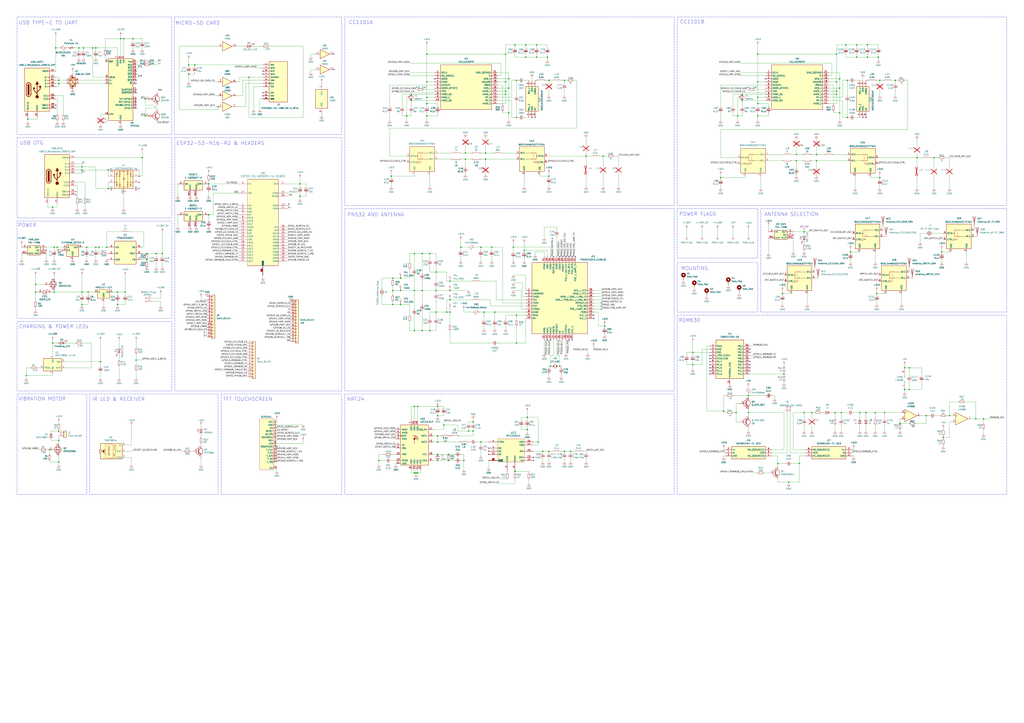
<source format=kicad_sch>
(kicad_sch (version 20231120) (generator "eeschema") (generator_version "8.0")
  (paper "A1")
  (title_block (title "Pen-Testing Device") (date "2024-12-02") (rev "2.0") (company "Author: Jonathan Woolf"))
  (lib_symbols
    (symbol "1-1825027-2:1-1825027-2"
      (property "Reference" "S" (at 21.59 7.62 0))
      (property "Value" "1-1825027-2" (at 21.59 5.08 0))
      (symbol "1-1825027-2_1_1"
        (pin passive line (at 25.4 0 180) (length 5.08) (name "COM") (number "1"))
        (pin passive line (at 0 0 0) (length 5.08) (name "NO") (number "2"))
        (pin passive line (at 10.16 -10.16 90) (length 5.08) (name "MH1") (number "MH1"))
        (pin passive line (at 15.24 -10.16 90) (length 5.08) (name "MH2") (number "MH2"))
      )
    )
    (symbol "2024-11-25_13-42-05:RFX2401C" (pin_names (offset 0.254))
      (property "Reference" "U" (at 18.542 9.398 0))
      (property "Value" "RFX2401C" (at 18.542 6.604 0))
      (symbol "RFX2401C_0_1"
        (pin no_connect line (at 0 -2.54 0) (length 7.62) (name "NC") (number "1"))
        (pin unspecified line (at 36.83 -5.08 180) (length 7.62) (name "ANT") (number "10"))
        (pin power_out line (at 0 -12.7 0) (length 7.62) (name "GND") (number "11"))
        (pin no_connect line (at 0 -7.62 0) (length 7.62) (name "NC") (number "12"))
        (pin no_connect line (at 36.83 -10.16 180) (length 7.62) (name "DNC") (number "13"))
        (pin power_in line (at 36.83 0 180) (length 7.62) (name "VDD") (number "14"))
        (pin no_connect line (at 36.83 -12.7 180) (length 7.62) (name "NC") (number "15"))
        (pin power_in line (at 36.83 2.54 180) (length 7.62) (name "VDD") (number "16"))
        (pin power_out line (at 0 -12.7 0) (length 7.62) (name "GND") (number "17"))
        (pin power_out line (at 0 -12.7 0) (length 7.62) (name "GND") (number "2"))
        (pin power_out line (at 0 -12.7 0) (length 7.62) (name "GND") (number "3"))
        (pin unspecified line (at 0 2.54 0) (length 7.62) (name "TXRX") (number "4"))
        (pin input line (at 15.24 -21.59 90) (length 7.62) (name "TXEN") (number "5"))
        (pin input line (at 21.59 -21.59 90) (length 7.62) (name "RXEN") (number "6"))
        (pin no_connect line (at 0 -5.08 0) (length 7.62) (name "NC") (number "7"))
        (pin power_out line (at 0 -12.7 0) (length 7.62) (name "GND") (number "8"))
        (pin power_out line (at 0 -12.7 0) (length 7.62) (name "GND") (number "9"))
      )
    )
    (symbol "4xxx:4050" (pin_names (offset 1.016))
      (property "Reference" "U" (at 0 1.27 0))
      (property "Value" "4050" (at 0 -1.27 0))
      (symbol "4050_1_0"
        (pin output line (at 7.62 0 180) (length 3.81) (name "~") (number "2"))
        (pin input line (at -7.62 0 0) (length 3.81) (name "~") (number "3"))
      )
      (symbol "4050_2_0"
        (pin output line (at 7.62 0 180) (length 3.81) (name "~") (number "4"))
        (pin input line (at -7.62 0 0) (length 3.81) (name "~") (number "5"))
      )
      (symbol "4050_3_0"
        (pin output line (at 7.62 0 180) (length 3.81) (name "~") (number "6"))
        (pin input line (at -7.62 0 0) (length 3.81) (name "~") (number "7"))
      )
      (symbol "4050_4_0"
        (pin output line (at 7.62 0 180) (length 3.81) (name "~") (number "10"))
        (pin input line (at -7.62 0 0) (length 3.81) (name "~") (number "9"))
      )
      (symbol "4050_5_0"
        (pin input line (at -7.62 0 0) (length 3.81) (name "~") (number "11"))
        (pin output line (at 7.62 0 180) (length 3.81) (name "~") (number "12"))
      )
      (symbol "4050_6_0"
        (pin input line (at -7.62 0 0) (length 3.81) (name "~") (number "14"))
        (pin output line (at 7.62 0 180) (length 3.81) (name "~") (number "15"))
      )
      (symbol "4050_7_0"
        (pin power_in line (at 0 12.7 270) (length 5.08) (name "VCC") (number "1"))
        (pin power_in line (at 0 -12.7 90) (length 5.08) (name "VSS") (number "8"))
      )
    )
    (symbol "Amplifier_Operational:LM358" (pin_names (offset 0.127))
      (property "Reference" "U" (at 0 5.08 0))
      (property "Value" "LM358" (at 0 -5.08 0))
      (symbol "LM358_1_1"
        (pin output line (at 7.62 0 180) (length 2.54) (name "~") (number "1"))
        (pin input line (at -7.62 -2.54 0) (length 2.54) (name "-") (number "2"))
        (pin input line (at -7.62 2.54 0) (length 2.54) (name "+") (number "3"))
      )
      (symbol "LM358_2_1"
        (pin input line (at -7.62 2.54 0) (length 2.54) (name "+") (number "5"))
        (pin input line (at -7.62 -2.54 0) (length 2.54) (name "-") (number "6"))
        (pin output line (at 7.62 0 180) (length 2.54) (name "~") (number "7"))
      )
      (symbol "LM358_3_1"
        (pin power_in line (at -2.54 -7.62 90) (length 3.81) (name "V-") (number "4"))
        (pin power_in line (at -2.54 7.62 270) (length 3.81) (name "V+") (number "8"))
      )
    )
    (symbol "B0310J50100AHF:B0310J50100AHF"
      (property "Reference" "FL" (at 13.716 7.366 0))
      (property "Value" "B0310J50100AHF" (at 6.604 5.08 0))
      (symbol "B0310J50100AHF_1_1"
        (pin passive line (at 0 0 0) (length 5.08) (name "UNBAL") (number "1"))
        (pin passive line (at 0 -2.54 0) (length 5.08) (name "GND") (number "2"))
        (pin passive line (at 0 -5.08 0) (length 5.08) (name "BAL_1") (number "3"))
        (pin passive line (at 30.48 -5.08 180) (length 5.08) (name "BAL_2") (number "4"))
        (pin passive line (at 30.48 -2.54 180) (length 5.08) (name "DNC") (number "5"))
        (pin no_connect line (at 30.48 0 180) (length 5.08) (name "NC") (number "6"))
      )
    )
    (symbol "Battery_Management:MCP73831-2-OT"
      (property "Reference" "U" (at -7.62 6.35 0))
      (property "Value" "MCP73831-2-OT" (at 1.27 6.35 0))
      (symbol "MCP73831-2-OT_1_1"
        (pin tri_state line (at 10.16 -2.54 180) (length 2.54) (name "STAT") (number "1"))
        (pin power_in line (at 0 -7.62 90) (length 2.54) (name "V_{SS}") (number "2"))
        (pin power_out line (at 10.16 2.54 180) (length 2.54) (name "V_{BAT}") (number "3"))
        (pin power_in line (at 0 7.62 270) (length 2.54) (name "V_{DD}") (number "4"))
        (pin input line (at -10.16 -2.54 0) (length 2.54) (name "PROG") (number "5"))
      )
    )
    (symbol "C8051F330-GM:C8051F330-GM"
      (property "Reference" "IC" (at 8.636 20.066 0))
      (property "Value" "C8051F330-GM" (at 8.636 17.526 0))
      (symbol "C8051F330-GM_1_1"
        (pin passive line (at 0 10.16 0) (length 5.08) (name "P0.0") (number "1"))
        (pin passive line (at 0 -12.7 0) (length 5.08) (name "P1.3") (number "10"))
        (pin passive line (at 33.02 -12.7 180) (length 5.08) (name "P1.2") (number "11"))
        (pin passive line (at 33.02 -10.16 180) (length 5.08) (name "P1.1") (number "12"))
        (pin passive line (at 33.02 -7.62 180) (length 5.08) (name "P1.0") (number "13"))
        (pin passive line (at 33.02 -5.08 180) (length 5.08) (name "P0.7") (number "14"))
        (pin passive line (at 33.02 -2.54 180) (length 5.08) (name "P0.6") (number "15"))
        (pin passive line (at 33.02 0 180) (length 5.08) (name "P0.5") (number "16"))
        (pin passive line (at 33.02 2.54 180) (length 5.08) (name "P0.4") (number "17"))
        (pin passive line (at 33.02 5.08 180) (length 5.08) (name "P0.3") (number "18"))
        (pin passive line (at 33.02 7.62 180) (length 5.08) (name "P0.2") (number "19"))
        (pin passive line (at 0 7.62 0) (length 5.08) (name "GND") (number "2"))
        (pin passive line (at 33.02 10.16 180) (length 5.08) (name "P0.1") (number "20"))
        (pin passive line (at 16.51 -21.59 90) (length 5.08) (name "THERMAL_PAD") (number "21"))
        (pin passive line (at 0 5.08 0) (length 5.08) (name "VDD") (number "3"))
        (pin passive line (at 0 2.54 0) (length 5.08) (name "/RST/C2CK") (number "4"))
        (pin passive line (at 0 0 0) (length 5.08) (name "P2.0/C2D") (number "5"))
        (pin passive line (at 0 -2.54 0) (length 5.08) (name "P1.7") (number "6"))
        (pin passive line (at 0 -5.08 0) (length 5.08) (name "P1.6") (number "7"))
        (pin passive line (at 0 -7.62 0) (length 5.08) (name "P1.5") (number "8"))
        (pin passive line (at 0 -10.16 0) (length 5.08) (name "P1.4") (number "9"))
      )
    )
    (symbol "CC1101RGPR:CC1101RGPR"
      (property "Reference" "IC" (at 34.29 17.78 0))
      (property "Value" "CC1101RGPR" (at 34.29 15.24 0))
      (symbol "CC1101RGPR_1_1"
        (pin passive line (at 0 6.35 0) (length 5.08) (name "SCLK") (number "1"))
        (pin passive line (at 0 -16.51 0) (length 5.08) (name "XOSC_Q2") (number "10"))
        (pin passive line (at 52.07 -19.05 180) (length 5.08) (name "AVDD_2") (number "11"))
        (pin passive line (at 52.07 -16.51 180) (length 5.08) (name "RF_P") (number "12"))
        (pin passive line (at 52.07 -13.97 180) (length 5.08) (name "RF_N") (number "13"))
        (pin passive line (at 52.07 -11.43 180) (length 5.08) (name "AVDD_3") (number "14"))
        (pin passive line (at 52.07 -8.89 180) (length 5.08) (name "AVDD_4") (number "15"))
        (pin passive line (at 52.07 -6.35 180) (length 5.08) (name "GND_1") (number "16"))
        (pin passive line (at 52.07 -3.81 180) (length 5.08) (name "RBIAS") (number "17"))
        (pin passive line (at 52.07 -1.27 180) (length 5.08) (name "DGUARD") (number "18"))
        (pin passive line (at 52.07 1.27 180) (length 5.08) (name "GND_2") (number "19"))
        (pin passive line (at 0 3.81 0) (length 5.08) (name "SO_(GDO1)") (number "2"))
        (pin passive line (at 52.07 3.81 180) (length 5.08) (name "SI") (number "20"))
        (pin passive line (at 52.07 6.35 180) (length 5.08) (name "GND_3(EPAD)") (number "21"))
        (pin passive line (at 0 1.27 0) (length 5.08) (name "GDO2") (number "3"))
        (pin passive line (at 0 -1.27 0) (length 5.08) (name "DVDD") (number "4"))
        (pin passive line (at 0 -3.81 0) (length 5.08) (name "DCOUPL") (number "5"))
        (pin passive line (at 0 -6.35 0) (length 5.08) (name "GDO0_(ATEST)") (number "6"))
        (pin passive line (at 0 -8.89 0) (length 5.08) (name "CSN") (number "7"))
        (pin passive line (at 0 -11.43 0) (length 5.08) (name "XOSC_Q1") (number "8"))
        (pin passive line (at 0 -13.97 0) (length 5.08) (name "AVDD_1") (number "9"))
      )
    )
    (symbol "Connector:Conn_01x02_Pin" (pin_names (offset 1.016) hide)
      (property "Reference" "J" (at 0 2.54 0))
      (property "Value" "Conn_01x02_Pin" (at 0 -5.08 0))
      (symbol "Conn_01x02_Pin_1_1"
        (pin passive line (at 5.08 0 180) (length 3.81) (name "Pin_1") (number "1"))
        (pin passive line (at 5.08 -2.54 180) (length 3.81) (name "Pin_2") (number "2"))
      )
    )
    (symbol "Connector:Conn_Coaxial_Small" (pin_numbers hide) (pin_names (offset 1.016) hide)
      (property "Reference" "J" (at 0.254 3.048 0))
      (property "Value" "Conn_Coaxial_Small" (at 0 -3.81 0))
      (symbol "Conn_Coaxial_Small_1_1"
        (pin passive line (at -2.54 0 0) (length 1.27) (name "In") (number "1"))
        (pin passive line (at 2.54 0 180) (length 1.27) (name "Ext") (number "2"))
      )
    )
    (symbol "Connector:TestPoint" (pin_numbers hide) (pin_names (offset 0.762) hide)
      (property "Reference" "TP" (at 0 6.858 0))
      (property "Value" "TestPoint" (at 0 5.08 0))
      (symbol "TestPoint_1_1"
        (pin passive line (at 0 0 90) (length 2.54) (name "1") (number "1"))
      )
    )
    (symbol "Connector:USB_C_Receptacle_USB2.0_16P" (pin_names (offset 1.016))
      (property "Reference" "J1" (at 0 22.86 0))
      (property "Value" "USB_C_Receptacle_USB2.0_16P" (at 0 20.32 0))
      (symbol "USB_C_Receptacle_USB2.0_16P_1_1"
        (pin passive line (at 0 -22.86 90) (length 5.08) (name "GND") (number "A1"))
        (pin passive line (at 0 -22.86 90) (length 5.08) hide (name "GND") (number "A12"))
        (pin passive line (at 15.24 15.24 180) (length 5.08) (name "VBUS") (number "A4"))
        (pin bidirectional line (at 15.24 -5.08 180) (length 5.08) (name "CC1") (number "A5"))
        (pin bidirectional line (at 15.24 5.08 180) (length 5.08) (name "D+") (number "A6"))
        (pin bidirectional line (at 15.24 10.16 180) (length 5.08) (name "D-") (number "A7"))
        (pin bidirectional line (at 15.24 -12.7 180) (length 5.08) (name "SBU1") (number "A8"))
        (pin passive line (at 15.24 15.24 180) (length 5.08) hide (name "VBUS") (number "A9"))
        (pin passive line (at 0 -22.86 90) (length 5.08) hide (name "GND") (number "B1"))
        (pin passive line (at 0 -22.86 90) (length 5.08) hide (name "GND") (number "B12"))
        (pin passive line (at 15.24 15.24 180) (length 5.08) hide (name "VBUS") (number "B4"))
        (pin bidirectional line (at 15.24 -7.62 180) (length 5.08) (name "CC2") (number "B5"))
        (pin bidirectional line (at 15.24 2.54 180) (length 5.08) (name "D+") (number "B6"))
        (pin bidirectional line (at 15.24 7.62 180) (length 5.08) (name "D-") (number "B7"))
        (pin bidirectional line (at 15.24 -15.24 180) (length 5.08) (name "SBU2") (number "B8"))
        (pin passive line (at 15.24 15.24 180) (length 5.08) hide (name "VBUS") (number "B9"))
        (pin passive line (at -7.62 -22.86 90) (length 5.08) (name "SHIELD") (number "S1"))
      )
    )
    (symbol "Connector_Generic:Conn_01x02" (pin_names (offset 1.016) hide)
      (property "Reference" "J" (at 0 2.54 0))
      (property "Value" "Conn_01x02" (at 0 -5.08 0))
      (symbol "Conn_01x02_1_1"
        (pin passive line (at -5.08 0 0) (length 3.81) (name "Pin_1") (number "1"))
        (pin passive line (at -5.08 -2.54 0) (length 3.81) (name "Pin_2") (number "2"))
      )
    )
    (symbol "Connector_Generic:Conn_01x12" (pin_names (offset 1.016) hide)
      (property "Reference" "J" (at 0 15.24 0))
      (property "Value" "Conn_01x12" (at 0 -17.78 0))
      (symbol "Conn_01x12_1_1"
        (pin passive line (at -5.08 12.7 0) (length 3.81) (name "Pin_1") (number "1"))
        (pin passive line (at -5.08 -10.16 0) (length 3.81) (name "Pin_10") (number "10"))
        (pin passive line (at -5.08 -12.7 0) (length 3.81) (name "Pin_11") (number "11"))
        (pin passive line (at -5.08 -15.24 0) (length 3.81) (name "Pin_12") (number "12"))
        (pin passive line (at -5.08 10.16 0) (length 3.81) (name "Pin_2") (number "2"))
        (pin passive line (at -5.08 7.62 0) (length 3.81) (name "Pin_3") (number "3"))
        (pin passive line (at -5.08 5.08 0) (length 3.81) (name "Pin_4") (number "4"))
        (pin passive line (at -5.08 2.54 0) (length 3.81) (name "Pin_5") (number "5"))
        (pin passive line (at -5.08 0 0) (length 3.81) (name "Pin_6") (number "6"))
        (pin passive line (at -5.08 -2.54 0) (length 3.81) (name "Pin_7") (number "7"))
        (pin passive line (at -5.08 -5.08 0) (length 3.81) (name "Pin_8") (number "8"))
        (pin passive line (at -5.08 -7.62 0) (length 3.81) (name "Pin_9") (number "9"))
      )
    )
    (symbol "Connector_Generic:Conn_01x14" (pin_names (offset 1.016) hide)
      (property "Reference" "J" (at 0 17.78 0))
      (property "Value" "Conn_01x14" (at 0 -20.32 0))
      (symbol "Conn_01x14_1_1"
        (pin passive line (at -5.08 15.24 0) (length 3.81) (name "Pin_1") (number "1"))
        (pin passive line (at -5.08 -7.62 0) (length 3.81) (name "Pin_10") (number "10"))
        (pin passive line (at -5.08 -10.16 0) (length 3.81) (name "Pin_11") (number "11"))
        (pin passive line (at -5.08 -12.7 0) (length 3.81) (name "Pin_12") (number "12"))
        (pin passive line (at -5.08 -15.24 0) (length 3.81) (name "Pin_13") (number "13"))
        (pin passive line (at -5.08 -17.78 0) (length 3.81) (name "Pin_14") (number "14"))
        (pin passive line (at -5.08 12.7 0) (length 3.81) (name "Pin_2") (number "2"))
        (pin passive line (at -5.08 10.16 0) (length 3.81) (name "Pin_3") (number "3"))
        (pin passive line (at -5.08 7.62 0) (length 3.81) (name "Pin_4") (number "4"))
        (pin passive line (at -5.08 5.08 0) (length 3.81) (name "Pin_5") (number "5"))
        (pin passive line (at -5.08 2.54 0) (length 3.81) (name "Pin_6") (number "6"))
        (pin passive line (at -5.08 0 0) (length 3.81) (name "Pin_7") (number "7"))
        (pin passive line (at -5.08 -2.54 0) (length 3.81) (name "Pin_8") (number "8"))
        (pin passive line (at -5.08 -5.08 0) (length 3.81) (name "Pin_9") (number "9"))
      )
    )
    (symbol "DG2001EDV-T1-GE3:DG2001EDV-T1-GE3"
      (property "Reference" "IC" (at 34.29 7.62 0))
      (property "Value" "DG2001EDV-T1-GE3" (at 34.29 5.08 0))
      (symbol "DG2001EDV-T1-GE3_1_1"
        (pin passive line (at 0 -2.54 0) (length 5.08) (name "IN") (number "1"))
        (pin passive line (at 0 0 0) (length 5.08) (name "V+") (number "2"))
        (pin passive line (at 0 -5.08 0) (length 5.08) (name "GND") (number "3"))
        (pin passive line (at 38.1 -5.08 180) (length 5.08) (name "NC_(SOURCE2)") (number "4"))
        (pin passive line (at 38.1 -2.54 180) (length 5.08) (name "COM") (number "5"))
        (pin passive line (at 38.1 0 180) (length 5.08) (name "NO_(SOURCE1)") (number "6"))
      )
    )
    (symbol "Device:Antenna" (pin_numbers hide) (pin_names (offset 1.016) hide)
      (property "Reference" "AE" (at -1.905 1.905 0))
      (property "Value" "Antenna" (at -1.905 0 0))
      (symbol "Antenna_1_1"
        (pin input line (at 0 -5.08 90) (length 2.54) (name "A") (number "1"))
      )
    )
    (symbol "Device:C_Polarized_Small" (pin_numbers hide) (pin_names (offset 0.254) hide)
      (property "Reference" "C" (at 0.254 1.778 0))
      (property "Value" "C_Polarized_Small" (at 0.254 -2.032 0))
      (symbol "C_Polarized_Small_1_1"
        (pin passive line (at 0 2.54 270) (length 1.8542) (name "~") (number "1"))
        (pin passive line (at 0 -2.54 90) (length 1.8542) (name "~") (number "2"))
      )
    )
    (symbol "Device:C_Small" (pin_numbers hide) (pin_names (offset 0.254) hide)
      (property "Reference" "C" (at 0.254 1.778 0))
      (property "Value" "C_Small" (at 0.254 -2.032 0))
      (symbol "C_Small_1_1"
        (pin passive line (at 0 2.54 270) (length 2.032) (name "~") (number "1"))
        (pin passive line (at 0 -2.54 90) (length 2.032) (name "~") (number "2"))
      )
    )
    (symbol "Device:Crystal_GND2_Small" (pin_names (offset 1.016) hide)
      (property "Reference" "Y" (at 0 5.08 0))
      (property "Value" "Crystal_GND2_Small" (at 0 3.175 0))
      (symbol "Crystal_GND2_Small_1_1"
        (pin passive line (at -2.54 0 0) (length 1.27) (name "1") (number "1"))
        (pin passive line (at 0 -2.54 90) (length 0.635) (name "2") (number "2"))
        (pin passive line (at 2.54 0 180) (length 1.27) (name "3") (number "3"))
      )
    )
    (symbol "Device:Crystal_Small" (pin_numbers hide) (pin_names (offset 1.016) hide)
      (property "Reference" "Y" (at 0 2.54 0))
      (property "Value" "Crystal_Small" (at 0 -2.54 0))
      (symbol "Crystal_Small_1_1"
        (pin passive line (at -2.54 0 0) (length 1.27) (name "1") (number "1"))
        (pin passive line (at 2.54 0 180) (length 1.27) (name "2") (number "2"))
      )
    )
    (symbol "Device:D" (pin_numbers hide) (pin_names (offset 1.016) hide)
      (property "Reference" "D" (at 0 2.54 0))
      (property "Value" "D" (at 0 -2.54 0))
      (symbol "D_1_1"
        (pin passive line (at -3.81 0 0) (length 2.54) (name "K") (number "1"))
        (pin passive line (at 3.81 0 180) (length 2.54) (name "A") (number "2"))
      )
    )
    (symbol "Device:FerriteBead_Small" (pin_numbers hide) (pin_names (offset 0))
      (property "Reference" "FB" (at 1.905 1.27 0))
      (property "Value" "FerriteBead_Small" (at 1.905 -1.27 0))
      (symbol "FerriteBead_Small_1_1"
        (pin passive line (at 0 2.54 270) (length 1.27) (name "~") (number "1"))
        (pin passive line (at 0 -2.54 90) (length 1.27) (name "~") (number "2"))
      )
    )
    (symbol "Device:L" (pin_numbers hide) (pin_names (offset 1.016) hide)
      (property "Reference" "L" (at -1.27 0 90))
      (property "Value" "L" (at 1.905 0 90))
      (symbol "L_1_1"
        (pin passive line (at 0 3.81 270) (length 1.27) (name "1") (number "1"))
        (pin passive line (at 0 -3.81 90) (length 1.27) (name "2") (number "2"))
      )
    )
    (symbol "Device:LED" (pin_numbers hide) (pin_names (offset 1.016) hide)
      (property "Reference" "D" (at 0 2.54 0))
      (property "Value" "LED" (at 0 -2.54 0))
      (symbol "LED_1_1"
        (pin passive line (at -3.81 0 0) (length 2.54) (name "K") (number "1"))
        (pin passive line (at 3.81 0 180) (length 2.54) (name "A") (number "2"))
      )
    )
    (symbol "Device:Polyfuse_Small" (pin_numbers hide) (pin_names (offset 0))
      (property "Reference" "F" (at -1.905 0 90))
      (property "Value" "Polyfuse_Small" (at 1.905 0 90))
      (symbol "Polyfuse_Small_1_1"
        (pin passive line (at 0 2.54 270) (length 0.635) (name "~") (number "1"))
        (pin passive line (at 0 -2.54 90) (length 0.635) (name "~") (number "2"))
      )
    )
    (symbol "Device:Q_NPN_BEC" (pin_names (offset 0) hide)
      (property "Reference" "Q" (at 5.08 1.27 0))
      (property "Value" "Q_NPN_BEC" (at 5.08 -1.27 0))
      (symbol "Q_NPN_BEC_1_1"
        (pin input line (at -5.08 0 0) (length 5.715) (name "B") (number "1"))
        (pin passive line (at 2.54 -5.08 90) (length 2.54) (name "E") (number "2"))
        (pin passive line (at 2.54 5.08 270) (length 2.54) (name "C") (number "3"))
      )
    )
    (symbol "Device:Q_PMOS_GSD" (pin_names (offset 0) hide)
      (property "Reference" "Q" (at 5.08 1.27 0))
      (property "Value" "Q_PMOS_GSD" (at 5.08 -1.27 0))
      (symbol "Q_PMOS_GSD_1_1"
        (pin input line (at -5.08 0 0) (length 2.54) (name "G") (number "1"))
        (pin passive line (at 2.54 -5.08 90) (length 2.54) (name "S") (number "2"))
        (pin passive line (at 2.54 5.08 270) (length 2.54) (name "D") (number "3"))
      )
    )
    (symbol "Device:Q_PNP_BEC" (pin_names (offset 0) hide)
      (property "Reference" "Q" (at 5.08 1.27 0))
      (property "Value" "Q_PNP_BEC" (at 5.08 -1.27 0))
      (symbol "Q_PNP_BEC_1_1"
        (pin input line (at -5.08 0 0) (length 5.715) (name "B") (number "1"))
        (pin passive line (at 2.54 -5.08 90) (length 2.54) (name "E") (number "2"))
        (pin passive line (at 2.54 5.08 270) (length 2.54) (name "C") (number "3"))
      )
    )
    (symbol "Device:R_Small" (pin_numbers hide) (pin_names (offset 0.254) hide)
      (property "Reference" "R" (at 0.762 0.508 0))
      (property "Value" "R_Small" (at 0.762 -1.016 0))
      (symbol "R_Small_1_1"
        (pin passive line (at 0 2.54 270) (length 0.762) (name "~") (number "1"))
        (pin passive line (at 0 -2.54 90) (length 0.762) (name "~") (number "2"))
      )
    )
    (symbol "Diode:1N4148WT" (pin_numbers hide) (pin_names hide)
      (property "Reference" "D" (at 0 2.54 0))
      (property "Value" "1N4148WT" (at 0 -2.54 0))
      (symbol "1N4148WT_1_1"
        (pin passive line (at -3.81 0 0) (length 2.54) (name "K") (number "1"))
        (pin passive line (at 3.81 0 180) (length 2.54) (name "A") (number "2"))
      )
    )
    (symbol "Imported SamacSys_Parts:734-7296"
      (property "Reference" "S1" (at 12.7 7.62 0))
      (property "Value" "734-7296" (at 12.7 5.08 0))
      (symbol "734-7296_1_1"
        (pin no_connect line (at 22.86 0 180) (length 5.08) (name "NC") (number "1"))
        (pin passive line (at 2.54 2.54 0) (length 5.08) (name "IN") (number "2"))
        (pin passive line (at 22.86 2.54 180) (length 5.08) (name "OUT") (number "3"))
        (pin passive line (at 2.54 -2.54 0) (length 5.08) (name "MH1") (number "MH1"))
        (pin passive line (at 22.86 -2.54 180) (length 5.08) (name "MH2") (number "MH2"))
      )
    )
    (symbol "Interface_Optical:TSOP382xx"
      (property "Reference" "U" (at -10.16 7.62 0))
      (property "Value" "TSOP382xx" (at -10.16 -7.62 0))
      (symbol "TSOP382xx_0_0"
        (text "DEMOD" (at -3.175 0.254 900) (effects (font (size 1.524 1.524))))
      )
      (symbol "TSOP382xx_1_1"
        (pin output line (at 10.16 0 180) (length 2.54) (name "OUT") (number "1"))
        (pin power_in line (at 10.16 -5.08 180) (length 2.54) (name "GND") (number "2"))
        (pin power_in line (at 10.16 5.08 180) (length 2.54) (name "Vs") (number "3"))
      )
    )
    (symbol "Interface_USB:CP2104"
      (property "Reference" "U" (at -5.08 28.575 0))
      (property "Value" "CP2104" (at -5.08 26.67 0))
      (symbol "CP2104_1_1"
        (pin input line (at 12.7 5.08 180) (length 2.54) (name "~{RI}") (number "1"))
        (pin no_connect line (at 10.16 -20.32 180) (length 2.54) hide (name "NC") (number "10"))
        (pin bidirectional line (at 12.7 -15.24 180) (length 2.54) (name "GPIO.3") (number "11"))
        (pin bidirectional line (at 12.7 -12.7 180) (length 2.54) (name "RS485/GPIO.2") (number "12"))
        (pin bidirectional line (at 12.7 -10.16 180) (length 2.54) (name "RXT/GPIO.1") (number "13"))
        (pin bidirectional line (at 12.7 -7.62 180) (length 2.54) (name "TXT/GPIO.0") (number "14"))
        (pin output line (at 12.7 -2.54 180) (length 2.54) (name "~{SUSPEND}") (number "15"))
        (pin passive line (at -12.7 -20.32 0) (length 2.54) (name "VPP") (number "16"))
        (pin output line (at 12.7 0 180) (length 2.54) (name "SUSPEND") (number "17"))
        (pin input line (at 12.7 15.24 180) (length 2.54) (name "~{CTS}") (number "18"))
        (pin output line (at 12.7 17.78 180) (length 2.54) (name "~{RTS}") (number "19"))
        (pin power_in line (at 0 -27.94 90) (length 2.54) (name "GND") (number "2"))
        (pin input line (at 12.7 20.32 180) (length 2.54) (name "RXD") (number "20"))
        (pin output line (at 12.7 22.86 180) (length 2.54) (name "TXD") (number "21"))
        (pin input line (at 12.7 12.7 180) (length 2.54) (name "~{DSR}") (number "22"))
        (pin output line (at 12.7 10.16 180) (length 2.54) (name "~{DTR}") (number "23"))
        (pin input line (at 12.7 7.62 180) (length 2.54) (name "~{DCD}") (number "24"))
        (pin passive line (at 0 -27.94 90) (length 2.54) hide (name "GND") (number "25"))
        (pin bidirectional line (at -12.7 5.08 0) (length 2.54) (name "D+") (number "3"))
        (pin bidirectional line (at -12.7 7.62 0) (length 2.54) (name "D-") (number "4"))
        (pin power_in line (at 2.54 27.94 270) (length 2.54) (name "VIO") (number "5"))
        (pin power_in line (at 0 27.94 270) (length 2.54) (name "VDD") (number "6"))
        (pin power_in line (at -2.54 27.94 270) (length 2.54) (name "REGIN") (number "7"))
        (pin input line (at -12.7 10.16 0) (length 2.54) (name "VBUS") (number "8"))
        (pin bidirectional line (at -12.7 22.86 0) (length 2.54) (name "~{RST}") (number "9"))
      )
    )
    (symbol "LED:IR204A" (pin_numbers hide) (pin_names (offset 1.016) hide)
      (property "Reference" "D" (at 0.508 1.778 0))
      (property "Value" "IR204A" (at -1.016 -2.794 0))
      (symbol "IR204A_1_1"
        (pin passive line (at -5.08 0 0) (length 2.54) (name "K") (number "1"))
        (pin passive line (at 2.54 0 180) (length 2.54) (name "A") (number "2"))
      )
    )
    (symbol "MBR120:MBR120LSFT3G" (pin_names (offset 0.254))
      (property "Reference" "CR" (at 5.08 4.445 0))
      (property "Value" "MBR120LSFT3G" (at 5.08 -3.81 0))
      (symbol "MBR120LSFT3G_0_1"
        (pin unspecified line (at 10.16 0 180) (length 2.54) (name "") (number "1"))
        (pin unspecified line (at 0 0 0) (length 2.54) (name "") (number "2"))
      )
    )
    (symbol "Mechanical:MountingHole_Pad" (pin_numbers hide) (pin_names (offset 1.016) hide)
      (property "Reference" "H" (at 0 6.35 0))
      (property "Value" "MountingHole_Pad" (at 0 4.445 0))
      (symbol "MountingHole_Pad_1_1"
        (pin input line (at 0 -2.54 90) (length 2.54) (name "1") (number "1"))
      )
    )
    (symbol "Micro_SD_Card:MEM2061-01-188-00-A_REVA" (pin_names (offset 1.016))
      (property "Reference" "J" (at 0 15.2675 0))
      (property "Value" "MEM2061-01-188-00-A_REVA" (at 0 -20.3415 0))
      (symbol "MEM2061-01-188-00-A_REVA_0_0"
        (pin bidirectional line (at -5.08 5.08 0) (length 5.08) (name "DAT2") (number "1"))
        (pin passive line (at -5.08 -12.7 0) (length 5.08) (name "CD2") (number "10"))
        (pin power_in line (at -5.08 -15.24 0) (length 5.08) (name "GND") (number "11"))
        (pin power_in line (at -5.08 -15.24 0) (length 5.08) (name "GND") (number "12"))
        (pin bidirectional line (at -5.08 2.54 0) (length 5.08) (name "CD/DAT3") (number "2"))
        (pin bidirectional line (at -5.08 0 0) (length 5.08) (name "CMD") (number "3"))
        (pin power_in line (at -5.08 12.7 0) (length 5.08) (name "VDD") (number "4"))
        (pin bidirectional clock (at -5.08 -2.54 0) (length 5.08) (name "CLK") (number "5"))
        (pin power_in line (at -5.08 -5.08 0) (length 5.08) (name "VSS") (number "6"))
        (pin bidirectional line (at -5.08 10.16 0) (length 5.08) (name "DAT0") (number "7"))
        (pin bidirectional line (at -5.08 7.62 0) (length 5.08) (name "DAT1") (number "8"))
        (pin passive line (at -5.08 -10.16 0) (length 5.08) (name "CD1") (number "9"))
      )
    )
    (symbol "PN5321A3HN_C106_55:PN5321A3HN_C106,55"
      (property "Reference" "IC" (at 52.07 27.94 0))
      (property "Value" "PN5321A3HN_C106,55" (at 52.07 25.4 0))
      (symbol "PN5321A3HN_C106,55_1_1"
        (pin passive line (at 0 0 0) (length 5.08) (name "DVSS") (number "1"))
        (pin passive line (at 0 -22.86 0) (length 5.08) (name "RX") (number "10"))
        (pin passive line (at 15.24 -40.64 90) (length 5.08) (name "AVSS") (number "11"))
        (pin passive line (at 17.78 -40.64 90) (length 5.08) (name "AUX1") (number "12"))
        (pin passive line (at 20.32 -40.64 90) (length 5.08) (name "AUX2") (number "13"))
        (pin passive line (at 22.86 -40.64 90) (length 5.08) (name "OSCIN") (number "14"))
        (pin passive line (at 25.4 -40.64 90) (length 5.08) (name "OSCOUT") (number "15"))
        (pin passive line (at 27.94 -40.64 90) (length 5.08) (name "I0") (number "16"))
        (pin passive line (at 30.48 -40.64 90) (length 5.08) (name "I1") (number "17"))
        (pin passive line (at 33.02 -40.64 90) (length 5.08) (name "TESTEN") (number "18"))
        (pin passive line (at 35.56 -40.64 90) (length 5.08) (name "P35") (number "19"))
        (pin passive line (at 0 -2.54 0) (length 5.08) (name "LOADMOD") (number "2"))
        (pin passive line (at 38.1 -40.64 90) (length 5.08) (name "N.C._1") (number "20"))
        (pin passive line (at 55.88 -22.86 180) (length 5.08) (name "N.C._2") (number "21"))
        (pin passive line (at 55.88 -20.32 180) (length 5.08) (name "N.C._3") (number "22"))
        (pin passive line (at 55.88 -17.78 180) (length 5.08) (name "PVDD") (number "23"))
        (pin passive line (at 55.88 -15.24 180) (length 5.08) (name "P30_/UART_RX") (number "24"))
        (pin passive line (at 55.88 -12.7 180) (length 5.08) (name "P70_IRQ") (number "25"))
        (pin passive line (at 55.88 -10.16 180) (length 5.08) (name "RSTOUT_N") (number "26"))
        (pin passive line (at 55.88 -7.62 180) (length 5.08) (name "NSS_/_P50_SCL_/_HSU_RX") (number "27"))
        (pin passive line (at 55.88 -5.08 180) (length 5.08) (name "MOSI_/_SDA_/_HSU_TX") (number "28"))
        (pin passive line (at 55.88 -2.54 180) (length 5.08) (name "MISO_/_P71") (number "29"))
        (pin passive line (at 0 -5.08 0) (length 5.08) (name "TVSS1") (number "3"))
        (pin passive line (at 55.88 0 180) (length 5.08) (name "SCK_/_P72") (number "30"))
        (pin passive line (at 40.64 27.94 270) (length 5.08) (name "P31_/_UART_TX") (number "31"))
        (pin passive line (at 38.1 27.94 270) (length 5.08) (name "P32_INT0") (number "32"))
        (pin passive line (at 35.56 27.94 270) (length 5.08) (name "P33_INT1") (number "33"))
        (pin passive line (at 33.02 27.94 270) (length 5.08) (name "P34_/_SIC_CLK") (number "34"))
        (pin passive line (at 30.48 27.94 270) (length 5.08) (name "SIGOUT") (number "35"))
        (pin passive line (at 27.94 27.94 270) (length 5.08) (name "SIGIN") (number "36"))
        (pin passive line (at 25.4 27.94 270) (length 5.08) (name "SVDD") (number "37"))
        (pin passive line (at 22.86 27.94 270) (length 5.08) (name "RSTPD_N") (number "38"))
        (pin passive line (at 20.32 27.94 270) (length 5.08) (name "DVDD") (number "39"))
        (pin passive line (at 0 -7.62 0) (length 5.08) (name "TX1") (number "4"))
        (pin passive line (at 17.78 27.94 270) (length 5.08) (name "VBAT") (number "40"))
        (pin passive line (at 15.24 27.94 270) (length 5.08) (name "EPAD") (number "41"))
        (pin passive line (at 0 -10.16 0) (length 5.08) (name "TVDD") (number "5"))
        (pin passive line (at 0 -12.7 0) (length 5.08) (name "TX2") (number "6"))
        (pin passive line (at 0 -15.24 0) (length 5.08) (name "TVSS2") (number "7"))
        (pin passive line (at 0 -17.78 0) (length 5.08) (name "AVDD") (number "8"))
        (pin passive line (at 0 -20.32 0) (length 5.08) (name "VMID") (number "9"))
      )
    )
    (symbol "Power_Protection:D3V3XA4B10LP" (pin_names (offset 0))
      (property "Reference" "U" (at -0.635 8.89 0))
      (property "Value" "D3V3XA4B10LP" (at 8.89 -10.16 0))
      (symbol "D3V3XA4B10LP_1_1"
        (pin passive line (at -12.7 2.54 0) (length 5.08) (name "~") (number "1"))
        (pin free line (at -12.7 7.62 0) (length 5.08) (name "NC") (number "10"))
        (pin passive line (at -12.7 -2.54 0) (length 5.08) (name "~") (number "2"))
        (pin power_in line (at 0 -12.7 90) (length 5.08) (name "VSS") (number "3"))
        (pin passive line (at 12.7 2.54 180) (length 5.08) (name "~") (number "4"))
        (pin passive line (at 12.7 -2.54 180) (length 5.08) (name "~") (number "5"))
        (pin free line (at 12.7 -7.62 180) (length 5.08) (name "NC") (number "6"))
        (pin free line (at 12.7 7.62 180) (length 5.08) (name "NC") (number "7"))
        (pin passive line (at 0 -12.7 90) (length 5.08) hide (name "VSS") (number "8"))
        (pin free line (at -12.7 -7.62 0) (length 5.08) (name "NC") (number "9"))
      )
    )
    (symbol "Power_Protection:USBLC6-2P6" (pin_names hide)
      (property "Reference" "U" (at 0.635 5.715 0))
      (property "Value" "USBLC6-2P6" (at 0.635 3.81 0))
      (symbol "USBLC6-2P6_1_1"
        (pin passive line (at -5.08 0 0) (length 2.54) (name "I/O1") (number "1"))
        (pin passive line (at 0 -7.62 90) (length 2.54) (name "GND") (number "2"))
        (pin passive line (at -5.08 -2.54 0) (length 2.54) (name "I/O2") (number "3"))
        (pin passive line (at 5.08 -2.54 180) (length 2.54) (name "I/O2") (number "4"))
        (pin passive line (at 0 5.08 270) (length 2.54) (name "VBUS") (number "5"))
        (pin passive line (at 5.08 0 180) (length 2.54) (name "I/O1") (number "6"))
      )
    )
    (symbol "Project_Symbols:4.0_TFT_Display"
      (property "Reference" "SCREEN" (at 0 1.016 0))
      (symbol "4.0_TFT_Display_1_1"
        (pin bidirectional line (at 7.62 -2.54 180) (length 2.54) (name "VCC") (number "1"))
        (pin bidirectional line (at 7.62 -25.4 180) (length 2.54) (name "T_CLK") (number "10"))
        (pin bidirectional line (at 7.62 -27.94 180) (length 2.54) (name "T_CS") (number "11"))
        (pin bidirectional line (at 7.62 -30.48 180) (length 2.54) (name "T_DIN") (number "12"))
        (pin bidirectional line (at 7.62 -33.02 180) (length 2.54) (name "T_DO") (number "13"))
        (pin bidirectional line (at 7.62 -35.56 180) (length 2.54) (name "T_IRQ") (number "14"))
        (pin bidirectional line (at 7.62 -40.64 180) (length 2.54) (name "MH") (number "15"))
        (pin bidirectional line (at 7.62 -5.08 180) (length 2.54) (name "GND") (number "2"))
        (pin bidirectional line (at 7.62 -7.62 180) (length 2.54) (name "CS") (number "3"))
        (pin bidirectional line (at 7.62 -10.16 180) (length 2.54) (name "RESET") (number "4"))
        (pin bidirectional line (at 7.62 -12.7 180) (length 2.54) (name "DC/RS") (number "5"))
        (pin bidirectional line (at 7.62 -15.24 180) (length 2.54) (name "SDI(MOSI)") (number "6"))
        (pin bidirectional line (at 7.62 -17.78 180) (length 2.54) (name "SCK") (number "7"))
        (pin bidirectional line (at 7.62 -20.32 180) (length 2.54) (name "LED") (number "8"))
        (pin bidirectional line (at 7.62 -22.86 180) (length 2.54) (name "SDO(MISO)") (number "9"))
      )
    )
    (symbol "Project_Symbols:ESP32-S3-WROOM-1U-N16R2" (pin_names (offset 0.254))
      (property "Reference" "U" (at 20.32 10.16 0))
      (property "Value" "ESP32-S3-WROOM-1U-N16R2" (at 20.32 7.62 0))
      (symbol "ESP32-S3-WROOM-1U-N16R2_1_1"
        (pin power_out line (at 20.32 -73.66 90) (length 7.62) (name "GND") (number "1"))
        (pin bidirectional line (at 0 -31.75 0) (length 7.62) (name "IO17") (number "10"))
        (pin bidirectional line (at 0 -34.29 0) (length 7.62) (name "IO18") (number "11"))
        (pin bidirectional line (at 0 -36.83 0) (length 7.62) (name "IO8") (number "12"))
        (pin bidirectional line (at 40.64 -16.51 180) (length 7.62) (name "IO19") (number "13"))
        (pin bidirectional line (at 40.64 -19.05 180) (length 7.62) (name "IO20") (number "14"))
        (pin bidirectional line (at 0 -39.37 0) (length 7.62) (name "IO3") (number "15"))
        (pin bidirectional line (at 0 -41.91 0) (length 7.62) (name "IO46") (number "16"))
        (pin bidirectional line (at 0 -44.45 0) (length 7.62) (name "IO9") (number "17"))
        (pin bidirectional line (at 0 -46.99 0) (length 7.62) (name "IO10") (number "18"))
        (pin bidirectional line (at 0 -49.53 0) (length 7.62) (name "IO11") (number "19"))
        (pin power_in line (at 40.64 1.27 180) (length 7.62) (name "3V3") (number "2"))
        (pin bidirectional line (at 0 -52.07 0) (length 7.62) (name "IO12") (number "20"))
        (pin bidirectional line (at 0 -54.61 0) (length 7.62) (name "IO13") (number "21"))
        (pin bidirectional line (at 0 -57.15 0) (length 7.62) (name "IO14") (number "22"))
        (pin bidirectional line (at 0 -59.69 0) (length 7.62) (name "IO21") (number "23"))
        (pin bidirectional line (at 0 -62.23 0) (length 7.62) (name "IO47") (number "24"))
        (pin bidirectional line (at 40.64 -62.23 180) (length 7.62) (name "IO48") (number "25"))
        (pin bidirectional line (at 40.64 -59.69 180) (length 7.62) (name "IO45") (number "26"))
        (pin bidirectional line (at 0 -6.35 0) (length 7.62) (name "IO0") (number "27"))
        (pin bidirectional line (at 40.64 -57.15 180) (length 7.62) (name "IO35") (number "28"))
        (pin bidirectional line (at 40.64 -54.61 180) (length 7.62) (name "IO36") (number "29"))
        (pin input line (at 0 1.27 0) (length 7.62) (name "EN") (number "3"))
        (pin bidirectional line (at 40.64 -52.07 180) (length 7.62) (name "IO37") (number "30"))
        (pin bidirectional line (at 40.64 -49.53 180) (length 7.62) (name "IO38") (number "31"))
        (pin bidirectional line (at 40.64 -46.99 180) (length 7.62) (name "IO39") (number "32"))
        (pin bidirectional line (at 40.64 -44.45 180) (length 7.62) (name "IO40") (number "33"))
        (pin bidirectional line (at 40.64 -41.91 180) (length 7.62) (name "IO41") (number "34"))
        (pin bidirectional line (at 40.64 -39.37 180) (length 7.62) (name "IO42") (number "35"))
        (pin bidirectional line (at 40.64 -8.89 180) (length 7.62) (name "RXD0") (number "36"))
        (pin bidirectional line (at 40.64 -6.35 180) (length 7.62) (name "TXD0") (number "37"))
        (pin bidirectional line (at 40.64 -36.83 180) (length 7.62) (name "IO2") (number "38"))
        (pin bidirectional line (at 40.64 -34.29 180) (length 7.62) (name "IO1") (number "39"))
        (pin bidirectional line (at 0 -16.51 0) (length 7.62) (name "IO4") (number "4"))
        (pin power_out line (at 20.32 -73.66 90) (length 7.62) (name "GND") (number "40"))
        (pin power_out line (at 20.32 -73.66 90) (length 7.62) (name "GND") (number "41"))
        (pin power_out line (at 20.32 -73.66 90) (length 7.62) (name "GND") (number "42"))
        (pin power_out line (at 20.32 -73.66 90) (length 7.62) (name "GND") (number "43"))
        (pin power_out line (at 20.32 -73.66 90) (length 7.62) (name "GND") (number "44"))
        (pin power_out line (at 20.32 -73.66 90) (length 7.62) (name "GND") (number "45"))
        (pin power_out line (at 20.32 -73.66 90) (length 7.62) (name "GND") (number "46"))
        (pin power_out line (at 20.32 -73.66 90) (length 7.62) (name "GND") (number "47"))
        (pin power_out line (at 20.32 -73.66 90) (length 7.62) (name "GND") (number "48"))
        (pin power_out line (at 20.32 -73.66 90) (length 7.62) (name "GND") (number "49"))
        (pin bidirectional line (at 0 -19.05 0) (length 7.62) (name "IO5") (number "5"))
        (pin bidirectional line (at 0 -21.59 0) (length 7.62) (name "IO6") (number "6"))
        (pin bidirectional line (at 0 -24.13 0) (length 7.62) (name "IO7") (number "7"))
        (pin bidirectional line (at 0 -26.67 0) (length 7.62) (name "IO15") (number "8"))
        (pin bidirectional line (at 0 -29.21 0) (length 7.62) (name "IO16") (number "9"))
      )
    )
    (symbol "RF:nRF24L01P" (pin_names (offset 1.016))
      (property "Reference" "U10" (at 4.7341 21.59 0))
      (property "Value" "nRF24L01P" (at 4.7341 19.05 0))
      (symbol "nRF24L01P_1_1"
        (pin input line (at -15.24 0 0) (length 3.81) (name "CE") (number "1"))
        (pin passive line (at 15.24 -7.62 180) (length 3.81) (name "XC1") (number "10"))
        (pin power_out line (at 15.24 12.7 180) (length 3.81) (name "VDD_PA") (number "11"))
        (pin passive line (at 15.24 7.62 180) (length 3.81) (name "ANT1") (number "12"))
        (pin passive line (at 15.24 2.54 180) (length 3.81) (name "ANT2") (number "13"))
        (pin power_in line (at 0 -20.32 90) (length 3.81) (name "VSS") (number "14"))
        (pin power_in line (at 0 20.32 270) (length 3.81) (name "VDD") (number "15"))
        (pin passive line (at -15.24 -7.62 0) (length 3.81) (name "IREF") (number "16"))
        (pin power_in line (at 2.54 -20.32 90) (length 3.81) (name "VSS") (number "17"))
        (pin power_in line (at 2.54 20.32 270) (length 3.81) (name "VDD") (number "18"))
        (pin power_out line (at -15.24 -12.7 0) (length 3.81) (name "DVDD") (number "19"))
        (pin input line (at -15.24 5.08 0) (length 3.81) (name "CSN") (number "2"))
        (pin power_in line (at 5.08 -20.32 90) (length 3.81) (name "VSS") (number "20"))
        (pin power_out line (at -15.24 -15.24 0) (length 3.81) (name "GND") (number "21"))
        (pin input clock (at -15.24 7.62 0) (length 3.81) (name "SCK") (number "3"))
        (pin input line (at -15.24 12.7 0) (length 3.81) (name "MOSI") (number "4"))
        (pin output line (at -15.24 10.16 0) (length 3.81) (name "MISO") (number "5"))
        (pin output line (at -15.24 -2.54 0) (length 3.81) (name "IRQ") (number "6"))
        (pin power_in line (at -2.54 20.32 270) (length 3.81) (name "VDD") (number "7"))
        (pin power_in line (at -2.54 -20.32 90) (length 3.81) (name "VSS") (number "8"))
        (pin passive line (at 15.24 -12.7 180) (length 3.81) (name "XC2") (number "9"))
      )
    )
    (symbol "RF_Switch:BGS12WN6E6327"
      (property "Reference" "U3" (at 2.1941 15.24 0))
      (property "Value" "BGS12WN6E6327" (at 2.1941 12.7 0))
      (symbol "BGS12WN6E6327_1_1"
        (pin passive line (at 12.7 5.08 180) (length 2.54) (name "RF2") (number "1"))
        (pin power_in line (at 6.35 -12.7 90) (length 2.54) (name "GND") (number "2"))
        (pin passive line (at 12.7 0 180) (length 2.54) (name "RF1") (number "3"))
        (pin power_in line (at -6.35 -12.7 90) (length 2.54) (name "VDD") (number "4"))
        (pin passive line (at -12.7 2.54 0) (length 2.54) (name "RFIN") (number "5"))
        (pin input line (at -12.7 -2.54 0) (length 2.54) (name "CTRL") (number "6"))
      )
    )
    (symbol "Regulator_Linear:AMS1117-3.3"
      (property "Reference" "U" (at -3.81 3.175 0))
      (property "Value" "AMS1117-3.3" (at 0 3.175 0))
      (symbol "AMS1117-3.3_1_1"
        (pin power_in line (at 0 -7.62 90) (length 2.54) (name "GND") (number "1"))
        (pin power_out line (at 7.62 0 180) (length 2.54) (name "VO") (number "2"))
        (pin power_in line (at -7.62 0 0) (length 2.54) (name "VI") (number "3"))
      )
    )
    (symbol "Regulator_Linear:TLV70036_SOT23-5" (pin_names (offset 0.254))
      (property "Reference" "U" (at -3.81 5.715 0))
      (property "Value" "TLV70036_SOT23-5" (at 0 5.715 0))
      (symbol "TLV70036_SOT23-5_1_1"
        (pin power_in line (at -7.62 2.54 0) (length 2.54) (name "IN") (number "1"))
        (pin power_in line (at 0 -7.62 90) (length 2.54) (name "GND") (number "2"))
        (pin input line (at -7.62 0 0) (length 2.54) (name "EN") (number "3"))
        (pin no_connect line (at 5.08 0 180) (length 2.54) hide (name "NC") (number "4"))
        (pin power_out line (at 7.62 2.54 180) (length 2.54) (name "OUT") (number "5"))
      )
    )
    (symbol "TPS61023DRLT:TPS61023DRLT"
      (property "Reference" "IC" (at 24.13 7.62 0))
      (property "Value" "TPS61023DRLT" (at 24.13 5.08 0))
      (symbol "TPS61023DRLT_1_1"
        (pin passive line (at 27.94 -12.7 180) (length 5.08) (name "FB") (number "1"))
        (pin passive line (at 0 -7.62 0) (length 5.08) (name "EN") (number "2"))
        (pin passive line (at 0 -2.54 0) (length 5.08) (name "VIN") (number "3"))
        (pin passive line (at 0 -12.7 0) (length 5.08) (name "GND") (number "4"))
        (pin passive line (at 27.94 -2.54 180) (length 5.08) (name "SW") (number "5"))
        (pin passive line (at 27.94 -7.62 180) (length 5.08) (name "VOUT") (number "6"))
      )
    )
    (symbol "Transistor_BJT:MMBT5551L" (pin_names (offset 0) hide)
      (property "Reference" "Q" (at 5.08 1.905 0))
      (property "Value" "MMBT5551L" (at 5.08 0 0))
      (symbol "MMBT5551L_1_1"
        (pin input line (at -5.08 0 0) (length 5.715) (name "B") (number "1"))
        (pin passive line (at 2.54 -5.08 90) (length 2.54) (name "E") (number "2"))
        (pin passive line (at 2.54 5.08 270) (length 2.54) (name "C") (number "3"))
      )
    )
    (symbol "Transistor_BJT:PZT3904" (pin_names (offset 0) hide)
      (property "Reference" "Q" (at 5.08 1.905 0))
      (property "Value" "PZT3904" (at 5.08 0 0))
      (symbol "PZT3904_1_1"
        (pin input line (at -5.08 0 0) (length 5.715) (name "B") (number "1"))
        (pin passive line (at 2.54 5.08 270) (length 2.54) (name "C") (number "2"))
        (pin passive line (at 2.54 -5.08 90) (length 2.54) (name "E") (number "3"))
        (pin passive line (at 2.54 5.08 270) (length 2.54) hide (name "C") (number "4"))
      )
    )
    (symbol "Transistor_BJT:UMH3N" (pin_names hide)
      (property "Reference" "Q" (at 7.62 1.27 0))
      (property "Value" "UMH3N" (at 7.62 -1.27 0))
      (symbol "UMH3N_1_1"
        (pin passive line (at 5.08 -5.08 90) (length 2.54) (name "E1") (number "1"))
        (pin input line (at -5.08 0 0) (length 2.54) (name "B1") (number "2"))
        (pin passive line (at 5.08 5.08 270) (length 2.54) (name "C1") (number "6"))
      )
      (symbol "UMH3N_2_1"
        (pin passive line (at 5.08 5.08 270) (length 2.54) (name "C2") (number "3"))
        (pin passive line (at 5.08 -5.08 90) (length 2.54) (name "E2") (number "4"))
        (pin input line (at -5.08 0 0) (length 2.54) (name "B2") (number "5"))
      )
    )
    (symbol "Transistor_FET:DMN2058U" (pin_names hide)
      (property "Reference" "Q" (at 5.08 1.905 0))
      (property "Value" "DMN2058U" (at 5.08 0 0))
      (symbol "DMN2058U_1_1"
        (pin input line (at -5.08 0 0) (length 2.54) (name "G") (number "1"))
        (pin passive line (at 2.54 -5.08 90) (length 2.54) (name "S") (number "2"))
        (pin passive line (at 2.54 5.08 270) (length 2.54) (name "D") (number "3"))
      )
    )
    (symbol "power:+3.3V" (power) (pin_names (offset 0))
      (property "Value" "+3.3V" (at 0 3.556 0))
      (symbol "+3.3V_1_1"
        (pin power_in line (at 0 0 90) (length 0) hide (name "+3.3V") (number "1"))
      )
    )
    (symbol "power:+3.3VA" (power) (pin_numbers hide) (pin_names (offset 0) hide)
      (property "Value" "+3.3VA" (at 0 3.556 0))
      (symbol "+3.3VA_1_1"
        (pin power_in line (at 0 0 90) (length 0) (name "~") (number "1"))
      )
    )
    (symbol "power:+5V" (power) (pin_numbers hide) (pin_names (offset 0) hide)
      (property "Value" "+5V" (at 0 3.556 0))
      (symbol "+5V_1_1"
        (pin power_in line (at 0 0 90) (length 0) (name "~") (number "1"))
      )
    )
    (symbol "power:+5VP" (power) (pin_numbers hide) (pin_names (offset 0) hide)
      (property "Value" "+5VP" (at 0 3.556 0))
      (symbol "+5VP_1_1"
        (pin power_in line (at 0 0 90) (length 0) (name "~") (number "1"))
      )
    )
    (symbol "power:+BATT" (power) (pin_numbers hide) (pin_names (offset 0) hide)
      (property "Value" "+BATT" (at 0 3.556 0))
      (symbol "+BATT_1_1"
        (pin power_in line (at 0 0 90) (length 0) (name "~") (number "1"))
      )
    )
    (symbol "power:GND" (power) (pin_numbers hide) (pin_names (offset 0) hide)
      (property "Value" "GND" (at 0 -3.81 0))
      (symbol "GND_1_1"
        (pin power_in line (at 0 0 270) (length 0) (name "~") (number "1"))
      )
    )
    (symbol "power:PWR_FLAG" (power) (pin_numbers hide) (pin_names (offset 0) hide)
      (property "Value" "PWR_FLAG" (at 0 3.81 0))
      (symbol "PWR_FLAG_0_0"
        (pin power_out line (at 0 0 90) (length 0) (name "~") (number "1"))
      )
    )
  )
  (junction (at 495.3 128.27))
  (junction (at 367.03 256.54))
  (junction (at 369.57 231.14))
  (junction (at 779.78 341.63))
  (junction (at 102.87 240.03))
  (junction (at 773.43 207.01))
  (junction (at 695.96 66.04))
  (junction (at 452.12 300.99))
  (junction (at 594.36 337.82))
  (junction (at 82.55 297.18))
  (junction (at 328.93 228.6))
  (junction (at 687.07 74.93))
  (junction (at 358.14 256.54))
  (junction (at 67.31 250.19))
  (junction (at 735.33 66.04))
  (junction (at 689.61 64.77))
  (junction (at 431.8 36.83))
  (junction (at 622.3 95.25))
  (junction (at 642.62 241.3))
  (junction (at 368.3 373.38))
  (junction (at 22.86 97.79))
  (junction (at 43.18 281.94))
  (junction (at 246.38 161.29))
  (junction (at 660.4 339.09))
  (junction (at 311.15 378.46))
  (junction (at 622.3 44.45))
  (junction (at 101.6 31.75))
  (junction (at 48.26 354.33))
  (junction (at 685.8 339.09))
  (junction (at 406.4 256.54))
  (junction (at 154.94 60.96))
  (junction (at 468.63 370.84))
  (junction (at 76.2 39.37))
  (junction (at 204.47 63.5))
  (junction (at 690.88 339.09))
  (junction (at 481.33 128.27))
  (junction (at 687.07 67.31))
  (junction (at 424.18 96.52))
  (junction (at 111.76 295.91))
  (junction (at 424.18 66.04))
  (junction (at 44.45 203.2))
  (junction (at 321.31 144.78))
  (junction (at 722.63 66.04))
  (junction (at 440.69 46.99))
  (junction (at 350.52 67.31))
  (junction (at 337.82 77.47))
  (junction (at 746.76 320.04))
  (junction (at 369.57 238.76))
  (junction (at 656.59 381))
  (junction (at 328.93 238.76))
  (junction (at 417.83 64.77))
  (junction (at 703.58 46.99))
  (junction (at 322.58 250.19))
  (junction (at 666.75 339.09))
  (junction (at 721.36 46.99))
  (junction (at 417.83 72.39))
  (junction (at 687.07 44.45))
  (junction (at 128.27 208.28))
  (junction (at 712.47 36.83))
  (junction (at 397.51 256.54))
  (junction (at 689.61 92.71))
  (junction (at 746.76 302.26))
  (junction (at 609.6 82.55))
  (junction (at 722.63 146.05))
  (junction (at 337.82 82.55))
  (junction (at 433.07 353.06))
  (junction (at 48.26 379.73))
  (junction (at 171.45 151.13))
  (junction (at 346.71 208.28))
  (junction (at 670.56 132.08))
  (junction (at 358.14 223.52))
  (junction (at 440.69 36.83))
  (junction (at 119.38 95.25))
  (junction (at 415.29 77.47))
  (junction (at 359.41 334.01))
  (junction (at 328.93 250.19))
  (junction (at 334.01 95.25))
  (junction (at 369.57 246.38))
  (junction (at 368.3 378.46))
  (junction (at 154.94 53.34))
  (junction (at 647.7 396.24))
  (junction (at 654.05 132.08))
  (junction (at 609.6 77.47))
  (junction (at 415.29 67.31))
  (junction (at 760.73 341.63))
  (junction (at 359.41 341.63))
  (junction (at 48.26 361.95))
  (junction (at 403.86 203.2))
  (junction (at 48.26 68.58))
  (junction (at 431.8 46.99))
  (junction (at 342.9 334.01))
  (junction (at 350.52 44.45))
  (junction (at 359.41 363.22))
  (junction (at 638.81 381))
  (junction (at 415.29 74.93))
  (junction (at 358.14 238.76))
  (junction (at 96.52 250.19))
  (junction (at 712.47 46.99))
  (junction (at 72.39 240.03))
  (junction (at 422.91 387.35))
  (junction (at 605.79 95.25))
  (junction (at 801.37 344.17))
  (junction (at 459.74 300.99))
  (junction (at 120.65 208.28))
  (junction (at 807.72 344.17))
  (junction (at 753.11 129.54))
  (junction (at 388.62 346.71))
  (junction (at 703.58 36.83))
  (junction (at 742.95 320.04))
  (junction (at 739.14 347.98))
  (junction (at 415.29 44.45))
  (junction (at 654.05 127))
  (junction (at 71.12 203.2))
  (junction (at 350.52 85.09))
  (junction (at 46.99 203.2))
  (junction (at 350.52 80.01))
  (junction (at 322.58 228.6))
  (junction (at 398.78 125.73))
  (junction (at 568.96 299.72))
  (junction (at 68.58 39.37))
  (junction (at 496.57 267.97))
  (junction (at 767.08 129.54))
  (junction (at 417.83 92.71))
  (junction (at 81.28 203.2))
  (junction (at 463.55 370.84))
  (junction (at 44.45 240.03))
  (junction (at 114.3 144.78))
  (junction (at 695.96 96.52))
  (junction (at 353.06 208.28))
  (junction (at 689.61 72.39))
  (junction (at 643.89 307.34))
  (junction (at 171.45 176.53))
  (junction (at 622.3 67.31))
  (junction (at 614.68 339.09))
  (junction (at 660.4 190.5))
  (junction (at 463.55 66.04))
  (junction (at 322.58 238.76))
  (junction (at 774.7 359.41))
  (junction (at 614.68 325.12))
  (junction (at 382.27 130.81))
  (junction (at 67.31 240.03))
  (junction (at 449.58 46.99))
  (junction (at 78.74 39.37))
  (junction (at 422.91 36.83))
  (junction (at 109.22 31.75))
  (junction (at 78.74 203.2))
  (junction (at 398.78 130.81))
  (junction (at 687.07 77.47))
  (junction (at 340.36 334.01))
  (junction (at 359.41 358.14))
  (junction (at 698.5 207.01))
  (junction (at 450.85 370.84))
  (junction (at 88.9 154.94))
  (junction (at 450.85 66.04))
  (junction (at 718.82 339.09))
  (junction (at 430.53 205.74))
  (junction (at 622.3 85.09))
  (junction (at 378.46 203.2))
  (junction (at 96.52 240.03))
  (junction (at 369.57 256.54))
  (junction (at 726.44 339.09))
  (junction (at 342.9 388.62))
  (junction (at 246.38 151.13))
  (junction (at 359.41 378.46))
  (junction (at 87.63 203.2))
  (junction (at 116.84 129.54))
  (junction (at 388.62 354.33))
  (junction (at 340.36 388.62))
  (junction (at 382.27 125.73))
  (junction (at 340.36 208.28))
  (junction (at 67.31 137.16))
  (junction (at 622.3 80.01))
  (junction (at 591.82 146.05))
  (junction (at 706.12 339.09))
  (junction (at 341.63 388.62))
  (junction (at 384.81 354.33))
  (junction (at 441.96 363.22))
  (junction (at 670.56 127))
  (junction (at 445.77 370.84))
  (junction (at 43.18 170.18))
  (junction (at 340.36 271.78))
  (junction (at 64.77 39.37))
  (junction (at 346.71 238.76))
  (junction (at 364.49 349.25))
  (junction (at 424.18 259.08))
  (junction (at 711.2 339.09))
  (junction (at 179.07 87.63))
  (junction (at 421.64 203.2))
  (junction (at 694.69 36.83))
  (junction (at 359.41 373.38))
  (junction (at 88.9 139.7))
  (junction (at 433.07 342.9))
  (junction (at 720.09 241.3))
  (junction (at 120.65 213.36))
  (junction (at 119.38 81.28))
  (junction (at 133.35 208.28))
  (junction (at 340.36 238.76))
  (junction (at 742.95 302.26))
  (junction (at 29.21 233.68))
  (junction (at 45.72 39.37))
  (junction (at 99.06 31.75))
  (junction (at 450.85 144.78))
  (junction (at 346.71 271.78))
  (junction (at 381 378.46))
  (junction (at 568.96 289.56))
  (junction (at 160.02 53.34))
  (junction (at 67.31 139.7))
  (junction (at 350.52 95.25))
  (junction (at 604.52 339.09))
  (junction (at 394.97 203.2))
  (junction (at 424.18 281.94))
  (junction (at 21.59 308.61))
  (junction (at 394.97 363.22))
  (junction (at 40.64 369.57))
  (junction (at 48.26 66.04))
  (junction (at 353.06 271.78))
  (junction (at 29.21 240.03))
  (no_connect (at 708.66 96.52))
  (no_connect (at 615.95 287.02))
  (no_connect (at 467.36 279.4))
  (no_connect (at 494.03 251.46))
  (no_connect (at 227.33 367.03))
  (no_connect (at 469.9 210.82))
  (no_connect (at 431.8 241.3))
  (no_connect (at 111.76 83.82))
  (no_connect (at 114.3 149.86))
  (no_connect (at 582.93 307.34))
  (no_connect (at 459.74 210.82))
  (no_connect (at 487.68 261.62))
  (no_connect (at 111.76 81.28))
  (no_connect (at 582.93 297.18))
  (no_connect (at 469.9 279.4))
  (no_connect (at 111.76 58.42))
  (no_connect (at 628.65 64.77))
  (no_connect (at 114.3 154.94))
  (no_connect (at 215.9 76.2))
  (no_connect (at 494.03 254))
  (no_connect (at 487.68 259.08))
  (no_connect (at 215.9 60.96))
  (no_connect (at 467.36 210.82))
  (no_connect (at 111.76 60.96))
  (no_connect (at 274.32 44.45))
  (no_connect (at 111.76 88.9))
  (no_connect (at 582.93 292.1))
  (no_connect (at 274.32 57.15))
  (no_connect (at 111.76 86.36))
  (no_connect (at 452.12 279.4))
  (no_connect (at 215.9 58.42))
  (no_connect (at 111.76 76.2))
  (no_connect (at 472.44 210.82))
  (no_connect (at 45.72 86.36))
  (no_connect (at 111.76 68.58))
  (no_connect (at 356.87 64.77))
  (no_connect (at 62.23 160.02))
  (no_connect (at 615.95 289.56))
  (no_connect (at 449.58 279.4))
  (no_connect (at 436.88 96.52))
  (no_connect (at 462.28 210.82))
  (no_connect (at 45.72 88.9))
  (no_connect (at 215.9 78.74))
  (no_connect (at 582.93 304.8))
  (no_connect (at 582.93 302.26))
  (no_connect (at 111.76 73.66))
  (no_connect (at 454.66 210.82))
  (no_connect (at 615.95 304.8))
  (no_connect (at 494.03 248.92))
  (no_connect (at 464.82 210.82))
  (no_connect (at 615.95 297.18))
  (no_connect (at 582.93 294.64))
  (no_connect (at 111.76 66.04))
  (no_connect (at 615.95 302.26))
  (no_connect (at 62.23 157.48))
  (no_connect (at 582.93 299.72))
  (no_connect (at 615.95 299.72))
  (wire (pts (xy 654.05 127) (xy 659.13 127)))
  (wire (pts (xy 591.82 146.05) (xy 591.82 147.32)))
  (wire (pts (xy 698.5 213.36) (xy 698.5 215.9)))
  (wire (pts (xy 46.99 99.06) (xy 46.99 100.33)))
  (wire (pts (xy 421.64 203.2) (xy 421.64 207.01)))
  (wire (pts (xy 448.31 66.04) (xy 450.85 66.04)))
  (wire (pts (xy 330.2 92.71) (xy 330.2 95.25)))
  (wire (pts (xy 82.55 306.07) (xy 82.55 311.15)))
  (wire (pts (xy 614.68 187.96) (xy 614.68 194.31)))
  (wire (pts (xy 340.36 144.78) (xy 321.31 144.78)))
  (wire (pts (xy 702.31 144.78) (xy 702.31 154.94)))
  (wire (pts (xy 342.9 334.01) (xy 340.36 334.01)))
  (wire (pts (xy 431.8 36.83) (xy 422.91 36.83)))
  (wire (pts (xy 591.82 92.71) (xy 591.82 99.06)))
  (wire (pts (xy 420.37 82.55) (xy 408.94 82.55)))
  (wire (pts (xy 398.78 142.24) (xy 398.78 143.51)))
  (wire (pts (xy 384.81 353.06) (xy 384.81 354.33)))
  (wire (pts (xy 330.2 77.47) (xy 330.2 87.63)))
  (wire (pts (xy 154.94 53.34) (xy 154.94 54.61)))
  (wire (pts (xy 674.37 339.09) (xy 675.64 339.09)))
  (wire (pts (xy 313.69 228.6) (xy 322.58 228.6)))
  (wire (pts (xy 740.41 241.3) (xy 740.41 250.19)))
  (wire (pts (xy 111.76 290.83) (xy 111.76 295.91)))
  (wire (pts (xy 612.14 76.2) (xy 628.65 76.2)))
  (wire (pts (xy 353.06 208.28) (xy 353.06 213.36)))
  (wire (pts (xy 430.53 143.51) (xy 430.53 153.67)))
  (wire (pts (xy 128.27 208.28) (xy 128.27 210.82)))
  (wire (pts (xy 764.54 129.54) (xy 767.08 129.54)))
  (wire (pts (xy 78.74 203.2) (xy 81.28 203.2)))
  (wire (pts (xy 330.2 95.25) (xy 334.01 95.25)))
  (wire (pts (xy 687.07 36.83) (xy 694.69 36.83)))
  (wire (pts (xy 753.11 129.54) (xy 753.11 137.16)))
  (wire (pts (xy 669.29 219.71) (xy 669.29 223.52)))
  (wire (pts (xy 735.33 73.66) (xy 735.33 78.74)))
  (wire (pts (xy 468.63 370.84) (xy 468.63 372.11)))
  (wire (pts (xy 369.57 231.14) (xy 367.03 231.14)))
  (wire (pts (xy 622.3 44.45) (xy 622.3 67.31)))
  (wire (pts (xy 322.58 250.19) (xy 328.93 250.19)))
  (wire (pts (xy 48.26 358.14) (xy 48.26 361.95)))
  (wire (pts (xy 449.58 205.74) (xy 430.53 205.74)))
  (wire (pts (xy 29.21 233.68) (xy 36.83 233.68)))
  (wire (pts (xy 431.8 36.83) (xy 431.8 39.37)))
  (wire (pts (xy 589.28 187.96) (xy 589.28 194.31)))
  (wire (pts (xy 340.36 238.76) (xy 346.71 238.76)))
  (wire (pts (xy 29.21 252.73) (xy 29.21 255.27)))
  (wire (pts (xy 101.6 31.75) (xy 101.6 45.72)))
  (wire (pts (xy 179.07 90.17) (xy 147.32 90.17)))
  (wire (pts (xy 763.27 341.63) (xy 760.73 341.63)))
  (wire (pts (xy 199.39 66.04) (xy 215.9 66.04)))
  (wire (pts (xy 745.49 66.04) (xy 745.49 106.68)))
  (wire (pts (xy 654.05 132.08) (xy 659.13 132.08)))
  (wire (pts (xy 756.92 302.26) (xy 746.76 302.26)))
  (wire (pts (xy 774.7 359.41) (xy 779.78 359.41)))
  (wire (pts (xy 358.14 236.22) (xy 358.14 238.76)))
  (wire (pts (xy 48.26 66.04) (xy 45.72 66.04)))
  (wire (pts (xy 116.84 144.78) (xy 114.3 144.78)))
  (wire (pts (xy 154.94 60.96) (xy 154.94 59.69)))
  (wire (pts (xy 165.1 358.14) (xy 165.1 359.41)))
  (wire (pts (xy 394.97 210.82) (xy 394.97 214.63)))
  (wire (pts (xy 43.18 171.45) (xy 43.18 170.18)))
  (wire (pts (xy 369.57 256.54) (xy 369.57 266.7)))
  (wire (pts (xy 356.87 76.2) (xy 356.87 74.93)))
  (wire (pts (xy 259.08 57.15) (xy 255.27 57.15)))
  (wire (pts (xy 176.53 78.74) (xy 179.07 78.74)))
  (wire (pts (xy 424.18 96.52) (xy 424.18 83.82)))
  (wire (pts (xy 44.45 203.2) (xy 44.45 205.74)))
  (wire (pts (xy 210.82 55.88) (xy 215.9 55.88)))
  (wire (pts (xy 725.17 194.31) (xy 727.71 194.31)))
  (wire (pts (xy 701.04 339.09) (xy 706.12 339.09)))
  (wire (pts (xy 746.76 219.71) (xy 746.76 223.52)))
  (wire (pts (xy 701.04 374.65) (xy 701.04 375.92)))
  (wire (pts (xy 495.3 128.27) (xy 499.11 128.27)))
  (wire (pts (xy 397.51 256.54) (xy 397.51 262.89)))
  (wire (pts (xy 656.59 374.65) (xy 661.67 374.65)))
  (wire (pts (xy 264.16 67.31) (xy 264.16 68.58)))
  (wire (pts (xy 660.4 190.5) (xy 660.4 191.77)))
  (wire (pts (xy 450.85 377.19) (xy 450.85 379.73)))
  (wire (pts (xy 615.95 307.34) (xy 643.89 307.34)))
  (wire (pts (xy 408.94 85.09) (xy 415.29 85.09)))
  (wire (pts (xy 22.86 97.79) (xy 22.86 100.33)))
  (wire (pts (xy 440.69 36.83) (xy 440.69 39.37)))
  (wire (pts (xy 67.31 250.19) (xy 67.31 247.65)))
  (wire (pts (xy 660.4 199.39) (xy 660.4 200.66)))
  (wire (pts (xy 703.58 46.99) (xy 703.58 44.45)))
  (wire (pts (xy 604.52 339.09) (xy 604.52 346.71)))
  (wire (pts (xy 359.41 378.46) (xy 368.3 378.46)))
  (wire (pts (xy 461.01 66.04) (xy 463.55 66.04)))
  (wire (pts (xy 800.1 185.42) (xy 800.1 189.23)))
  (wire (pts (xy 76.2 63.5) (xy 86.36 63.5)))
  (wire (pts (xy 62.23 129.54) (xy 116.84 129.54)))
  (wire (pts (xy 48.26 353.06) (xy 48.26 354.33)))
  (wire (pts (xy 71.12 210.82) (xy 71.12 213.36)))
  (wire (pts (xy 102.87 250.19) (xy 102.87 247.65)))
  (wire (pts (xy 760.73 341.63) (xy 755.65 341.63)))
  (wire (pts (xy 422.91 46.99) (xy 422.91 44.45)))
  (wire (pts (xy 438.15 365.76) (xy 441.96 365.76)))
  (wire (pts (xy 450.85 142.24) (xy 450.85 144.78)))
  (wire (pts (xy 123.19 53.34) (xy 129.54 53.34)))
  (wire (pts (xy 421.64 212.09) (xy 421.64 214.63)))
  (wire (pts (xy 722.63 66.04) (xy 725.17 66.04)))
  (wire (pts (xy 44.45 240.03) (xy 67.31 240.03)))
  (wire (pts (xy 622.3 95.25) (xy 622.3 92.71)))
  (wire (pts (xy 48.26 364.49) (xy 48.26 361.95)))
  (wire (pts (xy 680.72 74.93) (xy 687.07 74.93)))
  (wire (pts (xy 607.06 80.01) (xy 605.79 80.01)))
  (wire (pts (xy 604.52 331.47) (xy 607.06 331.47)))
  (wire (pts (xy 408.94 59.69) (xy 417.83 59.69)))
  (wire (pts (xy 194.31 67.31) (xy 196.85 67.31)))
  (wire (pts (xy 695.96 96.52) (xy 695.96 83.82)))
  (wire (pts (xy 111.76 304.8) (xy 111.76 311.15)))
  (wire (pts (xy 248.92 96.52) (xy 204.47 96.52)))
  (wire (pts (xy 171.45 148.59) (xy 171.45 151.13)))
  (wire (pts (xy 420.37 66.04) (xy 424.18 66.04)))
  (wire (pts (xy 726.44 349.25) (xy 726.44 354.33)))
  (wire (pts (xy 570.23 236.22) (xy 570.23 237.49)))
  (wire (pts (xy 21.59 302.26) (xy 25.4 302.26)))
  (wire (pts (xy 45.72 63.5) (xy 48.26 63.5)))
  (wire (pts (xy 355.6 378.46) (xy 359.41 378.46)))
  (wire (pts (xy 689.61 72.39) (xy 680.72 72.39)))
  (wire (pts (xy 431.8 46.99) (xy 422.91 46.99)))
  (wire (pts (xy 99.06 29.21) (xy 99.06 31.75)))
  (wire (pts (xy 638.81 381) (xy 645.16 381)))
  (wire (pts (xy 568.96 289.56) (xy 568.96 292.1)))
  (wire (pts (xy 397.51 256.54) (xy 406.4 256.54)))
  (wire (pts (xy 82.55 101.6) (xy 82.55 102.87)))
  (wire (pts (xy 78.74 154.94) (xy 88.9 154.94)))
  (wire (pts (xy 631.19 127) (xy 642.62 127)))
  (wire (pts (xy 101.6 160.02) (xy 101.6 171.45)))
  (wire (pts (xy 765.81 191.77) (xy 774.7 191.77)))
  (wire (pts (xy 337.82 386.08) (xy 337.82 388.62)))
  (wire (pts (xy 421.64 199.39) (xy 421.64 203.2)))
  (wire (pts (xy 53.34 297.18) (xy 82.55 297.18)))
  (wire (pts (xy 21.59 302.26) (xy 21.59 308.61)))
  (wire (pts (xy 779.78 341.63) (xy 782.32 341.63)))
  (wire (pts (xy 415.29 77.47) (xy 415.29 74.93)))
  (wire (pts (xy 133.35 215.9) (xy 133.35 219.71)))
  (wire (pts (xy 48.26 63.5) (xy 48.26 66.04)))
  (wire (pts (xy 441.96 365.76) (xy 441.96 363.22)))
  (wire (pts (xy 116.84 213.36) (xy 120.65 213.36)))
  (wire (pts (xy 201.93 87.63) (xy 201.93 68.58)))
  (wire (pts (xy 215.9 228.6) (xy 215.9 226.06)))
  (wire (pts (xy 431.8 281.94) (xy 424.18 281.94)))
  (wire (pts (xy 801.37 344.17) (xy 807.72 344.17)))
  (wire (pts (xy 482.6 288.29) (xy 482.6 290.83)))
  (wire (pts (xy 45.72 71.12) (xy 48.26 71.12)))
  (wire (pts (xy 695.96 96.52) (xy 692.15 96.52)))
  (wire (pts (xy 650.24 132.08) (xy 654.05 132.08)))
  (wire (pts (xy 642.62 247.65) (xy 642.62 250.19)))
  (wire (pts (xy 394.97 231.14) (xy 407.67 231.14)))
  (wire (pts (xy 718.82 207.01) (xy 718.82 215.9)))
  (wire (pts (xy 358.14 266.7) (xy 358.14 271.78)))
  (wire (pts (xy 481.33 124.46) (xy 481.33 128.27)))
  (wire (pts (xy 358.14 238.76) (xy 369.57 238.76)))
  (wire (pts (xy 118.11 203.2) (xy 116.84 203.2)))
  (wire (pts (xy 646.43 372.11) (xy 633.73 372.11)))
  (wire (pts (xy 394.97 363.22) (xy 394.97 365.76)))
  (wire (pts (xy 424.18 66.04) (xy 425.45 66.04)))
  (wire (pts (xy 601.98 77.47) (xy 601.98 87.63)))
  (wire (pts (xy 74.93 302.26) (xy 74.93 281.94)))
  (wire (pts (xy 494.03 246.38) (xy 487.68 246.38)))
  (wire (pts (xy 30.48 96.52) (xy 30.48 97.79)))
  (wire (pts (xy 619.76 73.66) (xy 628.65 73.66)))
  (wire (pts (xy 46.99 203.2) (xy 46.99 205.74)))
  (wire (pts (xy 468.63 377.19) (xy 468.63 379.73)))
  (wire (pts (xy 648.97 339.09) (xy 648.97 372.11)))
  (wire (pts (xy 17.78 213.36) (xy 17.78 208.28)))
  (wire (pts (xy 580.39 337.82) (xy 594.36 337.82)))
  (wire (pts (xy 478.79 370.84) (xy 481.33 370.84)))
  (wire (pts (xy 67.31 250.19) (xy 72.39 250.19)))
  (wire (pts (xy 431.8 46.99) (xy 431.8 44.45)))
  (wire (pts (xy 129.54 100.33) (xy 129.54 101.6)))
  (wire (pts (xy 340.36 386.08) (xy 340.36 388.62)))
  (wire (pts (xy 358.14 223.52) (xy 358.14 231.14)))
  (wire (pts (xy 337.82 82.55) (xy 356.87 82.55)))
  (wire (pts (xy 473.71 105.41) (xy 320.04 105.41)))
  (wire (pts (xy 628.65 76.2) (xy 628.65 74.93)))
  (wire (pts (xy 359.41 334.01) (xy 359.41 335.28)))
  (wire (pts (xy 449.58 128.27) (xy 481.33 128.27)))
  (wire (pts (xy 628.65 73.66) (xy 628.65 72.39)))
  (wire (pts (xy 407.67 246.38) (xy 407.67 231.14)))
  (wire (pts (xy 427.99 238.76) (xy 427.99 254)))
  (wire (pts (xy 412.75 125.73) (xy 424.18 125.73)))
  (wire (pts (xy 322.58 238.76) (xy 328.93 238.76)))
  (wire (pts (xy 45.72 39.37) (xy 49.53 39.37)))
  (wire (pts (xy 196.85 63.5) (xy 204.47 63.5)))
  (wire (pts (xy 753.11 144.78) (xy 753.11 154.94)))
  (wire (pts (xy 88.9 213.36) (xy 87.63 213.36)))
  (wire (pts (xy 43.18 281.94) (xy 46.99 281.94)))
  (wire (pts (xy 398.78 114.3) (xy 398.78 113.03)))
  (wire (pts (xy 726.44 344.17) (xy 726.44 339.09)))
  (wire (pts (xy 68.58 39.37) (xy 68.58 41.91)))
  (wire (pts (xy 68.58 39.37) (xy 76.2 39.37)))
  (wire (pts (xy 421.64 226.06) (xy 431.8 226.06)))
  (wire (pts (xy 760.73 347.98) (xy 760.73 341.63)))
  (wire (pts (xy 171.45 142.24) (xy 171.45 143.51)))
  (wire (pts (xy 321.31 378.46) (xy 325.12 378.46)))
  (wire (pts (xy 340.36 226.06) (xy 340.36 238.76)))
  (wire (pts (xy 643.89 306.07) (xy 643.89 307.34)))
  (wire (pts (xy 457.2 292.1) (xy 459.74 292.1)))
  (wire (pts (xy 97.79 300.99) (xy 97.79 311.15)))
  (wire (pts (xy 614.68 317.5) (xy 614.68 318.77)))
  (wire (pts (xy 313.69 237.49) (xy 313.69 228.6)))
  (wire (pts (xy 689.61 92.71) (xy 689.61 72.39)))
  (wire (pts (xy 369.57 246.38) (xy 387.35 246.38)))
  (wire (pts (xy 320.04 128.27) (xy 334.01 128.27)))
  (wire (pts (xy 614.68 325.12) (xy 614.68 326.39)))
  (wire (pts (xy 774.7 358.14) (xy 774.7 359.41)))
  (wire (pts (xy 494.03 241.3) (xy 487.68 241.3)))
  (wire (pts (xy 722.63 146.05) (xy 722.63 147.32)))
  (wire (pts (xy 601.98 187.96) (xy 601.98 194.31)))
  (wire (pts (xy 63.5 152.4) (xy 63.5 162.56)))
  (wire (pts (xy 690.88 339.09) (xy 695.96 339.09)))
  (wire (pts (xy 346.71 208.28) (xy 346.71 224.79)))
  (wire (pts (xy 425.45 96.52) (xy 424.18 96.52)))
  (wire (pts (xy 171.45 151.13) (xy 195.58 151.13)))
  (wire (pts (xy 82.55 93.98) (xy 86.36 93.98)))
  (wire (pts (xy 384.81 363.22) (xy 386.08 363.22)))
  (wire (pts (xy 364.49 334.01) (xy 364.49 335.28)))
  (wire (pts (xy 708.66 63.5) (xy 708.66 66.04)))
  (wire (pts (xy 461.01 300.99) (xy 461.01 302.26)))
  (wire (pts (xy 116.84 295.91) (xy 111.76 295.91)))
  (wire (pts (xy 508 128.27) (xy 508 137.16)))
  (wire (pts (xy 359.41 95.25) (xy 359.41 92.71)))
  (wire (pts (xy 119.38 88.9) (xy 127 88.9)))
  (wire (pts (xy 774.7 351.79) (xy 774.7 353.06)))
  (wire (pts (xy 415.29 267.97) (xy 415.29 270.51)))
  (wire (pts (xy 334.01 80.01) (xy 334.01 95.25)))
  (wire (pts (xy 358.14 256.54) (xy 358.14 261.62)))
  (wire (pts (xy 120.65 213.36) (xy 120.65 214.63)))
  (wire (pts (xy 721.36 129.54) (xy 753.11 129.54)))
  (wire (pts (xy 76.2 39.37) (xy 78.74 39.37)))
  (wire (pts (xy 415.29 74.93) (xy 415.29 67.31)))
  (wire (pts (xy 457.2 194.31) (xy 457.2 210.82)))
  (wire (pts (xy 450.85 307.34) (xy 450.85 309.88)))
  (wire (pts (xy 481.33 143.51) (xy 481.33 153.67)))
  (wire (pts (xy 443.23 144.78) (xy 450.85 144.78)))
  (wire (pts (xy 591.82 129.54) (xy 605.79 129.54)))
  (wire (pts (xy 88.9 139.7) (xy 88.9 144.78)))
  (wire (pts (xy 337.82 334.01) (xy 337.82 345.44)))
  (wire (pts (xy 642.62 238.76) (xy 642.62 241.3)))
  (wire (pts (xy 86.36 40.64) (xy 86.36 31.75)))
  (wire (pts (xy 491.49 267.97) (xy 496.57 267.97)))
  (wire (pts (xy 431.8 243.84) (xy 429.26 243.84)))
  (wire (pts (xy 694.69 46.99) (xy 694.69 44.45)))
  (wire (pts (xy 622.3 80.01) (xy 622.3 85.09)))
  (wire (pts (xy 377.19 358.14) (xy 388.62 358.14)))
  (wire (pts (xy 350.52 44.45) (xy 350.52 67.31)))
  (wire (pts (xy 38.1 203.2) (xy 44.45 203.2)))
  (wire (pts (xy 74.93 281.94) (xy 67.31 281.94)))
  (wire (pts (xy 321.31 142.24) (xy 321.31 144.78)))
  (wire (pts (xy 146.05 176.53) (xy 146.05 186.69)))
  (wire (pts (xy 627.38 388.62) (xy 631.19 388.62)))
  (wire (pts (xy 52.07 99.06) (xy 52.07 100.33)))
  (wire (pts (xy 680.72 85.09) (xy 687.07 85.09)))
  (wire (pts (xy 801.37 344.17) (xy 797.56 344.17)))
  (wire (pts (xy 364.49 341.63) (xy 359.41 341.63)))
  (wire (pts (xy 431.8 36.83) (xy 440.69 36.83)))
  (wire (pts (xy 345.44 386.08) (xy 345.44 388.62)))
  (wire (pts (xy 99.06 31.75) (xy 101.6 31.75)))
  (wire (pts (xy 59.69 58.42) (xy 59.69 60.96)))
  (wire (pts (xy 609.6 87.63) (xy 609.6 82.55)))
  (wire (pts (xy 147.32 90.17) (xy 147.32 38.1)))
  (wire (pts (xy 670.56 143.51) (xy 670.56 144.78)))
  (wire (pts (xy 609.6 77.47) (xy 601.98 77.47)))
  (wire (pts (xy 44.45 210.82) (xy 44.45 213.36)))
  (wire (pts (xy 69.85 167.64) (xy 69.85 171.45)))
  (wire (pts (xy 608.33 52.07) (xy 683.26 52.07)))
  (wire (pts (xy 320.04 105.41) (xy 320.04 128.27)))
  (wire (pts (xy 251.46 161.29) (xy 246.38 161.29)))
  (wire (pts (xy 398.78 130.81) (xy 424.18 130.81)))
  (wire (pts (xy 246.38 146.05) (xy 246.38 151.13)))
  (wire (pts (xy 430.53 205.74) (xy 430.53 207.01)))
  (wire (pts (xy 631.19 95.25) (xy 622.3 95.25)))
  (wire (pts (xy 807.72 353.06) (xy 807.72 356.87)))
  (wire (pts (xy 196.85 67.31) (xy 196.85 63.5)))
  (wire (pts (xy 661.67 372.11) (xy 648.97 372.11)))
  (wire (pts (xy 441.96 363.22) (xy 441.96 342.9)))
  (wire (pts (xy 337.82 77.47) (xy 330.2 77.47)))
  (wire (pts (xy 359.41 363.22) (xy 377.19 363.22)))
  (wire (pts (xy 311.15 378.46) (xy 316.23 378.46)))
  (wire (pts (xy 781.05 207.01) (xy 773.43 207.01)))
  (wire (pts (xy 378.46 196.85) (xy 378.46 203.2)))
  (wire (pts (xy 397.51 267.97) (xy 397.51 270.51)))
  (wire (pts (xy 461.01 300.99) (xy 459.74 300.99)))
  (wire (pts (xy 643.89 313.69) (xy 643.89 314.96)))
  (wire (pts (xy 40.64 379.73) (xy 48.26 379.73)))
  (wire (pts (xy 753.11 129.54) (xy 756.92 129.54)))
  (wire (pts (xy 720.09 238.76) (xy 720.09 241.3)))
  (wire (pts (xy 689.61 64.77) (xy 689.61 72.39)))
  (wire (pts (xy 99.06 101.6) (xy 99.06 102.87)))
  (wire (pts (xy 165.1 375.92) (xy 165.1 382.27)))
  (wire (pts (xy 420.37 80.01) (xy 420.37 66.04)))
  (wire (pts (xy 568.96 280.67) (xy 568.96 289.56)))
  (wire (pts (xy 439.42 207.01) (xy 447.04 207.01)))
  (wire (pts (xy 618.49 284.48) (xy 615.95 284.48)))
  (wire (pts (xy 424.18 281.94) (xy 408.94 281.94)))
  (wire (pts (xy 375.92 349.25) (xy 375.92 354.33)))
  (wire (pts (xy 563.88 289.56) (xy 563.88 292.1)))
  (wire (pts (xy 64.77 66.04) (xy 86.36 66.04)))
  (wire (pts (xy 48.26 346.71) (xy 48.26 347.98)))
  (wire (pts (xy 431.8 248.92) (xy 412.75 248.92)))
  (wire (pts (xy 576.58 299.72) (xy 568.96 299.72)))
  (wire (pts (xy 44.45 238.76) (xy 44.45 240.03)))
  (wire (pts (xy 336.55 215.9) (xy 336.55 208.28)))
  (wire (pts (xy 792.48 330.2) (xy 801.37 330.2)))
  (wire (pts (xy 364.49 334.01) (xy 359.41 334.01)))
  (wire (pts (xy 618.49 388.62) (xy 622.3 388.62)))
  (wire (pts (xy 622.3 95.25) (xy 622.3 99.06)))
  (wire (pts (xy 133.35 208.28) (xy 133.35 210.82)))
  (wire (pts (xy 78.74 137.16) (xy 78.74 154.94)))
  (wire (pts (xy 340.36 259.08) (xy 340.36 271.78)))
  (wire (pts (xy 591.82 143.51) (xy 591.82 146.05)))
  (wire (pts (xy 746.76 320.04) (xy 746.76 313.69)))
  (wire (pts (xy 631.19 208.28) (xy 631.19 195.58)))
  (wire (pts (xy 618.49 294.64) (xy 615.95 294.64)))
  (wire (pts (xy 403.86 203.2) (xy 394.97 203.2)))
  (wire (pts (xy 594.36 337.82) (xy 594.36 339.09)))
  (wire (pts (xy 63.5 167.64) (xy 63.5 171.45)))
  (wire (pts (xy 631.19 95.25) (xy 631.19 92.71)))
  (wire (pts (xy 622.3 67.31) (xy 622.3 80.01)))
  (wire (pts (xy 246.38 161.29) (xy 246.38 163.83)))
  (wire (pts (xy 340.36 238.76) (xy 340.36 254)))
  (wire (pts (xy 132.08 245.11) (xy 132.08 241.3)))
  (wire (pts (xy 99.06 31.75) (xy 99.06 45.72)))
  (wire (pts (xy 622.3 36.83) (xy 622.3 44.45)))
  (wire (pts (xy 715.01 146.05) (xy 715.01 144.78)))
  (wire (pts (xy 340.36 334.01) (xy 340.36 345.44)))
  (wire (pts (xy 670.56 127) (xy 666.75 127)))
  (wire (pts (xy 393.7 256.54) (xy 397.51 256.54)))
  (wire (pts (xy 67.31 240.03) (xy 67.31 242.57)))
  (wire (pts (xy 591.82 87.63) (xy 591.82 69.85)))
  (wire (pts (xy 463.55 377.19) (xy 463.55 379.73)))
  (wire (pts (xy 403.86 281.94) (xy 369.57 281.94)))
  (wire (pts (xy 62.23 149.86) (xy 69.85 149.86)))
  (wire (pts (xy 739.14 344.17) (xy 739.14 347.98)))
  (wire (pts (xy 227.33 384.81) (xy 227.33 387.35)))
  (wire (pts (xy 715.01 146.05) (xy 722.63 146.05)))
  (wire (pts (xy 720.09 66.04) (xy 722.63 66.04)))
  (wire (pts (xy 580.39 284.48) (xy 580.39 337.82)))
  (wire (pts (xy 670.56 127) (xy 676.91 127)))
  (wire (pts (xy 111.76 63.5) (xy 113.03 63.5)))
  (wire (pts (xy 415.29 259.08) (xy 424.18 259.08)))
  (wire (pts (xy 321.31 373.38) (xy 325.12 373.38)))
  (wire (pts (xy 680.72 77.47) (xy 687.07 77.47)))
  (wire (pts (xy 237.49 161.29) (xy 236.22 161.29)))
  (wire (pts (xy 767.08 143.51) (xy 767.08 154.94)))
  (wire (pts (xy 111.76 279.4) (xy 111.76 285.75)))
  (wire (pts (xy 107.95 375.92) (xy 107.95 382.27)))
  (wire (pts (xy 353.06 256.54) (xy 358.14 256.54)))
  (wire (pts (xy 727.71 241.3) (xy 720.09 241.3)))
  (wire (pts (xy 654.05 120.65) (xy 654.05 127)))
  (wire (pts (xy 67.31 139.7) (xy 88.9 139.7)))
  (wire (pts (xy 46.99 81.28) (xy 45.72 81.28)))
  (wire (pts (xy 358.14 256.54) (xy 367.03 256.54)))
  (wire (pts (xy 129.54 86.36) (xy 127 88.9)))
  (wire (pts (xy 367.03 223.52) (xy 367.03 231.14)))
  (wire (pts (xy 21.59 311.15) (xy 21.59 308.61)))
  (wire (pts (xy 115.57 95.25) (xy 119.38 95.25)))
  (wire (pts (xy 160.02 60.96) (xy 154.94 60.96)))
  (wire (pts (xy 165.1 246.38) (xy 165.1 243.84)))
  (wire (pts (xy 337.82 388.62) (xy 340.36 388.62)))
  (wire (pts (xy 481.33 128.27) (xy 485.14 128.27)))
  (wire (pts (xy 72.39 240.03) (xy 72.39 242.57)))
  (wire (pts (xy 255.27 44.45) (xy 255.27 46.99)))
  (wire (pts (xy 337.82 92.71) (xy 337.82 95.25)))
  (wire (pts (xy 417.83 92.71) (xy 417.83 72.39)))
  (wire (pts (xy 359.41 341.63) (xy 359.41 342.9)))
  (wire (pts (xy 773.43 213.36) (xy 773.43 215.9)))
  (wire (pts (xy 660.4 339.09) (xy 660.4 344.17)))
  (wire (pts (xy 604.52 339.09) (xy 604.52 331.47)))
  (wire (pts (xy 687.07 44.45) (xy 687.07 36.83)))
  (wire (pts (xy 97.79 279.4) (xy 97.79 284.48)))
  (wire (pts (xy 690.88 349.25) (xy 690.88 354.33)))
  (wire (pts (xy 128.27 208.28) (xy 133.35 208.28)))
  (wire (pts (xy 436.88 63.5) (xy 436.88 66.04)))
  (wire (pts (xy 369.57 238.76) (xy 384.81 238.76)))
  (wire (pts (xy 622.3 67.31) (xy 628.65 67.31)))
  (wire (pts (xy 643.89 369.57) (xy 643.89 339.09)))
  (wire (pts (xy 382.27 114.3) (xy 382.27 113.03)))
  (wire (pts (xy 427.99 353.06) (xy 433.07 353.06)))
  (wire (pts (xy 690.88 339.09) (xy 685.8 339.09)))
  (wire (pts (xy 687.07 77.47) (xy 687.07 74.93)))
  (wire (pts (xy 350.52 95.25) (xy 350.52 99.06)))
  (wire (pts (xy 612.14 146.05) (xy 591.82 146.05)))
  (wire (pts (xy 29.21 240.03) (xy 29.21 247.65)))
  (wire (pts (xy 431.8 251.46) (xy 402.59 251.46)))
  (wire (pts (xy 41.91 240.03) (xy 44.45 240.03)))
  (wire (pts (xy 48.26 379.73) (xy 48.26 382.27)))
  (wire (pts (xy 595.63 369.57) (xy 594.36 369.57)))
  (wire (pts (xy 120.65 208.28) (xy 128.27 208.28)))
  (wire (pts (xy 350.52 85.09) (xy 350.52 87.63)))
  (wire (pts (xy 382.27 125.73) (xy 387.35 125.73)))
  (wire (pts (xy 340.36 271.78) (xy 346.71 271.78)))
  (wire (pts (xy 328.93 250.19) (xy 336.55 250.19)))
  (wire (pts (xy 697.23 96.52) (xy 695.96 96.52)))
  (wire (pts (xy 340.36 388.62) (xy 341.63 388.62)))
  (wire (pts (xy 481.33 113.03) (xy 481.33 119.38)))
  (wire (pts (xy 336.55 208.28) (xy 340.36 208.28)))
  (wire (pts (xy 504.19 128.27) (xy 508 128.27)))
  (wire (pts (xy 447.04 279.4) (xy 447.04 290.83)))
  (wire (pts (xy 408.94 77.47) (xy 415.29 77.47)))
  (wire (pts (xy 438.15 370.84) (xy 445.77 370.84)))
  (wire (pts (xy 251.46 151.13) (xy 251.46 153.67)))
  (wire (pts (xy 199.39 78.74) (xy 199.39 66.04)))
  (wire (pts (xy 670.56 115.57) (xy 670.56 114.3)))
  (wire (pts (xy 88.9 149.86) (xy 88.9 154.94)))
  (wire (pts (xy 39.37 167.64) (xy 39.37 170.18)))
  (wire (pts (xy 38.1 369.57) (xy 40.64 369.57)))
  (wire (pts (xy 449.58 46.99) (xy 449.58 44.45)))
  (wire (pts (xy 194.31 38.1) (xy 200.66 38.1)))
  (wire (pts (xy 450.85 372.11) (xy 450.85 370.84)))
  (wire (pts (xy 608.33 62.23) (xy 628.65 62.23)))
  (wire (pts (xy 703.58 46.99) (xy 712.47 46.99)))
  (wire (pts (xy 450.85 66.04) (xy 450.85 68.58)))
  (wire (pts (xy 364.49 346.71) (xy 364.49 349.25)))
  (wire (pts (xy 461.01 370.84) (xy 463.55 370.84)))
  (wire (pts (xy 561.34 229.87) (xy 561.34 231.14)))
  (wire (pts (xy 96.52 39.37) (xy 96.52 45.72)))
  (wire (pts (xy 638.81 374.65) (xy 638.81 381)))
  (wire (pts (xy 107.95 365.76) (xy 107.95 349.25)))
  (wire (pts (xy 394.97 363.22) (xy 401.32 363.22)))
  (wire (pts (xy 204.47 63.5) (xy 215.9 63.5)))
  (wire (pts (xy 434.34 393.7) (xy 434.34 397.51)))
  (wire (pts (xy 67.31 137.16) (xy 78.74 137.16)))
  (wire (pts (xy 350.52 44.45) (xy 415.29 44.45)))
  (wire (pts (xy 22.86 96.52) (xy 22.86 97.79)))
  (wire (pts (xy 580.39 242.57) (xy 580.39 243.84)))
  (wire (pts (xy 96.52 250.19) (xy 96.52 247.65)))
  (wire (pts (xy 711.2 339.09) (xy 718.82 339.09)))
  (wire (pts (xy 429.26 232.41) (xy 421.64 232.41)))
  (wire (pts (xy 353.06 266.7) (xy 353.06 271.78)))
  (wire (pts (xy 440.69 46.99) (xy 440.69 44.45)))
  (wire (pts (xy 595.63 374.65) (xy 594.36 374.65)))
  (wire (pts (xy 711.2 66.04) (xy 712.47 66.04)))
  (wire (pts (xy 171.45 152.4) (xy 171.45 151.13)))
  (wire (pts (xy 487.68 256.54) (xy 491.49 256.54)))
  (wire (pts (xy 116.84 124.46) (xy 116.84 129.54)))
  (wire (pts (xy 109.22 39.37) (xy 109.22 40.64)))
  (wire (pts (xy 335.28 80.01) (xy 334.01 80.01)))
  (wire (pts (xy 336.55 59.69) (xy 356.87 59.69)))
  (wire (pts (xy 408.94 74.93) (xy 415.29 74.93)))
  (wire (pts (xy 742.95 299.72) (xy 742.95 302.26)))
  (wire (pts (xy 313.69 242.57) (xy 313.69 250.19)))
  (wire (pts (xy 568.96 299.72) (xy 568.96 297.18)))
  (wire (pts (xy 721.36 46.99) (xy 712.47 46.99)))
  (wire (pts (xy 703.58 36.83) (xy 703.58 39.37)))
  (wire (pts (xy 118.11 203.2) (xy 118.11 190.5)))
  (wire (pts (xy 264.16 93.98) (xy 264.16 95.25)))
  (wire (pts (xy 213.36 81.28) (xy 213.36 90.17)))
  (wire (pts (xy 165.1 364.49) (xy 165.1 365.76)))
  (wire (pts (xy 417.83 59.69) (xy 417.83 64.77)))
  (wire (pts (xy 417.83 92.71) (xy 417.83 99.06)))
  (wire (pts (xy 341.63 389.89) (xy 341.63 388.62)))
  (wire (pts (xy 109.22 31.75) (xy 109.22 34.29)))
  (wire (pts (xy 767.08 129.54) (xy 767.08 138.43)))
  (wire (pts (xy 358.14 246.38) (xy 358.14 256.54)))
  (wire (pts (xy 420.37 96.52) (xy 420.37 82.55)))
  (wire (pts (xy 311.15 373.38) (xy 311.15 378.46)))
  (wire (pts (xy 773.43 204.47) (xy 773.43 207.01)))
  (wire (pts (xy 248.92 364.49) (xy 248.92 361.95)))
  (wire (pts (xy 746.76 302.26) (xy 746.76 308.61)))
  (wire (pts (xy 388.62 256.54) (xy 381 256.54)))
  (wire (pts (xy 350.52 80.01) (xy 356.87 80.01)))
  (wire (pts (xy 398.78 125.73) (xy 405.13 125.73)))
  (wire (pts (xy 201.93 68.58) (xy 215.9 68.58)))
  (wire (pts (xy 378.46 203.2) (xy 378.46 205.74)))
  (wire (pts (xy 591.82 69.85) (xy 628.65 69.85)))
  (wire (pts (xy 369.57 231.14) (xy 387.35 231.14)))
  (wire (pts (xy 457.2 186.69) (xy 457.2 189.23)))
  (wire (pts (xy 101.6 31.75) (xy 109.22 31.75)))
  (wire (pts (xy 453.39 370.84) (xy 450.85 370.84)))
  (wire (pts (xy 364.49 349.25) (xy 364.49 353.06)))
  (wire (pts (xy 160.02 53.34) (xy 154.94 53.34)))
  (wire (pts (xy 745.49 106.68) (xy 591.82 106.68)))
  (wire (pts (xy 756.92 308.61) (xy 756.92 302.26)))
  (wire (pts (xy 359.41 85.09) (xy 359.41 87.63)))
  (wire (pts (xy 608.33 59.69) (xy 628.65 59.69)))
  (wire (pts (xy 689.61 92.71) (xy 689.61 99.06)))
  (wire (pts (xy 457.2 279.4) (xy 457.2 292.1)))
  (wire (pts (xy 684.53 86.36) (xy 684.53 69.85)))
  (wire (pts (xy 643.89 299.72) (xy 643.89 300.99)))
  (wire (pts (xy 756.92 320.04) (xy 756.92 313.69)))
  (wire (pts (xy 353.06 208.28) (xy 358.14 208.28)))
  (wire (pts (xy 452.12 300.99) (xy 453.39 300.99)))
  (wire (pts (xy 703.58 36.83) (xy 712.47 36.83)))
  (wire (pts (xy 359.41 358.14) (xy 361.95 358.14)))
  (wire (pts (xy 598.17 233.68) (xy 598.17 234.95)))
  (wire (pts (xy 322.58 247.65) (xy 322.58 250.19)))
  (wire (pts (xy 721.36 46.99) (xy 721.36 44.45)))
  (wire (pts (xy 638.81 381) (xy 638.81 383.54)))
  (wire (pts (xy 415.29 36.83) (xy 422.91 36.83)))
  (wire (pts (xy 46.99 81.28) (xy 46.99 93.98)))
  (wire (pts (xy 369.57 281.94) (xy 369.57 271.78)))
  (wire (pts (xy 237.49 158.75) (xy 236.22 158.75)))
  (wire (pts (xy 767.08 129.54) (xy 770.89 129.54)))
  (wire (pts (xy 415.29 44.45) (xy 415.29 36.83)))
  (wire (pts (xy 78.74 39.37) (xy 78.74 41.91)))
  (wire (pts (xy 381 373.38) (xy 381 378.46)))
  (wire (pts (xy 358.14 223.52) (xy 367.03 223.52)))
  (wire (pts (xy 82.55 93.98) (xy 82.55 96.52)))
  (wire (pts (xy 353.06 261.62) (xy 353.06 256.54)))
  (wire (pts (xy 563.88 187.96) (xy 563.88 194.31)))
  (wire (pts (xy 685.8 339.09) (xy 685.8 344.17)))
  (wire (pts (xy 443.23 144.78) (xy 443.23 143.51)))
  (wire (pts (xy 779.78 143.51) (xy 779.78 154.94)))
  (wire (pts (xy 384.81 346.71) (xy 388.62 346.71)))
  (wire (pts (xy 614.68 339.09) (xy 614.68 341.63)))
  (wire (pts (xy 431.8 246.38) (xy 407.67 246.38)))
  (wire (pts (xy 614.68 339.09) (xy 643.89 339.09)))
  (wire (pts (xy 96.52 250.19) (xy 96.52 251.46)))
  (wire (pts (xy 647.7 397.51) (xy 647.7 396.24)))
  (wire (pts (xy 793.75 207.01) (xy 793.75 215.9)))
  (wire (pts (xy 689.61 59.69) (xy 689.61 64.77)))
  (wire (pts (xy 67.31 134.62) (xy 67.31 137.16)))
  (wire (pts (xy 111.76 295.91) (xy 111.76 299.72)))
  (wire (pts (xy 406.4 256.54) (xy 406.4 262.89)))
  (wire (pts (xy 487.68 284.48) (xy 487.68 288.29)))
  (wire (pts (xy 17.78 200.66) (xy 17.78 203.2)))
  (wire (pts (xy 753.11 125.73) (xy 753.11 129.54)))
  (wire (pts (xy 340.36 143.51) (xy 340.36 144.78)))
  (wire (pts (xy 508 142.24) (xy 508 153.67)))
  (wire (pts (xy 450.85 300.99) (xy 450.85 302.26)))
  (wire (pts (xy 340.36 76.2) (xy 356.87 76.2)))
  (wire (pts (xy 424.18 96.52) (xy 420.37 96.52)))
  (wire (pts (xy 746.76 320.04) (xy 756.92 320.04)))
  (wire (pts (xy 340.36 208.28) (xy 346.71 208.28)))
  (wire (pts (xy 227.33 344.17) (xy 227.33 346.71)))
  (wire (pts (xy 494.03 243.84) (xy 487.68 243.84)))
  (wire (pts (xy 496.57 267.97) (xy 496.57 269.24)))
  (wire (pts (xy 129.54 74.93) (xy 129.54 76.2)))
  (wire (pts (xy 687.07 85.09) (xy 687.07 77.47)))
  (wire (pts (xy 703.58 36.83) (xy 694.69 36.83)))
  (wire (pts (xy 701.04 369.57) (xy 699.77 369.57)))
  (wire (pts (xy 576.58 187.96) (xy 576.58 194.31)))
  (wire (pts (xy 666.75 339.09) (xy 669.29 339.09)))
  (wire (pts (xy 176.53 67.31) (xy 179.07 67.31)))
  (wire (pts (xy 568.96 289.56) (xy 563.88 289.56)))
  (wire (pts (xy 147.32 38.1) (xy 179.07 38.1)))
  (wire (pts (xy 367.03 256.54) (xy 369.57 256.54)))
  (wire (pts (xy 325.12 381) (xy 325.12 382.27)))
  (wire (pts (xy 356.87 73.66) (xy 356.87 72.39)))
  (wire (pts (xy 661.67 369.57) (xy 651.51 369.57)))
  (wire (pts (xy 353.06 223.52) (xy 358.14 223.52)))
  (wire (pts (xy 431.8 46.99) (xy 440.69 46.99)))
  (wire (pts (xy 718.82 339.09) (xy 718.82 344.17)))
  (wire (pts (xy 683.26 339.09) (xy 685.8 339.09)))
  (wire (pts (xy 160.02 53.34) (xy 160.02 54.61)))
  (wire (pts (xy 614.68 325.12) (xy 628.65 325.12)))
  (wire (pts (xy 601.98 325.12) (xy 614.68 325.12)))
  (wire (pts (xy 48.26 71.12) (xy 48.26 68.58)))
  (wire (pts (xy 384.81 347.98) (xy 384.81 346.71)))
  (wire (pts (xy 725.17 185.42) (xy 725.17 189.23)))
  (wire (pts (xy 350.52 80.01) (xy 350.52 85.09)))
  (wire (pts (xy 40.64 378.46) (xy 40.64 379.73)))
  (wire (pts (xy 160.02 60.96) (xy 160.02 59.69)))
  (wire (pts (xy 701.04 369.57) (xy 701.04 368.3)))
  (wire (pts (xy 430.53 212.09) (xy 430.53 214.63)))
  (wire (pts (xy 337.82 95.25) (xy 334.01 95.25)))
  (wire (pts (xy 427.99 254) (xy 431.8 254)))
  (wire (pts (xy 119.38 86.36) (xy 125.73 86.36)))
  (wire (pts (xy 248.92 38.1) (xy 248.92 96.52)))
  (wire (pts (xy 439.42 209.55) (xy 439.42 207.01)))
  (wire (pts (xy 471.17 66.04) (xy 473.71 66.04)))
  (wire (pts (xy 160.02 53.34) (xy 215.9 53.34)))
  (wire (pts (xy 454.66 279.4) (xy 454.66 292.1)))
  (wire (pts (xy 367.03 246.38) (xy 367.03 256.54)))
  (wire (pts (xy 336.55 220.98) (xy 336.55 228.6)))
  (wire (pts (xy 631.19 132.08) (xy 642.62 132.08)))
  (wire (pts (xy 96.52 240.03) (xy 102.87 240.03)))
  (wire (pts (xy 594.36 369.57) (xy 594.36 368.3)))
  (wire (pts (xy 753.11 114.3) (xy 753.11 120.65)))
  (wire (pts (xy 605.79 80.01) (xy 605.79 95.25)))
  (wire (pts (xy 359.41 95.25) (xy 350.52 95.25)))
  (wire (pts (xy 449.58 36.83) (xy 449.58 39.37)))
  (wire (pts (xy 576.58 287.02) (xy 576.58 299.72)))
  (wire (pts (xy 21.59 308.61) (xy 43.18 308.61)))
  (wire (pts (xy 45.72 29.21) (xy 45.72 39.37)))
  (wire (pts (xy 463.55 370.84) (xy 463.55 372.11)))
  (wire (pts (xy 336.55 52.07) (xy 411.48 52.07)))
  (wire (pts (xy 698.5 204.47) (xy 698.5 207.01)))
  (wire (pts (xy 654.05 143.51) (xy 654.05 144.78)))
  (wire (pts (xy 427.99 342.9) (xy 427.99 345.44)))
  (wire (pts (xy 71.12 203.2) (xy 71.12 205.74)))
  (wire (pts (xy 246.38 161.29) (xy 246.38 158.75)))
  (wire (pts (xy 692.15 66.04) (xy 695.96 66.04)))
  (wire (pts (xy 337.82 77.47) (xy 356.87 77.47)))
  (wire (pts (xy 454.66 292.1) (xy 452.12 292.1)))
  (wire (pts (xy 320.04 92.71) (xy 320.04 99.06)))
  (wire (pts (xy 742.95 302.26) (xy 746.76 302.26)))
  (wire (pts (xy 346.71 271.78) (xy 353.06 271.78)))
  (wire (pts (xy 381 256.54) (xy 381 254)))
  (wire (pts (xy 251.46 161.29) (xy 251.46 158.75)))
  (wire (pts (xy 179.07 87.63) (xy 179.07 90.17)))
  (wire (pts (xy 389.89 203.2) (xy 394.97 203.2)))
  (wire (pts (xy 607.06 240.03) (xy 607.06 241.3)))
  (wire (pts (xy 732.79 66.04) (xy 735.33 66.04)))
  (wire (pts (xy 742.95 320.04) (xy 746.76 320.04)))
  (wire (pts (xy 742.95 320.04) (xy 742.95 322.58)))
  (wire (pts (xy 52.07 78.74) (xy 52.07 93.98)))
  (wire (pts (xy 176.53 87.63) (xy 179.07 87.63)))
  (wire (pts (xy 614.68 351.79) (xy 614.68 354.33)))
  (wire (pts (xy 422.91 387.35) (xy 422.91 388.62)))
  (wire (pts (xy 680.72 80.01) (xy 692.15 80.01)))
  (wire (pts (xy 680.72 59.69) (xy 689.61 59.69)))
  (wire (pts (xy 721.36 36.83) (xy 712.47 36.83)))
  (wire (pts (xy 773.43 207.01) (xy 773.43 208.28)))
  (wire (pts (xy 227.33 349.25) (xy 248.92 349.25)))
  (wire (pts (xy 670.56 132.08) (xy 670.56 138.43)))
  (wire (pts (xy 92.71 240.03) (xy 96.52 240.03)))
  (wire (pts (xy 563.88 299.72) (xy 563.88 297.18)))
  (wire (pts (xy 692.15 80.01) (xy 692.15 66.04)))
  (wire (pts (xy 487.68 238.76) (xy 494.03 238.76)))
  (wire (pts (xy 450.85 66.04) (xy 453.39 66.04)))
  (wire (pts (xy 86.36 50.8) (xy 86.36 45.72)))
  (wire (pts (xy 711.2 342.9) (xy 711.2 339.09)))
  (wire (pts (xy 777.24 341.63) (xy 779.78 341.63)))
  (wire (pts (xy 322.58 228.6) (xy 328.93 228.6)))
  (wire (pts (xy 408.94 64.77) (xy 417.83 64.77)))
  (wire (pts (xy 384.81 354.33) (xy 388.62 354.33)))
  (wire (pts (xy 170.18 246.38) (xy 165.1 246.38)))
  (wire (pts (xy 650.24 381) (xy 656.59 381)))
  (wire (pts (xy 722.63 152.4) (xy 722.63 154.94)))
  (wire (pts (xy 726.44 339.09) (xy 740.41 339.09)))
  (wire (pts (xy 116.84 129.54) (xy 116.84 144.78)))
  (wire (pts (xy 115.57 81.28) (xy 119.38 81.28)))
  (wire (pts (xy 609.6 95.25) (xy 605.79 95.25)))
  (wire (pts (xy 660.4 339.09) (xy 666.75 339.09)))
  (wire (pts (xy 394.97 203.2) (xy 394.97 205.74)))
  (wire (pts (xy 408.94 67.31) (xy 415.29 67.31)))
  (wire (pts (xy 481.33 128.27) (xy 481.33 135.89)))
  (wire (pts (xy 320.04 87.63) (xy 320.04 69.85)))
  (wire (pts (xy 735.33 66.04) (xy 735.33 68.58)))
  (wire (pts (xy 175.26 158.75) (xy 175.26 176.53)))
  (wire (pts (xy 171.45 176.53) (xy 171.45 181.61)))
  (wire (pts (xy 342.9 334.01) (xy 342.9 345.44)))
  (wire (pts (xy 720.09 247.65) (xy 720.09 250.19)))
  (wire (pts (xy 605.79 95.25) (xy 605.79 99.06)))
  (wire (pts (xy 388.62 358.14) (xy 388.62 354.33)))
  (wire (pts (xy 129.54 90.17) (xy 125.73 86.36)))
  (wire (pts (xy 68.58 46.99) (xy 68.58 48.26)))
  (wire (pts (xy 350.52 67.31) (xy 350.52 80.01)))
  (wire (pts (xy 154.94 60.96) (xy 154.94 67.31)))
  (wire (pts (xy 722.63 143.51) (xy 722.63 146.05)))
  (wire (pts (xy 346.71 238.76) (xy 358.14 238.76)))
  (wire (pts (xy 69.85 149.86) (xy 69.85 162.56)))
  (wire (pts (xy 421.64 203.2) (xy 452.12 203.2)))
  (wire (pts (xy 755.65 191.77) (xy 755.65 199.39)))
  (wire (pts (xy 204.47 96.52) (xy 204.47 63.5)))
  (wire (pts (xy 72.39 240.03) (xy 77.47 240.03)))
  (wire (pts (xy 624.84 144.78) (xy 624.84 154.94)))
  (wire (pts (xy 695.96 66.04) (xy 697.23 66.04)))
  (wire (pts (xy 382.27 142.24) (xy 382.27 143.51)))
  (wire (pts (xy 463.55 73.66) (xy 463.55 78.74)))
  (wire (pts (xy 364.49 353.06) (xy 355.6 353.06)))
  (wire (pts (xy 398.78 130.81) (xy 398.78 137.16)))
  (wire (pts (xy 646.43 339.09) (xy 646.43 372.11)))
  (wire (pts (xy 194.31 78.74) (xy 199.39 78.74)))
  (wire (pts (xy 636.27 325.12) (xy 633.73 325.12)))
  (wire (pts (xy 607.06 346.71) (xy 604.52 346.71)))
  (wire (pts (xy 591.82 106.68) (xy 591.82 129.54)))
  (wire (pts (xy 702.31 66.04) (xy 706.12 66.04)))
  (wire (pts (xy 355.6 373.38) (xy 359.41 373.38)))
  (wire (pts (xy 496.57 274.32) (xy 496.57 275.59)))
  (wire (pts (xy 684.53 91.44) (xy 684.53 92.71)))
  (wire (pts (xy 427.99 342.9) (xy 433.07 342.9)))
  (wire (pts (xy 378.46 125.73) (xy 382.27 125.73)))
  (wire (pts (xy 416.56 388.62) (xy 416.56 387.35)))
  (wire (pts (xy 116.84 208.28) (xy 120.65 208.28)))
  (wire (pts (xy 481.33 370.84) (xy 481.33 372.11)))
  (wire (pts (xy 706.12 354.33) (xy 706.12 350.52)))
  (wire (pts (xy 666.75 349.25) (xy 666.75 354.33)))
  (wire (pts (xy 613.41 73.66) (xy 614.68 73.66)))
  (wire (pts (xy 416.56 393.7) (xy 410.21 393.7)))
  (wire (pts (xy 417.83 72.39) (xy 408.94 72.39)))
  (wire (pts (xy 410.21 397.51) (xy 422.91 397.51)))
  (wire (pts (xy 394.97 130.81) (xy 398.78 130.81)))
  (wire (pts (xy 660.4 207.01) (xy 660.4 205.74)))
  (wire (pts (xy 683.26 62.23) (xy 683.26 52.07)))
  (wire (pts (xy 568.96 289.56) (xy 582.93 289.56)))
  (wire (pts (xy 364.49 341.63) (xy 364.49 340.36)))
  (wire (pts (xy 685.8 349.25) (xy 685.8 354.33)))
  (wire (pts (xy 403.86 210.82) (xy 403.86 214.63)))
  (wire (pts (xy 48.26 361.95) (xy 41.91 361.95)))
  (wire (pts (xy 568.96 299.72) (xy 563.88 299.72)))
  (wire (pts (xy 643.89 307.34) (xy 643.89 308.61)))
  (wire (pts (xy 622.3 44.45) (xy 687.07 44.45)))
  (wire (pts (xy 119.38 81.28) (xy 119.38 86.36)))
  (wire (pts (xy 62.23 142.24) (xy 67.31 142.24)))
  (wire (pts (xy 67.31 139.7) (xy 67.31 142.24)))
  (wire (pts (xy 30.48 97.79) (xy 22.86 97.79)))
  (wire (pts (xy 337.82 87.63) (xy 337.82 82.55)))
  (wire (pts (xy 631.19 85.09) (xy 622.3 85.09)))
  (wire (pts (xy 687.07 74.93) (xy 687.07 67.31)))
  (wire (pts (xy 651.51 339.09) (xy 660.4 339.09)))
  (wire (pts (xy 492.76 128.27) (xy 495.3 128.27)))
  (wire (pts (xy 378.46 373.38) (xy 381 373.38)))
  (wire (pts (xy 706.12 339.09) (xy 706.12 342.9)))
  (wire (pts (xy 464.82 279.4) (xy 464.82 290.83)))
  (wire (pts (xy 346.71 229.87) (xy 346.71 238.76)))
  (wire (pts (xy 64.77 46.99) (xy 64.77 48.26)))
  (wire (pts (xy 62.23 152.4) (xy 63.5 152.4)))
  (wire (pts (xy 449.58 36.83) (xy 440.69 36.83)))
  (wire (pts (xy 609.6 77.47) (xy 628.65 77.47)))
  (wire (pts (xy 82.55 297.18) (xy 82.55 300.99)))
  (wire (pts (xy 208.28 71.12) (xy 208.28 90.17)))
  (wire (pts (xy 660.4 349.25) (xy 660.4 354.33)))
  (wire (pts (xy 568.96 299.72) (xy 568.96 303.53)))
  (wire (pts (xy 388.62 344.17) (xy 388.62 346.71)))
  (wire (pts (xy 609.6 92.71) (xy 609.6 95.25)))
  (wire (pts (xy 346.71 208.28) (xy 353.06 208.28)))
  (wire (pts (xy 670.56 132.08) (xy 695.96 132.08)))
  (wire (pts (xy 751.84 347.98) (xy 760.73 347.98)))
  (wire (pts (xy 631.19 85.09) (xy 631.19 87.63)))
  (wire (pts (xy 669.29 228.6) (xy 671.83 228.6)))
  (wire (pts (xy 417.83 64.77) (xy 417.83 72.39)))
  (wire (pts (xy 116.84 39.37) (xy 116.84 40.64)))
  (wire (pts (xy 463.55 66.04) (xy 463.55 68.58)))
  (wire (pts (xy 412.75 92.71) (xy 417.83 92.71)))
  (wire (pts (xy 694.69 36.83) (xy 694.69 39.37)))
  (wire (pts (xy 591.82 152.4) (xy 591.82 154.94)))
  (wire (pts (xy 702.31 96.52) (xy 706.12 96.52)))
  (wire (pts (xy 438.15 363.22) (xy 441.96 363.22)))
  (wire (pts (xy 779.78 346.71) (xy 782.32 346.71)))
  (wire (pts (xy 666.75 132.08) (xy 670.56 132.08)))
  (wire (pts (xy 439.42 66.04) (xy 440.69 66.04)))
  (wire (pts (xy 481.33 377.19) (xy 481.33 379.73)))
  (wire (pts (xy 429.26 243.84) (xy 429.26 232.41)))
  (wire (pts (xy 424.18 259.08) (xy 424.18 262.89)))
  (wire (pts (xy 132.08 247.65) (xy 132.08 251.46)))
  (wire (pts (xy 76.2 39.37) (xy 76.2 63.5)))
  (wire (pts (xy 746.76 228.6) (xy 749.3 228.6)))
  (wire (pts (xy 251.46 151.13) (xy 246.38 151.13)))
  (wire (pts (xy 494.03 248.92) (xy 487.68 248.92)))
  (wire (pts (xy 378.46 378.46) (xy 381 378.46)))
  (wire (pts (xy 779.78 129.54) (xy 779.78 138.43)))
  (wire (pts (xy 54.61 39.37) (xy 55.88 39.37)))
  (wire (pts (xy 722.63 66.04) (xy 722.63 68.58)))
  (wire (pts (xy 447.04 207.01) (xy 447.04 210.82)))
  (wire (pts (xy 78.74 46.99) (xy 78.74 48.26)))
  (wire (pts (xy 779.78 341.63) (xy 779.78 330.2)))
  (wire (pts (xy 424.18 78.74) (xy 424.18 66.04)))
  (wire (pts (xy 53.34 302.26) (xy 74.93 302.26)))
  (wire (pts (xy 29.21 226.06) (xy 29.21 233.68)))
  (wire (pts (xy 431.8 259.08) (xy 424.18 259.08)))
  (wire (pts (xy 463.55 370.84) (xy 468.63 370.84)))
  (wire (pts (xy 742.95 318.77) (xy 742.95 320.04)))
  (wire (pts (xy 29.21 233.68) (xy 29.21 240.03)))
  (wire (pts (xy 358.14 208.28) (xy 358.14 213.36)))
  (wire (pts (xy 421.64 238.76) (xy 427.99 238.76)))
  (wire (pts (xy 334.01 95.25) (xy 334.01 99.06)))
  (wire (pts (xy 43.18 281.94) (xy 43.18 292.1)))
  (wire (pts (xy 82.55 297.18) (xy 82.55 279.4)))
  (wire (pts (xy 358.14 238.76) (xy 358.14 241.3)))
  (wire (pts (xy 656.59 381) (xy 656.59 396.24)))
  (wire (pts (xy 359.41 125.73) (xy 370.84 125.73)))
  (wire (pts (xy 87.63 203.2) (xy 88.9 203.2)))
  (wire (pts (xy 97.79 292.1) (xy 97.79 295.91)))
  (wire (pts (xy 415.29 44.45) (xy 415.29 67.31)))
  (wire (pts (xy 718.82 339.09) (xy 726.44 339.09)))
  (wire (pts (xy 64.77 39.37) (xy 68.58 39.37)))
  (wire (pts (xy 359.41 334.01) (xy 342.9 334.01)))
  (wire (pts (xy 461.01 307.34) (xy 461.01 309.88)))
  (wire (pts (xy 654.05 132.08) (xy 654.05 138.43)))
  (wire (pts (xy 722.63 73.66) (xy 722.63 78.74)))
  (wire (pts (xy 656.59 396.24) (xy 647.7 396.24)))
  (wire (pts (xy 415.29 85.09) (xy 415.29 77.47)))
  (wire (pts (xy 721.36 46.99) (xy 721.36 49.53)))
  (wire (pts (xy 739.14 347.98) (xy 746.76 347.98)))
  (wire (pts (xy 368.3 378.46) (xy 373.38 378.46)))
  (wire (pts (xy 807.72 344.17) (xy 807.72 347.98)))
  (wire (pts (xy 165.1 349.25) (xy 165.1 350.52)))
  (wire (pts (xy 259.08 44.45) (xy 255.27 44.45)))
  (wire (pts (xy 664.21 190.5) (xy 660.4 190.5)))
  (wire (pts (xy 449.58 210.82) (xy 449.58 205.74)))
  (wire (pts (xy 48.26 66.04) (xy 54.61 66.04)))
  (wire (pts (xy 322.58 238.76) (xy 322.58 242.57)))
  (wire (pts (xy 720.09 241.3) (xy 720.09 242.57)))
  (wire (pts (xy 111.76 55.88) (xy 113.03 55.88)))
  (wire (pts (xy 422.91 36.83) (xy 422.91 39.37)))
  (wire (pts (xy 601.98 339.09) (xy 604.52 339.09)))
  (wire (pts (xy 760.73 191.77) (xy 755.65 191.77)))
  (wire (pts (xy 313.69 250.19) (xy 322.58 250.19)))
  (wire (pts (xy 642.62 241.3) (xy 642.62 242.57)))
  (wire (pts (xy 342.9 386.08) (xy 342.9 388.62)))
  (wire (pts (xy 321.31 144.78) (xy 321.31 146.05)))
  (wire (pts (xy 582.93 284.48) (xy 580.39 284.48)))
  (wire (pts (xy 450.85 151.13) (xy 450.85 153.67)))
  (wire (pts (xy 807.72 344.17) (xy 812.8 344.17)))
  (wire (pts (xy 445.77 377.19) (xy 445.77 379.73)))
  (wire (pts (xy 582.93 287.02) (xy 576.58 287.02)))
  (wire (pts (xy 45.72 58.42) (xy 45.72 39.37)))
  (wire (pts (xy 124.46 245.11) (xy 132.08 245.11)))
  (wire (pts (xy 801.37 330.2) (xy 801.37 344.17)))
  (wire (pts (xy 128.27 215.9) (xy 128.27 219.71)))
  (wire (pts (xy 111.76 53.34) (xy 118.11 53.34)))
  (wire (pts (xy 403.86 205.74) (xy 403.86 203.2)))
  (wire (pts (xy 447.04 186.69) (xy 447.04 195.58)))
  (wire (pts (xy 735.33 66.04) (xy 737.87 66.04)))
  (wire (pts (xy 434.34 387.35) (xy 422.91 387.35)))
  (wire (pts (xy 415.29 259.08) (xy 415.29 262.89)))
  (wire (pts (xy 350.52 95.25) (xy 350.52 92.71)))
  (wire (pts (xy 342.9 388.62) (xy 341.63 388.62)))
  (wire (pts (xy 680.72 64.77) (xy 689.61 64.77)))
  (wire (pts (xy 614.68 336.55) (xy 614.68 339.09)))
  (wire (pts (xy 656.59 381) (xy 656.59 374.65)))
  (wire (pts (xy 452.12 210.82) (xy 452.12 203.2)))
  (wire (pts (xy 67.31 226.06) (xy 67.31 240.03)))
  (wire (pts (xy 739.14 344.17) (xy 740.41 344.17)))
  (wire (pts (xy 114.3 139.7) (xy 114.3 144.78)))
  (wire (pts (xy 433.07 337.82) (xy 433.07 342.9)))
  (wire (pts (xy 398.78 125.73) (xy 394.97 125.73)))
  (wire (pts (xy 449.58 46.99) (xy 440.69 46.99)))
  (wire (pts (xy 633.73 374.65) (xy 638.81 374.65)))
  (wire (pts (xy 601.98 95.25) (xy 605.79 95.25)))
  (wire (pts (xy 650.24 241.3) (xy 642.62 241.3)))
  (wire (pts (xy 124.46 247.65) (xy 132.08 247.65)))
  (wire (pts (xy 46.99 170.18) (xy 43.18 170.18)))
  (wire (pts (xy 29.21 240.03) (xy 31.75 240.03)))
  (wire (pts (xy 612.14 144.78) (xy 612.14 146.05)))
  (wire (pts (xy 412.75 248.92) (xy 412.75 203.2)))
  (wire (pts (xy 711.2 354.33) (xy 711.2 350.52)))
  (wire (pts (xy 445.77 370.84) (xy 450.85 370.84)))
  (wire (pts (xy 44.45 226.06) (xy 44.45 228.6)))
  (wire (pts (xy 359.41 85.09) (xy 350.52 85.09)))
  (wire (pts (xy 391.16 363.22) (xy 394.97 363.22)))
  (wire (pts (xy 38.1 213.36) (xy 38.1 208.28)))
  (wire (pts (xy 431.8 261.62) (xy 431.8 281.94)))
  (wire (pts (xy 402.59 251.46) (xy 402.59 246.38)))
  (wire (pts (xy 62.23 134.62) (xy 67.31 134.62)))
  (wire (pts (xy 369.57 246.38) (xy 367.03 246.38)))
  (wire (pts (xy 133.35 190.5) (xy 133.35 208.28)))
  (wire (pts (xy 412.75 91.44) (xy 412.75 92.71)))
  (wire (pts (xy 594.36 325.12) (xy 596.9 325.12)))
  (wire (pts (xy 107.95 375.92) (xy 102.87 375.92)))
  (wire (pts (xy 381 378.46) (xy 381 386.08)))
  (wire (pts (xy 433.07 353.06) (xy 433.07 350.52)))
  (wire (pts (xy 660.4 190.5) (xy 651.51 190.5)))
  (wire (pts (xy 441.96 342.9) (xy 433.07 342.9)))
  (wire (pts (xy 345.44 388.62) (xy 342.9 388.62)))
  (wire (pts (xy 347.98 73.66) (xy 356.87 73.66)))
  (wire (pts (xy 359.41 341.63) (xy 359.41 340.36)))
  (wire (pts (xy 609.6 82.55) (xy 628.65 82.55)))
  (wire (pts (xy 680.72 62.23) (xy 683.26 62.23)))
  (wire (pts (xy 41.91 354.33) (xy 48.26 354.33)))
  (wire (pts (xy 706.12 207.01) (xy 698.5 207.01)))
  (wire (pts (xy 594.36 339.09) (xy 596.9 339.09)))
  (wire (pts (xy 48.26 374.65) (xy 48.26 379.73)))
  (wire (pts (xy 60.96 39.37) (xy 64.77 39.37)))
  (wire (pts (xy 430.53 66.04) (xy 434.34 66.04)))
  (wire (pts (xy 31.75 369.57) (xy 33.02 369.57)))
  (wire (pts (xy 359.41 358.14) (xy 359.41 363.22)))
  (wire (pts (xy 67.31 250.19) (xy 67.31 251.46)))
  (wire (pts (xy 711.2 339.09) (xy 706.12 339.09)))
  (wire (pts (xy 594.36 374.65) (xy 594.36 375.92)))
  (wire (pts (xy 496.57 266.7) (xy 496.57 267.97)))
  (wire (pts (xy 388.62 353.06) (xy 388.62 354.33)))
  (wire (pts (xy 631.19 190.5) (xy 631.19 185.42)))
  (wire (pts (xy 394.97 370.84) (xy 394.97 374.65)))
  (wire (pts (xy 471.17 370.84) (xy 468.63 370.84)))
  (wire (pts (xy 71.12 203.2) (xy 78.74 203.2)))
  (wire (pts (xy 46.99 203.2) (xy 52.07 203.2)))
  (wire (pts (xy 614.68 323.85) (xy 614.68 325.12)))
  (wire (pts (xy 215.9 81.28) (xy 213.36 81.28)))
  (wire (pts (xy 718.82 349.25) (xy 718.82 354.33)))
  (wire (pts (xy 346.71 238.76) (xy 346.71 250.19)))
  (wire (pts (xy 39.37 170.18) (xy 43.18 170.18)))
  (wire (pts (xy 684.53 69.85) (xy 680.72 69.85)))
  (wire (pts (xy 102.87 226.06) (xy 102.87 240.03)))
  (wire (pts (xy 340.36 334.01) (xy 337.82 334.01)))
  (wire (pts (xy 494.03 251.46) (xy 487.68 251.46)))
  (wire (pts (xy 355.6 358.14) (xy 359.41 358.14)))
  (wire (pts (xy 353.06 218.44) (xy 353.06 223.52)))
  (wire (pts (xy 411.48 62.23) (xy 411.48 52.07)))
  (wire (pts (xy 87.63 190.5) (xy 99.06 190.5)))
  (wire (pts (xy 78.74 210.82) (xy 78.74 213.36)))
  (wire (pts (xy 712.47 46.99) (xy 712.47 44.45)))
  (wire (pts (xy 157.48 370.84) (xy 156.21 370.84)))
  (wire (pts (xy 703.58 46.99) (xy 694.69 46.99)))
  (wire (pts (xy 433.07 342.9) (xy 433.07 345.44)))
  (wire (pts (xy 40.64 369.57) (xy 40.64 373.38)))
  (wire (pts (xy 322.58 229.87) (xy 322.58 228.6)))
  (wire (pts (xy 495.3 128.27) (xy 495.3 137.16)))
  (wire (pts (xy 800.1 194.31) (xy 802.64 194.31)))
  (wire (pts (xy 382.27 130.81) (xy 382.27 137.16)))
  (wire (pts (xy 62.23 139.7) (xy 67.31 139.7)))
  (wire (pts (xy 687.07 44.45) (xy 687.07 67.31)))
  (wire (pts (xy 43.18 308.61) (xy 43.18 307.34)))
  (wire (pts (xy 394.97 246.38) (xy 402.59 246.38)))
  (wire (pts (xy 148.59 370.84) (xy 151.13 370.84)))
  (wire (pts (xy 670.56 120.65) (xy 670.56 127)))
  (wire (pts (xy 459.74 300.99) (xy 458.47 300.99)))
  (wire (pts (xy 384.81 203.2) (xy 378.46 203.2)))
  (wire (pts (xy 412.75 69.85) (xy 408.94 69.85)))
  (wire (pts (xy 82.55 208.28) (xy 81.28 208.28)))
  (wire (pts (xy 779.78 330.2) (xy 787.4 330.2)))
  (wire (pts (xy 146.05 151.13) (xy 146.05 161.29)))
  (wire (pts (xy 336.55 62.23) (xy 356.87 62.23)))
  (wire (pts (xy 601.98 92.71) (xy 601.98 95.25)))
  (wire (pts (xy 340.36 220.98) (xy 340.36 208.28)))
  (wire (pts (xy 412.75 86.36) (xy 412.75 69.85)))
  (wire (pts (xy 378.46 210.82) (xy 378.46 214.63)))
  (wire (pts (xy 739.14 353.06) (xy 739.14 354.33)))
  (wire (pts (xy 768.35 341.63) (xy 772.16 341.63)))
  (wire (pts (xy 459.74 292.1) (xy 459.74 300.99)))
  (wire (pts (xy 311.15 378.46) (xy 311.15 382.27)))
  (wire (pts (xy 67.31 203.2) (xy 71.12 203.2)))
  (wire (pts (xy 450.85 144.78) (xy 450.85 146.05)))
  (wire (pts (xy 692.15 96.52) (xy 692.15 82.55)))
  (wire (pts (xy 208.28 38.1) (xy 215.9 38.1)))
  (wire (pts (xy 359.41 373.38) (xy 368.3 373.38)))
  (wire (pts (xy 430.53 96.52) (xy 434.34 96.52)))
  (wire (pts (xy 622.3 85.09) (xy 622.3 87.63)))
  (wire (pts (xy 695.96 78.74) (xy 695.96 66.04)))
  (wire (pts (xy 336.55 264.16) (xy 336.55 271.78)))
  (wire (pts (xy 449.58 46.99) (xy 449.58 49.53)))
  (wire (pts (xy 220.98 38.1) (xy 248.92 38.1)))
  (wire (pts (xy 408.94 62.23) (xy 411.48 62.23)))
  (wire (pts (xy 72.39 250.19) (xy 72.39 247.65)))
  (wire (pts (xy 495.3 142.24) (xy 495.3 153.67)))
  (wire (pts (xy 452.12 292.1) (xy 452.12 300.99)))
  (wire (pts (xy 96.52 240.03) (xy 96.52 242.57)))
  (wire (pts (xy 316.23 373.38) (xy 311.15 373.38)))
  (wire (pts (xy 48.26 355.6) (xy 48.26 354.33)))
  (wire (pts (xy 431.8 226.06) (xy 431.8 238.76)))
  (wire (pts (xy 336.55 271.78) (xy 340.36 271.78)))
  (wire (pts (xy 427.99 353.06) (xy 427.99 350.52)))
  (wire (pts (xy 109.22 31.75) (xy 116.84 31.75)))
  (wire (pts (xy 651.51 369.57) (xy 651.51 339.09)))
  (wire (pts (xy 684.53 92.71) (xy 689.61 92.71)))
  (wire (pts (xy 87.63 208.28) (xy 88.9 208.28)))
  (wire (pts (xy 322.58 234.95) (xy 322.58 238.76)))
  (wire (pts (xy 64.77 68.58) (xy 86.36 68.58)))
  (wire (pts (xy 87.63 203.2) (xy 87.63 190.5)))
  (wire (pts (xy 712.47 36.83) (xy 712.47 39.37)))
  (wire (pts (xy 336.55 250.19) (xy 336.55 259.08)))
  (wire (pts (xy 618.49 292.1) (xy 615.95 292.1)))
  (wire (pts (xy 647.7 396.24) (xy 638.81 396.24)))
  (wire (pts (xy 96.52 250.19) (xy 102.87 250.19)))
  (wire (pts (xy 382.27 119.38) (xy 382.27 125.73)))
  (wire (pts (xy 382.27 130.81) (xy 387.35 130.81)))
  (wire (pts (xy 106.68 190.5) (xy 118.11 190.5)))
  (wire (pts (xy 406.4 256.54) (xy 431.8 256.54)))
  (wire (pts (xy 447.04 186.69) (xy 457.2 186.69)))
  (wire (pts (xy 154.94 48.26) (xy 154.94 53.34)))
  (wire (pts (xy 654.05 115.57) (xy 654.05 114.3)))
  (wire (pts (xy 81.28 208.28) (xy 81.28 203.2)))
  (wire (pts (xy 350.52 67.31) (xy 356.87 67.31)))
  (wire (pts (xy 622.3 80.01) (xy 628.65 80.01)))
  (wire (pts (xy 406.4 267.97) (xy 406.4 270.51)))
  (wire (pts (xy 401.32 378.46) (xy 401.32 384.81)))
  (wire (pts (xy 594.36 325.12) (xy 594.36 337.82)))
  (wire (pts (xy 633.73 369.57) (xy 643.89 369.57)))
  (wire (pts (xy 85.09 247.65) (xy 85.09 251.46)))
  (wire (pts (xy 666.75 344.17) (xy 666.75 339.09)))
  (wire (pts (xy 44.45 203.2) (xy 46.99 203.2)))
  (wire (pts (xy 398.78 119.38) (xy 398.78 125.73)))
  (wire (pts (xy 422.91 397.51) (xy 422.91 393.7)))
  (wire (pts (xy 102.87 240.03) (xy 102.87 242.57)))
  (wire (pts (xy 119.38 88.9) (xy 119.38 95.25)))
  (wire (pts (xy 774.7 359.41) (xy 774.7 360.68)))
  (wire (pts (xy 86.36 31.75) (xy 99.06 31.75)))
  (wire (pts (xy 52.07 78.74) (xy 45.72 78.74)))
  (wire (pts (xy 433.07 353.06) (xy 433.07 355.6)))
  (wire (pts (xy 412.75 203.2) (xy 403.86 203.2)))
  (wire (pts (xy 54.61 281.94) (xy 62.23 281.94)))
  (wire (pts (xy 246.38 151.13) (xy 246.38 153.67)))
  (wire (pts (xy 494.03 254) (xy 487.68 254)))
  (wire (pts (xy 48.26 68.58) (xy 54.61 68.58)))
  (wire (pts (xy 116.84 31.75) (xy 116.84 34.29)))
  (wire (pts (xy 445.77 370.84) (xy 445.77 372.11)))
  (wire (pts (xy 742.95 66.04) (xy 745.49 66.04)))
  (wire (pts (xy 680.72 67.31) (xy 687.07 67.31)))
  (wire (pts (xy 638.81 396.24) (xy 638.81 393.7)))
  (wire (pts (xy 742.95 302.26) (xy 742.95 303.53)))
  (wire (pts (xy 78.74 39.37) (xy 96.52 39.37)))
  (wire (pts (xy 350.52 36.83) (xy 350.52 44.45)))
  (wire (pts (xy 355.6 363.22) (xy 359.41 363.22)))
  (wire (pts (xy 78.74 203.2) (xy 78.74 205.74)))
  (wire (pts (xy 67.31 137.16) (xy 62.23 137.16)))
  (wire (pts (xy 779.78 359.41) (xy 779.78 346.71)))
  (wire (pts (xy 81.28 203.2) (xy 87.63 203.2)))
  (wire (pts (xy 320.04 69.85) (xy 356.87 69.85)))
  (wire (pts (xy 64.77 39.37) (xy 64.77 41.91)))
  (wire (pts (xy 434.34 388.62) (xy 434.34 387.35)))
  (wire (pts (xy 369.57 254) (xy 369.57 256.54)))
  (wire (pts (xy 690.88 344.17) (xy 690.88 339.09)))
  (wire (pts (xy 341.63 73.66) (xy 342.9 73.66)))
  (wire (pts (xy 463.55 66.04) (xy 466.09 66.04)))
  (wire (pts (xy 430.53 199.39) (xy 430.53 205.74)))
  (wire (pts (xy 775.97 129.54) (xy 779.78 129.54)))
  (wire (pts (xy 171.45 161.29) (xy 171.45 157.48)))
  (wire (pts (xy 201.93 87.63) (xy 194.31 87.63)))
  (wire (pts (xy 353.06 143.51) (xy 353.06 153.67)))
  (wire (pts (xy 236.22 151.13) (xy 246.38 151.13)))
  (wire (pts (xy 650.24 127) (xy 654.05 127)))
  (wire (pts (xy 368.3 373.38) (xy 373.38 373.38)))
  (wire (pts (xy 43.18 279.4) (xy 43.18 281.94)))
  (wire (pts (xy 450.85 300.99) (xy 452.12 300.99)))
  (wire (pts (xy 328.93 238.76) (xy 340.36 238.76)))
  (wire (pts (xy 424.18 267.97) (xy 424.18 281.94)))
  (wire (pts (xy 388.62 346.71) (xy 388.62 347.98)))
  (wire (pts (xy 321.31 151.13) (xy 321.31 153.67)))
  (wire (pts (xy 227.33 364.49) (xy 248.92 364.49)))
  (wire (pts (xy 102.87 365.76) (xy 107.95 365.76)))
  (wire (pts (xy 651.51 207.01) (xy 651.51 195.58)))
  (wire (pts (xy 215.9 71.12) (xy 208.28 71.12)))
  (wire (pts (xy 450.85 73.66) (xy 450.85 78.74)))
  (wire (pts (xy 473.71 66.04) (xy 473.71 105.41)))
  (wire (pts (xy 408.94 80.01) (xy 420.37 80.01)))
  (wire (pts (xy 491.49 256.54) (xy 491.49 267.97)))
  (wire (pts (xy 358.14 218.44) (xy 358.14 223.52)))
  (wire (pts (xy 45.72 68.58) (xy 48.26 68.58)))
  (wire (pts (xy 774.7 365.76) (xy 774.7 367.03)))
  (wire (pts (xy 67.31 240.03) (xy 72.39 240.03)))
  (wire (pts (xy 378.46 130.81) (xy 382.27 130.81)))
  (wire (pts (xy 175.26 176.53) (xy 171.45 176.53)))
  (wire (pts (xy 684.53 127) (xy 695.96 127)))
  (wire (pts (xy 662.94 241.3) (xy 662.94 250.19)))
  (wire (pts (xy 102.87 370.84) (xy 109.22 370.84)))
  (wire (pts (xy 46.99 167.64) (xy 46.99 170.18)))
  (wire (pts (xy 698.5 207.01) (xy 698.5 208.28)))
  (wire (pts (xy 636.27 327.66) (xy 636.27 325.12)))
  (wire (pts (xy 123.19 50.8) (xy 129.54 50.8)))
  (wire (pts (xy 721.36 36.83) (xy 721.36 39.37)))
  (wire (pts (xy 375.92 354.33) (xy 384.81 354.33)))
  (wire (pts (xy 692.15 82.55) (xy 680.72 82.55)))
  (wire (pts (xy 175.26 158.75) (xy 195.58 158.75)))
  (wire (pts (xy 255.27 57.15) (xy 255.27 59.69)))
  (wire (pts (xy 328.93 228.6) (xy 336.55 228.6)))
  (wire (pts (xy 30.48 302.26) (xy 33.02 302.26)))
  (wire (pts (xy 111.76 50.8) (xy 118.11 50.8)))
  (wire (pts (xy 364.49 349.25) (xy 375.92 349.25)))
  (wire (pts (xy 701.04 374.65) (xy 699.77 374.65)))
  (wire (pts (xy 346.71 255.27) (xy 346.71 271.78)))
  (wire (pts (xy 353.06 271.78) (xy 358.14 271.78)))
  (wire (pts (xy 359.41 130.81) (xy 370.84 130.81)))
  (rectangle (start 556.26 13.97) (end 826.77 168.91) (stroke (width 0) (type dash)))
  (rectangle (start 556.26 171.45) (end 622.3 212.09) (stroke (width 0) (type dash)))
  (rectangle (start 13.97 181.61) (end 140.97 261.62) (stroke (width 0) (type dash)))
  (rectangle (start 143.51 113.03) (end 280.67 321.31) (stroke (width 0) (type dash)))
  (rectangle (start 13.97 113.03) (end 140.97 179.07) (stroke (width 0) (type dash)))
  (rectangle (start 181.61 323.85) (end 280.67 406.4) (stroke (width 0) (type dash)))
  (rectangle (start 13.97 323.85) (end 71.12 406.4) (stroke (width 0) (type dash)))
  (rectangle (start 283.21 171.45) (end 553.72 321.31) (stroke (width 0) (type dash)))
  (rectangle (start 624.84 171.45) (end 826.77 256.54) (stroke (width 0) (type dash)))
  (rectangle (start 283.21 13.97) (end 553.72 168.91) (stroke (width 0) (type dash)))
  (rectangle (start 13.97 13.97) (end 140.97 110.49) (stroke (width 0) (type dash)))
  (rectangle (start 556.26 259.08) (end 826.77 406.4) (stroke (width 0) (type dash)))
  (rectangle (start 143.002 13.97) (end 280.67 110.49) (stroke (width 0) (type dash)))
  (rectangle (start 283.21 323.85) (end 553.72 406.4) (stroke (width 0) (type dash)))
  (rectangle (start 13.97 264.16) (end 140.97 321.31) (stroke (width 0) (type dash)))
  (rectangle (start 73.66 323.85) (end 179.07 406.4) (stroke (width 0) (type dash)))
  (rectangle (start 556.26 215.9) (end 622.3 256.54) (stroke (width 0) (type dash)))
  (text "ESP32-S3-N16-R2 & HEADERS" (at 181.102 117.856 0) (effects (font (size 2.921 2.921))))
  (text "PN532 AND ANTENNA" (at 308.61 176.53 0) (effects (font (size 2.921 2.921))))
  (text "VIBRATION MOTOR" (at 34.544 327.914 0) (effects (font (size 2.921 2.921))))
  (text "MOUNTING" (at 570.484 220.726 0) (effects (font (size 2.921 2.921))))
  (text "NRF24" (at 292.1 328.168 0) (effects (font (size 2.921 2.921))))
  (text "MICRO-SD CARD" (at 162.306 19.05 0) (effects (font (size 2.921 2.921))))
  (text "ANTENNA SELECTION\n" (at 649.986 176.276 0) (effects (font (size 2.921 2.921))))
  (text "RDM630" (at 566.166 263.398 0) (effects (font (size 2.921 2.921))))
  (text "POWER FLAGS" (at 573.024 176.022 0) (effects (font (size 2.921 2.921))))
  (text "TFT TOUCHSCREEN" (at 203.454 328.168 0) (effects (font (size 2.921 2.921))))
  (text "USB TYPE-C TO UART" (at 39.624 18.796 0) (effects (font (size 2.921 2.921))))
  (text "IR LED & RECEIVER" (at 97.282 328.168 0) (effects (font (size 2.921 2.921))))
  (text "CC1101A" (at 296.418 18.542 0) (effects (font (size 2.921 2.921))))
  (text "POWER" (at 22.352 185.166 0) (effects (font (size 2.921 2.921))))
  (text "CC1101B" (at 568.452 18.034 0) (effects (font (size 2.921 2.921))))
  (text "CHARGING & POWER LEDs" (at 44.196 268.478 0) (effects (font (size 2.921 2.921))))
  (text "USB OTG" (at 25.908 117.602 0) (effects (font (size 2.921 2.921))))
  (label "GPIO47_RDM630_EMULATION" (at 618.49 388.62 180))
  (label "GPIO41_HSPI_MISO" (at 336.55 62.23 180))
  (label "GPIO10_CC1101A_CTRL" (at 449.58 133.35 0))
  (label "PN532_SEL0" (at 459.74 279.4 270))
  (label "GPIO47_RDM630_EMULATION" (at 203.2 304.8 180))
  (label "GPIO12_CC1101B_CTRL" (at 605.79 134.62 180))
  (label "PN532_RSTOUT_N" (at 494.03 248.92 0))
  (label "GPIO14_RDM630_TX" (at 203.2 299.72 180))
  (label "GPIO2_SCREEN_D{slash}C" (at 238.76 252.73 180))
  (label "RDM630_SIN" (at 812.8 344.17 0))
  (label "GPIO4_ADC1_3_BAT%" (at 170.18 251.46 180))
  (label "GPIO11_CC1101B_GD0" (at 613.41 73.66 180))
  (label "GPIO2_SCREEN_D{slash}C" (at 236.22 189.23 0))
  (label "GPIO41_HSPI_MISO" (at 227.33 377.19 0))
  (label "TX" (at 129.54 53.34 0))
  (label "GPIO17_VSPI_SCK" (at 170.18 266.7 180))
  (label "RTS" (at 115.57 81.28 0))
  (label "GPIO5_NRF24_CE" (at 325.12 365.76 180))
  (label "PN532_SEL1" (at 462.28 279.4 270))
  (label "GPIO38_IR_LED" (at 148.59 370.84 180))
  (label "ESP32_PIN26_DNC" (at 203.2 309.88 180))
  (label "D+" (at 170.18 276.86 180))
  (label "GPIO6_NRF24_CSN" (at 325.12 360.68 180))
  (label "NRF24_ANT_OUT" (at 481.33 370.84 0))
  (label "GPIO40_HSPI_MOSI" (at 238.76 265.43 180))
  (label "GPIO9_CC1101A_GD0" (at 195.58 196.85 180))
  (label "GPIO18_VIBRO" (at 195.58 186.69 180))
  (label "RX" (at 238.76 257.81 180))
  (label "GPIO3_CC1101B_CS" (at 612.14 76.2 180))
  (label "GPIO39_HSPI_SCK" (at 494.03 238.76 0))
  (label "GPIO36_SCREEN_T_CS" (at 227.33 372.11 0))
  (label "GPIO40_HSPI_MOSI" (at 236.22 196.85 0))
  (label "ANT_SWITCH_OUT" (at 664.21 190.5 0))
  (label "GPIO37_IR_RECEIVER" (at 238.76 273.05 180))
  (label "DTR" (at 115.57 95.25 0))
  (label "D-" (at 67.31 134.62 0))
  (label "GPIO35_SCREEN_T_IRQ" (at 236.22 209.55 0))
  (label "GPIO40_HSPI_MOSI" (at 176.53 78.74 180))
  (label "GPIO4_ADC1_3_BAT%" (at 195.58 168.91 180))
  (label "GPIO41_HSPI_MISO" (at 494.03 241.3 0))
  (label "GPIO40_HSPI_MOSI" (at 227.33 374.65 0))
  (label "GPIO13_RDM630_CTRL" (at 595.63 372.11 180))
  (label "GPIO40_HSPI_MOSI" (at 494.03 243.84 0))
  (label "GPIO11_CC1101B_GD0" (at 195.58 201.93 180))
  (label "GPIO7_NRF24_IRQ" (at 170.18 259.08 180))
  (label "GPIO38_IR_LED" (at 236.22 201.93 0))
  (label "GPIO1_SCREEN_CS" (at 236.22 186.69 0))
  (label "GPIO38_IR_LED" (at 238.76 270.51 180))
  (label "ESP32_PIN16_DNC" (at 195.58 194.31 180))
  (label "GPIO21_RDM630_RX" (at 203.2 302.26 180))
  (label "GPIO37_IR_RECEIVER" (at 109.22 370.84 0))
  (label "PN532_SEL0" (at 482.6 288.29 180))
  (label "ANT_SWITCH_OUT" (at 721.36 231.14 180))
  (label "EN{slash}RESET" (at 129.54 101.6 0))
  (label "GPIO39_HSPI_SCK" (at 176.53 87.63 180))
  (label "CC1101A_ANT_OUT" (at 643.89 226.06 180))
  (label "GPIO48_PN532_CS" (at 203.2 307.34 180))
  (label "RDM630_SIN" (at 618.49 284.48 0))
  (label "GPIO14_RDM630_TX" (at 618.49 292.1 0))
  (label "GPIO5_NRF24_CE" (at 410.21 397.51 180))
  (label "GPIO5_NRF24_CE" (at 170.18 254 180))
  (label "GPIO41_HSPI_MISO" (at 210.82 55.88 180))
  (label "ANT_SWITCH_OUT" (at 774.7 196.85 180))
  (label "ESP32_PIN16_DNC" (at 203.2 284.48 180))
  (label "TX" (at 238.76 255.27 180))
  (label "GPIO40_HSPI_MOSI" (at 325.12 353.06 180))
  (label "RX" (at 129.54 50.8 0))
  (label "GPIO35_SCREEN_T_IRQ" (at 238.76 278.13 180))
  (label "GPIO8_CC1101A_CS" (at 195.58 189.23 180))
  (label "PN532_IRQ" (at 494.03 251.46 0))
  (label "GPIO15_VSPI_MISO" (at 170.18 261.62 180))
  (label "PN532_RSTPD_N" (at 454.66 210.82 90))
  (label "GPIO40_HSPI_MOSI" (at 227.33 359.41 0))
  (label "GPIO6_NRF24_CSN" (at 170.18 256.54 180))
  (label "GPIO40_HSPI_MOSI" (at 336.55 52.07 180))
  (label "NRF24_VDD_PA" (at 410.21 393.7 180))
  (label "GPIO39_HSPI_SCK" (at 236.22 199.39 0))
  (label "GPIO21_RDM630_RX" (at 195.58 212.09 180))
  (label "GPIO12_CC1101B_CTRL" (at 721.36 134.62 0))
  (label "GPIO37_IR_RECEIVER" (at 236.22 204.47 0))
  (label "GPIO41_HSPI_MISO" (at 238.76 262.89 180))
  (label "GPIO10_CC1101A_CTRL" (at 203.2 289.56 180))
  (label "GPIO42_SD_CARD_CS" (at 236.22 191.77 0))
  (label "GPIO10_CC1101A_CTRL" (at 195.58 199.39 180))
  (label "D-" (at 170.18 274.32 180))
  (label "D-" (at 236.22 168.91 0))
  (label "PN532_SEL1" (at 487.68 288.29 0))
  (label "GPIO15_VSPI_MISO" (at 195.58 179.07 180))
  (label "GPIO39_HSPI_SCK" (at 227.33 369.57 0))
  (label "GPIO13_RDM630_CTRL" (at 195.58 207.01 180))
  (label "CC1101B_ANT_OUT" (at 699.77 191.77 180))
  (label "GPIO7_NRF24_IRQ" (at 195.58 176.53 180))
  (label "GPIO17_VSPI_SCK" (at 195.58 184.15 180))
  (label "IO0" (at 238.76 280.67 180))
  (label "GPIO8_CC1101A_CS" (at 340.36 76.2 180))
  (label "GPIO15_VSPI_MISO" (at 608.33 62.23 180))
  (label "PN532_SIGIN" (at 459.74 210.82 90))
  (label "GPIO17_VSPI_SCK" (at 608.33 59.69 180))
  (label "GPIO7_NRF24_IRQ" (at 325.12 368.3 180))
  (label "GPIO41_HSPI_MISO" (at 325.12 355.6 180))
  (label "GPIO12_CC1101B_CTRL" (at 195.58 204.47 180))
  (label "PN532_AUX1" (at 449.58 279.4 270))
  (label "TX" (at 237.49 158.75 0))
  (label "GPIO12_CC1101B_CTRL" (at 203.2 294.64 180))
  (label "GPIO47_RDM630_EMULATION" (at 195.58 214.63 180))
  (label "GPIO16_VSPI_MOSI" (at 195.58 181.61 180))
  (label "GPIO2_SCREEN_D{slash}C" (at 227.33 356.87 0))
  (label "NRF24_ANT_OUT" (at 721.36 226.06 180))
  (label "GPIO3_CC1101B_CS" (at 203.2 281.94 180))
  (label "GPIO16_VSPI_MOSI" (at 170.18 264.16 180))
  (label "GPIO11_CC1101B_GD0" (at 203.2 292.1 180))
  (label "GPIO39_HSPI_SCK" (at 227.33 361.95 0))
  (label "ANT_SWITCH_OUT" (at 699.77 196.85 180))
  (label "GPIO8_CC1101A_CS" (at 170.18 271.78 180))
  (label "ESP32_PIN26_DNC" (at 236.22 212.09 0))
  (label "GPIO41_HSPI_MISO" (at 236.22 194.31 0))
  (label "EN{slash}RESET" (at 227.33 354.33 0))
  (label "GPIO42_SD_CARD_CS" (at 176.53 67.31 180))
  (label "DTR" (at 113.03 63.5 0))
  (label "GPIO1_SCREEN_CS" (at 238.76 250.19 180))
  (label "GPIO5_NRF24_CE" (at 195.58 171.45 180))
  (label "PN532_P31_UART_TX" (at 472.44 210.82 90))
  (label "PN532_SIGOUT" (at 462.28 210.82 90))
  (label "EN{slash}RESET" (at 195.58 151.13 180))
  (label "PN532_AUX2" (at 452.12 279.4 270))
  (label "GPIO39_HSPI_SCK" (at 325.12 358.14 180))
  (label "GPIO39_HSPI_SCK" (at 336.55 59.69 180))
  (label "CC1101A_ANT_OUT" (at 508 128.27 0))
  (label "GPIO36_SCREEN_T_CS" (at 236.22 207.01 0))
  (label "GPIO1_SCREEN_CS" (at 227.33 351.79 0))
  (label "PN532_P33" (at 467.36 210.82 90))
  (label "GPIO9_CC1101A_GD0" (at 203.2 287.02 180))
  (label "GPIO4_ADC1_3_BAT%" (at 116.84 295.91 0))
  (label "RTS" (at 113.03 55.88 0))
  (label "GPIO10_CC1101A_CTRL" (at 334.01 133.35 180))
  (label "PN532_P30_UART_RX" (at 494.03 254 0))
  (label "GPIO42_SD_CARD_CS" (at 238.76 260.35 180))
  (label "GPIO3_CC1101B_CS" (at 195.58 191.77 180))
  (label "PN532_P34_SIC_CLK" (at 464.82 210.82 90))
  (label "CC1101B_ANT_OUT" (at 779.78 129.54 0))
  (label "GPIO13_RDM630_CTRL" (at 203.2 297.18 180))
  (label "GPIO9_CC1101A_GD0" (at 341.63 73.66 180))
  (label "GPIO48_PN532_CS" (at 494.03 246.38 0))
  (label "PN532_P35" (at 467.36 279.4 270))
  (label "IO0" (at 195.58 158.75 180))
  (label "GPIO18_VIBRO" (at 170.18 269.24 180))
  (label "GPIO39_HSPI_SCK" (at 238.76 267.97 180))
  (label "GPIO13_RDM630_CTRL" (at 699.77 372.11 0))
  (label "GPIO6_NRF24_CSN" (at 195.58 173.99 180))
  (label "ANT_SWITCH_OUT" (at 643.89 231.14 180))
  (label "GPIO18_VIBRO" (at 31.75 369.57 180))
  (label "GPIO48_PN532_CS" (at 236.22 214.63 0))
  (label "NRF24_VDD_PA" (at 364.49 346.71 0))
  (label "GPIO21_RDM630_RX" (at 618.49 294.64 0))
  (label "IO0" (at 129.54 74.93 0))
  (label "GPIO14_RDM630_TX" (at 195.58 209.55 180))
  (label "D+" (at 236.22 171.45 0))
  (label "GPIO16_VSPI_MOSI" (at 608.33 52.07 180))
  (label "EN{slash}RESET" (at 170.18 248.92 180))
  (label "D+" (at 67.31 142.24 0))
  (label "GPIO36_SCREEN_T_CS" (at 238.76 275.59 180))
  (label "RX" (at 237.49 161.29 0))
  (label "PN532_P32" (at 469.9 210.82 90))
  (label "GPIO35_SCREEN_T_IRQ" (at 227.33 379.73 0))
  (netclass_flag "" (length 2.54) (shape round) (at 660.4 190.5 0) (property "Netclass" "ANT_SW" (at 656.844 186.182 0) (effects (font (italic yes)) (justify left))))
  (symbol (lib_id "Device:C_Polarized_Small") (at 415.29 265.43 0) (unit 1)
    (property "Reference" "C58" (at 417.068 264.16 0) (effects (justify left)))
    (property "Value" "0.1u" (at 417.068 266.7 0) (effects (justify left)))
    (property "Footprint" "Capacitor_Tantalum_SMD:CP_EIA-2012-12_Kemet-R_Pad1.30x1.05mm_HandSolder" (effects (hide yes)))
    (property "Description" "Polarized capacitor, small symbol" (effects (hide yes)))
  )
  (symbol (lib_id "CC1101RGPR:CC1101RGPR") (at 356.87 66.04 0) (unit 1)
    (property "Reference" "IC2" (at 382.905 48.26 0))
    (property "Value" "CC1101RGPR" (at 382.905 50.8 0))
    (property "Footprint" "Project_Footprints:QFN50P400X400X100-21N-D" (effects (hide yes)))
    (property "Datasheet" "http://www.ti.com/lit/gpn/cc1101" (effects (hide yes)))
    (property "Description" "Low-Power Sub-1GHz RF Transceiver" (effects (hide yes)))
    (property "Height" "1" (effects (hide yes)))
    (property "Mouser Part Number" "595-CC1101RGPR" (effects (hide yes)))
    (property "Mouser Price/Stock" "https://www.mouser.co.uk/ProductDetail/Texas-Instruments/CC1101RGPR?qs=OHhYoCux73lreNWI41kZ9Q%3D%3D" (effects (hide yes)))
    (property "Manufacturer_Name" "Texas Instruments" (effects (hide yes)))
    (property "Manufacturer_Part_Number" "CC1101RGPR" (effects (hide yes)))
  )
  (symbol (lib_id "Project_Symbols:ESP32-S3-WROOM-1U-N16R2") (at 195.58 152.4 0) (unit 1)
    (property "Reference" "U9" (at 215.9 142.24 0) (effects (font (size 1.524 1.524))))
    (property "Value" "ESP32-S3-WROOM-1U-N16R2" (at 215.9 144.78 0) (effects (font (size 1.524 1.524))))
    (property "Footprint" "Project_Footprints:ESP32-S3-WROOM-1U_EXP" (effects (hide yes)))
    (property "Datasheet" "ESP32-S3-WROOM-1U-N16R2" (effects (hide yes)))
  )
  (symbol (lib_id "power:+3.3V") (at 165.1 243.84 0) (unit 1)
    (property "Reference" "#PWR0233" (effects (hide yes)))
    (property "Value" "+3V3" (at 165.1 239.268 0))
  )
  (symbol (lib_id "power:GND") (at 599.44 316.23 0) (unit 1)
    (property "Reference" "#PWR0164" (effects (hide yes)))
    (property "Value" "GND" (at 599.44 320.04 0))
    (property "Description" "Power symbol creates a global label with name \"GND\" , ground" (effects (hide yes)))
  )
  (symbol (lib_id "Device:C_Small") (at 609.6 90.17 0) (unit 1)
    (property "Reference" "C90" (at 611.378 88.9 0) (effects (justify left)))
    (property "Value" "9p" (at 611.378 91.44 0) (effects (justify left)))
    (property "Footprint" "Capacitor_SMD:C_0805_2012Metric_Pad1.18x1.45mm_HandSolder" (effects (hide yes)))
    (property "Description" "Unpolarized capacitor, small symbol" (effects (hide yes)))
  )
  (symbol (lib_id "Device:R_Small") (at 739.14 350.52 0) (mirror y) (unit 1)
    (property "Reference" "R50" (at 737.87 349.504 0) (effects (justify left)))
    (property "Value" "1k" (at 737.616 351.536 0) (effects (justify left)))
    (property "Footprint" "Resistor_SMD:R_0805_2012Metric_Pad1.20x1.40mm_HandSolder" (effects (hide yes)))
    (property "Description" "Resistor, small symbol" (effects (hide yes)))
  )
  (symbol (lib_id "Power_Protection:USBLC6-2P6") (at 59.69 66.04 0) (unit 1)
    (property "Reference" "U2" (at 61.3411 58.42 0) (effects (justify left)))
    (property "Value" "USBLC6-2P6" (at 61.3411 60.96 0) (effects (justify left)))
    (property "Footprint" "Package_TO_SOT_SMD:SOT-666" (effects (hide yes)))
    (property "Datasheet" "https://www.st.com/resource/en/datasheet/usblc6-2.pdf" (effects (hide yes)))
    (property "Description" "Very low capacitance ESD protection diode, 2 data-line, SOT-666" (effects (hide yes)))
  )
  (symbol (lib_id "power:+3.3V") (at 246.38 146.05 0) (unit 1)
    (property "Reference" "#PWR075" (effects (hide yes)))
    (property "Value" "+3V3" (at 246.38 141.478 0))
  )
  (symbol (lib_id "Device:R_Small") (at 120.65 50.8 90) (unit 1)
    (property "Reference" "R17" (at 118.872 49.784 90) (effects (justify left)))
    (property "Value" "22R" (at 126.492 49.784 90) (effects (justify left)))
    (property "Footprint" "Resistor_SMD:R_0805_2012Metric_Pad1.20x1.40mm_HandSolder" (effects (hide yes)))
    (property "Description" "Resistor, small symbol" (effects (hide yes)))
  )
  (symbol (lib_id "power:GND") (at 433.07 355.6 0) (mirror y) (unit 1)
    (property "Reference" "#PWR0124" (effects (hide yes)))
    (property "Value" "GND" (at 433.07 359.41 0))
    (property "Description" "Power symbol creates a global label with name \"GND\" , ground" (effects (hide yes)))
  )
  (symbol (lib_id "power:GND") (at 146.05 186.69 0) (unit 1)
    (property "Reference" "#PWR056" (effects (hide yes)))
    (property "Value" "GND" (at 146.05 190.5 0))
    (property "Description" "Power symbol creates a global label with name \"GND\" , ground" (effects (hide yes)))
  )
  (symbol (lib_id "Device:C_Small") (at 340.36 256.54 0) (unit 1)
    (property "Reference" "C29" (at 342.138 255.27 0) (effects (justify left)))
    (property "Value" "NC" (at 342.138 257.81 0) (effects (justify left)))
    (property "Footprint" "Capacitor_SMD:C_0805_2012Metric_Pad1.18x1.45mm_HandSolder" (effects (hide yes)))
    (property "Description" "Unpolarized capacitor, small symbol" (effects (hide yes)))
  )
  (symbol (lib_id "Device:R_Small") (at 111.76 288.29 0) (unit 1)
    (property "Reference" "R15" (at 113.03 287.274 0) (effects (justify left)))
    (property "Value" "10K" (at 113.284 289.306 0) (effects (justify left)))
    (property "Footprint" "Resistor_SMD:R_0805_2012Metric_Pad1.20x1.40mm_HandSolder" (effects (hide yes)))
    (property "Description" "Resistor, small symbol" (effects (hide yes)))
  )
  (symbol (lib_id "Connector:TestPoint") (at 328.93 228.6 0) (unit 1)
    (property "Reference" "TP1" (at 331.47 224.0279 0) (effects (justify left)))
    (property "Value" "TX1_PRE" (at 331.47 226.5679 0) (effects (justify left)))
    (property "Footprint" "TestPoint:TestPoint_Pad_D1.0mm" (effects (hide yes)))
    (property "Description" "test point" (effects (hide yes)))
  )
  (symbol (lib_id "Device:Crystal_Small") (at 359.41 375.92 90) (unit 1)
    (property "Reference" "Y2" (at 361.95 374.6499 90) (effects (justify right)))
    (property "Value" "16M" (at 361.95 377.1899 90) (effects (justify right)))
    (property "Footprint" "7M-27.120MAAJ-T:XTAL_7M-27.120MAAJ-T" (effects (hide yes)))
    (property "Description" "Two pin crystal, small symbol" (effects (hide yes)))
  )
  (symbol (lib_id "power:+3.3V") (at 450.85 142.24 0) (mirror y) (unit 1)
    (property "Reference" "#PWR0133" (effects (hide yes)))
    (property "Value" "+3V3" (at 450.85 137.668 0))
  )
  (symbol (lib_id "power:GND") (at 78.74 48.26 0) (unit 1)
    (property "Reference" "#PWR027" (effects (hide yes)))
    (property "Value" "GND" (at 78.74 52.07 0))
    (property "Description" "Power symbol creates a global label with name \"GND\" , ground" (effects (hide yes)))
  )
  (symbol (lib_id "power:GND") (at 726.44 354.33 0) (unit 1)
    (property "Reference" "#PWR0209" (effects (hide yes)))
    (property "Value" "GND" (at 726.44 358.394 0))
    (property "Description" "Power symbol creates a global label with name \"GND\" , ground" (effects (hide yes)))
  )
  (symbol (lib_id "power:GND") (at 607.06 241.3 0) (unit 1)
    (property "Reference" "#PWR0226" (effects (hide yes)))
    (property "Value" "GND" (at 607.06 245.11 0))
    (property "Description" "Power symbol creates a global label with name \"GND\" , ground" (effects (hide yes)))
  )
  (symbol (lib_id "power:GND") (at 67.31 251.46 0) (unit 1)
    (property "Reference" "#PWR023" (effects (hide yes)))
    (property "Value" "GND" (at 67.31 255.27 0))
    (property "Description" "Power symbol creates a global label with name \"GND\" , ground" (effects (hide yes)))
  )
  (symbol (lib_id "power:GND") (at 481.33 153.67 0) (mirror y) (unit 1)
    (property "Reference" "#PWR0143" (effects (hide yes)))
    (property "Value" "GND" (at 481.33 157.734 0))
    (property "Description" "Power symbol creates a global label with name \"GND\" , ground" (effects (hide yes)))
  )
  (symbol (lib_id "power:GND") (at 450.85 379.73 0) (unit 1)
    (property "Reference" "#PWR0136" (effects (hide yes)))
    (property "Value" "GND" (at 450.85 383.54 0))
    (property "Description" "Power symbol creates a global label with name \"GND\" , ground" (effects (hide yes)))
  )
  (symbol (lib_id "Device:Q_PNP_BEC") (at 612.14 346.71 0) (mirror x) (unit 1)
    (property "Reference" "Q6" (at 617.22 347.9801 0) (effects (justify left)))
    (property "Value" "Q_PNP_BEC" (at 617.22 345.4401 0) (effects (justify left)))
    (property "Footprint" "Package_TO_SOT_SMD:TSOT-23_HandSoldering" (effects (hide yes)))
    (property "Description" "PNP transistor, base/emitter/collector" (effects (hide yes)))
  )
  (symbol (lib_id "power:GND") (at 311.15 382.27 0) (unit 1)
    (property "Reference" "#PWR086" (effects (hide yes)))
    (property "Value" "GND" (at 311.15 386.08 0))
    (property "Description" "Power symbol creates a global label with name \"GND\" , ground" (effects (hide yes)))
  )
  (symbol (lib_id "Device:L") (at 374.65 130.81 90) (mirror x) (unit 1)
    (property "Reference" "L5" (at 374.65 135.89 90))
    (property "Value" "0" (at 374.65 133.35 90))
    (property "Footprint" "Inductor_SMD:L_0805_2012Metric_Pad1.15x1.40mm_HandSolder" (effects (hide yes)))
    (property "Description" "Inductor" (effects (hide yes)))
  )
  (symbol (lib_id "Device:C_Polarized_Small") (at 378.46 208.28 0) (unit 1)
    (property "Reference" "C44" (at 380.238 207.01 0) (effects (justify left)))
    (property "Value" "0.1u" (at 380.238 209.55 0) (effects (justify left)))
    (property "Footprint" "Capacitor_SMD:C_0805_2012Metric_Pad1.18x1.45mm_HandSolder" (effects (hide yes)))
    (property "Description" "Polarized capacitor, small symbol" (effects (hide yes)))
  )
  (symbol (lib_id "Connector:TestPoint") (at 369.57 254 0) (unit 1)
    (property "Reference" "TP7" (at 372.11 249.4279 0) (effects (justify left)))
    (property "Value" "RX" (at 372.11 251.9679 0) (effects (justify left)))
    (property "Footprint" "TestPoint:TestPoint_Pad_D1.0mm" (effects (hide yes)))
    (property "Description" "test point" (effects (hide yes)))
  )
  (symbol (lib_id "power:PWR_FLAG") (at 601.98 194.31 180) (unit 1)
    (property "Reference" "#FLG04" (effects (hide yes)))
    (property "Value" "PWR_FLAG" (at 601.98 199.39 0))
    (property "Description" "Special symbol for telling ERC where power comes from" (effects (hide yes)))
  )
  (symbol (lib_id "power:+3.3V") (at 433.07 337.82 0) (mirror y) (unit 1)
    (property "Reference" "#PWR0123" (effects (hide yes)))
    (property "Value" "+3V3" (at 433.07 333.248 0))
  )
  (symbol (lib_id "Device:C_Polarized_Small") (at 397.51 265.43 0) (unit 1)
    (property "Reference" "C52" (at 399.288 264.16 0) (effects (justify left)))
    (property "Value" "0.1u" (at 399.288 266.7 0) (effects (justify left)))
    (property "Footprint" "Capacitor_Tantalum_SMD:CP_EIA-2012-12_Kemet-R_Pad1.30x1.05mm_HandSolder" (effects (hide yes)))
    (property "Description" "Polarized capacitor, small symbol" (effects (hide yes)))
  )
  (symbol (lib_id "power:+3.3V") (at 171.45 142.24 0) (unit 1)
    (property "Reference" "#PWR062" (effects (hide yes)))
    (property "Value" "+3V3" (at 171.45 137.668 0))
  )
  (symbol (lib_id "power:GND") (at 753.11 114.3 0) (mirror x) (unit 1)
    (property "Reference" "#PWR0215" (effects (hide yes)))
    (property "Value" "GND" (at 753.11 110.236 0))
    (property "Description" "Power symbol creates a global label with name \"GND\" , ground" (effects (hide yes)))
  )
  (symbol (lib_id "Transistor_BJT:UMH3N") (at 124.46 95.25 0) (unit 2)
    (property "Reference" "Q3" (at 132.08 93.9799 0) (effects (justify left)))
    (property "Value" "UMH3N" (at 132.08 96.5199 0) (effects (justify left)))
    (property "Footprint" "Package_TO_SOT_SMD:SOT-363_SC-70-6" (effects (hide yes)))
    (property "Datasheet" "http://rohmfs.rohm.com/en/products/databook/datasheet/discrete/transistor/digital/emh3t2r-e.pdf" (effects (hide yes)))
    (property "Description" "0.1A Ic, 50V Vce, Dual NPN Input Resistor Transistors, SOT-363" (effects (hide yes)))
  )
  (symbol (lib_id "Connector:TestPoint") (at 369.57 246.38 0) (unit 1)
    (property "Reference" "TP6" (at 372.11 241.8079 0) (effects (justify left)))
    (property "Value" "TX2_POST" (at 372.11 244.3479 0) (effects (justify left)))
    (property "Footprint" "TestPoint:TestPoint_Pad_D1.0mm" (effects (hide yes)))
    (property "Description" "test point" (effects (hide yes)))
  )
  (symbol (lib_id "Device:C_Polarized_Small") (at 421.64 209.55 0) (unit 1)
    (property "Reference" "C59" (at 423.418 208.28 0) (effects (justify left)))
    (property "Value" "0.1u" (at 423.418 210.82 0) (effects (justify left)))
    (property "Footprint" "Capacitor_SMD:C_0805_2012Metric_Pad1.18x1.45mm_HandSolder" (effects (hide yes)))
    (property "Description" "Polarized capacitor, small symbol" (effects (hide yes)))
  )
  (symbol (lib_id "Device:C_Small") (at 358.14 264.16 0) (unit 1)
    (property "Reference" "C38" (at 359.918 262.89 0) (effects (justify left)))
    (property "Value" "NC" (at 359.918 265.43 0) (effects (justify left)))
    (property "Footprint" "Capacitor_SMD:C_0805_2012Metric_Pad1.18x1.45mm_HandSolder" (effects (hide yes)))
    (property "Description" "Unpolarized capacitor, small symbol" (effects (hide yes)))
  )
  (symbol (lib_id "Device:R_Small") (at 120.65 210.82 0) (mirror y) (unit 1)
    (property "Reference" "R19" (at 119.634 209.804 0) (effects (justify left)))
    (property "Value" "732k" (at 119.634 211.582 0) (effects (justify left)))
    (property "Footprint" "Resistor_SMD:R_0805_2012Metric_Pad1.20x1.40mm_HandSolder" (effects (hide yes)))
    (property "Description" "Resistor, small symbol" (effects (hide yes)))
  )
  (symbol (lib_id "power:GND") (at 44.45 213.36 0) (unit 1)
    (property "Reference" "#PWR010" (effects (hide yes)))
    (property "Value" "GND" (at 44.45 217.17 0))
    (property "Description" "Power symbol creates a global label with name \"GND\" , ground" (effects (hide yes)))
  )
  (symbol (lib_id "C8051F330-GM:C8051F330-GM") (at 582.93 294.64 0) (unit 1)
    (property "Reference" "IC4" (at 599.44 274.32 0))
    (property "Value" "C8051F330-GM" (at 599.44 276.86 0))
    (property "Footprint" "Project_Footprints:QFN50P400X400X100-21N-D" (effects (hide yes)))
    (property "Datasheet" "https://componentsearchengine.com/Datasheets/2/C8051F330-GM.pdf" (effects (hide yes)))
    (property "Description" "Micro,8051,8k Flash,Comp,C8051F330-GM Silicon Labs C8051F330-GM, 8bit 8051 Microcontroller, 25MHz, 8 kB Flash, 20-Pin QFN" (effects (hide yes)))
    (property "Height" "1" (effects (hide yes)))
    (property "Mouser Part Number" "634-C8051F330-GM" (effects (hide yes)))
    (property "Mouser Price/Stock" "https://www.mouser.co.uk/ProductDetail/Silicon-Labs/C8051F330-GM?qs=bg5%2Fp4wFY9EyYlj6Wb4j4g%3D%3D" (effects (hide yes)))
    (property "Manufacturer_Name" "Silicon Labs" (effects (hide yes)))
    (property "Manufacturer_Part_Number" "C8051F330-GM" (effects (hide yes)))
  )
  (symbol (lib_id "Device:R_Small") (at 49.53 205.74 270) (unit 1)
    (property "Reference" "R7" (at 47.498 207.772 90) (effects (justify left)))
    (property "Value" "100k" (at 47.752 209.55 90) (effects (justify left)))
    (property "Footprint" "Resistor_SMD:R_0805_2012Metric_Pad1.20x1.40mm_HandSolder" (effects (hide yes)))
    (property "Description" "Resistor, small symbol" (effects (hide yes)))
  )
  (symbol (lib_id "Device:R_Small") (at 171.45 146.05 0) (unit 1)
    (property "Reference" "R23" (at 172.72 145.034 0) (effects (justify left)))
    (property "Value" "10K" (at 172.974 147.066 0) (effects (justify left)))
    (property "Footprint" "Resistor_SMD:R_0805_2012Metric_Pad1.20x1.40mm_HandSolder" (effects (hide yes)))
    (property "Description" "Resistor, small symbol" (effects (hide yes)))
  )
  (symbol (lib_id "Device:R_Small") (at 774.7 363.22 0) (mirror y) (unit 1)
    (property "Reference" "R56" (at 773.43 362.204 0) (effects (justify left)))
    (property "Value" "1k" (at 773.176 364.236 0) (effects (justify left)))
    (property "Footprint" "Resistor_SMD:R_0805_2012Metric_Pad1.20x1.40mm_HandSolder" (effects (hide yes)))
    (property "Description" "Resistor, small symbol" (effects (hide yes)))
  )
  (symbol (lib_id "Device:D") (at 706.12 346.71 90) (mirror x) (unit 1)
    (property "Reference" "D7" (at 703.58 345.4399 90) (effects (justify left)))
    (property "Value" "D" (at 703.58 347.9799 90) (effects (justify left)))
    (property "Footprint" "Diode_SMD:D_0805_2012Metric_Pad1.15x1.40mm_HandSolder" (effects (hide yes)))
    (property "Description" "Diode" (effects (hide yes)))
    (property "Sim.Device" "D" (effects (hide yes)))
    (property "Sim.Pins" "1=K 2=A" (effects (hide yes)))
  )
  (symbol (lib_id "power:GND") (at 71.12 213.36 0) (unit 1)
    (property "Reference" "#PWR026" (effects (hide yes)))
    (property "Value" "GND" (at 71.12 217.17 0))
    (property "Description" "Power symbol creates a global label with name \"GND\" , ground" (effects (hide yes)))
  )
  (symbol (lib_id "power:GND") (at 439.42 209.55 0) (unit 1)
    (property "Reference" "#PWR0127" (effects (hide yes)))
    (property "Value" "GND" (at 439.42 213.36 0))
    (property "Description" "Power symbol creates a global label with name \"GND\" , ground" (effects (hide yes)))
  )
  (symbol (lib_id "Device:R_Small") (at 336.55 218.44 180) (unit 1)
    (property "Reference" "R28" (at 334.645 219.075 0) (effects (justify left)))
    (property "Value" "1.5" (at 334.645 217.17 0) (effects (justify left)))
    (property "Footprint" "Resistor_SMD:R_0805_2012Metric_Pad1.20x1.40mm_HandSolder" (effects (hide yes)))
  )
  (symbol (lib_id "power:GND") (at 59.69 213.36 0) (unit 1)
    (property "Reference" "#PWR019" (effects (hide yes)))
    (property "Value" "GND" (at 59.69 217.17 0))
    (property "Description" "Power symbol creates a global label with name \"GND\" , ground" (effects (hide yes)))
  )
  (symbol (lib_id "RF_Switch:BGS12WN6E6327") (at 346.71 130.81 0) (unit 1)
    (property "Reference" "U11" (at 346.71 115.57 0))
    (property "Value" "BGS12WN6E6327XTSA1" (at 346.71 118.11 0))
    (property "Footprint" "Package_LGA:Infineon_PG-TSNP-6-10_0.7x1.1mm_0.7x1.1mm_P0.4mm" (effects (hide yes)))
    (property "Datasheet" "https://www.infineon.com/dgdl/Infineon-BGS12WN6-DataSheet-v02_05-EN.pdf?fileId=5546d4626b2d8e69016b89d2b3334727" (effects (hide yes)))
    (property "Description" "SPDT DC-9GHz switch, 45dB isolation at 960MHz, PG-TSNP-6-10" (effects (hide yes)))
  )
  (symbol (lib_id "power:GND") (at 421.64 232.41 0) (unit 1)
    (property "Reference" "#PWR0118" (effects (hide yes)))
    (property "Value" "GND" (at 421.64 236.474 0))
    (property "Description" "Power symbol creates a global label with name \"GND\" , ground" (effects (hide yes)))
  )
  (symbol (lib_id "power:GND") (at 464.82 290.83 0) (unit 1)
    (property "Reference" "#PWR0140" (effects (hide yes)))
    (property "Value" "GND" (at 464.82 294.894 0))
    (property "Description" "Power symbol creates a global label with name \"GND\" , ground" (effects (hide yes)))
  )
  (symbol (lib_id "Battery_Management:MCP73831-2-OT") (at 43.18 299.72 0) (unit 1)
    (property "Reference" "U1" (at 45.3741 289.56 0) (effects (justify left)))
    (property "Value" "MCP73831-2-OT" (at 45.3741 292.1 0) (effects (justify left)))
    (property "Footprint" "Package_TO_SOT_SMD:SOT-23-5" (effects (hide yes)))
    (property "Datasheet" "http://ww1.microchip.com/downloads/en/DeviceDoc/20001984g.pdf" (effects (hide yes)))
    (property "Description" "Single cell, Li-Ion/Li-Po charge management controller, 4.20V, Tri-State Status Output, in SOT23-5 package" (effects (hide yes)))
  )
  (symbol (lib_id "power:GND") (at 591.82 154.94 0) (unit 1)
    (property "Reference" "#PWR0160" (effects (hide yes)))
    (property "Value" "GND" (at 591.82 159.004 0))
    (property "Description" "Power symbol creates a global label with name \"GND\" , ground" (effects (hide yes)))
  )
  (symbol (lib_id "Mechanical:MountingHole_Pad") (at 607.06 237.49 0) (unit 1) (in_bom no)
    (property "Reference" "H5" (at 609.6 234.9499 0) (effects (justify left)))
    (property "Value" "Hole_Pad" (at 609.6 237.4899 0) (effects (justify left)))
    (property "Footprint" "MountingHole:MountingHole_2.2mm_M2_Pad_Via" (effects (hide yes)))
    (property "Description" "Mounting Hole with connection" (effects (hide yes)))
  )
  (symbol (lib_id "power:PWR_FLAG") (at 614.68 194.31 180) (unit 1)
    (property "Reference" "#FLG05" (effects (hide yes)))
    (property "Value" "PWR_FLAG" (at 614.68 199.39 0))
    (property "Description" "Special symbol for telling ERC where power comes from" (effects (hide yes)))
  )
  (symbol (lib_id "power:+3.3V") (at 614.68 187.96 0) (unit 1)
    (property "Reference" "#PWR0168" (effects (hide yes)))
    (property "Value" "+3V3" (at 614.68 183.134 0))
  )
  (symbol (lib_id "power:GND") (at 463.55 78.74 0) (unit 1)
    (property "Reference" "#PWR0138" (effects (hide yes)))
    (property "Value" "GND" (at 463.55 82.804 0))
    (property "Description" "Power symbol creates a global label with name \"GND\" , ground" (effects (hide yes)))
  )
  (symbol (lib_id "Device:C_Small") (at 388.62 350.52 0) (unit 1)
    (property "Reference" "C48" (at 390.398 349.25 0) (effects (justify left)))
    (property "Value" "4.7p" (at 390.398 351.79 0) (effects (justify left)))
    (property "Footprint" "Capacitor_SMD:C_0805_2012Metric_Pad1.18x1.45mm_HandSolder" (effects (hide yes)))
    (property "Description" "Unpolarized capacitor, small symbol" (effects (hide yes)))
  )
  (symbol (lib_id "Device:Crystal_GND2_Small") (at 337.82 80.01 270) (unit 1)
    (property "Reference" "Y1" (at 340.36 78.7399 90) (effects (justify left)))
    (property "Value" "26MHz" (at 340.36 81.2799 90) (effects (justify left)))
    (property "Footprint" "Crystal:Crystal_SMD_3225-4Pin_3.2x2.5mm_HandSoldering" (effects (hide yes)))
    (property "Description" "Three pin crystal, GND on pin 2, small symbol" (effects (hide yes)))
  )
  (symbol (lib_id "Device:R_Small") (at 660.4 203.2 0) (unit 1)
    (property "Reference" "R59" (at 661.67 202.184 0) (effects (justify left)))
    (property "Value" "1.5K" (at 661.924 204.216 0) (effects (justify left)))
    (property "Footprint" "Resistor_SMD:R_0805_2012Metric_Pad1.20x1.40mm_HandSolder" (effects (hide yes)))
    (property "Description" "Resistor, small symbol" (effects (hide yes)))
  )
  (symbol (lib_id "Project_Symbols:4.0_TFT_Display") (at 219.71 344.17 0) (unit 1)
    (property "Reference" "SCREEN1" (at 214.376 342.646 0) (effects (justify left)))
    (property "Value" "~" (at 228.6 366.395 0) (effects (justify left)))
    (property "Footprint" "Project_Footprints:4.0_TFT_Display" (effects (hide yes)))
  )
  (symbol (lib_id "power:+3.3V") (at 698.5 204.47 0) (unit 1)
    (property "Reference" "#PWR0193" (effects (hide yes)))
    (property "Value" "+3V3" (at 698.5 199.898 0))
  )
  (symbol (lib_id "Device:C_Small") (at 690.88 346.71 0) (unit 1)
    (property "Reference" "C102" (at 692.658 345.44 0) (effects (justify left)))
    (property "Value" "1n" (at 692.658 347.98 0) (effects (justify left)))
    (property "Footprint" "Capacitor_SMD:C_0805_2012Metric_Pad1.18x1.45mm_HandSolder" (effects (hide yes)))
    (property "Description" "Unpolarized capacitor, small symbol" (effects (hide yes)))
  )
  (symbol (lib_id "power:GND") (at 171.45 186.69 0) (unit 1)
    (property "Reference" "#PWR063" (effects (hide yes)))
    (property "Value" "GND" (at 171.45 190.5 0))
    (property "Description" "Power symbol creates a global label with name \"GND\" , ground" (effects (hide yes)))
  )
  (symbol (lib_id "Device:R_Small") (at 624.84 388.62 270) (unit 1)
    (property "Reference" "R43" (at 622.808 384.556 90) (effects (justify left)))
    (property "Value" "10K" (at 622.808 386.588 90) (effects (justify left)))
    (property "Footprint" "Resistor_SMD:R_0805_2012Metric_Pad1.20x1.40mm_HandSolder" (effects (hide yes)))
    (property "Description" "Resistor, small symbol" (effects (hide yes)))
  )
  (symbol (lib_id "power:GND") (at 29.21 255.27 0) (unit 1)
    (property "Reference" "#PWR06" (effects (hide yes)))
    (property "Value" "GND" (at 29.21 259.08 0))
    (property "Description" "Power symbol creates a global label with name \"GND\" , ground" (effects (hide yes)))
  )
  (symbol (lib_id "power:GND") (at 445.77 379.73 0) (unit 1)
    (property "Reference" "#PWR0128" (effects (hide yes)))
    (property "Value" "GND" (at 445.77 383.54 0))
    (property "Description" "Power symbol creates a global label with name \"GND\" , ground" (effects (hide yes)))
  )
  (symbol (lib_id "power:GND") (at 397.51 270.51 0) (unit 1)
    (property "Reference" "#PWR0107" (effects (hide yes)))
    (property "Value" "GND" (at 397.51 274.574 0))
    (property "Description" "Power symbol creates a global label with name \"GND\" , ground" (effects (hide yes)))
  )
  (symbol (lib_id "Device:LED") (at 97.79 288.29 270) (mirror x) (unit 1)
    (property "Reference" "D3" (at 95.123 286.893 0) (effects (justify right)))
    (property "Value" "Power_LED" (at 100.33 283.718 0) (effects (justify right)))
    (property "Footprint" "LED_SMD:LED_0805_2012Metric_Pad1.15x1.40mm_HandSolder" (effects (hide yes)))
    (property "Description" "Light emitting diode" (effects (hide yes)))
  )
  (symbol (lib_id "Device:R_Small") (at 111.76 302.26 0) (unit 1)
    (property "Reference" "R16" (at 113.03 301.244 0) (effects (justify left)))
    (property "Value" "10K" (at 113.284 303.276 0) (effects (justify left)))
    (property "Footprint" "Resistor_SMD:R_0805_2012Metric_Pad1.20x1.40mm_HandSolder" (effects (hide yes)))
    (property "Description" "Resistor, small symbol" (effects (hide yes)))
  )
  (symbol (lib_id "Device:L") (at 646.43 132.08 90) (mirror x) (unit 1)
    (property "Reference" "L19" (at 646.43 137.16 90))
    (property "Value" "0" (at 646.43 134.62 90))
    (property "Footprint" "Inductor_SMD:L_0805_2012Metric_Pad1.15x1.40mm_HandSolder" (effects (hide yes)))
    (property "Description" "Inductor" (effects (hide yes)))
  )
  (symbol (lib_id "power:GND") (at 406.4 270.51 0) (unit 1)
    (property "Reference" "#PWR0112" (effects (hide yes)))
    (property "Value" "GND" (at 406.4 274.574 0))
    (property "Description" "Power symbol creates a global label with name \"GND\" , ground" (effects (hide yes)))
  )
  (symbol (lib_id "power:+3.3V") (at 381 254 0) (unit 1)
    (property "Reference" "#PWR099" (effects (hide yes)))
    (property "Value" "+3V3" (at 381 249.428 0))
  )
  (symbol (lib_id "Device:R_Small") (at 336.55 261.62 180) (unit 1)
    (property "Reference" "R29" (at 334.645 262.255 0) (effects (justify left)))
    (property "Value" "1.5" (at 334.645 260.35 0) (effects (justify left)))
    (property "Footprint" "Resistor_SMD:R_0805_2012Metric_Pad1.20x1.40mm_HandSolder" (effects (hide yes)))
  )
  (symbol (lib_id "power:GND") (at 718.82 215.9 0) (mirror y) (unit 1)
    (property "Reference" "#PWR0201" (effects (hide yes)))
    (property "Value" "GND" (at 718.82 219.964 0))
    (property "Description" "Power symbol creates a global label with name \"GND\" , ground" (effects (hide yes)))
  )
  (symbol (lib_id "4xxx:4050") (at 186.69 67.31 0) (unit 3)
    (property "Reference" "U8" (at 186.69 58.42 0))
    (property "Value" "4050" (at 186.69 60.96 0))
    (property "Footprint" "Package_SO:SOIC-16_3.9x9.9mm_P1.27mm" (effects (hide yes)))
    (property "Datasheet" "http://www.intersil.com/content/dam/intersil/documents/cd40/cd4050bms.pdf" (effects (hide yes)))
    (property "Description" "Hex Buffer" (effects (hide yes)))
  )
  (symbol (lib_id "Device:L") (at 408.94 125.73 90) (unit 1)
    (property "Reference" "L11" (at 408.94 120.65 90))
    (property "Value" "56n" (at 408.94 123.19 90))
    (property "Footprint" "Inductor_SMD:L_0805_2012Metric_Pad1.15x1.40mm_HandSolder" (effects (hide yes)))
    (property "Description" "Inductor" (effects (hide yes)))
  )
  (symbol (lib_id "power:PWR_FLAG") (at 589.28 194.31 180) (unit 1)
    (property "Reference" "#FLG03" (effects (hide yes)))
    (property "Value" "PWR_FLAG" (at 589.28 199.39 0))
    (property "Description" "Special symbol for telling ERC where power comes from" (effects (hide yes)))
  )
  (symbol (lib_id "power:GND") (at 421.64 226.06 0) (unit 1)
    (property "Reference" "#PWR0117" (effects (hide yes)))
    (property "Value" "GND" (at 421.64 230.124 0))
    (property "Description" "Power symbol creates a global label with name \"GND\" , ground" (effects (hide yes)))
  )
  (symbol (lib_id "Device:C_Small") (at 375.92 378.46 90) (mirror x) (unit 1)
    (property "Reference" "C43" (at 375.9263 384.81 90))
    (property "Value" "22p" (at 375.9263 382.27 90))
    (property "Footprint" "Capacitor_SMD:C_0805_2012Metric_Pad1.18x1.45mm_HandSolder" (effects (hide yes)))
    (property "Description" "Unpolarized capacitor, small symbol" (effects (hide yes)))
  )
  (symbol (lib_id "power:GND") (at 660.4 354.33 0) (unit 1)
    (property "Reference" "#PWR0184" (effects (hide yes)))
    (property "Value" "GND" (at 660.4 358.394 0))
    (property "Description" "Power symbol creates a global label with name \"GND\" , ground" (effects (hide yes)))
  )
  (symbol (lib_id "Device:C_Small") (at 698.5 339.09 90) (unit 1)
    (property "Reference" "C106" (at 698.5063 332.74 90))
    (property "Value" "4.7u" (at 698.5063 335.28 90))
    (property "Footprint" "Capacitor_SMD:C_0805_2012Metric_Pad1.18x1.45mm_HandSolder" (effects (hide yes)))
    (property "Description" "Unpolarized capacitor, small symbol" (effects (hide yes)))
  )
  (symbol (lib_id "Device:C_Polarized_Small") (at 102.87 245.11 0) (unit 1)
    (property "Reference" "C12" (at 104.648 243.84 0) (effects (justify left)))
    (property "Value" "0.1u" (at 104.648 246.38 0) (effects (justify left)))
    (property "Footprint" "Capacitor_Tantalum_SMD:CP_EIA-2012-12_Kemet-R_Pad1.30x1.05mm_HandSolder" (effects (hide yes)))
    (property "Description" "Polarized capacitor, small symbol" (effects (hide yes)))
  )
  (symbol (lib_id "4xxx:4050") (at 266.7 57.15 0) (unit 6)
    (property "Reference" "U8" (at 266.7 50.038 0))
    (property "Value" "4050" (at 266.7 52.578 0))
    (property "Footprint" "Package_SO:SOIC-16_3.9x9.9mm_P1.27mm" (effects (hide yes)))
    (property "Datasheet" "http://www.intersil.com/content/dam/intersil/documents/cd40/cd4050bms.pdf" (effects (hide yes)))
    (property "Description" "Hex Buffer" (effects (hide yes)))
  )
  (symbol (lib_id "Device:Antenna") (at 749.3 223.52 0) (unit 1)
    (property "Reference" "AE6" (at 751.84 222.8849 0) (effects (justify left)))
    (property "Value" "Antenna_NRF24_IPEX" (at 751.84 225.4249 0) (effects (justify left)))
    (property "Footprint" "Connector_Coaxial:U.FL_Molex_MCRF_73412-0110_Vertical" (effects (hide yes)))
    (property "Description" "Antenna" (effects (hide yes)))
  )
  (symbol (lib_id "Device:C_Small") (at 463.55 71.12 0) (mirror y) (unit 1)
    (property "Reference" "C77" (at 461.772 69.85 0) (effects (justify left)))
    (property "Value" "1.2p" (at 461.772 72.39 0) (effects (justify left)))
    (property "Footprint" "Capacitor_SMD:C_0805_2012Metric_Pad1.18x1.45mm_HandSolder" (effects (hide yes)))
    (property "Description" "Unpolarized capacitor, small symbol" (effects (hide yes)))
  )
  (symbol (lib_id "Device:C_Small") (at 445.77 374.65 0) (mirror y) (unit 1)
    (property "Reference" "C69" (at 443.992 373.38 0) (effects (justify left)))
    (property "Value" "0.3p" (at 443.992 375.92 0) (effects (justify left)))
    (property "Footprint" "Capacitor_SMD:C_0805_2012Metric_Pad1.18x1.45mm_HandSolder" (effects (hide yes)))
    (property "Description" "Unpolarized capacitor, small symbol" (effects (hide yes)))
  )
  (symbol (lib_id "Device:C_Polarized_Small") (at 109.22 36.83 0) (unit 1)
    (property "Reference" "C13" (at 110.998 35.56 0) (effects (justify left)))
    (property "Value" "22u" (at 110.998 38.1 0) (effects (justify left)))
    (property "Footprint" "Capacitor_Tantalum_SMD:CP_EIA-2012-12_Kemet-R_Pad1.30x1.05mm_HandSolder" (effects (hide yes)))
    (property "Description" "Polarized capacitor, small symbol" (effects (hide yes)))
  )
  (symbol (lib_id "Device:C_Small") (at 346.71 252.73 0) (unit 1)
    (property "Reference" "C31" (at 348.488 251.46 0) (effects (justify left)))
    (property "Value" "100p" (at 348.488 254 0) (effects (justify left)))
    (property "Footprint" "Capacitor_SMD:C_0805_2012Metric_Pad1.18x1.45mm_HandSolder" (effects (hide yes)))
    (property "Description" "Unpolarized capacitor, small symbol" (effects (hide yes)))
  )
  (symbol (lib_id "Device:C_Small") (at 337.82 90.17 0) (unit 1)
    (property "Reference" "C27" (at 339.598 88.9 0) (effects (justify left)))
    (property "Value" "9p" (at 339.598 91.44 0) (effects (justify left)))
    (property "Footprint" "Capacitor_SMD:C_0805_2012Metric_Pad1.18x1.45mm_HandSolder" (effects (hide yes)))
    (property "Description" "Unpolarized capacitor, small symbol" (effects (hide yes)))
  )
  (symbol (lib_id "Device:R_Small") (at 345.44 73.66 270) (unit 1)
    (property "Reference" "R30" (at 341.376 71.882 90) (effects (justify left)))
    (property "Value" "330" (at 346.202 71.882 90) (effects (justify left)))
    (property "Footprint" "Resistor_SMD:R_0805_2012Metric_Pad1.20x1.40mm_HandSolder" (effects (hide yes)))
    (property "Description" "Resistor, small symbol" (effects (hide yes)))
  )
  (symbol (lib_id "Device:C_Polarized_Small") (at 133.35 213.36 0) (unit 1)
    (property "Reference" "C16" (at 135.128 212.09 0) (effects (justify left)))
    (property "Value" "22u" (at 135.128 214.63 0) (effects (justify left)))
    (property "Footprint" "Capacitor_Tantalum_SMD:CP_EIA-2012-12_Kemet-R_Pad1.30x1.05mm_HandSolder" (effects (hide yes)))
    (property "Description" "Polarized capacitor, small symbol" (effects (hide yes)))
  )
  (symbol (lib_id "Device:R_Small") (at 718.82 346.71 0) (unit 1)
    (property "Reference" "R49" (at 720.09 345.694 0) (effects (justify left)))
    (property "Value" "1M" (at 720.344 347.726 0) (effects (justify left)))
    (property "Footprint" "Resistor_SMD:R_0805_2012Metric_Pad1.20x1.40mm_HandSolder" (effects (hide yes)))
    (property "Description" "Resistor, small symbol" (effects (hide yes)))
  )
  (symbol (lib_id "Device:C_Polarized_Small") (at 568.96 294.64 0) (unit 1)
    (property "Reference" "C86" (at 570.738 293.37 0) (effects (justify left)))
    (property "Value" "10u" (at 570.738 295.91 0) (effects (justify left)))
    (property "Footprint" "Capacitor_Tantalum_SMD:CP_EIA-2012-12_Kemet-R_Pad1.30x1.05mm_HandSolder" (effects (hide yes)))
    (property "Description" "Polarized capacitor, small symbol" (effects (hide yes)))
  )
  (symbol (lib_id "Device:LED") (at 204.47 38.1 180) (unit 1)
    (property "Reference" "D5" (at 203.073 35.433 0) (effects (justify right)))
    (property "Value" "SD_ACT_LED" (at 199.898 40.64 0) (effects (justify right)))
    (property "Footprint" "LED_SMD:LED_0805_2012Metric_Pad1.15x1.40mm_HandSolder" (effects (hide yes)))
    (property "Description" "Light emitting diode" (effects (hide yes)))
  )
  (symbol (lib_id "Device:Antenna") (at 802.64 189.23 0) (unit 1)
    (property "Reference" "AE8" (at 805.18 188.5949 0) (effects (justify left)))
    (property "Value" "Antenna_Wi-Fi_TBAR" (at 805.18 191.1349 0) (effects (justify left)))
    (property "Footprint" "Connector_Coaxial:U.FL_Molex_MCRF_73412-0110_Vertical" (effects (hide yes)))
    (property "Description" "Antenna" (effects (hide yes)))
  )
  (symbol (lib_id "power:GND") (at 436.88 63.5 180) (unit 1)
    (property "Reference" "#PWR0126" (effects (hide yes)))
    (property "Value" "GND" (at 436.88 59.436 0))
    (property "Description" "Power symbol creates a global label with name \"GND\" , ground" (effects (hide yes)))
  )
  (symbol (lib_id "power:GND") (at 624.84 154.94 0) (unit 1)
    (property "Reference" "#PWR0173" (effects (hide yes)))
    (property "Value" "GND" (at 624.84 159.004 0))
    (property "Description" "Power symbol creates a global label with name \"GND\" , ground" (effects (hide yes)))
  )
  (symbol (lib_id "Device:C_Polarized_Small") (at 321.31 148.59 0) (mirror y) (unit 1)
    (property "Reference" "C25" (at 319.532 147.32 0) (effects (justify left)))
    (property "Value" "0.1u" (at 319.532 149.86 0) (effects (justify left)))
    (property "Footprint" "Capacitor_Tantalum_SMD:CP_EIA-2012-12_Kemet-R_Pad1.30x1.05mm_HandSolder" (effects (hide yes)))
    (property "Description" "Polarized capacitor, small symbol" (effects (hide yes)))
  )
  (symbol (lib_id "power:GND") (at 381 386.08 0) (unit 1)
    (property "Reference" "#PWR0100" (effects (hide yes)))
    (property "Value" "GND" (at 381 389.89 0))
    (property "Description" "Power symbol creates a global label with name \"GND\" , ground" (effects (hide yes)))
  )
  (symbol (lib_id "Device:C_Small") (at 601.98 90.17 0) (mirror y) (unit 1)
    (property "Reference" "C89" (at 600.202 88.9 0) (effects (justify left)))
    (property "Value" "9p" (at 600.202 91.44 0) (effects (justify left)))
    (property "Footprint" "Capacitor_SMD:C_0805_2012Metric_Pad1.18x1.45mm_HandSolder" (effects (hide yes)))
    (property "Description" "Unpolarized capacitor, small symbol" (effects (hide yes)))
  )
  (symbol (lib_id "Connector:TestPoint") (at 328.93 250.19 0) (unit 1)
    (property "Reference" "TP3" (at 331.47 245.6179 0) (effects (justify left)))
    (property "Value" "TX2_PRE" (at 331.47 248.1579 0) (effects (justify left)))
    (property "Footprint" "TestPoint:TestPoint_Pad_D1.0mm" (effects (hide yes)))
    (property "Description" "test point" (effects (hide yes)))
  )
  (symbol (lib_id "power:GND") (at 642.62 250.19 0) (unit 1)
    (property "Reference" "#PWR0178" (effects (hide yes)))
    (property "Value" "GND" (at 642.62 254.254 0))
    (property "Description" "Power symbol creates a global label with name \"GND\" , ground" (effects (hide yes)))
  )
  (symbol (lib_id "RF_Switch:BGS12WN6E6327") (at 618.49 132.08 0) (unit 1)
    (property "Reference" "U14" (at 618.49 116.84 0))
    (property "Value" "BGS12WN6E6327XTSA1" (at 618.49 119.38 0))
    (property "Footprint" "Package_LGA:Infineon_PG-TSNP-6-10_0.7x1.1mm_0.7x1.1mm_P0.4mm" (effects (hide yes)))
    (property "Datasheet" "https://www.infineon.com/dgdl/Infineon-BGS12WN6-DataSheet-v02_05-EN.pdf?fileId=5546d4626b2d8e69016b89d2b3334727" (effects (hide yes)))
    (property "Description" "SPDT DC-9GHz switch, 45dB isolation at 960MHz, PG-TSNP-6-10" (effects (hide yes)))
  )
  (symbol (lib_id "power:GND") (at 450.85 78.74 0) (unit 1)
    (property "Reference" "#PWR0132" (effects (hide yes)))
    (property "Value" "GND" (at 450.85 82.804 0))
    (property "Description" "Power symbol creates a global label with name \"GND\" , ground" (effects (hide yes)))
  )
  (symbol (lib_id "power:GND") (at 508 153.67 0) (unit 1)
    (property "Reference" "#PWR0150" (effects (hide yes)))
    (property "Value" "GND" (at 508 157.734 0))
    (property "Description" "Power symbol creates a global label with name \"GND\" , ground" (effects (hide yes)))
  )
  (symbol (lib_id "Device:Antenna") (at 800.1 180.34 0) (unit 1)
    (property "Reference" "AE7" (at 802.64 179.7049 0) (effects (justify left)))
    (property "Value" "Antenna_Wi-Fi_SMA" (at 802.64 182.2449 0) (effects (justify left)))
    (property "Footprint" "Connector_Coaxial:SMA_Molex_73251-1153_EdgeMount_Horizontal" (effects (hide yes)))
    (property "Description" "Antenna" (effects (hide yes)))
  )
  (symbol (lib_id "Device:LED") (at 660.4 195.58 270) (mirror x) (unit 1)
    (property "Reference" "D9" (at 657.733 194.183 0) (effects (justify right)))
    (property "Value" "ANT_LED" (at 662.94 191.008 0) (effects (justify right)))
    (property "Footprint" "LED_SMD:LED_0805_2012Metric_Pad1.15x1.40mm_HandSolder" (effects (hide yes)))
    (property "Description" "Light emitting diode" (effects (hide yes)))
  )
  (symbol (lib_id "power:+3.3V") (at 722.63 143.51 0) (mirror y) (unit 1)
    (property "Reference" "#PWR0207" (effects (hide yes)))
    (property "Value" "+3V3" (at 722.63 138.938 0))
  )
  (symbol (lib_id "Device:C_Polarized_Small") (at 82.55 303.53 0) (unit 1)
    (property "Reference" "C10" (at 85.09 301.7138 0) (effects (justify left)))
    (property "Value" "100n" (at 85.09 304.2538 0) (effects (justify left)))
    (property "Footprint" "Capacitor_Tantalum_SMD:CP_EIA-2012-12_Kemet-R_Pad1.30x1.05mm_HandSolder" (effects (hide yes)))
    (property "Description" "Polarized capacitor, small symbol" (effects (hide yes)))
  )
  (symbol (lib_id "power:+3.3V") (at 742.95 299.72 0) (unit 1)
    (property "Reference" "#PWR0213" (effects (hide yes)))
    (property "Value" "+5V" (at 742.95 295.148 0))
  )
  (symbol (lib_id "Device:Antenna") (at 669.29 214.63 0) (unit 1)
    (property "Reference" "AE1" (at 671.83 213.9949 0) (effects (justify left)))
    (property "Value" "Antenna_CC1101A_SMA" (at 671.83 216.5349 0) (effects (justify left)))
    (property "Footprint" "Connector_Coaxial:SMA_Molex_73251-1153_EdgeMount_Horizontal" (effects (hide yes)))
    (property "Description" "Antenna" (effects (hide yes)))
  )
  (symbol (lib_id "Device:C_Polarized_Small") (at 427.99 347.98 0) (mirror y) (unit 1)
    (property "Reference" "C64" (at 426.212 346.71 0) (effects (justify left)))
    (property "Value" "10u" (at 426.212 349.25 0) (effects (justify left)))
    (property "Footprint" "Capacitor_Tantalum_SMD:CP_EIA-2012-12_Kemet-R_Pad1.30x1.05mm_HandSolder" (effects (hide yes)))
    (property "Description" "Polarized capacitor, small symbol" (effects (hide yes)))
  )
  (symbol (lib_id "power:GND") (at 161.29 186.69 0) (unit 1)
    (property "Reference" "#PWR0232" (effects (hide yes)))
    (property "Value" "GND" (at 161.29 190.5 0))
    (property "Description" "Power symbol creates a global label with name \"GND\" , ground" (effects (hide yes)))
  )
  (symbol (lib_id "power:GND") (at 96.52 251.46 0) (unit 1)
    (property "Reference" "#PWR034" (effects (hide yes)))
    (property "Value" "GND" (at 96.52 255.27 0))
    (property "Description" "Power symbol creates a global label with name \"GND\" , ground" (effects (hide yes)))
  )
  (symbol (lib_id "Device:Antenna") (at 725.17 180.34 0) (unit 1)
    (property "Reference" "AE3" (at 727.71 179.7049 0) (effects (justify left)))
    (property "Value" "Antenna_CC1101B_SMA" (at 727.71 182.2449 0) (effects (justify left)))
    (property "Footprint" "Connector_Coaxial:SMA_Molex_73251-1153_EdgeMount_Horizontal" (effects (hide yes)))
    (property "Description" "Antenna" (effects (hide yes)))
  )
  (symbol (lib_id "Device:C_Polarized_Small") (at 171.45 154.94 0) (unit 1)
    (property "Reference" "C19" (at 173.99 153.1238 0) (effects (justify left)))
    (property "Value" "0.1u" (at 173.99 155.6638 0) (effects (justify left)))
    (property "Footprint" "Capacitor_Tantalum_SMD:CP_EIA-2012-12_Kemet-R_Pad1.30x1.05mm_HandSolder" (effects (hide yes)))
    (property "Description" "Polarized capacitor, small symbol" (effects (hide yes)))
  )
  (symbol (lib_id "1-1825027-2:1-1825027-2") (at 146.05 176.53 0) (unit 1)
    (property "Reference" "BOOT1" (at 158.75 168.91 0))
    (property "Value" "1-1825027-2" (at 158.75 171.45 0))
    (property "Footprint" "Project_Footprints:118250272" (effects (hide yes)))
    (property "Datasheet" "https://componentsearchengine.com/Datasheets/1/1-1825027-2.pdf" (effects (hide yes)))
    (property "Description" "Switch Tactile OFF (ON) SPST Round Button PC Pins 0.05A 24VDC 2.55N Thru-Hole Loose" (effects (hide yes)))
    (property "Height" "7.01" (effects (hide yes)))
    (property "Mouser Part Number" "506-1-1825027-2" (effects (hide yes)))
    (property "Mouser Price/Stock" "https://www.mouser.co.uk/ProductDetail/TE-Connectivity-PB/1-1825027-2?qs=0FZ%252BiecfYS10eFdFwlmPPQ%3D%3D" (effects (hide yes)))
    (property "Manufacturer_Name" "TE Connectivity" (effects (hide yes)))
    (property "Manufacturer_Part_Number" "1-1825027-2" (effects (hide yes)))
  )
  (symbol (lib_id "power:+5VP") (at 29.21 226.06 0) (unit 1)
    (property "Reference" "#PWR05" (effects (hide yes)))
    (property "Value" "+V_USB" (at 29.21 220.98 0))
    (property "Description" "Power symbol creates a global label with name \"+5VP\"" (effects (hide yes)))
  )
  (symbol (lib_id "power:+BATT") (at 111.76 279.4 0) (mirror y) (unit 1)
    (property "Reference" "#PWR044" (effects (hide yes)))
    (property "Value" "+V_BAT" (at 111.76 274.32 0))
    (property "Description" "Power symbol creates a global label with name \"+BATT\"" (effects (hide yes)))
  )
  (symbol (lib_id "Device:C_Polarized_Small") (at 64.77 44.45 0) (mirror y) (unit 1)
    (property "Reference" "C2" (at 62.992 43.18 0) (effects (justify left)))
    (property "Value" "22u" (at 62.992 45.72 0) (effects (justify left)))
    (property "Footprint" "Capacitor_Tantalum_SMD:CP_EIA-2012-12_Kemet-R_Pad1.30x1.05mm_HandSolder" (effects (hide yes)))
    (property "Description" "Polarized capacitor, small symbol" (effects (hide yes)))
  )
  (symbol (lib_id "power:GND") (at 341.63 389.89 0) (unit 1)
    (property "Reference" "#PWR091" (effects (hide yes)))
    (property "Value" "GND" (at 341.63 393.7 0))
    (property "Description" "Power symbol creates a global label with name \"GND\" , ground" (effects (hide yes)))
  )
  (symbol (lib_id "Diode:1N4148WT") (at 41.91 358.14 90) (mirror x) (unit 1)
    (property "Reference" "D1" (at 39.37 356.8699 90) (effects (justify left)))
    (property "Value" "1N4148WT" (at 39.37 359.4099 90) (effects (justify left)))
    (property "Footprint" "Diode_SMD:D_SOD-523" (effects (hide yes)))
    (property "Datasheet" "https://www.diodes.com/assets/Datasheets/ds30396.pdf" (effects (hide yes)))
    (property "Description" "75V 0.15A Fast switching Diode, SOD-523" (effects (hide yes)))
    (property "Sim.Device" "D" (effects (hide yes)))
    (property "Sim.Pins" "1=K 2=A" (effects (hide yes)))
  )
  (symbol (lib_id "RF_Switch:BGS12WN6E6327") (at 708.66 132.08 0) (mirror y) (unit 1)
    (property "Reference" "U16" (at 710.438 117.094 0) (effects (justify left)))
    (property "Value" "BGS12WN6E6327XTSA1" (at 719.582 120.142 0) (effects (justify left)))
    (property "Footprint" "Package_LGA:Infineon_PG-TSNP-6-10_0.7x1.1mm_0.7x1.1mm_P0.4mm" (effects (hide yes)))
    (property "Datasheet" "https://www.infineon.com/dgdl/Infineon-BGS12WN6-DataSheet-v02_05-EN.pdf?fileId=5546d4626b2d8e69016b89d2b3334727" (effects (hide yes)))
    (property "Description" "SPDT DC-9GHz switch, 45dB isolation at 960MHz, PG-TSNP-6-10" (effects (hide yes)))
  )
  (symbol (lib_id "Device:C_Polarized_Small") (at 756.92 311.15 0) (unit 1)
    (property "Reference" "C119" (at 759.46 309.3338 0) (effects (justify left)))
    (property "Value" "10u" (at 759.46 311.8738 0) (effects (justify left)))
    (property "Footprint" "Capacitor_Tantalum_SMD:CP_EIA-2012-12_Kemet-R_Pad1.30x1.05mm_HandSolder" (effects (hide yes)))
    (property "Description" "Polarized capacitor, small symbol" (effects (hide yes)))
  )
  (symbol (lib_id "Device:L") (at 391.16 231.14 90) (unit 1)
    (property "Reference" "L9" (at 391.16 226.06 90))
    (property "Value" "560n" (at 391.16 228.6 90))
    (property "Footprint" "Inductor_SMD:L_0805_2012Metric_Pad1.15x1.40mm_HandSolder" (effects (hide yes)))
    (property "Description" "Inductor" (effects (hide yes)))
  )
  (symbol (lib_id "power:GND") (at 109.22 40.64 0) (unit 1)
    (property "Reference" "#PWR043" (effects (hide yes)))
    (property "Value" "GND" (at 109.22 44.45 0))
    (property "Description" "Power symbol creates a global label with name \"GND\" , ground" (effects (hide yes)))
  )
  (symbol (lib_id "power:GND") (at 449.58 49.53 0) (unit 1)
    (property "Reference" "#PWR0131" (effects (hide yes)))
    (property "Value" "GND" (at 449.58 53.594 0))
    (property "Description" "Power symbol creates a global label with name \"GND\" , ground" (effects (hide yes)))
  )
  (symbol (lib_id "power:GND") (at 651.51 207.01 0) (unit 1)
    (property "Reference" "#PWR0181" (effects (hide yes)))
    (property "Value" "GND" (at 651.51 210.82 0))
    (property "Description" "Power symbol creates a global label with name \"GND\" , ground" (effects (hide yes)))
  )
  (symbol (lib_id "Device:L") (at 391.16 125.73 90) (unit 1)
    (property "Reference" "L7" (at 391.16 120.65 90))
    (property "Value" "0" (at 391.16 123.19 90))
    (property "Footprint" "Inductor_SMD:L_0805_2012Metric_Pad1.15x1.40mm_HandSolder" (effects (hide yes)))
    (property "Description" "Inductor" (effects (hide yes)))
  )
  (symbol (lib_id "power:GND") (at 215.9 228.6 0) (unit 1)
    (property "Reference" "#PWR068" (effects (hide yes)))
    (property "Value" "GND" (at 215.9 232.41 0))
    (property "Description" "Power symbol creates a global label with name \"GND\" , ground" (effects (hide yes)))
  )
  (symbol (lib_id "power:GND") (at 461.01 309.88 0) (unit 1)
    (property "Reference" "#PWR0137" (effects (hide yes)))
    (property "Value" "GND" (at 461.01 313.944 0))
    (property "Description" "Power symbol creates a global label with name \"GND\" , ground" (effects (hide yes)))
  )
  (symbol (lib_id "power:GND") (at 735.33 78.74 0) (unit 1)
    (property "Reference" "#PWR0210" (effects (hide yes)))
    (property "Value" "GND" (at 735.33 82.804 0))
    (property "Description" "Power symbol creates a global label with name \"GND\" , ground" (effects (hide yes)))
  )
  (symbol (lib_id "Connector:TestPoint") (at 369.57 231.14 0) (unit 1)
    (property "Reference" "TP4" (at 372.11 226.5679 0) (effects (justify left)))
    (property "Value" "TX1_POST" (at 372.11 229.1079 0) (effects (justify left)))
    (property "Footprint" "TestPoint:TestPoint_Pad_D1.0mm" (effects (hide yes)))
    (property "Description" "test point" (effects (hide yes)))
  )
  (symbol (lib_id "Device:R_Small") (at 35.56 369.57 270) (unit 1)
    (property "Reference" "R3" (at 33.909 367.411 90) (effects (justify left)))
    (property "Value" "150" (at 33.782 371.602 90) (effects (justify left)))
    (property "Footprint" "Resistor_SMD:R_0805_2012Metric_Pad1.20x1.40mm_HandSolder" (effects (hide yes)))
    (property "Description" "Resistor, small symbol" (effects (hide yes)))
  )
  (symbol (lib_id "power:GND") (at 722.63 78.74 0) (unit 1)
    (property "Reference" "#PWR0206" (effects (hide yes)))
    (property "Value" "GND" (at 722.63 82.804 0))
    (property "Description" "Power symbol creates a global label with name \"GND\" , ground" (effects (hide yes)))
  )
  (symbol (lib_id "power:GND") (at 740.41 250.19 0) (mirror y) (unit 1)
    (property "Reference" "#PWR0212" (effects (hide yes)))
    (property "Value" "GND" (at 740.41 254.254 0))
    (property "Description" "Power symbol creates a global label with name \"GND\" , ground" (effects (hide yes)))
  )
  (symbol (lib_id "Interface_Optical:TSOP382xx") (at 92.71 370.84 0) (unit 1)
    (property "Reference" "U5" (at 90.975 359.41 0))
    (property "Value" "TSOP382xx" (at 90.975 361.95 0))
    (property "Footprint" "OptoDevice:Vishay_MINICAST-3Pin" (effects (hide yes)))
    (property "Datasheet" "http://www.vishay.com/docs/82491/tsop382.pdf" (effects (hide yes)))
    (property "Description" "Photo Modules for PCM Remote Control Systems" (effects (hide yes)))
  )
  (symbol (lib_id "power:GND") (at 793.75 215.9 0) (mirror y) (unit 1)
    (property "Reference" "#PWR0224" (effects (hide yes)))
    (property "Value" "GND" (at 793.75 219.964 0))
    (property "Description" "Power symbol creates a global label with name \"GND\" , ground" (effects (hide yes)))
  )
  (symbol (lib_id "power:+BATT") (at 133.35 190.5 0) (unit 1)
    (property "Reference" "#PWR052" (effects (hide yes)))
    (property "Value" "+V_BAT_5V" (at 133.35 185.42 0))
    (property "Description" "Power symbol creates a global label with name \"+BATT\"" (effects (hide yes)))
  )
  (symbol (lib_id "power:GND") (at 670.56 114.3 180) (unit 1)
    (property "Reference" "#PWR0188" (effects (hide yes)))
    (property "Value" "GND" (at 670.56 110.236 0))
    (property "Description" "Power symbol creates a global label with name \"GND\" , ground" (effects (hide yes)))
  )
  (symbol (lib_id "CC1101RGPR:CC1101RGPR") (at 628.65 66.04 0) (unit 1)
    (property "Reference" "IC6" (at 654.685 48.26 0))
    (property "Value" "CC1101RGPR" (at 654.685 50.8 0))
    (property "Footprint" "Project_Footprints:QFN50P400X400X100-21N-D" (effects (hide yes)))
    (property "Datasheet" "http://www.ti.com/lit/gpn/cc1101" (effects (hide yes)))
    (property "Description" "Low-Power Sub-1GHz RF Transceiver" (effects (hide yes)))
    (property "Height" "1" (effects (hide yes)))
    (property "Mouser Part Number" "595-CC1101RGPR" (effects (hide yes)))
    (property "Mouser Price/Stock" "https://www.mouser.co.uk/ProductDetail/Texas-Instruments/CC1101RGPR?qs=OHhYoCux73lreNWI41kZ9Q%3D%3D" (effects (hide yes)))
    (property "Manufacturer_Name" "Texas Instruments" (effects (hide yes)))
    (property "Manufacturer_Part_Number" "CC1101RGPR" (effects (hide yes)))
  )
  (symbol (lib_id "power:GND") (at 320.04 99.06 0) (unit 1)
    (property "Reference" "#PWR087" (effects (hide yes)))
    (property "Value" "GND" (at 320.04 103.124 0))
    (property "Description" "Power symbol creates a global label with name \"GND\" , ground" (effects (hide yes)))
  )
  (symbol (lib_id "Device:R_Small") (at 773.43 129.54 270) (unit 1)
    (property "Reference" "R53" (at 771.398 127.762 90) (effects (justify left)))
    (property "Value" "0" (at 772.668 131.826 90) (effects (justify left)))
    (property "Footprint" "Resistor_SMD:R_0805_2012Metric_Pad1.20x1.40mm_HandSolder" (effects (hide yes)))
    (property "Description" "Resistor, small symbol" (effects (hide yes)))
  )
  (symbol (lib_id "Connector:Conn_Coaxial_Small") (at 763.27 191.77 180) (unit 1)
    (property "Reference" "J7" (at 763.7895 185.42 0))
    (property "Value" "Wi-Fi_ANT_Coax" (at 763.7895 187.96 0))
    (property "Footprint" "Connector_Coaxial:U.FL_Molex_MCRF_73412-0110_Vertical" (effects (hide yes)))
    (property "Description" "small coaxial connector (BNC, SMA, SMB, SMC, Cinch/RCA, LEMO, ...)" (effects (hide yes)))
  )
  (symbol (lib_id "power:GND") (at 394.97 374.65 0) (unit 1)
    (property "Reference" "#PWR0106" (effects (hide yes)))
    (property "Value" "GND" (at 394.97 378.46 0))
    (property "Description" "Power symbol creates a global label with name \"GND\" , ground" (effects (hide yes)))
  )
  (symbol (lib_id "power:GND") (at 702.31 154.94 0) (mirror y) (unit 1)
    (property "Reference" "#PWR0197" (effects (hide yes)))
    (property "Value" "GND" (at 702.31 159.004 0))
    (property "Description" "Power symbol creates a global label with name \"GND\" , ground" (effects (hide yes)))
  )
  (symbol (lib_id "power:+3.3V") (at 568.96 280.67 0) (unit 1)
    (property "Reference" "#PWR0153" (effects (hide yes)))
    (property "Value" "+3V3" (at 568.96 276.098 0))
  )
  (symbol (lib_id "4xxx:4050") (at 264.16 81.28 0) (unit 7)
    (property "Reference" "U8" (at 270.51 80.0099 0) (effects (justify left)))
    (property "Value" "4050" (at 270.51 82.5499 0) (effects (justify left)))
    (property "Footprint" "Package_SO:SOIC-16_3.9x9.9mm_P1.27mm" (effects (hide yes)))
    (property "Datasheet" "http://www.intersil.com/content/dam/intersil/documents/cd40/cd4050bms.pdf" (effects (hide yes)))
    (property "Description" "Hex Buffer" (effects (hide yes)))
  )
  (symbol (lib_id "RF_Switch:BGS12WN6E6327") (at 787.4 194.31 0) (unit 1)
    (property "Reference" "U20" (at 785.622 179.324 0) (effects (justify left)))
    (property "Value" "BGS12WN6E6327XTSA1" (at 776.478 182.372 0) (effects (justify left)))
    (property "Footprint" "Package_LGA:Infineon_PG-TSNP-6-10_0.7x1.1mm_0.7x1.1mm_P0.4mm" (effects (hide yes)))
    (property "Datasheet" "https://www.infineon.com/dgdl/Infineon-BGS12WN6-DataSheet-v02_05-EN.pdf?fileId=5546d4626b2d8e69016b89d2b3334727" (effects (hide yes)))
    (property "Description" "SPDT DC-9GHz switch, 45dB isolation at 960MHz, PG-TSNP-6-10" (effects (hide yes)))
  )
  (symbol (lib_id "Device:C_Polarized_Small") (at 406.4 265.43 0) (unit 1)
    (property "Reference" "C56" (at 408.178 264.16 0) (effects (justify left)))
    (property "Value" "10u" (at 408.178 266.7 0) (effects (justify left)))
    (property "Footprint" "Capacitor_Tantalum_SMD:CP_EIA-2012-12_Kemet-R_Pad1.30x1.05mm_HandSolder" (effects (hide yes)))
    (property "Description" "Polarized capacitor, small symbol" (effects (hide yes)))
  )
  (symbol (lib_id "Power_Protection:D3V3XA4B10LP") (at 101.6 147.32 0) (unit 1)
    (property "Reference" "U7" (at 101.6 135.89 0))
    (property "Value" "ESD7104MUTAG" (at 101.6 138.43 0))
    (property "Footprint" "Package_DFN_QFN:Diodes_UDFN-10_1.0x2.5mm_P0.5mm" (effects (hide yes)))
    (property "Datasheet" "https://www.onsemi.com/pdf/datasheet/esd7104-d.pdf" (effects (hide yes)))
  )
  (symbol (lib_id "Device:L") (at 753.11 140.97 180) (unit 1) (dnp yes)
    (property "Reference" "L25" (at 754.38 139.6999 0) (effects (justify right)))
    (property "Value" "~" (at 754.38 142.2399 0) (effects (justify right)))
    (property "Footprint" "Inductor_SMD:L_0805_2012Metric_Pad1.15x1.40mm_HandSolder" (effects (hide yes)))
    (property "Description" "Inductor" (effects (hide yes)))
  )
  (symbol (lib_id "Device:C_Polarized_Small") (at 712.47 41.91 0) (mirror y) (unit 1)
    (property "Reference" "C110" (at 710.692 40.64 0) (effects (justify left)))
    (property "Value" "0.1u" (at 710.692 43.18 0) (effects (justify left)))
    (property "Footprint" "Capacitor_Tantalum_SMD:CP_EIA-2012-12_Kemet-R_Pad1.30x1.05mm_HandSolder" (effects (hide yes)))
    (property "Description" "Polarized capacitor, small symbol" (effects (hide yes)))
  )
  (symbol (lib_id "Device:C_Small") (at 746.76 311.15 0) (unit 1)
    (property "Reference" "C117" (at 748.538 309.88 0) (effects (justify left)))
    (property "Value" "100n" (at 748.538 312.42 0) (effects (justify left)))
    (property "Footprint" "Capacitor_SMD:C_0805_2012Metric_Pad1.18x1.45mm_HandSolder" (effects (hide yes)))
    (property "Description" "Unpolarized capacitor, small symbol" (effects (hide yes)))
  )
  (symbol (lib_id "Device:L") (at 646.43 127 90) (unit 1)
    (property "Reference" "L18" (at 646.43 121.92 90))
    (property "Value" "0" (at 646.43 124.46 90))
    (property "Footprint" "Inductor_SMD:L_0805_2012Metric_Pad1.15x1.40mm_HandSolder" (effects (hide yes)))
    (property "Description" "Inductor" (effects (hide yes)))
  )
  (symbol (lib_id "Device:D") (at 679.45 339.09 180) (unit 1)
    (property "Reference" "D6" (at 679.45 332.74 0))
    (property "Value" "D" (at 679.45 335.28 0))
    (property "Footprint" "Diode_SMD:D_0805_2012Metric_Pad1.15x1.40mm_HandSolder" (effects (hide yes)))
    (property "Description" "Diode" (effects (hide yes)))
    (property "Sim.Device" "D" (effects (hide yes)))
    (property "Sim.Pins" "1=K 2=A" (effects (hide yes)))
  )
  (symbol (lib_id "power:+3.3V") (at 594.36 368.3 0) (unit 1)
    (property "Reference" "#PWR0162" (effects (hide yes)))
    (property "Value" "+3V3" (at 594.36 363.728 0))
  )
  (symbol (lib_id "power:GND") (at 481.33 113.03 0) (mirror x) (unit 1)
    (property "Reference" "#PWR0142" (effects (hide yes)))
    (property "Value" "GND" (at 481.33 108.966 0))
    (property "Description" "Power symbol creates a global label with name \"GND\" , ground" (effects (hide yes)))
  )
  (symbol (lib_id "Device:L") (at 365.76 358.14 270) (mirror x) (unit 1)
    (property "Reference" "L2" (at 365.76 362.204 90))
    (property "Value" "8.2n" (at 365.76 359.918 90))
    (property "Footprint" "Inductor_SMD:L_0805_2012Metric_Pad1.15x1.40mm_HandSolder" (effects (hide yes)))
    (property "Description" "Inductor" (effects (hide yes)))
  )
  (symbol (lib_id "Device:R_Small") (at 165.1 361.95 0) (unit 1)
    (property "Reference" "R22" (at 167.005 361.315 0) (effects (justify left)))
    (property "Value" "50" (at 167.005 363.22 0) (effects (justify left)))
    (property "Footprint" "Resistor_SMD:R_0805_2012Metric_Pad1.20x1.40mm_HandSolder" (effects (hide yes)))
  )
  (symbol (lib_id "power:+3.3V") (at 227.33 344.17 0) (unit 1)
    (property "Reference" "#PWR070" (effects (hide yes)))
    (property "Value" "+3V3" (at 227.33 339.598 0))
  )
  (symbol (lib_id "Device:R_Small") (at 64.77 281.94 270) (unit 1)
    (property "Reference" "R10" (at 63.119 279.781 90) (effects (justify left)))
    (property "Value" "1.5K" (at 63.627 284.099 90) (effects (justify left)))
    (property "Footprint" "Resistor_SMD:R_0805_2012Metric_Pad1.20x1.40mm_HandSolder" (effects (hide yes)))
    (property "Description" "Resistor, small symbol" (effects (hide yes)))
  )
  (symbol (lib_id "Device:L") (at 662.94 132.08 90) (mirror x) (unit 1)
    (property "Reference" "L21" (at 662.94 137.16 90))
    (property "Value" "2.7n" (at 662.94 134.62 90))
    (property "Footprint" "Inductor_SMD:L_0805_2012Metric_Pad1.15x1.40mm_HandSolder" (effects (hide yes)))
    (property "Description" "Inductor" (effects (hide yes)))
  )
  (symbol (lib_id "power:GND") (at 388.62 344.17 180) (unit 1)
    (property "Reference" "#PWR0104" (effects (hide yes)))
    (property "Value" "GND" (at 388.62 340.36 0))
    (property "Description" "Power symbol creates a global label with name \"GND\" , ground" (effects (hide yes)))
  )
  (symbol (lib_id "power:GND") (at 398.78 143.51 0) (unit 1)
    (property "Reference" "#PWR0109" (effects (hide yes)))
    (property "Value" "GND" (at 398.78 147.574 0))
    (property "Description" "Power symbol creates a global label with name \"GND\" , ground" (effects (hide yes)))
  )
  (symbol (lib_id "power:GND") (at 21.59 311.15 0) (unit 1)
    (property "Reference" "#PWR03" (effects (hide yes)))
    (property "Value" "GND" (at 21.59 314.96 0))
  )
  (symbol (lib_id "Device:C_Small") (at 481.33 121.92 0) (mirror y) (unit 1) (dnp yes)
    (property "Reference" "C80" (at 479.552 120.65 0) (effects (justify left)))
    (property "Value" "~" (at 479.552 123.19 0) (effects (justify left)))
    (property "Footprint" "Capacitor_SMD:C_0805_2012Metric_Pad1.18x1.45mm_HandSolder" (effects (hide yes)))
    (property "Description" "Unpolarized capacitor, small symbol" (effects (hide yes)))
  )
  (symbol (lib_id "Device:FerriteBead_Small") (at 52.07 39.37 90) (mirror x) (unit 1)
    (property "Reference" "FB1" (at 52.0319 45.72 90))
    (property "Value" "BLM21PG221" (at 52.0319 43.18 90))
    (property "Footprint" "Inductor_SMD:L_0603_1608Metric_Pad1.05x0.95mm_HandSolder" (effects (hide yes)))
    (property "Description" "Ferrite bead, small symbol" (effects (hide yes)))
  )
  (symbol (lib_id "power:GND") (at 59.69 73.66 0) (unit 1)
    (property "Reference" "#PWR018" (effects (hide yes)))
    (property "Value" "GND" (at 59.69 77.47 0))
    (property "Description" "Power symbol creates a global label with name \"GND\" , ground" (effects (hide yes)))
  )
  (symbol (lib_id "Regulator_Linear:TLV70036_SOT23-5") (at 59.69 205.74 0) (unit 1)
    (property "Reference" "U3" (at 59.69 196.85 0))
    (property "Value" "TLV70036_SOT23-5" (at 59.69 199.39 0))
    (property "Footprint" "Package_TO_SOT_SMD:SOT-23-5" (effects (hide yes)))
    (property "Datasheet" "http://www.ti.com/lit/ds/symlink/tlv700.pdf" (effects (hide yes)))
    (property "Description" "200mA Low Dropout Voltage Regulator, Fixed Output 3.6V, SOT-23-5" (effects (hide yes)))
  )
  (symbol (lib_id "Device:C_Polarized_Small") (at 364.49 337.82 0) (unit 1)
    (property "Reference" "C41" (at 366.268 336.55 0) (effects (justify left)))
    (property "Value" "10u" (at 366.268 339.09 0) (effects (justify left)))
    (property "Footprint" "Capacitor_Tantalum_SMD:CP_EIA-2012-12_Kemet-R_Pad1.30x1.05mm_HandSolder" (effects (hide yes)))
    (property "Description" "Polarized capacitor, small symbol" (effects (hide yes)))
  )
  (symbol (lib_id "Device:C_Small") (at 654.05 140.97 0) (mirror y) (unit 1)
    (property "Reference" "C97" (at 652.272 139.7 0) (effects (justify left)))
    (property "Value" "8.2p" (at 652.272 142.24 0) (effects (justify left)))
    (property "Footprint" "Capacitor_SMD:C_0805_2012Metric_Pad1.18x1.45mm_HandSolder" (effects (hide yes)))
    (property "Description" "Unpolarized capacitor, small symbol" (effects (hide yes)))
  )
  (symbol (lib_id "power:GND") (at 417.83 99.06 0) (unit 1)
    (property "Reference" "#PWR0114" (effects (hide yes)))
    (property "Value" "GND" (at 417.83 103.124 0))
    (property "Description" "Power symbol creates a global label with name \"GND\" , ground" (effects (hide yes)))
  )
  (symbol (lib_id "Device:C_Small") (at 666.75 346.71 0) (unit 1) (dnp yes)
    (property "Reference" "C99" (at 668.528 345.44 0) (effects (justify left)))
    (property "Value" "~" (at 668.528 347.98 0) (effects (justify left)))
    (property "Footprint" "Capacitor_SMD:C_0805_2012Metric_Pad1.18x1.45mm_HandSolder" (effects (hide yes)))
    (property "Description" "Unpolarized capacitor, small symbol" (effects (hide yes)))
  )
  (symbol (lib_id "RF:nRF24L01P") (at 340.36 365.76 0) (unit 1)
    (property "Reference" "U10" (at 345.0941 344.17 0) (effects (justify left)))
    (property "Value" "nRF24L01P" (at 345.0941 346.71 0) (effects (justify left)))
    (property "Footprint" "Package_DFN_QFN:QFN-20-1EP_4x4mm_P0.5mm_EP2.5x2.5mm" (effects (hide yes)))
    (property "Datasheet" "http://www.nordicsemi.com/eng/content/download/2726/34069/file/nRF24L01P_Product_Specification_1_0.pdf" (effects (hide yes)))
    (property "Description" "nRF24L01+, Ultra low power 2.4GHz RF Transceiver, QFN20 4x4mm" (effects (hide yes)))
  )
  (symbol (lib_id "power:GND") (at 156.21 161.29 0) (unit 1)
    (property "Reference" "#PWR0229" (effects (hide yes)))
    (property "Value" "GND" (at 156.21 165.1 0))
    (property "Description" "Power symbol creates a global label with name \"GND\" , ground" (effects (hide yes)))
  )
  (symbol (lib_id "Device:R_Small") (at 599.44 325.12 270) (unit 1)
    (property "Reference" "R40" (at 597.408 323.342 90) (effects (justify left)))
    (property "Value" "1k" (at 598.678 327.406 90) (effects (justify left)))
    (property "Footprint" "Resistor_SMD:R_0805_2012Metric_Pad1.20x1.40mm_HandSolder" (effects (hide yes)))
    (property "Description" "Resistor, small symbol" (effects (hide yes)))
  )
  (symbol (lib_id "Device:C_Polarized_Small") (at 631.19 90.17 0) (mirror y) (unit 1)
    (property "Reference" "C92" (at 629.412 88.9 0) (effects (justify left)))
    (property "Value" "0.1u" (at 629.412 91.44 0) (effects (justify left)))
    (property "Footprint" "Capacitor_Tantalum_SMD:CP_EIA-2012-12_Kemet-R_Pad1.30x1.05mm_HandSolder" (effects (hide yes)))
    (property "Description" "Polarized capacitor, small symbol" (effects (hide yes)))
  )
  (symbol (lib_id "4xxx:4050") (at 266.7 44.45 0) (unit 5)
    (property "Reference" "U8" (at 266.7 37.338 0))
    (property "Value" "4050" (at 266.7 39.878 0))
    (property "Footprint" "Package_SO:SOIC-16_3.9x9.9mm_P1.27mm" (effects (hide yes)))
    (property "Datasheet" "http://www.intersil.com/content/dam/intersil/documents/cd40/cd4050bms.pdf" (effects (hide yes)))
    (property "Description" "Hex Buffer" (effects (hide yes)))
  )
  (symbol (lib_id "Device:C_Small") (at 82.55 99.06 0) (unit 1) (in_bom no) (on_board no) (dnp yes)
    (property "Reference" "C9" (at 84.328 97.79 0) (effects (justify left)))
    (property "Value" "4u7" (at 84.328 100.33 0) (effects (justify left)))
    (property "Footprint" "Capacitor_SMD:C_0805_2012Metric_Pad1.18x1.45mm_HandSolder" (effects (hide yes)))
    (property "Description" "Unpolarized capacitor, small symbol" (effects (hide yes)))
  )
  (symbol (lib_id "Device:C_Small") (at 508 139.7 0) (mirror y) (unit 1) (dnp yes)
    (property "Reference" "C84" (at 506.222 138.43 0) (effects (justify left)))
    (property "Value" "~" (at 506.222 140.97 0) (effects (justify left)))
    (property "Footprint" "Capacitor_SMD:C_0805_2012Metric_Pad1.18x1.45mm_HandSolder" (effects (hide yes)))
    (property "Description" "Unpolarized capacitor, small symbol" (effects (hide yes)))
  )
  (symbol (lib_id "power:+3.3V") (at 496.57 266.7 0) (unit 1)
    (property "Reference" "#PWR0148" (effects (hide yes)))
    (property "Value" "+3V3" (at 496.57 262.128 0))
  )
  (symbol (lib_id "power:GND") (at 722.63 154.94 0) (mirror y) (unit 1)
    (property "Reference" "#PWR0208" (effects (hide yes)))
    (property "Value" "GND" (at 722.63 159.004 0))
    (property "Description" "Power symbol creates a global label with name \"GND\" , ground" (effects (hide yes)))
  )
  (symbol (lib_id "power:+3.3V") (at 48.26 346.71 0) (unit 1)
    (property "Reference" "#PWR014" (effects (hide yes)))
    (property "Value" "+3V3" (at 48.26 342.138 0))
  )
  (symbol (lib_id "Device:R_Small") (at 412.75 88.9 0) (mirror y) (unit 1)
    (property "Reference" "R33" (at 410.845 88.265 0) (effects (justify left)))
    (property "Value" "56K" (at 410.845 90.17 0) (effects (justify left)))
    (property "Footprint" "Resistor_SMD:R_0805_2012Metric_Pad1.20x1.40mm_HandSolder" (effects (hide yes)))
  )
  (symbol (lib_id "power:GND") (at 255.27 46.99 0) (mirror y) (unit 1)
    (property "Reference" "#PWR079" (effects (hide yes)))
    (property "Value" "GND" (at 255.27 50.8 0))
    (property "Description" "Power symbol creates a global label with name \"GND\" , ground" (effects (hide yes)))
  )
  (symbol (lib_id "Device:C_Polarized_Small") (at 449.58 41.91 0) (mirror y) (unit 1)
    (property "Reference" "C70" (at 447.802 40.64 0) (effects (justify left)))
    (property "Value" "0.1u" (at 447.802 43.18 0) (effects (justify left)))
    (property "Footprint" "Capacitor_Tantalum_SMD:CP_EIA-2012-12_Kemet-R_Pad1.30x1.05mm_HandSolder" (effects (hide yes)))
    (property "Description" "Polarized capacitor, small symbol" (effects (hide yes)))
  )
  (symbol (lib_id "power:GND") (at 146.05 161.29 0) (unit 1)
    (property "Reference" "#PWR0227" (effects (hide yes)))
    (property "Value" "GND" (at 146.05 165.1 0))
    (property "Description" "Power symbol creates a global label with name \"GND\" , ground" (effects (hide yes)))
  )
  (symbol (lib_id "Device:C_Polarized_Small") (at 96.52 245.11 0) (mirror y) (unit 1)
    (property "Reference" "C11" (at 94.742 243.84 0) (effects (justify left)))
    (property "Value" "10u" (at 94.742 246.38 0) (effects (justify left)))
    (property "Footprint" "Capacitor_Tantalum_SMD:CP_EIA-2012-12_Kemet-R_Pad1.30x1.05mm_HandSolder" (effects (hide yes)))
    (property "Description" "Polarized capacitor, small symbol" (effects (hide yes)))
  )
  (symbol (lib_id "power:GND") (at 598.17 234.95 0) (unit 1)
    (property "Reference" "#PWR0167" (effects (hide yes)))
    (property "Value" "GND" (at 598.17 238.76 0))
    (property "Description" "Power symbol creates a global label with name \"GND\" , ground" (effects (hide yes)))
  )
  (symbol (lib_id "power:GND") (at 721.36 49.53 0) (unit 1)
    (property "Reference" "#PWR0205" (effects (hide yes)))
    (property "Value" "GND" (at 721.36 53.594 0))
    (property "Description" "Power symbol creates a global label with name \"GND\" , ground" (effects (hide yes)))
  )
  (symbol (lib_id "power:+3.3V") (at 622.3 36.83 0) (unit 1)
    (property "Reference" "#PWR0171" (effects (hide yes)))
    (property "Value" "+3V3" (at 622.3 32.258 0))
  )
  (symbol (lib_id "Device:R_Small") (at 671.83 339.09 270) (unit 1)
    (property "Reference" "R46" (at 669.798 335.026 90) (effects (justify left)))
    (property "Value" "10R" (at 669.798 337.058 90) (effects (justify left)))
    (property "Footprint" "Resistor_SMD:R_0805_2012Metric_Pad1.20x1.40mm_HandSolder" (effects (hide yes)))
    (property "Description" "Resistor, small symbol" (effects (hide yes)))
  )
  (symbol (lib_id "power:GND") (at 447.04 195.58 0) (unit 1)
    (property "Reference" "#PWR0129" (effects (hide yes)))
    (property "Value" "GND" (at 447.04 199.644 0))
    (property "Description" "Power symbol creates a global label with name \"GND\" , ground" (effects (hide yes)))
  )
  (symbol (lib_id "power:+5VP") (at 116.84 124.46 0) (unit 1)
    (property "Reference" "#PWR047" (effects (hide yes)))
    (property "Value" "+V_USB" (at 116.84 119.38 0))
    (property "Description" "Power symbol creates a global label with name \"+5VP\"" (effects (hide yes)))
  )
  (symbol (lib_id "Transistor_BJT:UMH3N") (at 124.46 81.28 0) (unit 1)
    (property "Reference" "Q3" (at 132.08 80.0099 0) (effects (justify left)))
    (property "Value" "UMH3N" (at 132.08 82.5499 0) (effects (justify left)))
    (property "Footprint" "Package_TO_SOT_SMD:SOT-363_SC-70-6" (effects (hide yes)))
    (property "Datasheet" "http://rohmfs.rohm.com/en/products/databook/datasheet/discrete/transistor/digital/emh3t2r-e.pdf" (effects (hide yes)))
    (property "Description" "0.1A Ic, 50V Vce, Dual NPN Input Resistor Transistors, SOT-363" (effects (hide yes)))
  )
  (symbol (lib_id "Device:L") (at 391.16 130.81 90) (mirror x) (unit 1)
    (property "Reference" "L8" (at 391.16 135.89 90))
    (property "Value" "2.7n" (at 391.16 133.35 90))
    (property "Footprint" "Inductor_SMD:L_0805_2012Metric_Pad1.15x1.40mm_HandSolder" (effects (hide yes)))
    (property "Description" "Inductor" (effects (hide yes)))
  )
  (symbol (lib_id "power:+3.3V") (at 643.89 299.72 0) (unit 1)
    (property "Reference" "#PWR0179" (effects (hide yes)))
    (property "Value" "+3V3" (at 643.89 295.148 0))
  )
  (symbol (lib_id "power:GND") (at 156.21 186.69 0) (unit 1)
    (property "Reference" "#PWR0231" (effects (hide yes)))
    (property "Value" "GND" (at 156.21 190.5 0))
    (property "Description" "Power symbol creates a global label with name \"GND\" , ground" (effects (hide yes)))
  )
  (symbol (lib_id "Device:C_Small") (at 461.01 304.8 0) (unit 1)
    (property "Reference" "C76" (at 462.788 303.53 0) (effects (justify left)))
    (property "Value" "33p" (at 462.788 306.07 0) (effects (justify left)))
    (property "Footprint" "Capacitor_SMD:C_0805_2012Metric_Pad1.18x1.45mm_HandSolder" (effects (hide yes)))
    (property "Description" "Unpolarized capacitor, small symbol" (effects (hide yes)))
  )
  (symbol (lib_id "Device:C_Polarized_Small") (at 563.88 294.64 0) (mirror y) (unit 1)
    (property "Reference" "C85" (at 562.102 293.37 0) (effects (justify left)))
    (property "Value" "0.1u" (at 562.102 295.91 0) (effects (justify left)))
    (property "Footprint" "Capacitor_Tantalum_SMD:CP_EIA-2012-12_Kemet-R_Pad1.30x1.05mm_HandSolder" (effects (hide yes)))
    (property "Description" "Polarized capacitor, small symbol" (effects (hide yes)))
  )
  (symbol (lib_id "Device:R_Small") (at 749.3 347.98 270) (unit 1)
    (property "Reference" "R52" (at 747.268 346.202 90) (effects (justify left)))
    (property "Value" "1M" (at 748.538 350.266 90) (effects (justify left)))
    (property "Footprint" "Resistor_SMD:R_0805_2012Metric_Pad1.20x1.40mm_HandSolder" (effects (hide yes)))
    (property "Description" "Resistor, small symbol" (effects (hide yes)))
  )
  (symbol (lib_id "power:GND") (at 68.58 48.26 0) (unit 1)
    (property "Reference" "#PWR024" (effects (hide yes)))
    (property "Value" "GND" (at 68.58 52.07 0))
    (property "Description" "Power symbol creates a global label with name \"GND\" , ground" (effects (hide yes)))
  )
  (symbol (lib_id "Device:Polyfuse_Small") (at 58.42 39.37 90) (unit 1)
    (property "Reference" "F1" (at 58.42 33.02 90))
    (property "Value" "Polyfuse 1A" (at 58.42 35.56 90))
    (property "Footprint" "Fuse:Fuse_1206_3216Metric_Pad1.42x1.75mm_HandSolder" (effects (hide yes)))
    (property "Description" "Resettable fuse, polymeric positive temperature coefficient, small symbol" (effects (hide yes)))
  )
  (symbol (lib_id "Device:C_Polarized_Small") (at 631.19 325.12 90) (unit 1)
    (property "Reference" "C93" (at 631.1963 318.77 90))
    (property "Value" "0.1u" (at 631.1963 321.31 90))
    (property "Footprint" "Capacitor_Tantalum_SMD:CP_EIA-2012-12_Kemet-R_Pad1.30x1.05mm_HandSolder" (effects (hide yes)))
    (property "Description" "Polarized capacitor, small symbol" (effects (hide yes)))
  )
  (symbol (lib_id "Connector_Generic:Conn_01x02") (at 53.34 355.6 0) (unit 1)
    (property "Reference" "J1" (at 55.88 355.5999 0) (effects (justify left)))
    (property "Value" "Conn_01x02" (at 55.88 358.1399 0) (effects (justify left)))
    (property "Footprint" "Connector_PinSocket_2.54mm:PinSocket_1x02_P2.54mm_Vertical" (effects (hide yes)))
    (property "Description" "Generic connector, single row, 01x02, script generated (kicad-library-utils/schlib/autogen/connector/)" (effects (hide yes)))
  )
  (symbol (lib_id "Device:L") (at 102.87 190.5 90) (unit 1)
    (property "Reference" "L1" (at 102.87 185.42 90))
    (property "Value" "1u" (at 102.87 187.96 90))
    (property "Footprint" "Inductor_SMD:L_Changjiang_FNR5045S" (effects (hide yes)))
    (property "Description" "Inductor" (effects (hide yes)))
  )
  (symbol (lib_id "power:GND") (at 85.09 251.46 0) (unit 1)
    (property "Reference" "#PWR032" (effects (hide yes)))
    (property "Value" "GND" (at 85.09 255.27 0))
    (property "Description" "Power symbol creates a global label with name \"GND\" , ground" (effects (hide yes)))
  )
  (symbol (lib_id "Device:C_Small") (at 398.78 116.84 0) (mirror x) (unit 1) (dnp yes)
    (property "Reference" "C53" (at 400.558 118.11 0) (effects (justify left)))
    (property "Value" "~" (at 400.558 115.57 0) (effects (justify left)))
    (property "Footprint" "Capacitor_SMD:C_0805_2012Metric_Pad1.18x1.45mm_HandSolder" (effects (hide yes)))
    (property "Description" "Unpolarized capacitor, small symbol" (effects (hide yes)))
  )
  (symbol (lib_id "power:GND") (at 580.39 243.84 0) (unit 1)
    (property "Reference" "#PWR0161" (effects (hide yes)))
    (property "Value" "GND" (at 580.39 247.65 0))
    (property "Description" "Power symbol creates a global label with name \"GND\" , ground" (effects (hide yes)))
  )
  (symbol (lib_id "power:GND") (at 753.11 154.94 0) (mirror y) (unit 1)
    (property "Reference" "#PWR0216" (effects (hide yes)))
    (property "Value" "GND" (at 753.11 159.004 0))
    (property "Description" "Power symbol creates a global label with name \"GND\" , ground" (effects (hide yes)))
  )
  (symbol (lib_id "power:GND") (at 87.63 213.36 0) (unit 1)
    (property "Reference" "#PWR033" (effects (hide yes)))
    (property "Value" "GND" (at 87.63 217.17 0))
    (property "Description" "Power symbol creates a global label with name \"GND\" , ground" (effects (hide yes)))
  )
  (symbol (lib_id "power:+3.3V") (at 264.16 67.31 0) (unit 1)
    (property "Reference" "#PWR083" (effects (hide yes)))
    (property "Value" "+3V3" (at 264.16 62.738 0))
  )
  (symbol (lib_id "power:GND") (at 359.41 342.9 0) (unit 1)
    (property "Reference" "#PWR096" (effects (hide yes)))
    (property "Value" "GND" (at 359.41 346.71 0))
    (property "Description" "Power symbol creates a global label with name \"GND\" , ground" (effects (hide yes)))
  )
  (symbol (lib_id "Device:R_Small") (at 29.21 250.19 0) (unit 1)
    (property "Reference" "R2" (at 31.115 249.555 0) (effects (justify left)))
    (property "Value" "10K" (at 31.115 251.46 0) (effects (justify left)))
    (property "Footprint" "Resistor_SMD:R_0805_2012Metric_Pad1.20x1.40mm_HandSolder" (effects (hide yes)))
  )
  (symbol (lib_id "Device:C_Polarized_Small") (at 433.07 347.98 0) (unit 1)
    (property "Reference" "C67" (at 434.848 346.71 0) (effects (justify left)))
    (property "Value" "0.1u" (at 434.848 349.25 0) (effects (justify left)))
    (property "Footprint" "Capacitor_Tantalum_SMD:CP_EIA-2012-12_Kemet-R_Pad1.30x1.05mm_HandSolder" (effects (hide yes)))
    (property "Description" "Polarized capacitor, small symbol" (effects (hide yes)))
  )
  (symbol (lib_id "Device:R_Small") (at 468.63 66.04 270) (unit 1)
    (property "Reference" "R38" (at 466.598 64.262 90) (effects (justify left)))
    (property "Value" "0" (at 467.868 68.326 90) (effects (justify left)))
    (property "Footprint" "Resistor_SMD:R_0805_2012Metric_Pad1.20x1.40mm_HandSolder" (effects (hide yes)))
    (property "Description" "Resistor, small symbol" (effects (hide yes)))
  )
  (symbol (lib_id "power:GND") (at 350.52 99.06 0) (unit 1)
    (property "Reference" "#PWR093" (effects (hide yes)))
    (property "Value" "GND" (at 350.52 103.124 0))
    (property "Description" "Power symbol creates a global label with name \"GND\" , ground" (effects (hide yes)))
  )
  (symbol (lib_id "power:GND") (at 246.38 163.83 0) (unit 1)
    (property "Reference" "#PWR076" (effects (hide yes)))
    (property "Value" "GND" (at 246.38 167.64 0))
    (property "Description" "Power symbol creates a global label with name \"GND\" , ground" (effects (hide yes)))
  )
  (symbol (lib_id "power:GND") (at 133.35 219.71 0) (unit 1)
    (property "Reference" "#PWR053" (effects (hide yes)))
    (property "Value" "GND" (at 133.35 223.52 0))
    (property "Description" "Power symbol creates a global label with name \"GND\" , ground" (effects (hide yes)))
  )
  (symbol (lib_id "power:GND") (at 421.64 238.76 0) (unit 1)
    (property "Reference" "#PWR0119" (effects (hide yes)))
    (property "Value" "GND" (at 421.64 242.824 0))
    (property "Description" "Power symbol creates a global label with name \"GND\" , ground" (effects (hide yes)))
  )
  (symbol (lib_id "4xxx:4050") (at 186.69 87.63 0) (mirror x) (unit 1)
    (property "Reference" "U8" (at 186.69 96.52 0))
    (property "Value" "4050" (at 186.69 93.98 0))
    (property "Footprint" "Package_SO:SOIC-16_3.9x9.9mm_P1.27mm" (effects (hide yes)))
    (property "Datasheet" "http://www.intersil.com/content/dam/intersil/documents/cd40/cd4050bms.pdf" (effects (hide yes)))
    (property "Description" "Hex Buffer" (effects (hide yes)))
  )
  (symbol (lib_id "power:GND") (at 468.63 379.73 0) (unit 1)
    (property "Reference" "#PWR0141" (effects (hide yes)))
    (property "Value" "GND" (at 468.63 383.54 0))
    (property "Description" "Power symbol creates a global label with name \"GND\" , ground" (effects (hide yes)))
  )
  (symbol (lib_id "power:+3.3V") (at 421.64 199.39 0) (unit 1)
    (property "Reference" "#PWR0115" (effects (hide yes)))
    (property "Value" "+3V3" (at 421.64 194.818 0))
  )
  (symbol (lib_id "power:GND") (at 631.19 208.28 0) (unit 1)
    (property "Reference" "#PWR0175" (effects (hide yes)))
    (property "Value" "GND" (at 631.19 212.09 0))
    (property "Description" "Power symbol creates a global label with name \"GND\" , ground" (effects (hide yes)))
  )
  (symbol (lib_id "Device:L") (at 662.94 127 90) (unit 1)
    (property "Reference" "L20" (at 662.94 121.92 90))
    (property "Value" "0" (at 662.94 124.46 90))
    (property "Footprint" "Inductor_SMD:L_0805_2012Metric_Pad1.15x1.40mm_HandSolder" (effects (hide yes)))
    (property "Description" "Inductor" (effects (hide yes)))
  )
  (symbol (lib_id "power:GND") (at 647.7 397.51 0) (unit 1)
    (property "Reference" "#PWR0186" (effects (hide yes)))
    (property "Value" "GND" (at 647.7 401.574 0))
    (property "Description" "Power symbol creates a global label with name \"GND\" , ground" (effects (hide yes)))
  )
  (symbol (lib_id "Device:R_Small") (at 774.7 341.63 270) (unit 1)
    (property "Reference" "R54" (at 772.668 337.566 90) (effects (justify left)))
    (property "Value" "1k" (at 773.43 339.598 90) (effects (justify left)))
    (property "Footprint" "Resistor_SMD:R_0805_2012Metric_Pad1.20x1.40mm_HandSolder" (effects (hide yes)))
    (property "Description" "Resistor, small symbol" (effects (hide yes)))
  )
  (symbol (lib_id "power:GND") (at 154.94 67.31 0) (unit 1)
    (property "Reference" "#PWR055" (effects (hide yes)))
    (property "Value" "GND" (at 154.94 71.12 0))
    (property "Description" "Power symbol creates a global label with name \"GND\" , ground" (effects (hide yes)))
  )
  (symbol (lib_id "Device:C_Small") (at 695.96 81.28 0) (unit 1)
    (property "Reference" "C104" (at 697.738 80.01 0) (effects (justify left)))
    (property "Value" "0.6p" (at 697.738 82.55 0) (effects (justify left)))
    (property "Footprint" "Capacitor_SMD:C_0805_2012Metric_Pad1.18x1.45mm_HandSolder" (effects (hide yes)))
    (property "Description" "Unpolarized capacitor, small symbol" (effects (hide yes)))
  )
  (symbol (lib_id "Device:C_Small") (at 699.77 66.04 90) (mirror x) (unit 1)
    (property "Reference" "C107" (at 699.7763 72.39 90))
    (property "Value" "100p" (at 699.7763 69.85 90))
    (property "Footprint" "Capacitor_SMD:C_0805_2012Metric_Pad1.18x1.45mm_HandSolder" (effects (hide yes)))
    (property "Description" "Unpolarized capacitor, small symbol" (effects (hide yes)))
  )
  (symbol (lib_id "Device:R_Small") (at 218.44 38.1 270) (unit 1)
    (property "Reference" "R24" (at 216.789 35.941 90) (effects (justify left)))
    (property "Value" "1.5K" (at 217.297 40.259 90) (effects (justify left)))
    (property "Footprint" "Resistor_SMD:R_0805_2012Metric_Pad1.20x1.40mm_HandSolder" (effects (hide yes)))
    (property "Description" "Resistor, small symbol" (effects (hide yes)))
  )
  (symbol (lib_id "Device:Crystal_GND2_Small") (at 609.6 80.01 270) (unit 1)
    (property "Reference" "Y4" (at 612.14 78.7399 90) (effects (justify left)))
    (property "Value" "26MHz" (at 612.14 81.2799 90) (effects (justify left)))
    (property "Footprint" "Crystal:Crystal_SMD_3225-4Pin_3.2x2.5mm_HandSoldering" (effects (hide yes)))
    (property "Description" "Three pin crystal, GND on pin 2, small symbol" (effects (hide yes)))
  )
  (symbol (lib_id "power:GND") (at 779.78 154.94 0) (unit 1)
    (property "Reference" "#PWR0223" (effects (hide yes)))
    (property "Value" "GND" (at 779.78 159.004 0))
    (property "Description" "Power symbol creates a global label with name \"GND\" , ground" (effects (hide yes)))
  )
  (symbol (lib_id "power:GND") (at 52.07 100.33 0) (unit 1)
    (property "Reference" "#PWR016" (effects (hide yes)))
    (property "Value" "GND" (at 52.07 104.14 0))
    (property "Description" "Power symbol creates a global label with name \"GND\" , ground" (effects (hide yes)))
  )
  (symbol (lib_id "Device:Antenna") (at 671.83 223.52 0) (unit 1)
    (property "Reference" "AE2" (at 674.37 222.8849 0) (effects (justify left)))
    (property "Value" "Antenna_CC1101A_PCB" (at 674.37 225.4249 0) (effects (justify left)))
    (property "Footprint" "Project_Footprints:XDCR_ANT-433-HESM" (effects (hide yes)))
    (property "Description" "Antenna" (effects (hide yes)))
  )
  (symbol (lib_id "MBR120:MBR120LSFT3G") (at 31.75 240.03 0) (unit 1)
    (property "Reference" "CR1" (at 36.83 243.586 0) (effects (font (size 1.524 1.524))))
    (property "Value" "MBR120" (at 36.83 246.126 0) (effects (font (size 1.524 1.524))))
    (property "Footprint" "MBR120:SDO_SOD-123FL498_OSI" (effects (hide yes)))
    (property "Datasheet" "MBR120LSFT3G" (effects (hide yes)))
  )
  (symbol (lib_id "Device:L") (at 373.38 358.14 90) (unit 1)
    (property "Reference" "L3" (at 373.38 353.06 90))
    (property "Value" "2.7n" (at 373.38 355.6 90))
    (property "Footprint" "Inductor_SMD:L_0805_2012Metric_Pad1.15x1.40mm_HandSolder" (effects (hide yes)))
    (property "Description" "Inductor" (effects (hide yes)))
  )
  (symbol (lib_id "Device:C_Polarized_Small") (at 422.91 41.91 0) (mirror y) (unit 1)
    (property "Reference" "C60" (at 421.132 40.64 0) (effects (justify left)))
    (property "Value" "0.1u" (at 421.132 43.18 0) (effects (justify left)))
    (property "Footprint" "Capacitor_Tantalum_SMD:CP_EIA-2012-12_Kemet-R_Pad1.30x1.05mm_HandSolder" (effects (hide yes)))
    (property "Description" "Polarized capacitor, small symbol" (effects (hide yes)))
  )
  (symbol (lib_id "power:+BATT") (at 17.78 200.66 0) (unit 1)
    (property "Reference" "#PWR01" (effects (hide yes)))
    (property "Value" "+V_BAT" (at 17.78 195.58 0))
    (property "Description" "Power symbol creates a global label with name \"+BATT\"" (effects (hide yes)))
  )
  (symbol (lib_id "power:GND") (at 481.33 379.73 0) (unit 1)
    (property "Reference" "#PWR0144" (effects (hide yes)))
    (property "Value" "GND" (at 481.33 383.54 0))
    (property "Description" "Power symbol creates a global label with name \"GND\" , ground" (effects (hide yes)))
  )
  (symbol (lib_id "Device:C_Polarized_Small") (at 591.82 149.86 0) (mirror y) (unit 1)
    (property "Reference" "C88" (at 590.042 148.59 0) (effects (justify left)))
    (property "Value" "0.1u" (at 590.042 151.13 0) (effects (justify left)))
    (property "Footprint" "Capacitor_Tantalum_SMD:CP_EIA-2012-12_Kemet-R_Pad1.30x1.05mm_HandSolder" (effects (hide yes)))
    (property "Description" "Polarized capacitor, small symbol" (effects (hide yes)))
  )
  (symbol (lib_id "Device:C_Polarized_Small") (at 773.43 210.82 0) (mirror y) (unit 1)
    (property "Reference" "C122" (at 771.652 209.55 0) (effects (justify left)))
    (property "Value" "0.1u" (at 771.652 212.09 0) (effects (justify left)))
    (property "Footprint" "Capacitor_Tantalum_SMD:CP_EIA-2012-12_Kemet-R_Pad1.30x1.05mm_HandSolder" (effects (hide yes)))
    (property "Description" "Polarized capacitor, small symbol" (effects (hide yes)))
  )
  (symbol (lib_id "power:GND") (at 382.27 143.51 0) (unit 1)
    (property "Reference" "#PWR0102" (effects (hide yes)))
    (property "Value" "GND" (at 382.27 147.574 0))
    (property "Description" "Power symbol creates a global label with name \"GND\" , ground" (effects (hide yes)))
  )
  (symbol (lib_id "B0310J50100AHF:B0310J50100AHF") (at 439.42 66.04 270) (unit 1)
    (property "Reference" "FL1" (at 443.23 80.0099 0) (effects (justify left)))
    (property "Value" "B0310J50100AHF" (at 445.008 73.914 0) (effects (justify left)))
    (property "Footprint" "Project_Footprints:B0310J50100AHF" (effects (hide yes)))
    (property "Datasheet" "B0310j50100ahf" (effects (hide yes)))
    (property "Description" "Signal Conditioning 300-1000MHz 50/100 Ohm IL=1.0dB" (effects (hide yes)))
    (property "Mouser Part Number" "620-B0310J50100AHF" (effects (hide yes)))
    (property "Mouser Price/Stock" "https://www.mouser.co.uk/ProductDetail/Anaren/B0310J50100AHF?qs=61pwXRo0i5gTsLpDbJAC8g%3D%3D" (effects (hide yes)))
    (property "Manufacturer_Name" "ANAREN" (effects (hide yes)))
    (property "Manufacturer_Part_Number" "B0310J50100AHF" (effects (hide yes)))
  )
  (symbol (lib_id "Device:L") (at 481.33 139.7 180) (unit 1) (dnp yes)
    (property "Reference" "L16" (at 482.6 138.4299 0) (effects (justify right)))
    (property "Value" "~" (at 482.6 140.9699 0) (effects (justify right)))
    (property "Footprint" "Inductor_SMD:L_0805_2012Metric_Pad1.15x1.40mm_HandSolder" (effects (hide yes)))
    (property "Description" "Inductor" (effects (hide yes)))
  )
  (symbol (lib_id "RF_Switch:BGS12WN6E6327") (at 656.59 228.6 0) (unit 1)
    (property "Reference" "U15" (at 654.812 213.614 0) (effects (justify left)))
    (property "Value" "BGS12WN6E6327XTSA1" (at 645.668 216.662 0) (effects (justify left)))
    (property "Footprint" "Package_LGA:Infineon_PG-TSNP-6-10_0.7x1.1mm_0.7x1.1mm_P0.4mm" (effects (hide yes)))
    (property "Datasheet" "https://www.infineon.com/dgdl/Infineon-BGS12WN6-DataSheet-v02_05-EN.pdf?fileId=5546d4626b2d8e69016b89d2b3334727" (effects (hide yes)))
    (property "Description" "SPDT DC-9GHz switch, 45dB isolation at 960MHz, PG-TSNP-6-10" (effects (hide yes)))
  )
  (symbol (lib_id "power:GND") (at 107.95 382.27 0) (unit 1)
    (property "Reference" "#PWR042" (effects (hide yes)))
    (property "Value" "GND" (at 107.95 386.08 0))
  )
  (symbol (lib_id "Device:C_Small") (at 406.4 281.94 90) (mirror x) (unit 1)
    (property "Reference" "C57" (at 406.4063 288.29 90))
    (property "Value" "1000p" (at 406.4063 285.75 90))
    (property "Footprint" "Capacitor_SMD:C_0805_2012Metric_Pad1.18x1.45mm_HandSolder" (effects (hide yes)))
    (property "Description" "Unpolarized capacitor, small symbol" (effects (hide yes)))
  )
  (symbol (lib_id "Device:C_Small") (at 753.11 123.19 0) (mirror y) (unit 1) (dnp yes)
    (property "Reference" "C118" (at 751.332 121.92 0) (effects (justify left)))
    (property "Value" "~" (at 751.332 124.46 0) (effects (justify left)))
    (property "Footprint" "Capacitor_SMD:C_0805_2012Metric_Pad1.18x1.45mm_HandSolder" (effects (hide yes)))
    (property "Description" "Unpolarized capacitor, small symbol" (effects (hide yes)))
  )
  (symbol (lib_id "Device:C_Polarized_Small") (at 698.5 210.82 0) (mirror y) (unit 1)
    (property "Reference" "C105" (at 696.722 209.55 0) (effects (justify left)))
    (property "Value" "0.1u" (at 696.722 212.09 0) (effects (justify left)))
    (property "Footprint" "Capacitor_Tantalum_SMD:CP_EIA-2012-12_Kemet-R_Pad1.30x1.05mm_HandSolder" (effects (hide yes)))
    (property "Description" "Polarized capacitor, small symbol" (effects (hide yes)))
  )
  (symbol (lib_id "power:+3.3V") (at 701.04 368.3 0) (mirror y) (unit 1)
    (property "Reference" "#PWR0195" (effects (hide yes)))
    (property "Value" "+3V3" (at 701.04 363.728 0))
  )
  (symbol (lib_id "power:GND") (at 132.08 251.46 0) (unit 1)
    (property "Reference" "#PWR051" (effects (hide yes)))
    (property "Value" "GND" (at 132.08 255.27 0))
    (property "Description" "Power symbol creates a global label with name \"GND\" , ground" (effects (hide yes)))
  )
  (symbol (lib_id "Device:C_Small") (at 388.62 363.22 90) (mirror x) (unit 1)
    (property "Reference" "C49" (at 388.6263 369.57 90))
    (property "Value" "1.5p" (at 388.6263 367.03 90))
    (property "Footprint" "Capacitor_SMD:C_0805_2012Metric_Pad1.18x1.45mm_HandSolder" (effects (hide yes)))
    (property "Description" "Unpolarized capacitor, small symbol" (effects (hide yes)))
  )
  (symbol (lib_id "Device:Crystal_Small") (at 455.93 300.99 0) (unit 1)
    (property "Reference" "Y3" (at 455.93 294.64 0))
    (property "Value" "27.12M" (at 455.93 297.18 0))
    (property "Footprint" "7M-27.120MAAJ-T:XTAL_7M-27.120MAAJ-T" (effects (hide yes)))
    (property "Description" "Two pin crystal, small symbol" (effects (hide yes)))
  )
  (symbol (lib_id "power:GND") (at 321.31 153.67 0) (unit 1)
    (property "Reference" "#PWR089" (effects (hide yes)))
    (property "Value" "GND" (at 321.31 157.734 0))
    (property "Description" "Power symbol creates a global label with name \"GND\" , ground" (effects (hide yes)))
  )
  (symbol (lib_id "power:+3.3V") (at 154.94 48.26 0) (unit 1)
    (property "Reference" "#PWR054" (effects (hide yes)))
    (property "Value" "+3V3" (at 154.94 43.688 0))
  )
  (symbol (lib_id "power:GND") (at 711.2 354.33 0) (unit 1)
    (property "Reference" "#PWR0200" (effects (hide yes)))
    (property "Value" "GND" (at 711.2 358.394 0))
    (property "Description" "Power symbol creates a global label with name \"GND\" , ground" (effects (hide yes)))
  )
  (symbol (lib_id "power:GND") (at 111.76 311.15 0) (mirror y) (unit 1)
    (property "Reference" "#PWR045" (effects (hide yes)))
    (property "Value" "GND" (at 111.76 314.96 0))
  )
  (symbol (lib_id "power:GND") (at 495.3 153.67 0) (unit 1)
    (property "Reference" "#PWR0147" (effects (hide yes)))
    (property "Value" "GND" (at 495.3 157.734 0))
    (property "Description" "Power symbol creates a global label with name \"GND\" , ground" (effects (hide yes)))
  )
  (symbol (lib_id "Device:R_Small") (at 120.65 53.34 90) (unit 1)
    (property "Reference" "R18" (at 118.872 52.324 90) (effects (justify left)))
    (property "Value" "22R" (at 126.492 52.324 90) (effects (justify left)))
    (property "Footprint" "Resistor_SMD:R_0805_2012Metric_Pad1.20x1.40mm_HandSolder" (effects (hide yes)))
    (property "Description" "Resistor, small symbol" (effects (hide yes)))
  )
  (symbol (lib_id "Device:C_Small") (at 382.27 139.7 0) (mirror y) (unit 1)
    (property "Reference" "C46" (at 380.492 138.43 0) (effects (justify left)))
    (property "Value" "8.2p" (at 380.492 140.97 0) (effects (justify left)))
    (property "Footprint" "Capacitor_SMD:C_0805_2012Metric_Pad1.18x1.45mm_HandSolder" (effects (hide yes)))
    (property "Description" "Unpolarized capacitor, small symbol" (effects (hide yes)))
  )
  (symbol (lib_id "Connector:Conn_Coaxial_Small") (at 313.69 240.03 270) (unit 1)
    (property "Reference" "J5" (at 315.722 240.03 90) (effects (justify left)))
    (property "Value" "PN532_Antenna_Coax" (at 310.134 230.378 0) (effects (justify left)))
    (property "Footprint" "Connector_Coaxial:U.FL_Molex_MCRF_73412-0110_Vertical" (effects (hide yes)))
    (property "Description" "small coaxial connector (BNC, SMA, SMB, SMC, Cinch/RCA, LEMO, ...)" (effects (hide yes)))
  )
  (symbol (lib_id "Device:C_Polarized_Small") (at 171.45 184.15 0) (mirror y) (unit 1)
    (property "Reference" "C20" (at 168.91 182.8862 0) (effects (justify left)))
    (property "Value" "0.1u" (at 168.91 185.4262 0) (effects (justify left)))
    (property "Footprint" "Capacitor_Tantalum_SMD:CP_EIA-2012-12_Kemet-R_Pad1.30x1.05mm_HandSolder" (effects (hide yes)))
    (property "Description" "Polarized capacitor, small symbol" (effects (hide yes)))
  )
  (symbol (lib_id "power:GND") (at 394.97 214.63 0) (unit 1)
    (property "Reference" "#PWR0105" (effects (hide yes)))
    (property "Value" "GND" (at 394.97 218.694 0))
    (property "Description" "Power symbol creates a global label with name \"GND\" , ground" (effects (hide yes)))
  )
  (symbol (lib_id "power:+3.3V") (at 248.92 361.95 0) (unit 1)
    (property "Reference" "#PWR078" (effects (hide yes)))
    (property "Value" "+3V3" (at 248.92 357.378 0))
  )
  (symbol (lib_id "Device:R_Small") (at 85.09 208.28 270) (unit 1)
    (property "Reference" "R12" (at 83.312 206.502 90) (effects (justify left)))
    (property "Value" "100k" (at 82.804 210.058 90) (effects (justify left)))
    (property "Footprint" "Resistor_SMD:R_0805_2012Metric_Pad1.20x1.40mm_HandSolder" (effects (hide yes)))
    (property "Description" "Resistor, small symbol" (effects (hide yes)))
  )
  (symbol (lib_id "4xxx:4050") (at 186.69 78.74 0) (unit 2)
    (property "Reference" "U8" (at 186.69 71.882 0))
    (property "Value" "4050" (at 186.69 74.422 0))
    (property "Footprint" "Package_SO:SOIC-16_3.9x9.9mm_P1.27mm" (effects (hide yes)))
    (property "Datasheet" "http://www.intersil.com/content/dam/intersil/documents/cd40/cd4050bms.pdf" (effects (hide yes)))
    (property "Description" "Hex Buffer" (effects (hide yes)))
  )
  (symbol (lib_id "Device:C_Polarized_Small") (at 251.46 156.21 0) (unit 1)
    (property "Reference" "C22" (at 253.238 154.94 0) (effects (justify left)))
    (property "Value" "10u" (at 253.238 157.48 0) (effects (justify left)))
    (property "Footprint" "Capacitor_Tantalum_SMD:CP_EIA-2012-12_Kemet-R_Pad1.30x1.05mm_HandSolder" (effects (hide yes)))
    (property "Description" "Polarized capacitor, small symbol" (effects (hide yes)))
  )
  (symbol (lib_id "power:GND") (at 97.79 311.15 0) (unit 1)
    (property "Reference" "#PWR036" (effects (hide yes)))
    (property "Value" "GND" (at 97.79 314.96 0))
    (property "Description" "Power symbol creates a global label with name \"GND\" , ground" (effects (hide yes)))
  )
  (symbol (lib_id "Device:C_Polarized_Small") (at 721.36 41.91 0) (mirror y) (unit 1)
    (property "Reference" "C112" (at 719.582 40.64 0) (effects (justify left)))
    (property "Value" "0.1u" (at 719.582 43.18 0) (effects (justify left)))
    (property "Footprint" "Capacitor_Tantalum_SMD:CP_EIA-2012-12_Kemet-R_Pad1.30x1.05mm_HandSolder" (effects (hide yes)))
    (property "Description" "Polarized capacitor, small symbol" (effects (hide yes)))
  )
  (symbol (lib_id "Device:C_Polarized_Small") (at 154.94 57.15 0) (mirror y) (unit 1)
    (property "Reference" "C17" (at 153.162 55.88 0) (effects (justify left)))
    (property "Value" "0.1u" (at 153.162 58.42 0) (effects (justify left)))
    (property "Footprint" "Capacitor_Tantalum_SMD:CP_EIA-2012-12_Kemet-R_Pad1.30x1.05mm_HandSolder" (effects (hide yes)))
    (property "Description" "Polarized capacitor, small symbol" (effects (hide yes)))
  )
  (symbol (lib_id "Connector_Generic:Conn_01x14") (at 175.26 259.08 0) (unit 1)
    (property "Reference" "J8" (at 177.8 259.0799 0) (effects (justify left)))
    (property "Value" "Conn_01x14" (at 177.8 261.6199 0) (effects (justify left)))
    (property "Footprint" "Connector_PinSocket_1.27mm:PinSocket_1x14_P1.27mm_Vertical" (effects (hide yes)))
    (property "Description" "Generic connector, single row, 01x14, script generated (kicad-library-utils/schlib/autogen/connector/)" (effects (hide yes)))
  )
  (symbol (lib_id "power:+3.3V") (at 67.31 226.06 0) (unit 1)
    (property "Reference" "#PWR022" (effects (hide yes)))
    (property "Value" "+5V" (at 67.31 221.488 0))
  )
  (symbol (lib_id "Device:C_Small") (at 654.05 118.11 0) (mirror x) (unit 1) (dnp yes)
    (property "Reference" "C96" (at 655.828 119.38 0) (effects (justify left)))
    (property "Value" "~" (at 655.828 116.84 0) (effects (justify left)))
    (property "Footprint" "Capacitor_SMD:C_0805_2012Metric_Pad1.18x1.45mm_HandSolder" (effects (hide yes)))
    (property "Description" "Unpolarized capacitor, small symbol" (effects (hide yes)))
  )
  (symbol (lib_id "power:GND") (at 46.99 100.33 0) (unit 1)
    (property "Reference" "#PWR013" (effects (hide yes)))
    (property "Value" "GND" (at 46.99 104.14 0))
    (property "Description" "Power symbol creates a global label with name \"GND\" , ground" (effects (hide yes)))
  )
  (symbol (lib_id "Device:L") (at 680.72 127 90) (unit 1)
    (property "Reference" "L22" (at 680.72 121.92 90))
    (property "Value" "56n" (at 680.72 124.46 90))
    (property "Footprint" "Inductor_SMD:L_0805_2012Metric_Pad1.15x1.40mm_HandSolder" (effects (hide yes)))
    (property "Description" "Inductor" (effects (hide yes)))
  )
  (symbol (lib_id "Device:C_Small") (at 394.97 368.3 0) (unit 1)
    (property "Reference" "C51" (at 396.748 367.03 0) (effects (justify left)))
    (property "Value" "1p" (at 396.748 369.57 0) (effects (justify left)))
    (property "Footprint" "Capacitor_SMD:C_0805_2012Metric_Pad1.18x1.45mm_HandSolder" (effects (hide yes)))
    (property "Description" "Unpolarized capacitor, small symbol" (effects (hide yes)))
  )
  (symbol (lib_id "Device:C_Polarized_Small") (at 450.85 148.59 0) (unit 1)
    (property "Reference" "C72" (at 452.628 147.32 0) (effects (justify left)))
    (property "Value" "0.1u" (at 452.628 149.86 0) (effects (justify left)))
    (property "Footprint" "Capacitor_Tantalum_SMD:CP_EIA-2012-12_Kemet-R_Pad1.30x1.05mm_HandSolder" (effects (hide yes)))
    (property "Description" "Polarized capacitor, small symbol" (effects (hide yes)))
  )
  (symbol (lib_id "Device:C_Polarized_Small") (at 320.04 90.17 0) (mirror y) (unit 1)
    (property "Reference" "C24" (at 318.262 88.9 0) (effects (justify left)))
    (property "Value" "0.1u" (at 318.262 91.44 0) (effects (justify left)))
    (property "Footprint" "Capacitor_Tantalum_SMD:CP_EIA-2012-12_Kemet-R_Pad1.30x1.05mm_HandSolder" (effects (hide yes)))
    (property "Description" "Polarized capacitor, small symbol" (effects (hide yes)))
  )
  (symbol (lib_id "Device:R_Small") (at 318.77 373.38 270) (unit 1)
    (property "Reference" "R25" (at 317.119 371.221 90) (effects (justify left)))
    (property "Value" "22k" (at 316.992 375.412 90) (effects (justify left)))
    (property "Footprint" "Resistor_SMD:R_0805_2012Metric_Pad1.20x1.40mm_HandSolder" (effects (hide yes)))
    (property "Description" "Resistor, small symbol" (effects (hide yes)))
  )
  (symbol (lib_id "Device:C_Small") (at 427.99 66.04 90) (mirror x) (unit 1)
    (property "Reference" "C62" (at 427.9963 72.39 90))
    (property "Value" "100p" (at 427.9963 69.85 90))
    (property "Footprint" "Capacitor_SMD:C_0805_2012Metric_Pad1.18x1.45mm_HandSolder" (effects (hide yes)))
    (property "Description" "Unpolarized capacitor, small symbol" (effects (hide yes)))
  )
  (symbol (lib_id "Device:R_Small") (at 617.22 73.66 270) (unit 1)
    (property "Reference" "R42" (at 613.156 71.882 90) (effects (justify left)))
    (property "Value" "330" (at 617.982 71.882 90) (effects (justify left)))
    (property "Footprint" "Resistor_SMD:R_0805_2012Metric_Pad1.20x1.40mm_HandSolder" (effects (hide yes)))
    (property "Description" "Resistor, small symbol" (effects (hide yes)))
  )
  (symbol (lib_id "Device:R_Small") (at 369.57 269.24 0) (unit 1)
    (property "Reference" "R32" (at 371.475 268.605 0) (effects (justify left)))
    (property "Value" "1.69K" (at 371.475 270.51 0) (effects (justify left)))
    (property "Footprint" "Resistor_SMD:R_0805_2012Metric_Pad1.20x1.40mm_HandSolder" (effects (hide yes)))
  )
  (symbol (lib_id "power:GND") (at 670.56 144.78 0) (unit 1)
    (property "Reference" "#PWR0189" (effects (hide yes)))
    (property "Value" "GND" (at 670.56 148.844 0))
    (property "Description" "Power symbol creates a global label with name \"GND\" , ground" (effects (hide yes)))
  )
  (symbol (lib_id "RF_Switch:BGS12WN6E6327") (at 734.06 228.6 0) (unit 1)
    (property "Reference" "U18" (at 732.282 213.614 0) (effects (justify left)))
    (property "Value" "BGS12WN6E6327XTSA1" (at 723.138 216.662 0) (effects (justify left)))
    (property "Footprint" "Package_LGA:Infineon_PG-TSNP-6-10_0.7x1.1mm_0.7x1.1mm_P0.4mm" (effects (hide yes)))
    (property "Datasheet" "https://www.infineon.com/dgdl/Infineon-BGS12WN6-DataSheet-v02_05-EN.pdf?fileId=5546d4626b2d8e69016b89d2b3334727" (effects (hide yes)))
    (property "Description" "SPDT DC-9GHz switch, 45dB isolation at 960MHz, PG-TSNP-6-10" (effects (hide yes)))
  )
  (symbol (lib_id "power:+3.3V") (at 642.62 238.76 0) (unit 1)
    (property "Reference" "#PWR0177" (effects (hide yes)))
    (property "Value" "+3V3" (at 642.62 234.188 0))
  )
  (symbol (lib_id "Device:R_Small") (at 368.3 375.92 0) (unit 1)
    (property "Reference" "R31" (at 369.57 374.904 0) (effects (justify left)))
    (property "Value" "1M" (at 369.824 376.936 0) (effects (justify left)))
    (property "Footprint" "Resistor_SMD:R_0805_2012Metric_Pad1.20x1.40mm_HandSolder" (effects (hide yes)))
    (property "Description" "Resistor, small symbol" (effects (hide yes)))
  )
  (symbol (lib_id "Device:C_Small") (at 779.78 140.97 0) (mirror y) (unit 1) (dnp yes)
    (property "Reference" "C123" (at 778.002 139.7 0) (effects (justify left)))
    (property "Value" "~" (at 778.002 142.24 0) (effects (justify left)))
    (property "Footprint" "Capacitor_SMD:C_0805_2012Metric_Pad1.18x1.45mm_HandSolder" (effects (hide yes)))
    (property "Description" "Unpolarized capacitor, small symbol" (effects (hide yes)))
  )
  (symbol (lib_id "Device:C_Small") (at 340.36 223.52 0) (unit 1)
    (property "Reference" "C28" (at 342.138 222.25 0) (effects (justify left)))
    (property "Value" "NC" (at 342.138 224.79 0) (effects (justify left)))
    (property "Footprint" "Capacitor_SMD:C_0805_2012Metric_Pad1.18x1.45mm_HandSolder" (effects (hide yes)))
    (property "Description" "Unpolarized capacitor, small symbol" (effects (hide yes)))
  )
  (symbol (lib_id "Device:C_Polarized_Small") (at 44.45 208.28 0) (mirror y) (unit 1)
    (property "Reference" "C1" (at 42.672 207.01 0) (effects (justify left)))
    (property "Value" "1u" (at 42.672 209.55 0) (effects (justify left)))
    (property "Footprint" "Capacitor_Tantalum_SMD:CP_EIA-2012-12_Kemet-R_Pad1.30x1.05mm_HandSolder" (effects (hide yes)))
    (property "Description" "Polarized capacitor, small symbol" (effects (hide yes)))
  )
  (symbol (lib_id "Device:R_Small") (at 48.26 350.52 0) (mirror y) (unit 1)
    (property "Reference" "R6" (at 46.99 349.504 0) (effects (justify left)))
    (property "Value" "22" (at 46.736 351.536 0) (effects (justify left)))
    (property "Footprint" "Resistor_SMD:R_0805_2012Metric_Pad1.20x1.40mm_HandSolder" (effects (hide yes)))
    (property "Description" "Resistor, small symbol" (effects (hide yes)))
  )
  (symbol (lib_id "Device:C_Small") (at 495.3 139.7 0) (mirror y) (unit 1) (dnp yes)
    (property "Reference" "C82" (at 493.522 138.43 0) (effects (justify left)))
    (property "Value" "~" (at 493.522 140.97 0) (effects (justify left)))
    (property "Footprint" "Capacitor_SMD:C_0805_2012Metric_Pad1.18x1.45mm_HandSolder" (effects (hide yes)))
    (property "Description" "Unpolarized capacitor, small symbol" (effects (hide yes)))
  )
  (symbol (lib_id "Device:C_Small") (at 647.7 381 90) (unit 1)
    (property "Reference" "C95" (at 647.7063 374.65 90))
    (property "Value" "3.3n" (at 647.7063 377.19 90))
    (property "Footprint" "Capacitor_SMD:C_1206_3216Metric_Pad1.33x1.80mm_HandSolder" (effects (hide yes)))
    (property "Description" "Unpolarized capacitor, small symbol" (effects (hide yes)))
  )
  (symbol (lib_id "power:GND") (at 720.09 250.19 0) (unit 1)
    (property "Reference" "#PWR0204" (effects (hide yes)))
    (property "Value" "GND" (at 720.09 254.254 0))
    (property "Description" "Power symbol creates a global label with name \"GND\" , ground" (effects (hide yes)))
  )
  (symbol (lib_id "Device:C_Polarized_Small") (at 246.38 156.21 0) (mirror y) (unit 1)
    (property "Reference" "C21" (at 244.602 154.94 0) (effects (justify left)))
    (property "Value" "0.1u" (at 244.602 157.48 0) (effects (justify left)))
    (property "Footprint" "Capacitor_Tantalum_SMD:CP_EIA-2012-12_Kemet-R_Pad1.30x1.05mm_HandSolder" (effects (hide yes)))
    (property "Description" "Polarized capacitor, small symbol" (effects (hide yes)))
  )
  (symbol (lib_id "Device:C_Polarized_Small") (at 622.3 90.17 0) (mirror y) (unit 1)
    (property "Reference" "C91" (at 620.522 88.9 0) (effects (justify left)))
    (property "Value" "0.1u" (at 620.522 91.44 0) (effects (justify left)))
    (property "Footprint" "Capacitor_Tantalum_SMD:CP_EIA-2012-12_Kemet-R_Pad1.30x1.05mm_HandSolder" (effects (hide yes)))
    (property "Description" "Polarized capacitor, small symbol" (effects (hide yes)))
  )
  (symbol (lib_id "power:GND") (at 755.65 199.39 0) (mirror y) (unit 1)
    (property "Reference" "#PWR0217" (effects (hide yes)))
    (property "Value" "GND" (at 755.65 203.454 0))
    (property "Description" "Power symbol creates a global label with name \"GND\" , ground" (effects (hide yes)))
  )
  (symbol (lib_id "Device:C_Polarized_Small") (at 430.53 209.55 0) (unit 1)
    (property "Reference" "C65" (at 432.308 208.28 0) (effects (justify left)))
    (property "Value" "0.1u" (at 432.308 210.82 0) (effects (justify left)))
    (property "Footprint" "Capacitor_SMD:C_0805_2012Metric_Pad1.18x1.45mm_HandSolder" (effects (hide yes)))
    (property "Description" "Polarized capacitor, small symbol" (effects (hide yes)))
  )
  (symbol (lib_id "Device:R_Small") (at 774.7 355.6 0) (mirror y) (unit 1)
    (property "Reference" "R55" (at 773.43 354.584 0) (effects (justify left)))
    (property "Value" "1k" (at 773.176 356.616 0) (effects (justify left)))
    (property "Footprint" "Resistor_SMD:R_0805_2012Metric_Pad1.20x1.40mm_HandSolder" (effects (hide yes)))
    (property "Description" "Resistor, small symbol" (effects (hide yes)))
  )
  (symbol (lib_id "Mechanical:MountingHole_Pad") (at 570.23 233.68 0) (unit 1) (in_bom no)
    (property "Reference" "H2" (at 572.77 231.1399 0) (effects (justify left)))
    (property "Value" "Hole_Pad" (at 572.77 233.6799 0) (effects (justify left)))
    (property "Footprint" "MountingHole:MountingHole_2.2mm_M2_Pad_Via" (effects (hide yes)))
    (property "Description" "Mounting Hole with connection" (effects (hide yes)))
  )
  (symbol (lib_id "power:GND") (at 774.7 367.03 0) (unit 1)
    (property "Reference" "#PWR0222" (effects (hide yes)))
    (property "Value" "GND" (at 774.7 371.094 0))
    (property "Description" "Power symbol creates a global label with name \"GND\" , ground" (effects (hide yes)))
  )
  (symbol (lib_id "power:GND") (at 378.46 214.63 0) (unit 1)
    (property "Reference" "#PWR098" (effects (hide yes)))
    (property "Value" "GND" (at 378.46 218.694 0))
    (property "Description" "Power symbol creates a global label with name \"GND\" , ground" (effects (hide yes)))
  )
  (symbol (lib_id "power:GND") (at 353.06 153.67 0) (unit 1)
    (property "Reference" "#PWR094" (effects (hide yes)))
    (property "Value" "GND" (at 353.06 157.734 0))
    (property "Description" "Power symbol creates a global label with name \"GND\" , ground" (effects (hide yes)))
  )
  (symbol (lib_id "RF_Switch:BGS12WN6E6327") (at 712.47 194.31 0) (unit 1)
    (property "Reference" "U17" (at 710.692 179.324 0) (effects (justify left)))
    (property "Value" "BGS12WN6E6327XTSA1" (at 701.548 182.372 0) (effects (justify left)))
    (property "Footprint" "Package_LGA:Infineon_PG-TSNP-6-10_0.7x1.1mm_0.7x1.1mm_P0.4mm" (effects (hide yes)))
    (property "Datasheet" "https://www.infineon.com/dgdl/Infineon-BGS12WN6-DataSheet-v02_05-EN.pdf?fileId=5546d4626b2d8e69016b89d2b3334727" (effects (hide yes)))
    (property "Description" "SPDT DC-9GHz switch, 45dB isolation at 960MHz, PG-TSNP-6-10" (effects (hide yes)))
  )
  (symbol (lib_id "Device:C_Polarized_Small") (at 359.41 337.82 0) (mirror y) (unit 1)
    (property "Reference" "C40" (at 357.632 336.55 0) (effects (justify left)))
    (property "Value" "0.1u" (at 357.632 339.09 0) (effects (justify left)))
    (property "Footprint" "Capacitor_Tantalum_SMD:CP_EIA-2012-12_Kemet-R_Pad1.30x1.05mm_HandSolder" (effects (hide yes)))
    (property "Description" "Polarized capacitor, small symbol" (effects (hide yes)))
  )
  (symbol (lib_id "power:GND") (at 165.1 382.27 0) (unit 1)
    (property "Reference" "#PWR060" (effects (hide yes)))
    (property "Value" "GND" (at 165.1 386.08 0))
  )
  (symbol (lib_id "Device:R_Small") (at 69.85 165.1 0) (unit 1)
    (property "Reference" "R11" (at 70.866 164.084 0) (effects (justify left)))
    (property "Value" "5k1" (at 70.866 165.862 0) (effects (justify left)))
    (property "Footprint" "Resistor_SMD:R_0805_2012Metric_Pad1.20x1.40mm_HandSolder" (effects (hide yes)))
    (property "Description" "Resistor, small symbol" (effects (hide yes)))
  )
  (symbol (lib_id "Device:R_Small") (at 86.36 43.18 0) (unit 1)
    (property "Reference" "R13" (at 87.376 42.164 0) (effects (justify left)))
    (property "Value" "10k" (at 87.376 43.942 0) (effects (justify left)))
    (property "Footprint" "Resistor_SMD:R_0805_2012Metric_Pad1.20x1.40mm_HandSolder" (effects (hide yes)))
    (property "Description" "Resistor, small symbol" (effects (hide yes)))
  )
  (symbol (lib_id "power:GND") (at 334.01 99.06 0) (unit 1)
    (property "Reference" "#PWR090" (effects (hide yes)))
    (property "Value" "GND" (at 334.01 103.124 0))
    (property "Description" "Power symbol creates a global label with name \"GND\" , ground" (effects (hide yes)))
  )
  (symbol (lib_id "power:+3.3V") (at 720.09 238.76 0) (unit 1)
    (property "Reference" "#PWR0203" (effects (hide yes)))
    (property "Value" "+3V3" (at 720.09 234.188 0))
  )
  (symbol (lib_id "Device:R_Small") (at 27.94 302.26 270) (unit 1)
    (property "Reference" "R1" (at 26.289 300.101 90) (effects (justify left)))
    (property "Value" "4.7K" (at 26.797 304.419 90) (effects (justify left)))
    (property "Footprint" "Resistor_SMD:R_0805_2012Metric_Pad1.20x1.40mm_HandSolder" (effects (hide yes)))
    (property "Description" "Resistor, small symbol" (effects (hide yes)))
  )
  (symbol (lib_id "Device:C_Small") (at 450.85 304.8 180) (unit 1)
    (property "Reference" "C73" (at 449.072 306.07 0) (effects (justify left)))
    (property "Value" "33p" (at 449.072 303.53 0) (effects (justify left)))
    (property "Footprint" "Capacitor_SMD:C_0805_2012Metric_Pad1.18x1.45mm_HandSolder" (effects (hide yes)))
    (property "Description" "Unpolarized capacitor, small symbol" (effects (hide yes)))
  )
  (symbol (lib_id "Device:C_Small") (at 699.77 96.52 90) (unit 1)
    (property "Reference" "C108" (at 699.7763 90.17 90))
    (property "Value" "100p" (at 699.7763 92.71 90))
    (property "Footprint" "Capacitor_SMD:C_0805_2012Metric_Pad1.18x1.45mm_HandSolder" (effects (hide yes)))
    (property "Description" "Unpolarized capacitor, small symbol" (effects (hide yes)))
  )
  (symbol (lib_id "power:+3.3V") (at 430.53 199.39 0) (unit 1)
    (property "Reference" "#PWR0121" (effects (hide yes)))
    (property "Value" "+3V3" (at 430.53 194.818 0))
  )
  (symbol (lib_id "power:GND") (at 48.26 382.27 0) (unit 1)
    (property "Reference" "#PWR015" (effects (hide yes)))
    (property "Value" "GND" (at 48.26 386.08 0))
  )
  (symbol (lib_id "power:+3.3V") (at 107.95 349.25 0) (unit 1)
    (property "Reference" "#PWR041" (effects (hide yes)))
    (property "Value" "+3V3" (at 107.95 345.44 0))
  )
  (symbol (lib_id "Device:C_Polarized_Small") (at 642.62 245.11 0) (mirror y) (unit 1)
    (property "Reference" "C94" (at 640.842 243.84 0) (effects (justify left)))
    (property "Value" "0.1u" (at 640.842 246.38 0) (effects (justify left)))
    (property "Footprint" "Capacitor_Tantalum_SMD:CP_EIA-2012-12_Kemet-R_Pad1.30x1.05mm_HandSolder" (effects (hide yes)))
    (property "Description" "Polarized capacitor, small symbol" (effects (hide yes)))
  )
  (symbol (lib_id "Device:FerriteBead_Small") (at 387.35 203.2 90) (unit 1)
    (property "Reference" "FB2" (at 387.3119 196.85 90))
    (property "Value" "FerriteBead" (at 387.3119 199.39 90))
    (property "Footprint" "Ferrite:BEADC2012X145N" (effects (hide yes)))
    (property "Description" "Ferrite bead, small symbol" (effects (hide yes)))
  )
  (symbol (lib_id "power:+3.3V") (at 359.41 334.01 0) (unit 1)
    (property "Reference" "#PWR095" (effects (hide yes)))
    (property "Value" "+3V3" (at 359.41 329.438 0))
  )
  (symbol (lib_id "power:GND") (at 739.14 354.33 0) (unit 1)
    (property "Reference" "#PWR0211" (effects (hide yes)))
    (property "Value" "GND" (at 739.14 358.394 0))
    (property "Description" "Power symbol creates a global label with name \"GND\" , ground" (effects (hide yes)))
  )
  (symbol (lib_id "power:GND") (at 382.27 113.03 180) (unit 1)
    (property "Reference" "#PWR0101" (effects (hide yes)))
    (property "Value" "GND" (at 382.27 108.966 0))
    (property "Description" "Power symbol creates a global label with name \"GND\" , ground" (effects (hide yes)))
  )
  (symbol (lib_id "Device:L") (at 488.95 128.27 90) (unit 1)
    (property "Reference" "L17" (at 488.95 123.19 90))
    (property "Value" "2.2n" (at 488.95 125.73 90))
    (property "Footprint" "Inductor_SMD:L_0805_2012Metric_Pad1.15x1.40mm_HandSolder" (effects (hide yes)))
    (property "Description" "Inductor" (effects (hide yes)))
  )
  (symbol (lib_id "power:GND") (at 561.34 231.14 0) (unit 1)
    (property "Reference" "#PWR0151" (effects (hide yes)))
    (property "Value" "GND" (at 561.34 234.95 0))
    (property "Description" "Power symbol creates a global label with name \"GND\" , ground" (effects (hide yes)))
  )
  (symbol (lib_id "power:+5VP") (at 45.72 29.21 0) (unit 1)
    (property "Reference" "#PWR012" (effects (hide yes)))
    (property "Value" "+V_USB" (at 45.72 24.13 0))
    (property "Description" "Power symbol creates a global label with name \"+5VP\"" (effects (hide yes)))
  )
  (symbol (lib_id "Device:C_Polarized_Small") (at 78.74 208.28 0) (mirror y) (unit 1)
    (property "Reference" "C8" (at 76.962 207.01 0) (effects (justify left)))
    (property "Value" "22u" (at 76.962 209.55 0) (effects (justify left)))
    (property "Footprint" "Capacitor_Tantalum_SMD:CP_EIA-2012-12_Kemet-R_Pad1.30x1.05mm_HandSolder" (effects (hide yes)))
    (property "Description" "Polarized capacitor, small symbol" (effects (hide yes)))
  )
  (symbol (lib_id "Device:C_Small") (at 726.44 346.71 0) (unit 1)
    (property "Reference" "C115" (at 728.218 345.44 0) (effects (justify left)))
    (property "Value" "1n" (at 728.218 347.98 0) (effects (justify left)))
    (property "Footprint" "Capacitor_SMD:C_0805_2012Metric_Pad1.18x1.45mm_HandSolder" (effects (hide yes)))
    (property "Description" "Unpolarized capacitor, small symbol" (effects (hide yes)))
  )
  (symbol (lib_id "power:GND") (at 78.74 213.36 0) (unit 1)
    (property "Reference" "#PWR028" (effects (hide yes)))
    (property "Value" "GND" (at 78.74 217.17 0))
    (property "Description" "Power symbol creates a global label with name \"GND\" , ground" (effects (hide yes)))
  )
  (symbol (lib_id "power:GND") (at 238.76 247.65 180) (unit 1)
    (property "Reference" "#PWR0234" (effects (hide yes)))
    (property "Value" "GND" (at 238.76 243.84 0))
    (property "Description" "Power symbol creates a global label with name \"GND\" , ground" (effects (hide yes)))
  )
  (symbol (lib_id "Device:C_Small") (at 765.81 341.63 90) (unit 1)
    (property "Reference" "C120" (at 765.8163 335.28 90))
    (property "Value" "4.7u" (at 765.8163 337.82 90))
    (property "Footprint" "Capacitor_SMD:C_0805_2012Metric_Pad1.18x1.45mm_HandSolder" (effects (hide yes)))
    (property "Description" "Unpolarized capacitor, small symbol" (effects (hide yes)))
  )
  (symbol (lib_id "Device:C_Polarized_Small") (at 128.27 213.36 0) (mirror y) (unit 1)
    (property "Reference" "C15" (at 126.492 212.09 0) (effects (justify left)))
    (property "Value" "22u" (at 126.492 214.63 0) (effects (justify left)))
    (property "Footprint" "Capacitor_Tantalum_SMD:CP_EIA-2012-12_Kemet-R_Pad1.30x1.05mm_HandSolder" (effects (hide yes)))
    (property "Description" "Polarized capacitor, small symbol" (effects (hide yes)))
  )
  (symbol (lib_id "Device:C_Polarized_Small") (at 78.74 44.45 0) (unit 1)
    (property "Reference" "C7" (at 80.518 43.18 0) (effects (justify left)))
    (property "Value" "4u7" (at 80.518 45.72 0) (effects (justify left)))
    (property "Footprint" "Capacitor_Tantalum_SMD:CP_EIA-2012-12_Kemet-R_Pad1.30x1.05mm_HandSolder" (effects (hide yes)))
    (property "Description" "Polarized capacitor, small symbol" (effects (hide yes)))
  )
  (symbol (lib_id "Device:D") (at 711.2 346.71 90) (unit 1)
    (property "Reference" "D8" (at 713.74 345.4399 90) (effects (justify right)))
    (property "Value" "D" (at 713.74 347.9799 90) (effects (justify right)))
    (property "Footprint" "Diode_SMD:D_0805_2012Metric_Pad1.15x1.40mm_HandSolder" (effects (hide yes)))
    (property "Description" "Diode" (effects (hide yes)))
    (property "Sim.Device" "D" (effects (hide yes)))
    (property "Sim.Pins" "1=K 2=A" (effects (hide yes)))
  )
  (symbol (lib_id "Device:L") (at 391.16 246.38 90) (unit 1)
    (property "Reference" "L10" (at 391.16 241.3 90))
    (property "Value" "560n" (at 391.16 243.84 90))
    (property "Footprint" "Inductor_SMD:L_0805_2012Metric_Pad1.15x1.40mm_HandSolder" (effects (hide yes)))
    (property "Description" "Inductor" (effects (hide yes)))
  )
  (symbol (lib_id "Connector:USB_C_Receptacle_USB2.0_16P") (at 30.48 73.66 0) (unit 1)
    (property "Reference" "USB_UART1" (at 30.48 50.8 0))
    (property "Value" "USB_C_Receptacle_USB2.0_16P" (at 30.48 53.34 0))
    (property "Footprint" "Connector_USB:USB_C_Receptacle_HRO_TYPE-C-31-M-12" (effects (hide yes)))
    (property "Datasheet" "https://www.usb.org/sites/default/files/documents/usb_type-c.zip" (effects (hide yes)))
    (property "Description" "USB 2.0-only 16P Type-C Receptacle connector" (effects (hide yes)))
  )
  (symbol (lib_id "PN5321A3HN_C106_55:PN5321A3HN_C106,55") (at 431.8 238.76 0) (unit 1)
    (property "Reference" "IC3" (at 487.172 210.82 0))
    (property "Value" "PN5321A3HN_C106,55" (at 487.172 213.36 0))
    (property "Footprint" "Package_DFN_QFN:HVQFN-40-1EP_6x6mm_P0.5mm_EP4.1x4.1mm_ThermalVias" (effects (hide yes)))
    (property "Datasheet" "http://www.nxp.com/docs/en/nxp/data-sheets/PN532_C1.pdf" (effects (hide yes)))
    (property "Description" "NXP - PN5321A3HN/C106,55 - RFID, NFC, 13.56MHZ, HVQFN-40" (effects (hide yes)))
    (property "Height" "1" (effects (hide yes)))
    (property "Mouser Part Number" "771-PN5321A3HNC10" (effects (hide yes)))
    (property "Mouser Price/Stock" "https://www.mouser.co.uk/ProductDetail/NXP-Semiconductors/PN5321A3HN-C10655?qs=pw%2F%252B4fOKvQvWRxWaeVjU3A%3D%3D" (effects (hide yes)))
    (property "Manufacturer_Name" "NXP" (effects (hide yes)))
    (property "Manufacturer_Part_Number" "PN5321A3HN/C106,55" (effects (hide yes)))
  )
  (symbol (lib_id "Device:C_Polarized_Small") (at 403.86 208.28 0) (unit 1)
    (property "Reference" "C55" (at 405.638 207.01 0) (effects (justify left)))
    (property "Value" "0.1u" (at 405.638 209.55 0) (effects (justify left)))
    (property "Footprint" "Capacitor_SMD:C_0805_2012Metric_Pad1.18x1.45mm_HandSolder" (effects (hide yes)))
    (property "Description" "Polarized capacitor, small symbol" (effects (hide yes)))
  )
  (symbol (lib_id "Device:Q_PMOS_GSD") (at 41.91 233.68 0) (unit 1)
    (property "Reference" "Q1" (at 48.26 232.4099 0) (effects (justify left)))
    (property "Value" "DMG3415U" (at 48.26 234.9499 0) (effects (justify left)))
    (property "Footprint" "DGM3415U:SOT95P240X105-3N" (effects (hide yes)))
  )
  (symbol (lib_id "Device:C_Polarized_Small") (at 720.09 245.11 0) (mirror y) (unit 1)
    (property "Reference" "C111" (at 718.312 243.84 0) (effects (justify left)))
    (property "Value" "0.1u" (at 718.312 246.38 0) (effects (justify left)))
    (property "Footprint" "Capacitor_Tantalum_SMD:CP_EIA-2012-12_Kemet-R_Pad1.30x1.05mm_HandSolder" (effects (hide yes)))
    (property "Description" "Polarized capacitor, small symbol" (effects (hide yes)))
  )
  (symbol (lib_id "power:+3.3V") (at 773.43 204.47 0) (unit 1)
    (property "Reference" "#PWR0219" (effects (hide yes)))
    (property "Value" "+3V3" (at 773.43 199.898 0))
  )
  (symbol (lib_id "Device:R_Small") (at 153.67 370.84 270) (unit 1)
    (property "Reference" "R21" (at 152.019 368.681 90) (effects (justify left)))
    (property "Value" "330" (at 151.892 372.872 90) (effects (justify left)))
    (property "Footprint" "Resistor_SMD:R_0805_2012Metric_Pad1.20x1.40mm_HandSolder" (effects (hide yes)))
    (property "Description" "Resistor, small symbol" (effects (hide yes)))
  )
  (symbol (lib_id "Device:L") (at 760.73 129.54 90) (unit 1)
    (property "Reference" "L26" (at 760.73 124.46 90))
    (property "Value" "2.2n" (at 760.73 127 90))
    (property "Footprint" "Inductor_SMD:L_0805_2012Metric_Pad1.15x1.40mm_HandSolder" (effects (hide yes)))
    (property "Description" "Inductor" (effects (hide yes)))
  )
  (symbol (lib_id "power:+BATT") (at 563.88 187.96 0) (unit 1)
    (property "Reference" "#PWR0152" (effects (hide yes)))
    (property "Value" "+V_BAT" (at 563.88 182.88 0))
    (property "Description" "Power symbol creates a global label with name \"+BATT\"" (effects (hide yes)))
  )
  (symbol (lib_id "Connector:Conn_01x02_Pin") (at 646.43 334.01 90) (mirror x) (unit 1)
    (property "Reference" "J6" (at 647.7 330.2 90) (effects (justify left)))
    (property "Value" "RDM630_ANT_CONN" (at 658.876 333.248 90) (effects (justify left)))
    (property "Footprint" "Connector_PinHeader_2.54mm:PinHeader_1x02_P2.54mm_Vertical" (effects (hide yes)))
    (property "Description" "Generic connector, single row, 01x02, script generated" (effects (hide yes)))
  )
  (symbol (lib_id "power:+3.3V") (at 774.7 351.79 0) (unit 1)
    (property "Reference" "#PWR0221" (effects (hide yes)))
    (property "Value" "+5V" (at 774.7 347.218 0))
  )
  (symbol (lib_id "Device:C_Small") (at 375.92 373.38 90) (unit 1)
    (property "Reference" "C42" (at 375.9263 367.03 90))
    (property "Value" "22p" (at 375.9263 369.57 90))
    (property "Footprint" "Capacitor_SMD:C_0805_2012Metric_Pad1.18x1.45mm_HandSolder" (effects (hide yes)))
    (property "Description" "Unpolarized capacitor, small symbol" (effects (hide yes)))
  )
  (symbol (lib_id "Device:L") (at 457.2 66.04 90) (unit 1)
    (property "Reference" "L13" (at 457.2 60.96 90))
    (property "Value" "6.8n" (at 457.2 63.5 90))
    (property "Footprint" "Inductor_SMD:L_0805_2012Metric_Pad1.15x1.40mm_HandSolder" (effects (hide yes)))
    (property "Description" "Inductor" (effects (hide yes)))
  )
  (symbol (lib_id "Device:C_Small") (at 457.2 191.77 0) (mirror y) (unit 1)
    (property "Reference" "C75" (at 455.422 190.5 0) (effects (justify left)))
    (property "Value" "10u" (at 455.422 193.04 0) (effects (justify left)))
    (property "Footprint" "Capacitor_SMD:C_0805_2012Metric_Pad1.18x1.45mm_HandSolder" (effects (hide yes)))
    (property "Description" "Unpolarized capacitor, small symbol" (effects (hide yes)))
  )
  (symbol (lib_id "power:+3.3V") (at 321.31 142.24 0) (unit 1)
    (property "Reference" "#PWR088" (effects (hide yes)))
    (property "Value" "+3V3" (at 321.31 137.668 0))
  )
  (symbol (lib_id "Device:R_Small") (at 322.58 245.11 0) (unit 1)
    (property "Reference" "R27" (at 324.485 244.475 0) (effects (justify left)))
    (property "Value" "NC" (at 324.485 246.38 0) (effects (justify left)))
    (property "Footprint" "Resistor_SMD:R_0805_2012Metric_Pad1.20x1.40mm_HandSolder" (effects (hide yes)))
  )
  (symbol (lib_id "Device:C_Polarized_Small") (at 160.02 57.15 0) (unit 1)
    (property "Reference" "C18" (at 161.798 55.88 0) (effects (justify left)))
    (property "Value" "10u" (at 161.798 58.42 0) (effects (justify left)))
    (property "Footprint" "Capacitor_Tantalum_SMD:CP_EIA-2012-12_Kemet-R_Pad1.30x1.05mm_HandSolder" (effects (hide yes)))
    (property "Description" "Polarized capacitor, small symbol" (effects (hide yes)))
  )
  (symbol (lib_id "Device:L") (at 457.2 370.84 90) (unit 1)
    (property "Reference" "L14" (at 457.2 365.76 90))
    (property "Value" "2.4n" (at 457.2 368.3 90))
    (property "Footprint" "Inductor_SMD:L_0805_2012Metric_Pad1.15x1.40mm_HandSolder" (effects (hide yes)))
    (property "Description" "Inductor" (effects (hide yes)))
  )
  (symbol (lib_id "Device:C_Small") (at 398.78 139.7 0) (mirror y) (unit 1) (dnp yes)
    (property "Reference" "C54" (at 397.002 138.43 0) (effects (justify left)))
    (property "Value" "~" (at 397.002 140.97 0) (effects (justify left)))
    (property "Footprint" "Capacitor_SMD:C_0805_2012Metric_Pad1.18x1.45mm_HandSolder" (effects (hide yes)))
    (property "Description" "Unpolarized capacitor, small symbol" (effects (hide yes)))
  )
  (symbol (lib_id "power:GND") (at 447.04 290.83 0) (unit 1)
    (property "Reference" "#PWR0130" (effects (hide yes)))
    (property "Value" "GND" (at 447.04 294.894 0))
    (property "Description" "Power symbol creates a global label with name \"GND\" , ground" (effects (hide yes)))
  )
  (symbol (lib_id "power:+3.3V") (at 378.46 196.85 0) (unit 1)
    (property "Reference" "#PWR097" (effects (hide yes)))
    (property "Value" "+3V3" (at 378.46 192.278 0))
  )
  (symbol (lib_id "Device:L") (at 728.98 66.04 90) (unit 1)
    (property "Reference" "L24" (at 728.98 60.96 90))
    (property "Value" "6.8n" (at 728.98 63.5 90))
    (property "Footprint" "Inductor_SMD:L_0805_2012Metric_Pad1.15x1.40mm_HandSolder" (effects (hide yes)))
    (property "Description" "Inductor" (effects (hide yes)))
  )
  (symbol (lib_id "power:GND") (at 99.06 102.87 0) (unit 1)
    (property "Reference" "#PWR038" (effects (hide yes)))
    (property "Value" "GND" (at 99.06 106.68 0))
    (property "Description" "Power symbol creates a global label with name \"GND\" , ground" (effects (hide yes)))
  )
  (symbol (lib_id "power:GND") (at 742.95 322.58 0) (unit 1)
    (property "Reference" "#PWR0214" (effects (hide yes)))
    (property "Value" "GND" (at 742.95 326.644 0))
    (property "Description" "Power symbol creates a global label with name \"GND\" , ground" (effects (hide yes)))
  )
  (symbol (lib_id "power:GND") (at 496.57 275.59 0) (unit 1)
    (property "Reference" "#PWR0149" (effects (hide yes)))
    (property "Value" "GND" (at 496.57 279.654 0))
    (property "Description" "Power symbol creates a global label with name \"GND\" , ground" (effects (hide yes)))
  )
  (symbol (lib_id "Device:C_Polarized_Small") (at 703.58 41.91 0) (mirror y) (unit 1)
    (property "Reference" "C109" (at 701.802 40.64 0) (effects (justify left)))
    (property "Value" "0.1u" (at 701.802 43.18 0) (effects (justify left)))
    (property "Footprint" "Capacitor_Tantalum_SMD:CP_EIA-2012-12_Kemet-R_Pad1.30x1.05mm_HandSolder" (effects (hide yes)))
    (property "Description" "Polarized capacitor, small symbol" (effects (hide yes)))
  )
  (symbol (lib_id "Device:C_Small") (at 735.33 71.12 0) (mirror y) (unit 1)
    (property "Reference" "C116" (at 733.552 69.85 0) (effects (justify left)))
    (property "Value" "1.2p" (at 733.552 72.39 0) (effects (justify left)))
    (property "Footprint" "Capacitor_SMD:C_0805_2012Metric_Pad1.18x1.45mm_HandSolder" (effects (hide yes)))
    (property "Description" "Unpolarized capacitor, small symbol" (effects (hide yes)))
  )
  (symbol (lib_id "power:+5VP") (at 589.28 187.96 0) (unit 1)
    (property "Reference" "#PWR0157" (effects (hide yes)))
    (property "Value" "+V_USB" (at 589.28 182.88 0))
    (property "Description" "Power symbol creates a global label with name \"+5VP\"" (effects (hide yes)))
  )
  (symbol (lib_id "Device:FerriteBead_Small") (at 391.16 256.54 90) (unit 1)
    (property "Reference" "FB3" (at 391.1219 250.19 90))
    (property "Value" "FerriteBead_Small" (at 391.1219 252.73 90))
    (property "Footprint" "Ferrite:BEADC2012X145N" (effects (hide yes)))
    (property "Description" "Ferrite bead, small symbol" (effects (hide yes)))
  )
  (symbol (lib_id "power:GND") (at 643.89 314.96 0) (unit 1)
    (property "Reference" "#PWR0180" (effects (hide yes)))
    (property "Value" "GND" (at 643.89 319.024 0))
    (property "Description" "Power symbol creates a global label with name \"GND\" , ground" (effects (hide yes)))
  )
  (symbol (lib_id "power:GND") (at 591.82 99.06 0) (unit 1)
    (property "Reference" "#PWR0158" (effects (hide yes)))
    (property "Value" "GND" (at 591.82 103.124 0))
    (property "Description" "Power symbol creates a global label with name \"GND\" , ground" (effects (hide yes)))
  )
  (symbol (lib_id "power:GND") (at 325.12 382.27 0) (unit 1)
    (property "Reference" "#PWR061" (effects (hide yes)))
    (property "Value" "GND" (at 325.12 386.08 0))
    (property "Description" "Power symbol creates a global label with name \"GND\" , ground" (effects (hide yes)))
  )
  (symbol (lib_id "Device:C_Small") (at 346.71 227.33 0) (unit 1)
    (property "Reference" "C30" (at 348.488 226.06 0) (effects (justify left)))
    (property "Value" "100p" (at 348.488 228.6 0) (effects (justify left)))
    (property "Footprint" "Capacitor_SMD:C_0805_2012Metric_Pad1.18x1.45mm_HandSolder" (effects (hide yes)))
    (property "Description" "Unpolarized capacitor, small symbol" (effects (hide yes)))
  )
  (symbol (lib_id "power:GND") (at 718.82 354.33 0) (unit 1)
    (property "Reference" "#PWR0202" (effects (hide yes)))
    (property "Value" "GND" (at 718.82 358.394 0))
    (property "Description" "Power symbol creates a global label with name \"GND\" , ground" (effects (hide yes)))
  )
  (symbol (lib_id "Device:L") (at 374.65 125.73 90) (unit 1)
    (property "Reference" "L4" (at 374.65 120.65 90))
    (property "Value" "0" (at 374.65 123.19 90))
    (property "Footprint" "Inductor_SMD:L_0805_2012Metric_Pad1.15x1.40mm_HandSolder" (effects (hide yes)))
    (property "Description" "Inductor" (effects (hide yes)))
  )
  (symbol (lib_id "Device:R_Small") (at 501.65 128.27 270) (unit 1)
    (property "Reference" "R39" (at 499.618 126.492 90) (effects (justify left)))
    (property "Value" "0" (at 500.888 130.556 90) (effects (justify left)))
    (property "Footprint" "Resistor_SMD:R_0805_2012Metric_Pad1.20x1.40mm_HandSolder" (effects (hide yes)))
    (property "Description" "Resistor, small symbol" (effects (hide yes)))
  )
  (symbol (lib_id "B0310J50100AHF:B0310J50100AHF") (at 711.2 66.04 270) (unit 1)
    (property "Reference" "FL2" (at 715.01 80.0099 0) (effects (justify left)))
    (property "Value" "B0310J50100AHF" (at 716.788 73.914 0) (effects (justify left)))
    (property "Footprint" "Project_Footprints:B0310J50100AHF" (effects (hide yes)))
    (property "Datasheet" "B0310j50100ahf" (effects (hide yes)))
    (property "Description" "Signal Conditioning 300-1000MHz 50/100 Ohm IL=1.0dB" (effects (hide yes)))
    (property "Mouser Part Number" "620-B0310J50100AHF" (effects (hide yes)))
    (property "Mouser Price/Stock" "https://www.mouser.co.uk/ProductDetail/Anaren/B0310J50100AHF?qs=61pwXRo0i5gTsLpDbJAC8g%3D%3D" (effects (hide yes)))
    (property "Manufacturer_Name" "ANAREN" (effects (hide yes)))
    (property "Manufacturer_Part_Number" "B0310J50100AHF" (effects (hide yes)))
  )
  (symbol (lib_id "power:GND") (at 170.18 243.84 180) (unit 1)
    (property "Reference" "#PWR057" (effects (hide yes)))
    (property "Value" "GND" (at 170.18 240.03 0))
    (property "Description" "Power symbol creates a global label with name \"GND\" , ground" (effects (hide yes)))
  )
  (symbol (lib_id "Imported SamacSys_Parts:734-7296") (at 15.24 205.74 0) (unit 1)
    (property "Reference" "PWR_SW1" (at 27.94 196.85 0))
    (property "Value" "734-7296" (at 27.94 199.39 0))
    (property "Footprint" "Project_Footprints:PWR-SW" (effects (hide yes)))
    (property "Datasheet" "https://docs.rs-online.com/2cfd/0900766b81587655.pdf" (effects (hide yes)))
    (property "Height" "6.6" (effects (hide yes)))
    (property "Manufacturer_Name" "RS Components" (effects (hide yes)))
    (property "Manufacturer_Part_Number" "734-7296" (effects (hide yes)))
  )
  (symbol (lib_id "Connector:Conn_01x02_Pin") (at 119.38 247.65 0) (mirror x) (unit 1)
    (property "Reference" "JSTPH1" (at 121.158 242.316 0))
    (property "Value" "Battery Plug" (at 121.92 240.03 0))
    (property "Footprint" "Connector_JST:JST_PH_S2B-PH-K_1x02_P2.00mm_Horizontal" (effects (hide yes)))
    (property "Description" "Generic connector, single row, 01x02, script generated" (effects (hide yes)))
  )
  (symbol (lib_id "power:GND") (at 450.85 309.88 0) (unit 1)
    (property "Reference" "#PWR0135" (effects (hide yes)))
    (property "Value" "GND" (at 450.85 313.944 0))
    (property "Description" "Power symbol creates a global label with name \"GND\" , ground" (effects (hide yes)))
  )
  (symbol (lib_id "power:GND") (at 430.53 214.63 0) (unit 1)
    (property "Reference" "#PWR0122" (effects (hide yes)))
    (property "Value" "GND" (at 430.53 218.694 0))
    (property "Description" "Power symbol creates a global label with name \"GND\" , ground" (effects (hide yes)))
  )
  (symbol (lib_id "Mechanical:MountingHole_Pad") (at 598.17 231.14 0) (unit 1) (in_bom no)
    (property "Reference" "H4" (at 600.71 228.5999 0) (effects (justify left)))
    (property "Value" "Hole_Pad" (at 600.71 231.1399 0) (effects (justify left)))
    (property "Footprint" "MountingHole:MountingHole_2.2mm_M2_Pad_Via" (effects (hide yes)))
    (property "Description" "Mounting Hole with connection" (effects (hide yes)))
  )
  (symbol (lib_id "power:GND") (at 689.61 99.06 0) (unit 1)
    (property "Reference" "#PWR0191" (effects (hide yes)))
    (property "Value" "GND" (at 689.61 103.124 0))
    (property "Description" "Power symbol creates a global label with name \"GND\" , ground" (effects (hide yes)))
  )
  (symbol (lib_id "Device:C_Polarized_Small") (at 71.12 208.28 0) (mirror y) (unit 1)
    (property "Reference" "C5" (at 69.342 207.01 0) (effects (justify left)))
    (property "Value" "1u" (at 69.342 209.55 0) (effects (justify left)))
    (property "Footprint" "Capacitor_Tantalum_SMD:CP_EIA-2012-12_Kemet-R_Pad1.30x1.05mm_HandSolder" (effects (hide yes)))
    (property "Description" "Polarized capacitor, small symbol" (effects (hide yes)))
  )
  (symbol (lib_id "power:GND") (at 22.86 100.33 0) (unit 1)
    (property "Reference" "#PWR04" (effects (hide yes)))
    (property "Value" "GND" (at 22.86 104.14 0))
    (property "Description" "Power symbol creates a global label with name \"GND\" , ground" (effects (hide yes)))
  )
  (symbol (lib_id "Interface_USB:CP2104") (at 99.06 73.66 0) (unit 1)
    (property "Reference" "U6" (at 106.934 100.838 0) (effects (justify left)))
    (property "Value" "CP2104" (at 106.934 103.378 0) (effects (justify left)))
    (property "Footprint" "Package_DFN_QFN:QFN-24-1EP_4x4mm_P0.5mm_EP2.6x2.6mm" (effects (hide yes)))
    (property "Datasheet" "https://www.silabs.com/documents/public/data-sheets/cp2104.pdf" (effects (hide yes)))
    (property "Description" "Single-Chip USB-to-UART Bridge, USB 2.0 Full-Speed, 2Mbps UART, QFN-24" (effects (hide yes)))
  )
  (symbol (lib_id "Device:C_Polarized_Small") (at 440.69 41.91 0) (mirror y) (unit 1)
    (property "Reference" "C68" (at 438.912 40.64 0) (effects (justify left)))
    (property "Value" "0.1u" (at 438.912 43.18 0) (effects (justify left)))
    (property "Footprint" "Capacitor_Tantalum_SMD:CP_EIA-2012-12_Kemet-R_Pad1.30x1.05mm_HandSolder" (effects (hide yes)))
    (property "Description" "Polarized capacitor, small symbol" (effects (hide yes)))
  )
  (symbol (lib_id "Device:C_Polarized_Small") (at 350.52 90.17 0) (mirror y) (unit 1)
    (property "Reference" "C32" (at 348.742 88.9 0) (effects (justify left)))
    (property "Value" "0.1u" (at 348.742 91.44 0) (effects (justify left)))
    (property "Footprint" "Capacitor_Tantalum_SMD:CP_EIA-2012-12_Kemet-R_Pad1.30x1.05mm_HandSolder" (effects (hide yes)))
    (property "Description" "Polarized capacitor, small symbol" (effects (hide yes)))
  )
  (symbol (lib_id "Device:C_Small") (at 358.14 215.9 0) (unit 1)
    (property "Reference" "C35" (at 359.918 214.63 0) (effects (justify left)))
    (property "Value" "NC" (at 359.918 217.17 0) (effects (justify left)))
    (property "Footprint" "Capacitor_SMD:C_0805_2012Metric_Pad1.18x1.45mm_HandSolder" (effects (hide yes)))
    (property "Description" "Unpolarized capacitor, small symbol" (effects (hide yes)))
  )
  (symbol (lib_id "power:+BATT") (at 576.58 187.96 0) (unit 1)
    (property "Reference" "#PWR0155" (effects (hide yes)))
    (property "Value" "+V_BAT_5V" (at 576.58 182.88 0))
    (property "Description" "Power symbol creates a global label with name \"+BATT\"" (effects (hide yes)))
  )
  (symbol (lib_id "power:GND") (at 568.96 303.53 0) (unit 1)
    (property "Reference" "#PWR0154" (effects (hide yes)))
    (property "Value" "GND" (at 568.96 307.34 0))
    (property "Description" "Power symbol creates a global label with name \"GND\" , ground" (effects (hide yes)))
  )
  (symbol (lib_id "power:PWR_FLAG") (at 563.88 194.31 180) (unit 1)
    (property "Reference" "#FLG01" (effects (hide yes)))
    (property "Value" "PWR_FLAG" (at 563.88 199.39 0))
    (property "Description" "Special symbol for telling ERC where power comes from" (effects (hide yes)))
  )
  (symbol (lib_id "Device:C_Small") (at 660.4 346.71 0) (mirror y) (unit 1)
    (property "Reference" "C98" (at 658.622 345.44 0) (effects (justify left)))
    (property "Value" "3.3n" (at 658.622 347.98 0) (effects (justify left)))
    (property "Footprint" "Capacitor_SMD:C_1206_3216Metric_Pad1.33x1.80mm_HandSolder" (effects (hide yes)))
    (property "Description" "Unpolarized capacitor, small symbol" (effects (hide yes)))
  )
  (symbol (lib_id "power:GND") (at 69.85 171.45 0) (unit 1)
    (property "Reference" "#PWR025" (effects (hide yes)))
    (property "Value" "GND" (at 69.85 175.26 0))
    (property "Description" "Power symbol creates a global label with name \"GND\" , ground" (effects (hide yes)))
  )
  (symbol (lib_id "Device:FerriteBead_Small") (at 614.68 321.31 180) (unit 1)
    (property "Reference" "FB4" (at 617.22 320.078 0) (effects (justify right)))
    (property "Value" "FerriteBead" (at 617.22 322.618 0) (effects (justify right)))
    (property "Footprint" "Ferrite:BEADC2012X145N" (effects (hide yes)))
    (property "Description" "Ferrite bead, small symbol" (effects (hide yes)))
  )
  (symbol (lib_id "Transistor_BJT:PZT3904") (at 162.56 370.84 0) (unit 1)
    (property "Reference" "Q4" (at 167.64 369.5699 0) (effects (justify left)))
    (property "Value" "PZT3904" (at 167.64 372.1099 0) (effects (justify left)))
    (property "Footprint" "Package_TO_SOT_SMD:SOT-223-3_TabPin2" (effects (hide yes)))
    (property "Datasheet" "https://www.onsemi.com/pdf/datasheet/pzt3904-d.pdf" (effects (hide yes)))
    (property "Description" "0.2A Ic, 40V Vce, Small Signal NPN Transistor, SOT-223" (effects (hide yes)))
  )
  (symbol (lib_id "power:GND") (at 415.29 270.51 0) (unit 1)
    (property "Reference" "#PWR0113" (effects (hide yes)))
    (property "Value" "GND" (at 415.29 274.574 0))
    (property "Description" "Power symbol creates a global label with name \"GND\" , ground" (effects (hide yes)))
  )
  (symbol (lib_id "Device:L") (at 474.98 370.84 90) (unit 1)
    (property "Reference" "L15" (at 474.98 365.76 90))
    (property "Value" "2.4n" (at 474.98 368.3 90))
    (property "Footprint" "Inductor_SMD:L_0805_2012Metric_Pad1.15x1.40mm_HandSolder" (effects (hide yes)))
    (property "Description" "Inductor" (effects (hide yes)))
  )
  (symbol (lib_id "Device:R_Small") (at 685.8 346.71 0) (mirror y) (unit 1)
    (property "Reference" "R48" (at 684.53 345.694 0) (effects (justify left)))
    (property "Value" "1M" (at 684.276 347.726 0) (effects (justify left)))
    (property "Footprint" "Resistor_SMD:R_0805_2012Metric_Pad1.20x1.40mm_HandSolder" (effects (hide yes)))
    (property "Description" "Resistor, small symbol" (effects (hide yes)))
  )
  (symbol (lib_id "Device:R_Small") (at 684.53 88.9 0) (mirror y) (unit 1)
    (property "Reference" "R47" (at 682.625 88.265 0) (effects (justify left)))
    (property "Value" "56K" (at 682.625 90.17 0) (effects (justify left)))
    (property "Footprint" "Resistor_SMD:R_0805_2012Metric_Pad1.20x1.40mm_HandSolder" (effects (hide yes)))
  )
  (symbol (lib_id "DG2001EDV-T1-GE3:DG2001EDV-T1-GE3") (at 699.77 369.57 0) (mirror y) (unit 1)
    (property "Reference" "IC7" (at 680.72 361.95 0))
    (property "Value" "DG2001EDV-T1-GE3" (at 680.72 364.49 0))
    (property "Footprint" "Project_Footprints:SOT95P284X110-6N" (effects (hide yes)))
    (property "Datasheet" "https://www.vishay.com/docs/76471/dg2001e.pdf" (effects (hide yes)))
    (property "Description" "Analog Switch ICs SPDT; 2:1 Multplxr 1.8-5.5V; TSOP-6" (effects (hide yes)))
    (property "Height" "1.1" (effects (hide yes)))
    (property "Mouser Part Number" "78-DG2001EDV-T1-GE3" (effects (hide yes)))
    (property "Mouser Price/Stock" "https://www.mouser.co.uk/ProductDetail/Vishay-Siliconix/DG2001EDV-T1-GE3?qs=fA06TrWLL4fvFQAYGvBxfg%3D%3D" (effects (hide yes)))
    (property "Manufacturer_Name" "Vishay" (effects (hide yes)))
    (property "Manufacturer_Part_Number" "DG2001EDV-T1-GE3" (effects (hide yes)))
  )
  (symbol (lib_id "power:+3.3V") (at 487.68 284.48 0) (unit 1)
    (property "Reference" "#PWR0146" (effects (hide yes)))
    (property "Value" "+3V3" (at 487.68 279.908 0))
  )
  (symbol (lib_id "power:GND") (at 660.4 207.01 0) (unit 1)
    (property "Reference" "#PWR058" (effects (hide yes)))
    (property "Value" "GND" (at 660.4 210.82 0))
    (property "Description" "Power symbol creates a global label with name \"GND\" , ground" (effects (hide yes)))
  )
  (symbol (lib_id "Device:C_Polarized_Small") (at 359.41 90.17 0) (mirror y) (unit 1)
    (property "Reference" "C39" (at 357.632 88.9 0) (effects (justify left)))
    (property "Value" "0.1u" (at 357.632 91.44 0) (effects (justify left)))
    (property "Footprint" "Capacitor_Tantalum_SMD:CP_EIA-2012-12_Kemet-R_Pad1.30x1.05mm_HandSolder" (effects (hide yes)))
    (property "Description" "Polarized capacitor, small symbol" (effects (hide yes)))
  )
  (symbol (lib_id "Device:C_Small") (at 481.33 374.65 0) (mirror y) (unit 1)
    (property "Reference" "C81" (at 479.552 373.38 0) (effects (justify left)))
    (property "Value" "1.5p" (at 479.552 375.92 0) (effects (justify left)))
    (property "Footprint" "Capacitor_SMD:C_0805_2012Metric_Pad1.18x1.45mm_HandSolder" (effects (hide yes)))
    (property "Description" "Unpolarized capacitor, small symbol" (effects (hide yes)))
  )
  (symbol (lib_id "Device:R_Small") (at 416.56 391.16 0) (mirror y) (unit 1)
    (property "Reference" "R34" (at 415.29 390.144 0) (effects (justify left)))
    (property "Value" "1K" (at 415.036 392.176 0) (effects (justify left)))
    (property "Footprint" "Resistor_SMD:R_0805_2012Metric_Pad1.20x1.40mm_HandSolder" (effects (hide yes)))
    (property "Description" "Resistor, small symbol" (effects (hide yes)))
  )
  (symbol (lib_id "power:GND") (at 421.64 214.63 0) (unit 1)
    (property "Reference" "#PWR0116" (effects (hide yes)))
    (property "Value" "GND" (at 421.64 218.694 0))
    (property "Description" "Power symbol creates a global label with name \"GND\" , ground" (effects (hide yes)))
  )
  (symbol (lib_id "Amplifier_Operational:LM358") (at 789.94 344.17 0) (unit 2)
    (property "Reference" "U19" (at 789.94 334.01 0))
    (property "Value" "LM358" (at 789.94 336.55 0))
    (property "Footprint" "Project_Footprints:SOIC127P600X175-8N" (effects (hide yes)))
    (property "Datasheet" "http://www.ti.com/lit/ds/symlink/lm2904-n.pdf" (effects (hide yes)))
    (property "Description" "Low-Power, Dual Operational Amplifiers, DIP-8/SOIC-8/TO-99-8" (effects (hide yes)))
  )
  (symbol (lib_id "Device:C_Small") (at 358.14 233.68 0) (unit 1)
    (property "Reference" "C36" (at 359.918 232.41 0) (effects (justify left)))
    (property "Value" "220p" (at 359.918 234.95 0) (effects (justify left)))
    (property "Footprint" "Capacitor_SMD:C_0805_2012Metric_Pad1.18x1.45mm_HandSolder" (effects (hide yes)))
    (property "Description" "Unpolarized capacitor, small symbol" (effects (hide yes)))
  )
  (symbol (lib_id "2024-11-25_13-42-05:RFX2401C") (at 401.32 365.76 0) (unit 1)
    (property "Reference" "U12" (at 421.64 355.6 0) (effects (font (size 1.524 1.524))))
    (property "Value" "RFX2401C" (at 421.64 358.14 0) (effects (font (size 1.524 1.524))))
    (property "Footprint" "Project_Footprints:RFX2401C_SKY" (effects (hide yes)))
    (property "Datasheet" "RFX2401C" (effects (hide yes)))
  )
  (symbol (lib_id "Device:LED") (at 50.8 281.94 180) (unit 1)
    (property "Reference" "D2" (at 49.403 279.273 0) (effects (justify right)))
    (property "Value" "Charging_LED" (at 44.45 284.48 0) (effects (justify right)))
    (property "Footprint" "LED_SMD:LED_0805_2012Metric_Pad1.15x1.40mm_HandSolder" (effects (hide yes)))
    (property "Description" "Light emitting diode" (effects (hide yes)))
  )
  (symbol (lib_id "power:GND") (at 101.6 171.45 0) (unit 1)
    (property "Reference" "#PWR039" (effects (hide yes)))
    (property "Value" "GND" (at 101.6 175.26 0))
    (property "Description" "Power symbol creates a global label with name \"GND\" , ground" (effects (hide yes)))
  )
  (symbol (lib_id "Device:C_Polarized_Small") (at 694.69 41.91 0) (mirror y) (unit 1)
    (property "Reference" "C103" (at 692.912 40.64 0) (effects (justify left)))
    (property "Value" "0.1u" (at 692.912 43.18 0) (effects (justify left)))
    (property "Footprint" "Capacitor_Tantalum_SMD:CP_EIA-2012-12_Kemet-R_Pad1.30x1.05mm_HandSolder" (effects (hide yes)))
    (property "Description" "Polarized capacitor, small symbol" (effects (hide yes)))
  )
  (symbol (lib_id "Device:C_Small") (at 463.55 374.65 0) (mirror y) (unit 1)
    (property "Reference" "C78" (at 461.772 373.38 0) (effects (justify left)))
    (property "Value" "1.5p" (at 461.772 375.92 0) (effects (justify left)))
    (property "Footprint" "Capacitor_SMD:C_0805_2012Metric_Pad1.18x1.45mm_HandSolder" (effects (hide yes)))
    (property "Description" "Unpolarized capacitor, small symbol" (effects (hide yes)))
  )
  (symbol (lib_id "Device:R_Small") (at 807.72 350.52 0) (mirror y) (unit 1)
    (property "Reference" "R58" (at 806.45 349.504 0) (effects (justify left)))
    (property "Value" "1k" (at 806.196 351.536 0) (effects (justify left)))
    (property "Footprint" "Resistor_SMD:R_0805_2012Metric_Pad1.20x1.40mm_HandSolder" (effects (hide yes)))
    (property "Description" "Resistor, small symbol" (effects (hide yes)))
  )
  (symbol (lib_id "Device:C_Small") (at 353.06 215.9 0) (mirror y) (unit 1)
    (property "Reference" "C33" (at 351.282 214.63 0) (effects (justify left)))
    (property "Value" "22p" (at 351.282 217.17 0) (effects (justify left)))
    (property "Footprint" "Capacitor_SMD:C_0805_2012Metric_Pad1.18x1.45mm_HandSolder" (effects (hide yes)))
    (property "Description" "Unpolarized capacitor, small symbol" (effects (hide yes)))
  )
  (symbol (lib_id "Transistor_BJT:MMBT5551L") (at 636.27 388.62 0) (unit 1)
    (property "Reference" "Q7" (at 641.35 387.3499 0) (effects (justify left)))
    (property "Value" "MMBT5551L" (at 641.35 389.8899 0) (effects (justify left)))
    (property "Footprint" "Package_TO_SOT_SMD:SOT-23" (effects (hide yes)))
    (property "Datasheet" "www.onsemi.com/pub/Collateral/MMBT5550LT1-D.PDF" (effects (hide yes)))
    (property "Description" "0.6A Ic, 160V Vce, NPN Transistor, SOT-23" (effects (hide yes)))
  )
  (symbol (lib_id "power:GND") (at 43.18 171.45 0) (unit 1)
    (property "Reference" "#PWR08" (effects (hide yes)))
    (property "Value" "GND" (at 43.18 175.26 0))
    (property "Description" "Power symbol creates a global label with name \"GND\" , ground" (effects (hide yes)))
  )
  (symbol (lib_id "Device:C_Small") (at 468.63 374.65 0) (unit 1)
    (property "Reference" "C79" (at 470.408 373.38 0) (effects (justify left)))
    (property "Value" "1.5p" (at 470.408 375.92 0) (effects (justify left)))
    (property "Footprint" "Capacitor_SMD:C_0805_2012Metric_Pad1.18x1.45mm_HandSolder" (effects (hide yes)))
    (property "Description" "Unpolarized capacitor, small symbol" (effects (hide yes)))
  )
  (symbol (lib_id "power:GND") (at 264.16 95.25 0) (mirror y) (unit 1)
    (property "Reference" "#PWR084" (effects (hide yes)))
    (property "Value" "GND" (at 264.16 99.06 0))
    (property "Description" "Power symbol creates a global label with name \"GND\" , ground" (effects (hide yes)))
  )
  (symbol (lib_id "power:GND") (at 463.55 379.73 0) (unit 1)
    (property "Reference" "#PWR0139" (effects (hide yes)))
    (property "Value" "GND" (at 463.55 383.54 0))
    (property "Description" "Power symbol creates a global label with name \"GND\" , ground" (effects (hide yes)))
  )
  (symbol (lib_id "power:GND") (at 767.08 154.94 0) (unit 1)
    (property "Reference" "#PWR0218" (effects (hide yes)))
    (property "Value" "GND" (at 767.08 159.004 0))
    (property "Description" "Power symbol creates a global label with name \"GND\" , ground" (effects (hide yes)))
  )
  (symbol (lib_id "Device:C_Polarized_Small") (at 722.63 149.86 0) (unit 1)
    (property "Reference" "C114" (at 724.408 148.59 0) (effects (justify left)))
    (property "Value" "0.1u" (at 724.408 151.13 0) (effects (justify left)))
    (property "Footprint" "Capacitor_Tantalum_SMD:CP_EIA-2012-12_Kemet-R_Pad1.30x1.05mm_HandSolder" (effects (hide yes)))
    (property "Description" "Polarized capacitor, small symbol" (effects (hide yes)))
  )
  (symbol (lib_id "power:GND") (at 17.78 213.36 0) (unit 1)
    (property "Reference" "#PWR02" (effects (hide yes)))
    (property "Value" "GND" (at 17.78 217.17 0))
    (property "Description" "Power symbol creates a global label with name \"GND\" , ground" (effects (hide yes)))
  )
  (symbol (lib_id "power:+3.3VA") (at 99.06 29.21 0) (unit 1)
    (property "Reference" "#PWR037" (effects (hide yes)))
    (property "Value" "+3.3VA" (at 99.06 24.13 0))
    (property "Description" "Power symbol creates a global label with name \"+3.3VA\"" (effects (hide yes)))
  )
  (symbol (lib_id "Device:C_Polarized_Small") (at 591.82 90.17 0) (mirror y) (unit 1)
    (property "Reference" "C87" (at 590.042 88.9 0) (effects (justify left)))
    (property "Value" "0.1u" (at 590.042 91.44 0) (effects (justify left)))
    (property "Footprint" "Capacitor_Tantalum_SMD:CP_EIA-2012-12_Kemet-R_Pad1.30x1.05mm_HandSolder" (effects (hide yes)))
    (property "Description" "Polarized capacitor, small symbol" (effects (hide yes)))
  )
  (symbol (lib_id "power:GND") (at 63.5 171.45 0) (unit 1)
    (property "Reference" "#PWR020" (effects (hide yes)))
    (property "Value" "GND" (at 63.5 175.26 0))
    (property "Description" "Power symbol creates a global label with name \"GND\" , ground" (effects (hide yes)))
  )
  (symbol (lib_id "Device:L") (at 381 363.22 270) (mirror x) (unit 1)
    (property "Reference" "L6" (at 381 367.284 90))
    (property "Value" "3.9n" (at 381 364.998 90))
    (property "Footprint" "Inductor_SMD:L_0805_2012Metric_Pad1.15x1.40mm_HandSolder" (effects (hide yes)))
    (property "Description" "Inductor" (effects (hide yes)))
  )
  (symbol (lib_id "Device:R_Small") (at 322.58 232.41 0) (unit 1)
    (property "Reference" "R26" (at 324.485 231.775 0) (effects (justify left)))
    (property "Value" "NC" (at 324.485 233.68 0) (effects (justify left)))
    (property "Footprint" "Resistor_SMD:R_0805_2012Metric_Pad1.20x1.40mm_HandSolder" (effects (hide yes)))
  )
  (symbol (lib_id "Device:R_Small") (at 789.94 330.2 270) (unit 1)
    (property "Reference" "R57" (at 787.908 326.136 90) (effects (justify left)))
    (property "Value" "1M" (at 788.67 328.168 90) (effects (justify left)))
    (property "Footprint" "Resistor_SMD:R_0805_2012Metric_Pad1.20x1.40mm_HandSolder" (effects (hide yes)))
    (property "Description" "Resistor, small symbol" (effects (hide yes)))
  )
  (symbol (lib_id "Device:C_Small") (at 330.2 90.17 0) (mirror y) (unit 1)
    (property "Reference" "C26" (at 328.422 88.9 0) (effects (justify left)))
    (property "Value" "9p" (at 328.422 91.44 0) (effects (justify left)))
    (property "Footprint" "Capacitor_SMD:C_0805_2012Metric_Pad1.18x1.45mm_HandSolder" (effects (hide yes)))
    (property "Description" "Unpolarized capacitor, small symbol" (effects (hide yes)))
  )
  (symbol (lib_id "power:GND") (at 116.84 40.64 0) (unit 1)
    (property "Reference" "#PWR046" (effects (hide yes)))
    (property "Value" "GND" (at 116.84 44.45 0))
    (property "Description" "Power symbol creates a global label with name \"GND\" , ground" (effects (hide yes)))
  )
  (symbol (lib_id "Device:C_Polarized_Small") (at 116.84 36.83 0) (unit 1)
    (property "Reference" "C14" (at 118.618 35.56 0) (effects (justify left)))
    (property "Value" "100n" (at 118.618 38.1 0) (effects (justify left)))
    (property "Footprint" "Capacitor_Tantalum_SMD:CP_EIA-2012-12_Kemet-R_Pad1.30x1.05mm_HandSolder" (effects (hide yes)))
    (property "Description" "Polarized capacitor, small symbol" (effects (hide yes)))
  )
  (symbol (lib_id "power:GND") (at 570.23 237.49 0) (unit 1)
    (property "Reference" "#PWR0156" (effects (hide yes)))
    (property "Value" "GND" (at 570.23 241.3 0))
    (property "Description" "Power symbol creates a global label with name \"GND\" , ground" (effects (hide yes)))
  )
  (symbol (lib_id "Device:R_Small") (at 424.18 265.43 0) (unit 1)
    (property "Reference" "R36" (at 426.085 264.795 0) (effects (justify left)))
    (property "Value" "1K" (at 426.085 266.7 0) (effects (justify left)))
    (property "Footprint" "Resistor_SMD:R_0805_2012Metric_Pad1.20x1.40mm_HandSolder" (effects (hide yes)))
  )
  (symbol (lib_id "Device:R_Small") (at 740.41 66.04 270) (unit 1)
    (property "Reference" "R51" (at 738.378 64.262 90) (effects (justify left)))
    (property "Value" "0" (at 739.648 68.326 90) (effects (justify left)))
    (property "Footprint" "Resistor_SMD:R_0805_2012Metric_Pad1.20x1.40mm_HandSolder" (effects (hide yes)))
    (property "Description" "Resistor, small symbol" (effects (hide yes)))
  )
  (symbol (lib_id "power:GND") (at 208.28 90.17 0) (mirror y) (unit 1)
    (property "Reference" "#PWR067" (effects (hide yes)))
    (property "Value" "GND" (at 208.28 93.98 0))
    (property "Description" "Power symbol creates a global label with name \"GND\" , ground" (effects (hide yes)))
  )
  (symbol (lib_id "Amplifier_Operational:LM358") (at 740.41 311.15 0) (mirror y) (unit 3)
    (property "Reference" "U19" (at 741.68 309.8799 0) (effects (justify left)))
    (property "Value" "LM358" (at 741.68 312.4199 0) (effects (justify left)))
    (property "Footprint" "Project_Footprints:SOIC127P600X175-8N" (effects (hide yes)))
    (property "Datasheet" "http://www.ti.com/lit/ds/symlink/lm2904-n.pdf" (effects (hide yes)))
    (property "Description" "Low-Power, Dual Operational Amplifiers, DIP-8/SOIC-8/TO-99-8" (effects (hide yes)))
  )
  (symbol (lib_id "Device:R_Small") (at 599.44 339.09 270) (unit 1)
    (property "Reference" "R41" (at 597.408 337.312 90) (effects (justify left)))
    (property "Value" "1k" (at 598.678 341.376 90) (effects (justify left)))
    (property "Footprint" "Resistor_SMD:R_0805_2012Metric_Pad1.20x1.40mm_HandSolder" (effects (hide yes)))
    (property "Description" "Resistor, small symbol" (effects (hide yes)))
  )
  (symbol (lib_id "power:GND") (at 161.29 161.29 0) (unit 1)
    (property "Reference" "#PWR0230" (effects (hide yes)))
    (property "Value" "GND" (at 161.29 165.1 0))
    (property "Description" "Power symbol creates a global label with name \"GND\" , ground" (effects (hide yes)))
  )
  (symbol (lib_id "power:GND") (at 706.12 354.33 0) (unit 1)
    (property "Reference" "#PWR0198" (effects (hide yes)))
    (property "Value" "GND" (at 706.12 358.394 0))
    (property "Description" "Power symbol creates a global label with name \"GND\" , ground" (effects (hide yes)))
  )
  (symbol (lib_id "power:GND") (at 227.33 387.35 0) (unit 1)
    (property "Reference" "#PWR071" (effects (hide yes)))
    (property "Value" "GND" (at 227.33 391.16 0))
    (property "Description" "Power symbol creates a global label with name \"GND\" , ground" (effects (hide yes)))
  )
  (symbol (lib_id "Imported SamacSys_Parts:734-7296") (at 628.65 193.04 0) (unit 1)
    (property "Reference" "ANT_SW1" (at 641.35 184.15 0))
    (property "Value" "734-7296" (at 641.35 186.69 0))
    (property "Footprint" "Project_Footprints:PWR-SW" (effects (hide yes)))
    (property "Datasheet" "https://docs.rs-online.com/2cfd/0900766b81587655.pdf" (effects (hide yes)))
    (property "Height" "6.6" (effects (hide yes)))
    (property "Manufacturer_Name" "RS Components" (effects (hide yes)))
    (property "Manufacturer_Part_Number" "734-7296" (effects (hide yes)))
  )
  (symbol (lib_id "power:GND") (at 654.05 114.3 180) (unit 1)
    (property "Reference" "#PWR0182" (effects (hide yes)))
    (property "Value" "GND" (at 654.05 110.236 0))
    (property "Description" "Power symbol creates a global label with name \"GND\" , ground" (effects (hide yes)))
  )
  (symbol (lib_id "power:GND") (at 430.53 153.67 0) (mirror y) (unit 1)
    (property "Reference" "#PWR0120" (effects (hide yes)))
    (property "Value" "GND" (at 430.53 157.734 0))
    (property "Description" "Power symbol creates a global label with name \"GND\" , ground" (effects (hide yes)))
  )
  (symbol (lib_id "Device:Antenna") (at 746.76 214.63 0) (unit 1)
    (property "Reference" "AE5" (at 749.3 213.9949 0) (effects (justify left)))
    (property "Value" "Antenna_NRF24_SMA" (at 749.3 216.5349 0) (effects (justify left)))
    (property "Footprint" "Connector_Coaxial:SMA_Molex_73251-1153_EdgeMount_Horizontal" (effects (hide yes)))
    (property "Description" "Antenna" (effects (hide yes)))
  )
  (symbol (lib_id "power:GND") (at 171.45 161.29 0) (unit 1)
    (property "Reference" "#PWR0228" (effects (hide yes)))
    (property "Value" "GND" (at 171.45 165.1 0))
    (property "Description" "Power symbol creates a global label with name \"GND\" , ground" (effects (hide yes)))
  )
  (symbol (lib_id "Connector_Generic:Conn_01x14") (at 243.84 265.43 0) (mirror x) (unit 1)
    (property "Reference" "J10" (at 246.38 265.4301 0) (effects (justify left)))
    (property "Value" "Conn_01x14" (at 246.38 262.8901 0) (effects (justify left)))
    (property "Footprint" "Connector_PinSocket_1.27mm:PinSocket_1x14_P1.27mm_Vertical" (effects (hide yes)))
    (property "Description" "Generic connector, single row, 01x14, script generated (kicad-library-utils/schlib/autogen/connector/)" (effects (hide yes)))
  )
  (symbol (lib_id "power:+3.3V") (at 631.19 185.42 0) (unit 1)
    (property "Reference" "#PWR0174" (effects (hide yes)))
    (property "Value" "+3V3" (at 631.19 181.61 0))
  )
  (symbol (lib_id "power:+3.3V") (at 97.79 279.4 0) (unit 1)
    (property "Reference" "#PWR035" (effects (hide yes)))
    (property "Value" "+3V3" (at 97.79 274.828 0))
  )
  (symbol (lib_id "Device:C_Small") (at 358.14 243.84 0) (unit 1)
    (property "Reference" "C37" (at 359.918 242.57 0) (effects (justify left)))
    (property "Value" "220p" (at 359.918 245.11 0) (effects (justify left)))
    (property "Footprint" "Capacitor_SMD:C_0805_2012Metric_Pad1.18x1.45mm_HandSolder" (effects (hide yes)))
    (property "Description" "Unpolarized capacitor, small symbol" (effects (hide yes)))
  )
  (symbol (lib_id "Device:C_Polarized_Small") (at 68.58 44.45 0) (unit 1)
    (property "Reference" "C4" (at 70.358 43.18 0) (effects (justify left)))
    (property "Value" "100n" (at 70.358 45.72 0) (effects (justify left)))
    (property "Footprint" "Capacitor_Tantalum_SMD:CP_EIA-2012-12_Kemet-R_Pad1.30x1.05mm_HandSolder" (effects (hide yes)))
    (property "Description" "Polarized capacitor, small symbol" (effects (hide yes)))
  )
  (symbol (lib_id "Device:C_Small") (at 670.56 118.11 0) (mirror x) (unit 1) (dnp yes)
    (property "Reference" "C100" (at 672.338 119.38 0) (effects (justify left)))
    (property "Value" "~" (at 672.338 116.84 0) (effects (justify left)))
    (property "Footprint" "Capacitor_SMD:C_0805_2012Metric_Pad1.18x1.45mm_HandSolder" (effects (hide yes)))
    (property "Description" "Unpolarized capacitor, small symbol" (effects (hide yes)))
  )
  (symbol (lib_id "Device:C_Small") (at 384.81 350.52 0) (mirror y) (unit 1)
    (property "Reference" "C47" (at 383.032 349.25 0) (effects (justify left)))
    (property "Value" "2.2n" (at 383.032 351.79 0) (effects (justify left)))
    (property "Footprint" "Capacitor_SMD:C_0805_2012Metric_Pad1.18x1.45mm_HandSolder" (effects (hide yes)))
    (property "Description" "Unpolarized capacitor, small symbol" (effects (hide yes)))
  )
  (symbol (lib_id "power:+3.3V") (at 601.98 187.96 0) (unit 1)
    (property "Reference" "#PWR0165" (effects (hide yes)))
    (property "Value" "+5V" (at 601.98 182.88 0))
  )
  (symbol (lib_id "power:GND") (at 666.75 354.33 0) (unit 1)
    (property "Reference" "#PWR0187" (effects (hide yes)))
    (property "Value" "GND" (at 666.75 358.394 0))
    (property "Description" "Power symbol creates a global label with name \"GND\" , ground" (effects (hide yes)))
  )
  (symbol (lib_id "Mechanical:MountingHole_Pad") (at 580.39 240.03 0) (unit 1) (in_bom no)
    (property "Reference" "H3" (at 582.93 237.4899 0) (effects (justify left)))
    (property "Value" "Hole_Pad" (at 582.93 240.0299 0) (effects (justify left)))
    (property "Footprint" "MountingHole:MountingHole_2.2mm_M2_Pad_Via" (effects (hide yes)))
    (property "Description" "Mounting Hole with connection" (effects (hide yes)))
  )
  (symbol (lib_id "DG2001EDV-T1-GE3:DG2001EDV-T1-GE3") (at 595.63 369.57 0) (unit 1)
    (property "Reference" "IC5" (at 614.68 361.95 0))
    (property "Value" "DG2001EDV-T1-GE3" (at 614.68 364.49 0))
    (property "Footprint" "Project_Footprints:SOT95P284X110-6N" (effects (hide yes)))
    (property "Datasheet" "https://www.vishay.com/docs/76471/dg2001e.pdf" (effects (hide yes)))
    (property "Description" "Analog Switch ICs SPDT; 2:1 Multplxr 1.8-5.5V; TSOP-6" (effects (hide yes)))
    (property "Height" "1.1" (effects (hide yes)))
    (property "Mouser Part Number" "78-DG2001EDV-T1-GE3" (effects (hide yes)))
    (property "Mouser Price/Stock" "https://www.mouser.co.uk/ProductDetail/Vishay-Siliconix/DG2001EDV-T1-GE3?qs=fA06TrWLL4fvFQAYGvBxfg%3D%3D" (effects (hide yes)))
    (property "Manufacturer_Name" "Vishay" (effects (hide yes)))
    (property "Manufacturer_Part_Number" "DG2001EDV-T1-GE3" (effects (hide yes)))
  )
  (symbol (lib_id "power:GND") (at 605.79 99.06 0) (unit 1)
    (property "Reference" "#PWR0166" (effects (hide yes)))
    (property "Value" "GND" (at 605.79 103.124 0))
    (property "Description" "Power symbol creates a global label with name \"GND\" , ground" (effects (hide yes)))
  )
  (symbol (lib_id "Connector:TestPoint") (at 369.57 238.76 0) (unit 1)
    (property "Reference" "TP5" (at 372.11 234.1879 0) (effects (justify left)))
    (property "Value" "TGND" (at 372.11 236.7279 0) (effects (justify left)))
    (property "Footprint" "TestPoint:TestPoint_Pad_D1.0mm" (effects (hide yes)))
    (property "Description" "test point" (effects (hide yes)))
  )
  (symbol (lib_id "power:GND") (at 594.36 375.92 0) (unit 1)
    (property "Reference" "#PWR0163" (effects (hide yes)))
    (property "Value" "GND" (at 594.36 379.984 0))
    (property "Description" "Power symbol creates a global label with name \"GND\" , ground" (effects (hide yes)))
  )
  (symbol (lib_id "power:+3.3V") (at 591.82 143.51 0) (unit 1)
    (property "Reference" "#PWR0159" (effects (hide yes)))
    (property "Value" "+3V3" (at 591.82 138.938 0))
  )
  (symbol (lib_id "power:+3.3V") (at 614.68 317.5 0) (unit 1)
    (property "Reference" "#PWR0169" (effects (hide yes)))
    (property "Value" "+5V" (at 614.68 312.928 0))
  )
  (symbol (lib_id "Device:C_Polarized_Small") (at 67.31 245.11 0) (mirror y) (unit 1)
    (property "Reference" "C3" (at 65.532 243.84 0) (effects (justify left)))
    (property "Value" "10u" (at 65.532 246.38 0) (effects (justify left)))
    (property "Footprint" "Capacitor_Tantalum_SMD:CP_EIA-2012-12_Kemet-R_Pad1.30x1.05mm_HandSolder" (effects (hide yes)))
    (property "Description" "Polarized capacitor, small symbol" (effects (hide yes)))
  )
  (symbol (lib_id "Amplifier_Operational:LM358") (at 748.03 341.63 0) (unit 1)
    (property "Reference" "U19" (at 748.03 331.47 0))
    (property "Value" "LM358" (at 748.03 334.01 0))
    (property "Footprint" "Project_Footprints:SOIC127P600X175-8N" (effects (hide yes)))
    (property "Datasheet" "http://www.ti.com/lit/ds/symlink/lm2904-n.pdf" (effects (hide yes)))
    (property "Description" "Low-Power, Dual Operational Amplifiers, DIP-8/SOIC-8/TO-99-8" (effects (hide yes)))
  )
  (symbol (lib_id "power:+3.3V") (at 102.87 226.06 0) (unit 1)
    (property "Reference" "#PWR040" (effects (hide yes)))
    (property "Value" "+3V3" (at 102.87 221.488 0))
  )
  (symbol (lib_id "Device:C_Small") (at 722.63 71.12 0) (mirror y) (unit 1) (dnp yes)
    (property "Reference" "C113" (at 720.852 69.85 0) (effects (justify left)))
    (property "Value" "~" (at 720.852 72.39 0) (effects (justify left)))
    (property "Footprint" "Capacitor_SMD:C_0805_2012Metric_Pad1.18x1.45mm_HandSolder" (effects (hide yes)))
    (property "Description" "Unpolarized capacitor, small symbol" (effects (hide yes)))
  )
  (symbol (lib_id "Device:C_Small") (at 382.27 116.84 0) (mirror x) (unit 1) (dnp yes)
    (property "Reference" "C45" (at 384.048 118.11 0) (effects (justify left)))
    (property "Value" "~" (at 384.048 115.57 0) (effects (justify left)))
    (property "Footprint" "Capacitor_SMD:C_0805_2012Metric_Pad1.18x1.45mm_HandSolder" (effects (hide yes)))
    (property "Description" "Unpolarized capacitor, small symbol" (effects (hide yes)))
  )
  (symbol (lib_id "Device:R_Small") (at 422.91 391.16 0) (unit 1)
    (property "Reference" "R35" (at 424.18 390.144 0) (effects (justify left)))
    (property "Value" "1K" (at 424.434 392.176 0) (effects (justify left)))
    (property "Footprint" "Resistor_SMD:R_0805_2012Metric_Pad1.20x1.40mm_HandSolder" (effects (hide yes)))
    (property "Description" "Resistor, small symbol" (effects (hide yes)))
  )
  (symbol (lib_id "power:GND") (at 128.27 219.71 0) (unit 1)
    (property "Reference" "#PWR049" (effects (hide yes)))
    (property "Value" "GND" (at 128.27 223.52 0))
    (property "Description" "Power symbol creates a global label with name \"GND\" , ground" (effects (hide yes)))
  )
  (symbol (lib_id "Micro_SD_Card:MEM2061-01-188-00-A_REVA") (at 220.98 66.04 0) (unit 1)
    (property "Reference" "J3" (at 227.33 85.852 0) (effects (justify left)))
    (property "Value" "MEM2061-01-188-00-A_REVA" (at 214.63 88.9 0) (effects (justify left)))
    (property "Footprint" "Project_Footprints:GCT_MEM2061-01-188-00-A_REVA" (effects (hide yes)))
    (property "MF" "Global Connector Technology" (effects (hide yes)))
    (property "Description_1" "\n                        \n                            10 (8 + 2) Position Card Connector microSD Surface Mount, Right Angle Gold\n                        \n" (effects (hide yes)))
    (property "Package" "None" (effects (hide yes)))
    (property "Price" "None" (effects (hide yes)))
    (property "Check_prices" "https://www.snapeda.com/parts/MEM2061-01-188-00-A/Global+Connector+Technology/view-part/?ref=eda" (effects (hide yes)))
    (property "SnapEDA_Link" "https://www.snapeda.com/parts/MEM2061-01-188-00-A/Global+Connector+Technology/view-part/?ref=snap" (effects (hide yes)))
    (property "MP" "MEM2061-01-188-00-A" (effects (hide yes)))
    (property "Purchase-URL" "https://www.snapeda.com/api/url_track_click_mouser/?unipart_id=779219&manufacturer=Global Connector Technology&part_name=MEM2061-01-188-00-A&search_term=None" (effects (hide yes)))
    (property "Availability" "In Stock" (effects (hide yes)))
    (property "MANUFACTURER" "GCT" (effects (hide yes)))
  )
  (symbol (lib_id "LED:IR204A") (at 165.1 353.06 90) (unit 1)
    (property "Reference" "D4" (at 167.64 352.9329 90) (effects (justify right)))
    (property "Value" "IR204A" (at 167.64 355.4729 90) (effects (justify right)))
    (property "Footprint" "LED_THT:LED_D3.0mm_IRBlack" (effects (hide yes)))
    (property "Datasheet" "http://www.everlight.com/file/ProductFile/IR204-A.pdf" (effects (hide yes)))
    (property "Description" "Infrared LED , 3mm LED package" (effects (hide yes)))
  )
  (symbol (lib_id "Mechanical:MountingHole_Pad") (at 561.34 227.33 0) (unit 1) (in_bom no)
    (property "Reference" "H1" (at 563.88 224.7899 0) (effects (justify left)))
    (property "Value" "Hole_Pad" (at 563.88 227.3299 0) (effects (justify left)))
    (property "Footprint" "MountingHole:MountingHole_2.2mm_M2_Pad_Via" (effects (hide yes)))
    (property "Description" "Mounting Hole with connection" (effects (hide yes)))
  )
  (symbol (lib_id "Device:R_Small") (at 63.5 165.1 0) (unit 1)
    (property "Reference" "R9" (at 64.516 164.084 0) (effects (justify left)))
    (property "Value" "5k1" (at 64.516 165.862 0) (effects (justify left)))
    (property "Footprint" "Resistor_SMD:R_0805_2012Metric_Pad1.20x1.40mm_HandSolder" (effects (hide yes)))
    (property "Description" "Resistor, small symbol" (effects (hide yes)))
  )
  (symbol (lib_id "1-1825027-2:1-1825027-2") (at 146.05 151.13 0) (unit 1)
    (property "Reference" "RESET1" (at 158.75 143.51 0))
    (property "Value" "1-1825027-2" (at 158.75 146.05 0))
    (property "Footprint" "Project_Footprints:118250272" (effects (hide yes)))
    (property "Datasheet" "https://componentsearchengine.com/Datasheets/1/1-1825027-2.pdf" (effects (hide yes)))
    (property "Description" "Switch Tactile OFF (ON) SPST Round Button PC Pins 0.05A 24VDC 2.55N Thru-Hole Loose" (effects (hide yes)))
    (property "Height" "7.01" (effects (hide yes)))
    (property "Mouser Part Number" "506-1-1825027-2" (effects (hide yes)))
    (property "Mouser Price/Stock" "https://www.mouser.co.uk/ProductDetail/TE-Connectivity-PB/1-1825027-2?qs=0FZ%252BiecfYS10eFdFwlmPPQ%3D%3D" (effects (hide yes)))
    (property "Manufacturer_Name" "TE Connectivity" (effects (hide yes)))
    (property "Manufacturer_Part_Number" "1-1825027-2" (effects (hide yes)))
  )
  (symbol (lib_id "Device:R_Small") (at 643.89 303.53 0) (mirror y) (unit 1)
    (property "Reference" "R44" (at 642.62 302.514 0) (effects (justify left)))
    (property "Value" "1k" (at 642.366 304.546 0) (effects (justify left)))
    (property "Footprint" "Resistor_SMD:R_0805_2012Metric_Pad1.20x1.40mm_HandSolder" (effects (hide yes)))
    (property "Description" "Resistor, small symbol" (effects (hide yes)))
  )
  (symbol (lib_id "Device:R_Small") (at 643.89 311.15 0) (mirror y) (unit 1)
    (property "Reference" "R45" (at 642.62 310.134 0) (effects (justify left)))
    (property "Value" "1k" (at 642.366 312.166 0) (effects (justify left)))
    (property "Footprint" "Resistor_SMD:R_0805_2012Metric_Pad1.20x1.40mm_HandSolder" (effects (hide yes)))
    (property "Description" "Resistor, small symbol" (effects (hide yes)))
  )
  (symbol (lib_id "Device:R_Small") (at 434.34 391.16 0) (unit 1)
    (property "Reference" "R37" (at 435.61 390.144 0) (effects (justify left)))
    (property "Value" "20K" (at 435.864 392.176 0) (effects (justify left)))
    (property "Footprint" "Resistor_SMD:R_0805_2012Metric_Pad1.20x1.40mm_HandSolder" (effects (hide yes)))
    (property "Description" "Resistor, small symbol" (effects (hide yes)))
  )
  (symbol (lib_id "power:GND") (at 82.55 102.87 0) (unit 1)
    (property "Reference" "#PWR029" (effects (hide yes)))
    (property "Value" "GND" (at 82.55 106.68 0))
    (property "Description" "Power symbol creates a global label with name \"GND\" , ground" (effects (hide yes)))
  )
  (symbol (lib_id "power:+BATT") (at 82.55 279.4 0) (unit 1)
    (property "Reference" "#PWR030" (effects (hide yes)))
    (property "Value" "+V_BAT" (at 82.55 274.32 0))
    (property "Description" "Power symbol creates a global label with name \"+BATT\"" (effects (hide yes)))
  )
  (symbol (lib_id "power:GND") (at 685.8 354.33 0) (unit 1)
    (property "Reference" "#PWR0190" (effects (hide yes)))
    (property "Value" "GND" (at 685.8 358.394 0))
    (property "Description" "Power symbol creates a global label with name \"GND\" , ground" (effects (hide yes)))
  )
  (symbol (lib_id "power:GND") (at 403.86 214.63 0) (unit 1)
    (property "Reference" "#PWR0111" (effects (hide yes)))
    (property "Value" "GND" (at 403.86 218.694 0))
    (property "Description" "Power symbol creates a global label with name \"GND\" , ground" (effects (hide yes)))
  )
  (symbol (lib_id "power:+BATT") (at 44.45 226.06 0) (unit 1)
    (property "Reference" "#PWR011" (effects (hide yes)))
    (property "Value" "+V_BAT_5V" (at 44.45 220.98 0))
    (property "Description" "Power symbol creates a global label with name \"+BATT\"" (effects (hide yes)))
  )
  (symbol (lib_id "RF_Switch:BGS12WN6E6327") (at 436.88 130.81 0) (mirror y) (unit 1)
    (property "Reference" "U13" (at 438.658 115.824 0) (effects (justify left)))
    (property "Value" "BGS12WN6E6327XTSA1" (at 447.802 118.872 0) (effects (justify left)))
    (property "Footprint" "Package_LGA:Infineon_PG-TSNP-6-10_0.7x1.1mm_0.7x1.1mm_P0.4mm" (effects (hide yes)))
    (property "Datasheet" "https://www.infineon.com/dgdl/Infineon-BGS12WN6-DataSheet-v02_05-EN.pdf?fileId=5546d4626b2d8e69016b89d2b3334727" (effects (hide yes)))
    (property "Description" "SPDT DC-9GHz switch, 45dB isolation at 960MHz, PG-TSNP-6-10" (effects (hide yes)))
  )
  (symbol (lib_id "Device:C_Polarized_Small") (at 431.8 41.91 0) (mirror y) (unit 1)
    (property "Reference" "C66" (at 430.022 40.64 0) (effects (justify left)))
    (property "Value" "0.1u" (at 430.022 43.18 0) (effects (justify left)))
    (property "Footprint" "Capacitor_Tantalum_SMD:CP_EIA-2012-12_Kemet-R_Pad1.30x1.05mm_HandSolder" (effects (hide yes)))
    (property "Description" "Polarized capacitor, small symbol" (effects (hide yes)))
  )
  (symbol (lib_id "Device:C_Small") (at 450.85 71.12 0) (mirror y) (unit 1) (dnp yes)
    (property "Reference" "C71" (at 449.072 69.85 0) (effects (justify left)))
    (property "Value" "~" (at 449.072 72.39 0) (effects (justify left)))
    (property "Footprint" "Capacitor_SMD:C_0805_2012Metric_Pad1.18x1.45mm_HandSolder" (effects (hide yes)))
    (property "Description" "Unpolarized capacitor, small symbol" (effects (hide yes)))
  )
  (symbol (lib_id "power:GND") (at 654.05 144.78 0) (unit 1)
    (property "Reference" "#PWR0183" (effects (hide yes)))
    (property "Value" "GND" (at 654.05 148.844 0))
    (property "Description" "Power symbol creates a global label with name \"GND\" , ground" (effects (hide yes)))
  )
  (symbol (lib_id "Device:C_Small") (at 670.56 140.97 0) (mirror y) (unit 1) (dnp yes)
    (property "Reference" "C101" (at 668.782 139.7 0) (effects (justify left)))
    (property "Value" "~" (at 668.782 142.24 0) (effects (justify left)))
    (property "Footprint" "Capacitor_SMD:C_0805_2012Metric_Pad1.18x1.45mm_HandSolder" (effects (hide yes)))
    (property "Description" "Unpolarized capacitor, small symbol" (effects (hide yes)))
  )
  (symbol (lib_id "power:GND") (at 636.27 327.66 0) (unit 1)
    (property "Reference" "#PWR0176" (effects (hide yes)))
    (property "Value" "GND" (at 636.27 331.47 0))
    (property "Description" "Power symbol creates a global label with name \"GND\" , ground" (effects (hide yes)))
  )
  (symbol (lib_id "Device:R_Small") (at 97.79 298.45 0) (unit 1)
    (property "Reference" "R14" (at 99.06 297.434 0) (effects (justify left)))
    (property "Value" "1.5K" (at 99.314 299.466 0) (effects (justify left)))
    (property "Footprint" "Resistor_SMD:R_0805_2012Metric_Pad1.20x1.40mm_HandSolder" (effects (hide yes)))
    (property "Description" "Resistor, small symbol" (effects (hide yes)))
  )
  (symbol (lib_id "power:+3.3V") (at 165.1 349.25 0) (unit 1)
    (property "Reference" "#PWR059" (effects (hide yes)))
    (property "Value" "+3V3" (at 165.1 345.44 0))
  )
  (symbol (lib_id "power:GND") (at 698.5 215.9 0) (unit 1)
    (property "Reference" "#PWR0194" (effects (hide yes)))
    (property "Value" "GND" (at 698.5 219.964 0))
    (property "Description" "Power symbol creates a global label with name \"GND\" , ground" (effects (hide yes)))
  )
  (symbol (lib_id "power:+5V") (at 59.69 58.42 0) (unit 1)
    (property "Reference" "#PWR017" (effects (hide yes)))
    (property "Value" "+5V" (at 59.69 53.34 0))
    (property "Description" "Power symbol creates a global label with name \"+5V\"" (effects (hide yes)))
  )
  (symbol (lib_id "Device:R_Small") (at 120.65 217.17 0) (mirror y) (unit 1)
    (property "Reference" "R20" (at 119.634 216.154 0) (effects (justify left)))
    (property "Value" "100k" (at 119.634 217.932 0) (effects (justify left)))
    (property "Footprint" "Resistor_SMD:R_0805_2012Metric_Pad1.20x1.40mm_HandSolder" (effects (hide yes)))
    (property "Description" "Resistor, small symbol" (effects (hide yes)))
  )
  (symbol (lib_id "power:GND") (at 384.81 238.76 0) (unit 1)
    (property "Reference" "#PWR0103" (effects (hide yes)))
    (property "Value" "GND" (at 384.81 242.824 0))
    (property "Description" "Power symbol creates a global label with name \"GND\" , ground" (effects (hide yes)))
  )
  (symbol (lib_id "power:GND") (at 38.1 213.36 0) (unit 1)
    (property "Reference" "#PWR07" (effects (hide yes)))
    (property "Value" "GND" (at 38.1 217.17 0))
    (property "Description" "Power symbol creates a global label with name \"GND\" , ground" (effects (hide yes)))
  )
  (symbol (lib_id "Device:C_Small") (at 767.08 140.97 0) (mirror y) (unit 1) (dnp yes)
    (property "Reference" "C121" (at 765.302 139.7 0) (effects (justify left)))
    (property "Value" "~" (at 765.302 142.24 0) (effects (justify left)))
    (property "Footprint" "Capacitor_SMD:C_0805_2012Metric_Pad1.18x1.45mm_HandSolder" (effects (hide yes)))
    (property "Description" "Unpolarized capacitor, small symbol" (effects (hide yes)))
  )
  (symbol (lib_id "power:GND") (at 662.94 250.19 0) (mirror y) (unit 1)
    (property "Reference" "#PWR0185" (effects (hide yes)))
    (property "Value" "GND" (at 662.94 254.254 0))
    (property "Description" "Power symbol creates a global label with name \"GND\" , ground" (effects (hide yes)))
  )
  (symbol (lib_id "4xxx:4050") (at 186.69 38.1 0) (unit 4)
    (property "Reference" "U8" (at 186.69 29.21 0))
    (property "Value" "4050" (at 186.69 31.75 0))
    (property "Footprint" "Package_SO:SOIC-16_3.9x9.9mm_P1.27mm" (effects (hide yes)))
    (property "Datasheet" "http://www.intersil.com/content/dam/intersil/documents/cd40/cd4050bms.pdf" (effects (hide yes)))
    (property "Description" "Hex Buffer" (effects (hide yes)))
  )
  (symbol (lib_id "Regulator_Linear:AMS1117-3.3") (at 85.09 240.03 0) (unit 1)
    (property "Reference" "U4" (at 85.09 233.68 0))
    (property "Value" "AMS1117-3.3" (at 85.09 236.22 0))
    (property "Footprint" "Package_TO_SOT_SMD:SOT-223-3_TabPin2" (effects (hide yes)))
    (property "Datasheet" "http://www.advanced-monolithic.com/pdf/ds1117.pdf" (effects (hide yes)))
    (property "Description" "1A Low Dropout regulator, positive, 3.3V fixed output, SOT-223" (effects (hide yes)))
  )
  (symbol (lib_id "power:+3.3V") (at 350.52 36.83 0) (unit 1)
    (property "Reference" "#PWR092" (effects (hide yes)))
    (property "Value" "+3V3" (at 350.52 32.258 0))
  )
  (symbol (lib_id "power:PWR_FLAG") (at 576.58 194.31 180) (unit 1)
    (property "Reference" "#FLG02" (effects (hide yes)))
    (property "Value" "PWR_FLAG" (at 576.58 199.39 0))
    (property "Description" "Special symbol for telling ERC where power comes from" (effects (hide yes)))
  )
  (symbol (lib_id "Connector:TestPoint") (at 328.93 238.76 0) (unit 1)
    (property "Reference" "TP2" (at 331.47 234.1879 0) (effects (justify left)))
    (property "Value" "TGND" (at 331.47 236.7279 0) (effects (justify left)))
    (property "Footprint" "TestPoint:TestPoint_Pad_D1.0mm" (effects (hide yes)))
    (property "Description" "test point" (effects (hide yes)))
  )
  (symbol (lib_id "power:+BATT") (at 132.08 241.3 0) (unit 1)
    (property "Reference" "#PWR050" (effects (hide yes)))
    (property "Value" "+V_BAT" (at 132.08 236.22 0))
    (property "Description" "Power symbol creates a global label with name \"+BATT\"" (effects (hide yes)))
  )
  (symbol (lib_id "power:+5VP") (at 43.18 279.4 0) (unit 1)
    (property "Reference" "#PWR09" (effects (hide yes)))
    (property "Value" "+V_USB" (at 43.18 274.32 0))
    (property "Description" "Power symbol creates a global label with name \"+5VP\"" (effects (hide yes)))
  )
  (symbol (lib_id "TPS61023DRLT:TPS61023DRLT") (at 88.9 200.66 0) (unit 1)
    (property "Reference" "IC1" (at 102.87 193.04 0))
    (property "Value" "TPS61023DRLT" (at 102.87 195.58 0))
    (property "Footprint" "Project_Footprints:SOTFL50P160X60-6N" (effects (hide yes)))
    (property "Datasheet" "http://www.ti.com/general/docs/suppproductinfo.tsp?distId=10&gotoUrl=http%3A%2F%2Fwww.ti.com%2Flit%2Fgpn%2Ftps61023" (effects (hide yes)))
    (property "Description" "Switching Voltage Regulators 3-A boost converter with 0.5-V ultra-low input voltage 6-SOT-5X3 -40 to 125" (effects (hide yes)))
    (property "Height" "0.6" (effects (hide yes)))
    (property "Mouser Part Number" "595-TPS61023DRLT" (effects (hide yes)))
    (property "Mouser Price/Stock" "https://www.mouser.co.uk/ProductDetail/Texas-Instruments/TPS61023DRLT?qs=BJlw7L4Cy78Zr3IJIU3gNw%3D%3D" (effects (hide yes)))
    (property "Manufacturer_Name" "Texas Instruments" (effects (hide yes)))
    (property "Manufacturer_Part_Number" "TPS61023DRLT" (effects (hide yes)))
  )
  (symbol (lib_id "Device:R_Small") (at 40.64 375.92 0) (mirror y) (unit 1)
    (property "Reference" "R4" (at 39.37 374.904 0) (effects (justify left)))
    (property "Value" "10K" (at 39.116 376.936 0) (effects (justify left)))
    (property "Footprint" "Resistor_SMD:R_0805_2012Metric_Pad1.20x1.40mm_HandSolder" (effects (hide yes)))
    (property "Description" "Resistor, small symbol" (effects (hide yes)))
  )
  (symbol (lib_id "power:GND") (at 248.92 349.25 0) (unit 1)
    (property "Reference" "#PWR077" (effects (hide yes)))
    (property "Value" "GND" (at 248.92 353.06 0))
    (property "Description" "Power symbol creates a global label with name \"GND\" , ground" (effects (hide yes)))
  )
  (symbol (lib_id "Device:L") (at 444.5 66.04 90) (unit 1)
    (property "Reference" "L12" (at 444.5 60.96 90))
    (property "Value" "3.3n" (at 444.5 63.5 90))
    (property "Footprint" "Inductor_SMD:L_0805_2012Metric_Pad1.15x1.40mm_HandSolder" (effects (hide yes)))
    (property "Description" "Inductor" (effects (hide yes)))
  )
  (symbol (lib_id "Device:C_Polarized_Small") (at 496.57 271.78 0) (unit 1)
    (property "Reference" "C83" (at 498.348 270.51 0) (effects (justify left)))
    (property "Value" "0.1u" (at 498.348 273.05 0) (effects (justify left)))
    (property "Footprint" "Capacitor_SMD:C_0805_2012Metric_Pad1.18x1.45mm_HandSolder" (effects (hide yes)))
    (property "Description" "Polarized capacitor, small symbol" (effects (hide yes)))
  )
  (symbol (lib_id "Connector_Generic:Conn_01x12") (at 208.28 294.64 0) (unit 1)
    (property "Reference" "J9" (at 210.82 294.6399 0) (effects (justify left)))
    (property "Value" "Conn_01x12" (at 210.82 297.1799 0) (effects (justify left)))
    (property "Footprint" "Connector_PinSocket_1.27mm:PinSocket_1x12_P1.27mm_Vertical" (effects (hide yes)))
    (property "Description" "Generic connector, single row, 01x12, script generated (kicad-library-utils/schlib/autogen/connector/)" (effects (hide yes)))
  )
  (symbol (lib_id "Device:C_Small") (at 353.06 264.16 0) (mirror y) (unit 1)
    (property "Reference" "C34" (at 351.282 262.89 0) (effects (justify left)))
    (property "Value" "22p" (at 351.282 265.43 0) (effects (justify left)))
    (property "Footprint" "Capacitor_SMD:C_0805_2012Metric_Pad1.18x1.45mm_HandSolder" (effects (hide yes)))
    (property "Description" "Unpolarized capacitor, small symbol" (effects (hide yes)))
  )
  (symbol (lib_id "Device:C_Small") (at 450.85 374.65 0) (unit 1)
    (property "Reference" "C74" (at 452.628 373.38 0) (effects (justify left)))
    (property "Value" "1.5p" (at 452.628 375.92 0) (effects (justify left)))
    (property "Footprint" "Capacitor_SMD:C_0805_2012Metric_Pad1.18x1.45mm_HandSolder" (effects (hide yes)))
    (property "Description" "Unpolarized capacitor, small symbol" (effects (hide yes)))
  )
  (symbol (lib_id "Device:C_Polarized_Small") (at 72.39 245.11 0) (unit 1)
    (property "Reference" "C6" (at 74.168 243.84 0) (effects (justify left)))
    (property "Value" "0.1u" (at 74.168 246.38 0) (effects (justify left)))
    (property "Footprint" "Capacitor_Tantalum_SMD:CP_EIA-2012-12_Kemet-R_Pad1.30x1.05mm_HandSolder" (effects (hide yes)))
    (property "Description" "Polarized capacitor, small symbol" (effects (hide yes)))
  )
  (symbol (lib_id "power:GND") (at 701.04 375.92 0) (mirror y) (unit 1)
    (property "Reference" "#PWR0196" (effects (hide yes)))
    (property "Value" "GND" (at 701.04 379.984 0))
    (property "Description" "Power symbol creates a global label with name \"GND\" , ground" (effects (hide yes)))
  )
  (symbol (lib_id "power:GND") (at 773.43 215.9 0) (unit 1)
    (property "Reference" "#PWR0220" (effects (hide yes)))
    (property "Value" "GND" (at 773.43 219.964 0))
    (property "Description" "Power symbol creates a global label with name \"GND\" , ground" (effects (hide yes)))
  )
  (symbol (lib_id "power:GND") (at 401.32 384.81 0) (unit 1)
    (property "Reference" "#PWR0110" (effects (hide yes)))
    (property "Value" "GND" (at 401.32 388.62 0))
    (property "Description" "Power symbol creates a global label with name \"GND\" , ground" (effects (hide yes)))
  )
  (symbol (lib_id "Connector:USB_C_Receptacle_USB2.0_16P") (at 46.99 144.78 0) (unit 1)
    (property "Reference" "USB_OTG1" (at 46.99 121.92 0))
    (property "Value" "USB_C_Receptacle_USB2.0_16P" (at 46.99 124.46 0))
    (property "Footprint" "Connector_USB:USB_C_Receptacle_HRO_TYPE-C-31-M-12" (effects (hide yes)))
    (property "Datasheet" "https://www.usb.org/sites/default/files/documents/usb_type-c.zip" (effects (hide yes)))
    (property "Description" "USB 2.0-only 16P Type-C Receptacle connector" (effects (hide yes)))
  )
  (symbol (lib_id "power:GND") (at 120.65 219.71 0) (unit 1)
    (property "Reference" "#PWR048" (effects (hide yes)))
    (property "Value" "GND" (at 120.65 223.52 0))
    (property "Description" "Power symbol creates a global label with name \"GND\" , ground" (effects (hide yes)))
  )
  (symbol (lib_id "Device:L") (at 716.28 66.04 90) (unit 1)
    (property "Reference" "L23" (at 716.28 60.96 90))
    (property "Value" "3.3n" (at 716.28 63.5 90))
    (property "Footprint" "Inductor_SMD:L_0805_2012Metric_Pad1.15x1.40mm_HandSolder" (effects (hide yes)))
    (property "Description" "Inductor" (effects (hide yes)))
  )
  (symbol (lib_id "Device:C_Small") (at 424.18 81.28 0) (unit 1)
    (property "Reference" "C61" (at 425.958 80.01 0) (effects (justify left)))
    (property "Value" "0.6p" (at 425.958 82.55 0) (effects (justify left)))
    (property "Footprint" "Capacitor_SMD:C_0805_2012Metric_Pad1.18x1.45mm_HandSolder" (effects (hide yes)))
    (property "Description" "Unpolarized capacitor, small symbol" (effects (hide yes)))
  )
  (symbol (lib_id "Transistor_FET:DMN2058U") (at 45.72 369.57 0) (unit 1)
    (property "Reference" "Q2" (at 52.07 368.2999 0) (effects (justify left)))
    (property "Value" "DMN2058U" (at 52.07 370.8399 0) (effects (justify left)))
    (property "Footprint" "Package_TO_SOT_SMD:SOT-23" (effects (hide yes)))
    (property "Datasheet" "http://www.diodes.com/assets/Datasheets/DMN2058U.pdf" (effects (hide yes)))
    (property "Description" "4.6A Id, 20V Vds, N-Channel MOSFET, SOT-23" (effects (hide yes)))
  )
  (symbol (lib_id "power:GND") (at 82.55 311.15 0) (unit 1)
    (property "Reference" "#PWR031" (effects (hide yes)))
    (property "Value" "GND" (at 82.55 314.96 0))
  )
  (symbol (lib_id "power:GND") (at 398.78 113.03 180) (unit 1)
    (property "Reference" "#PWR0108" (effects (hide yes)))
    (property "Value" "GND" (at 398.78 108.966 0))
    (property "Description" "Power symbol creates a global label with name \"GND\" , ground" (effects (hide yes)))
  )
  (symbol (lib_id "power:GND") (at 482.6 290.83 0) (unit 1)
    (property "Reference" "#PWR0145" (effects (hide yes)))
    (property "Value" "GND" (at 482.6 294.894 0))
    (property "Description" "Power symbol creates a global label with name \"GND\" , ground" (effects (hide yes)))
  )
  (symbol (lib_id "power:GND") (at 255.27 59.69 0) (mirror y) (unit 1)
    (property "Reference" "#PWR080" (effects (hide yes)))
    (property "Value" "GND" (at 255.27 63.5 0))
    (property "Description" "Power symbol creates a global label with name \"GND\" , ground" (effects (hide yes)))
  )
  (symbol (lib_id "power:GND") (at 213.36 90.17 0) (mirror y) (unit 1)
    (property "Reference" "#PWR069" (effects (hide yes)))
    (property "Value" "GND" (at 213.36 93.98 0))
    (property "Description" "Power symbol creates a global label with name \"GND\" , ground" (effects (hide yes)))
  )
  (symbol (lib_id "power:GND") (at 622.3 99.06 0) (unit 1)
    (property "Reference" "#PWR0172" (effects (hide yes)))
    (property "Value" "GND" (at 622.3 103.124 0))
    (property "Description" "Power symbol creates a global label with name \"GND\" , ground" (effects (hide yes)))
  )
  (symbol (lib_id "power:GND") (at 434.34 397.51 0) (unit 1)
    (property "Reference" "#PWR0125" (effects (hide yes)))
    (property "Value" "GND" (at 434.34 401.32 0))
    (property "Description" "Power symbol creates a global label with name \"GND\" , ground" (effects (hide yes)))
  )
  (symbol (lib_id "power:GND") (at 450.85 153.67 0) (mirror y) (unit 1)
    (property "Reference" "#PWR0134" (effects (hide yes)))
    (property "Value" "GND" (at 450.85 157.734 0))
    (property "Description" "Power symbol creates a global label with name \"GND\" , ground" (effects (hide yes)))
  )
  (symbol (lib_id "power:GND") (at 690.88 354.33 0) (unit 1)
    (property "Reference" "#PWR0192" (effects (hide yes)))
    (property "Value" "GND" (at 690.88 358.394 0))
    (property "Description" "Power symbol creates a global label with name \"GND\" , ground" (effects (hide yes)))
  )
  (symbol (lib_id "Device:C_Polarized_Small") (at 394.97 208.28 0) (unit 1)
    (property "Reference" "C50" (at 396.748 207.01 0) (effects (justify left)))
    (property "Value" "10u" (at 396.748 209.55 0) (effects (justify left)))
    (property "Footprint" "Capacitor_SMD:C_0805_2012Metric_Pad1.18x1.45mm_HandSolder" (effects (hide yes)))
    (property "Description" "Polarized capacitor, small symbol" (effects (hide yes)))
  )
  (symbol (lib_id "Device:Antenna") (at 727.71 189.23 0) (unit 1)
    (property "Reference" "AE4" (at 730.25 188.5949 0) (effects (justify left)))
    (property "Value" "Antenna_CC1101B_PCB" (at 730.25 191.1349 0) (effects (justify left)))
    (property "Footprint" "Project_Footprints:XDCR_ANT-433-HESM" (effects (hide yes)))
    (property "Description" "Antenna" (effects (hide yes)))
  )
  (symbol (lib_id "power:GND") (at 807.72 356.87 0) (unit 1)
    (property "Reference" "#PWR0225" (effects (hide yes)))
    (property "Value" "GND" (at 807.72 360.934 0))
    (property "Description" "Power symbol creates a global label with name \"GND\" , ground" (effects (hide yes)))
  )
  (symbol (lib_id "Device:C_Small") (at 427.99 96.52 90) (unit 1)
    (property "Reference" "C63" (at 427.9963 90.17 90))
    (property "Value" "100p" (at 427.9963 92.71 90))
    (property "Footprint" "Capacitor_SMD:C_0805_2012Metric_Pad1.18x1.45mm_HandSolder" (effects (hide yes)))
    (property "Description" "Unpolarized capacitor, small symbol" (effects (hide yes)))
  )
  (symbol (lib_id "Device:R_Small") (at 46.99 96.52 0) (mirror y) (unit 1)
    (property "Reference" "R5" (at 45.974 95.504 0) (effects (justify left)))
    (property "Value" "5k1" (at 45.974 97.282 0) (effects (justify left)))
    (property "Footprint" "Resistor_SMD:R_0805_2012Metric_Pad1.20x1.40mm_HandSolder" (effects (hide yes)))
    (property "Description" "Resistor, small symbol" (effects (hide yes)))
  )
  (symbol (lib_id "Device:C_Small") (at 318.77 378.46 90) (mirror x) (unit 1)
    (property "Reference" "C23" (at 318.7763 384.81 90))
    (property "Value" "33n" (at 318.7763 382.27 90))
    (property "Footprint" "Capacitor_SMD:C_0805_2012Metric_Pad1.18x1.45mm_HandSolder" (effects (hide yes)))
    (property "Description" "Unpolarized capacitor, small symbol" (effects (hide yes)))
  )
  (symbol (lib_id "Device:R_Small") (at 52.07 96.52 0) (unit 1)
    (property "Reference" "R8" (at 53.086 95.504 0) (effects (justify left)))
    (property "Value" "5k1" (at 53.086 97.282 0) (effects (justify left)))
    (property "Footprint" "Resistor_SMD:R_0805_2012Metric_Pad1.20x1.40mm_HandSolder" (effects (hide yes)))
    (property "Description" "Resistor, small symbol" (effects (hide yes)))
  )
  (symbol (lib_id "power:GND") (at 64.77 48.26 0) (unit 1)
    (property "Reference" "#PWR021" (effects (hide yes)))
    (property "Value" "GND" (at 64.77 52.07 0))
    (property "Description" "Power symbol creates a global label with name \"GND\" , ground" (effects (hide yes)))
  )
  (symbol (lib_id "power:GND") (at 708.66 63.5 180) (unit 1)
    (property "Reference" "#PWR0199" (effects (hide yes)))
    (property "Value" "GND" (at 708.66 59.436 0))
    (property "Description" "Power symbol creates a global label with name \"GND\" , ground" (effects (hide yes)))
  )
  (symbol (lib_id "power:GND") (at 614.68 354.33 0) (unit 1)
    (property "Reference" "#PWR0170" (effects (hide yes)))
    (property "Value" "GND" (at 614.68 358.14 0))
    (property "Description" "Power symbol creates a global label with name \"GND\" , ground" (effects (hide yes)))
  )
  (symbol (lib_id "Device:Q_NPN_BEC") (at 612.14 331.47 0) (unit 1)
    (property "Reference" "Q5" (at 617.22 330.1999 0) (effects (justify left)))
    (property "Value" "Q_NPN_BEC" (at 617.22 332.7399 0) (effects (justify left)))
    (property "Footprint" "Package_TO_SOT_SMD:TSOT-23_HandSoldering" (effects (hide yes)))
    (property "Description" "NPN transistor, base/emitter/collector" (effects (hide yes)))
  )
)
</source>
